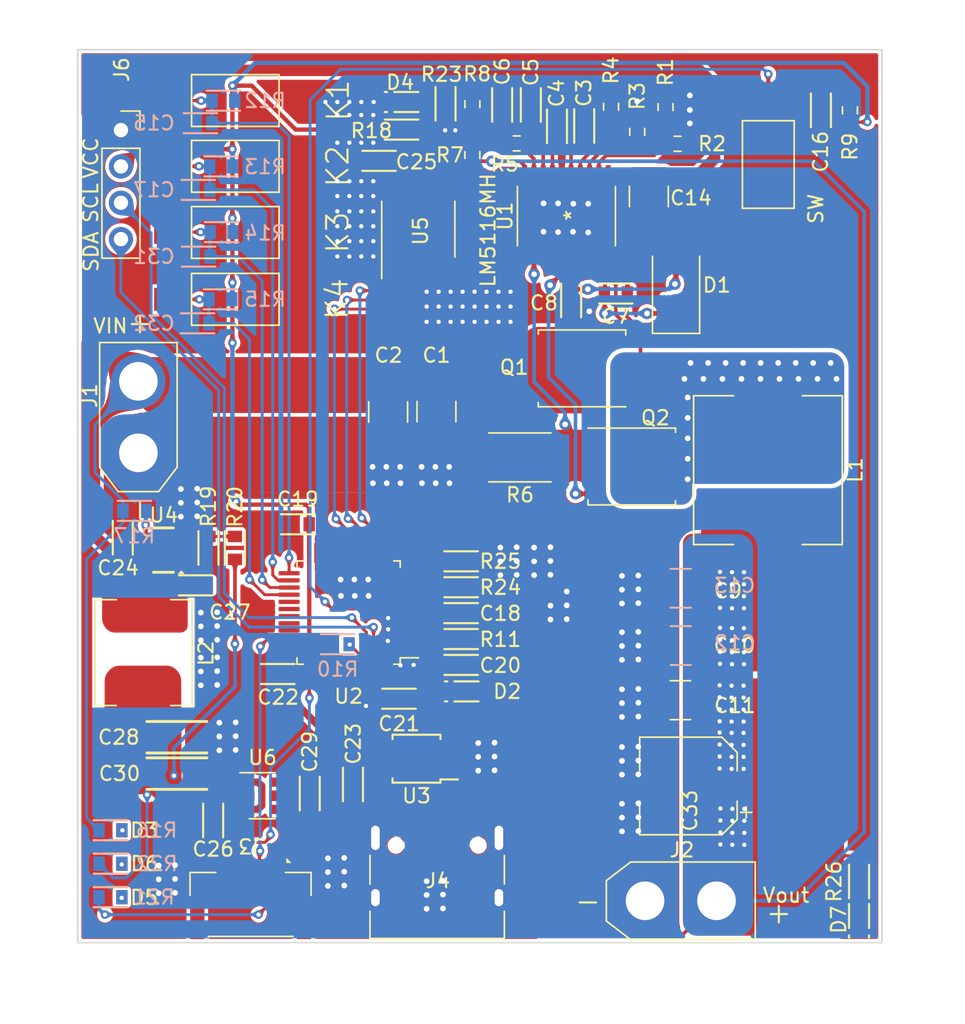
<source format=kicad_pcb>
(kicad_pcb (version 20211014) (generator pcbnew)
  (layers (0 "F.Cu" signal) (31 "B.Cu" signal) (34 "B.Paste" user) (35 "F.Paste" user) (36 "B.SilkS" user "B.Silkscreen") (37 "F.SilkS" user "F.Silkscreen") (38 "B.Mask" user) (39 "F.Mask" user) (44 "Edge.Cuts" user))
  (net 0 "")
  (net 1 "Net-(C3-Pad1)")
  (net 2 "Net-(C4-Pad1)")
  (net 3 "Net-(C8-Pad2)")
  (net 4 "Net-(Q2-Pad1)")
  (net 5 "Net-(R1-Pad2)")
  (net 6 "Net-(R3-Pad1)")
  (net 7 "/FB")
  (net 8 "/COMP")
  (net 9 "/VOUT")
  (net 10 "GND")
  (net 11 "Net-(R4-Pad2)")
  (net 12 "Net-(C6-Pad1)")
  (net 13 "/VIN")
  (net 14 "/SW")
  (net 15 "/HB")
  (net 16 "/HO")
  (net 17 "/LO")
  (net 18 "RCC_OSC_OUT")
  (net 19 "NRST")
  (net 20 "RCC_OSC_IN")
  (net 21 "VCC")
  (net 22 "+5V")
  (net 23 "Net-(C27-Pad1)")
  (net 24 "Net-(C27-Pad2)")
  (net 25 "PA8")
  (net 26 "Net-(D2-Pad2)")
  (net 27 "Net-(D3-Pad2)")
  (net 28 "Net-(D4-Pad2)")
  (net 29 "Net-(D5-Pad2)")
  (net 30 "Net-(D6-Pad2)")
  (net 31 "DIO")
  (net 32 "CLK")
  (net 33 "unconnected-(J4-PadA4)")
  (net 35 "/DP")
  (net 36 "/DN")
  (net 40 "i2C1_SCL")
  (net 41 "i2C1_SDA")
  (net 42 "/A")
  (net 43 "Net-(D7-Pad2)")
  (net 44 "/B")
  (net 45 "Net-(R10-Pad1)")
  (net 46 "PB12{slash}K1")
  (net 47 "PB13{slash}K2")
  (net 48 "PB14{slash}K3")
  (net 49 "PB15{slash}K4")
  (net 50 "Net-(R17-Pad1)")
  (net 51 "Net-(R19-Pad1)")
  (net 55 "ADC1")
  (net 56 "ADC2")
  (net 57 "ADC3")
  (net 58 "ADC4")
  (net 59 "~{CS}")
  (net 60 "SCK")
  (net 61 "MISO")
  (net 62 "MOSI")
  (net 77 "TX")
  (net 78 "RX")
  (footprint "GENERAL_2-PIN_PLASTIC_SMD:LED0603(1608M)" (layer "F.Cu") (at 132.334 137.3599)
    (fp_text reference "D6")
    (fp_text value "Diode_LED")
  )
  (footprint "Resistor_SMD:R_2512_6332Metric" (layer "F.Cu") (at 160.9852 108.966 180)
    (fp_text reference "R6")
    (fp_text value "15m")
  )
  (footprint "Package_QFP:LQFP-48_7x7mm_P0.5mm" (layer "F.Cu") (at 148.9964 119.8106 180)
    (fp_text reference "U2")
    (fp_text value "STM32F103C6Tx")
  )
  (footprint "Resistor_SMD:R_0603_1608Metric" (layer "F.Cu") (at 160.7566 87.0204 180)
    (fp_text reference "R5")
    (fp_text value "165k")
  )
  (footprint "GENERAL_RCL_SMD:C0603(1608M)" (layer "F.Cu") (at 144.0434 124.1044 180)
    (fp_text reference "C22")
    (fp_text value "100n")
  )
  (footprint "GENERAL_RCL_SMD:C0603(1608M)" (layer "F.Cu") (at 182.0418 84.709 90)
    (fp_text reference "C16")
    (fp_text value "100n")
  )
  (footprint "GENERAL_SMALL-SEMI_SMD:SOT-23-6" (layer "F.Cu") (at 136.0424 115.443)
    (fp_text reference "U4")
    (fp_text value "TD1469")
  )
  (footprint "Inductor_SMD:L_Wuerth_HCI-1040" (layer "F.Cu") (at 178.3334 109.855 -90)
    (fp_text reference "L1")
    (fp_text value "4.7uH")
  )
  (footprint "GENERAL_RCL_SMD:R0603(1608M)" (layer "F.Cu") (at 155.7782 84.2518 -90)
    (fp_text reference "R23")
    (fp_text value "3.24K")
  )
  (footprint "GENERAL_2-PIN_PLASTIC_SMD:LED0603(1608M)" (layer "F.Cu") (at 184.7088 141.351 90)
    (fp_text reference "D7")
    (fp_text value "LED")
  )
  (footprint "GENERAL_RCL_SMD:C1206(3216M)" (layer "F.Cu") (at 136.9822 131.064)
    (fp_text reference "C30")
    (fp_text value "2.2u")
  )
  (footprint "Capacitor_SMD:C_1210_3225Metric" (layer "F.Cu") (at 172.212 125.9332)
    (fp_text reference "C10")
    (fp_text value "0.1uf")
  )
  (footprint "GENERAL_RCL_SMD:C0603(1608M)" (layer "F.Cu") (at 145.4404 113.6396 180)
    (fp_text reference "C19")
    (fp_text value "100n")
  )
  (footprint "Connector_PinSocket_2.54mm:PinSocket_1x04_P2.54mm_Vertical" (layer "F.Cu") (at 133.0702 86.0906)
    (fp_text reference "J6")
    (fp_text value "Conn_01x04_Male")
  )
  (footprint "Button_Switch_SMD:SW_SPST_FSMSM" (layer "F.Cu") (at 141.0716 88.6206)
    (fp_text reference "K2")
    (fp_text value "SW_Push")
  )
  (footprint "lm5116:LM5116MH" (layer "F.Cu") (at 164.2364 92.1004 -90)
    (fp_text reference "U1")
    (fp_text value "LM5116MH")
  )
  (footprint "GENERAL_RCL_SMD:C0603(1608M)" (layer "F.Cu") (at 149.3012 131.826 -90)
    (fp_text reference "C23")
    (fp_text value "100n")
  )
  (footprint "GENERAL_RCL_SMD:R0603(1608M)" (layer "F.Cu") (at 156.8704 118.03748 180)
    (fp_text reference "R24")
    (fp_text value "3.24K")
  )
  (footprint "Resistor_SMD:R_0603_1608Metric" (layer "F.Cu") (at 184.0738 84.709 90)
    (fp_text reference "R9")
    (fp_text value "10k")
  )
  (footprint "Diode_SMD:D_SMA" (layer "F.Cu") (at 171.9072 96.901 90)
    (fp_text reference "D1")
    (fp_text value "B340")
  )
  (footprint "GENERAL_RCL_SMD:C0603(1608M)" (layer "F.Cu") (at 156.8704 119.84812)
    (fp_text reference "C18")
    (fp_text value "100n")
  )
  (footprint "Capacitor_SMD:C_1210_3225Metric" (layer "F.Cu") (at 170.0022 90.7288 -90)
    (fp_text reference "C14")
    (fp_text value "100nf")
  )
  (footprint "Button_Switch_SMD:SW_SPST_FSMSM" (layer "F.Cu") (at 141.0716 93.2434)
    (fp_text reference "K3")
    (fp_text value "SW_Push")
  )
  (footprint "Button_Switch_SMD:SW_SPST_FSMSM" (layer "F.Cu") (at 178.3588 88.4936 90)
    (fp_text reference "SW")
    (fp_text value "SW_Push")
  )
  (footprint "GENERAL_RCL_SMD:C0603(1608M)" (layer "F.Cu") (at 156.8704 123.4694)
    (fp_text reference "C20")
    (fp_text value "100n")
  )
  (footprint "Button_Switch_SMD:SW_SPST_FSMSM" (layer "F.Cu") (at 141.0716 84.0232)
    (fp_text reference "K1")
    (fp_text value "SW_Push")
  )
  (footprint "GENERAL_RCL_SMD:R0603(1608M)" (layer "F.Cu") (at 152.7048 86.0552)
    (fp_text reference "R18")
    (fp_text value "R")
  )
  (footprint "GENERAL_2-PIN_PLASTIC_SMD:LED0603(1608M)" (layer "F.Cu") (at 132.334 139.7)
    (fp_text reference "D5")
    (fp_text value "LED")
  )
  (footprint "Package_SO:MSOP-10_3x3mm_P0.5mm" (layer "F.Cu") (at 153.7462 130.0226 180)
    (fp_text reference "U3")
    (fp_text value "CH340E")
  )
  (footprint "GENERAL_RCL_SMD:C0603(1608M)" (layer "F.Cu") (at 159.7406 84.328 90)
    (fp_text reference "C6")
    (fp_text value "120pf")
  )
  (footprint "Capacitor_SMD:C_1210_3225Metric" (layer "F.Cu") (at 172.2374 122.11685)
    (fp_text reference "C9")
    (fp_text value "47uf")
  )
  (footprint "GENERAL_RCL_SMD:C1206(3216M)" (layer "F.Cu") (at 136.9822 128.5228)
    (fp_text reference "C28")
    (fp_text value "2.2u")
  )
  (footprint "Capacitor_SMD:C_1210_3225Metric" (layer "F.Cu") (at 172.2374 118.11)
    (fp_text reference "C11")
    (fp_text value "47uf")
  )
  (footprint "Capacitor_SMD:CP_Elec_6.3x7.7" (layer "F.Cu") (at 172.7708 131.9276 180)
    (fp_text reference "C33")
    (fp_text value "C_Polarized")
  )
  (footprint "GENERAL_RCL_SMD:C0603(1608M)" (layer "F.Cu") (at 152.527 125.8304)
    (fp_text reference "C21")
    (fp_text value "100n")
  )
  (footprint "GENERAL_2-PIN_PLASTIC_SMD:LED0603(1608M)" (layer "F.Cu") (at 152.7048 84.1248)
    (fp_text reference "D4")
    (fp_text value "LED")
  )
  (footprint "Connector_AMASS:AMASS_XT30U-M_1x02_P5.0mm_Vertical" (layer "F.Cu") (at 134.2898 108.6466 90)
    (fp_text reference "J1")
    (fp_text value "Conn_01x02_Female")
  )
  (footprint "Package_TO_SOT_SMD:SOT-23-5_HandSoldering" (layer "F.Cu") (at 142.9512 132.6122)
    (fp_text reference "U6")
    (fp_text value "HX9193")
  )
  (footprint "GENERAL_2-PIN_PLASTIC_SMD:LED0603(1608M)" (layer "F.Cu") (at 132.334 135.0198)
    (fp_text reference "D3")
    (fp_text value "Diode_LED")
  )
  (footprint "GENERAL_RCL_SMD:R0603(1608M)" (layer "F.Cu") (at 141.0462 115.2906 90)
    (fp_text reference "R20")
    (fp_text value "43k")
  )
  (footprint "Resistor_SMD:R_0603_1608Metric" (layer "F.Cu") (at 157.6578 87.8332 90)
    (fp_text reference "R7")
    (fp_text value "10k")
  )
  (footprint "Resistor_SMD:R_0603_1608Metric" (layer "F.Cu") (at 171.1706 84.4804 -90)
    (fp_text reference "R1")
    (fp_text value "15.4k")
  )
  (footprint "GENERAL_RCL_SMD:R0603(1608M)" (layer "F.Cu") (at 139.192 115.2906 -90)
    (fp_text reference "R19")
    (fp_text value "8.3k")
  )
  (footprint "GENERAL_RCL_SMD:C0603(1608M)" (layer "F.Cu") (at 161.7472 84.328 90)
    (fp_text reference "C5")
    (fp_text value "3.3pf")
  )
  (footprint "GENERAL_RCL_SMD:C0603(1608M)" (layer "F.Cu") (at 151.13 88.2396 180)
    (fp_text reference "C25")
    (fp_text value "C")
  )
  (footprint "Package_TO_SOT_SMD:TDSON-8-1" (layer "F.Cu") (at 168.8084 109.601)
    (fp_text reference "Q2")
    (fp_text value "CSD18540Q5B")
  )
  (footprint "Inductor_SMD:L_Abracon_ASPI-0630LR" (layer "F.Cu") (at 134.6454 122.6058 -90)
    (fp_text reference "L2")
    (fp_text value "22uh")
  )
  (footprint "Capacitor_SMD:C_1210_3225Metric" (layer "F.Cu") (at 155.1432 105.7656 -90)
    (fp_text reference "C1")
    (fp_text value "4.7uf")
  )
  (footprint "GENERAL_2-PIN_PLASTIC_SMD:LED0603(1608M)" (layer "F.Cu") (at 156.9104 125.32004)
    (fp_text reference "D2")
    (fp_text value "LED")
  )
  (footprint "GENERAL_RCL_SMD:C0603(1608M)" (layer "F.Cu") (at 163.576 85.8266 90)
    (fp_text reference "C4")
    (fp_text value "33nf")
  )
  (footprint "GENERAL_RCL_SMD:C0603(1608M)" (layer "F.Cu") (at 146.2786 132.4598 -90)
    (fp_text reference "C29")
    (fp_text value "100n")
  )
  (footprint "Connector_AMASS:AMASS_XT30U-F_1x02_P5.0mm_Vertical" (layer "F.Cu") (at 169.7374 139.954)
    (fp_text reference "J2")
    (fp_text value "Conn_01x02_Female")
  )
  (footprint "Capacitor_SMD:C_1210_3225Metric" (layer "F.Cu") (at 151.765 105.791 -90)
    (fp_text reference "C2")
    (fp_text value "100nf")
  )
  (footprint "Package_TO_SOT_SMD:TDSON-8-1" (layer "F.Cu") (at 165.3286 102.743 180)
    (fp_text reference "Q1")
    (fp_text value "CSD18540Q5B")
  )
  (footprint "GENERAL_RCL_SMD:C0603(1608M)" (layer "F.Cu") (at 165.481 85.8012 90)
    (fp_text reference "C3")
    (fp_text value "180pf")
  )
  (footprint "Resistor_SMD:R_0603_1608Metric" (layer "F.Cu") (at 172.0088 87.0458)
    (fp_text reference "R2")
    (fp_text value "2.26k")
  )
  (footprint "Connector_USB:USB_C_Receptacle_HRO_TYPE-C-31-M-12" (layer "F.Cu") (at 155.194 138.6852)
    (fp_text reference "J4")
    (fp_text value "USB_C_Receptacle_USB2.0")
  )
  (footprint "Resistor_SMD:R_0603_1608Metric" (layer "F.Cu") (at 167.3606 84.455 -90)
    (fp_text reference "R4")
    (fp_text value "1M")
  )
  (footprint "GENERAL_RCL_SMD:C0603(1608M)" (layer "F.Cu") (at 167.6908 97.5106 180)
    (fp_text reference "C7")
    (fp_text value "100nf")
  )
  (footprint "GENERAL_RCL_SMD:C0603(1608M)" (layer "F.Cu") (at 138.303 117.9068)
    (fp_text reference "C27")
    (fp_text value "2.2u")
  )
  (footprint "Button_Switch_SMD:SW_SPST_FSMSM" (layer "F.Cu") (at 141.0716 97.917)
    (fp_text reference "K4")
    (fp_text value "SW_Push")
  )
  (footprint "GENERAL_RCL_SMD:R0603(1608M)" (layer "F.Cu") (at 184.7088 138.6078 -90)
    (fp_text reference "R26")
    (fp_text value "1K")
  )
  (footprint "CONNECTOR_GH_SMD:GH1.25_V_4" (layer "F.Cu") (at 142.1384 139.6621 180)
    (fp_text reference "J3")
    (fp_text value "Conn_01x04")
  )
  (footprint "Resistor_SMD:R_0603_1608Metric" (layer "F.Cu") (at 169.1894 86.2076 90)
    (fp_text reference "R3")
    (fp_text value "5.23k")
  )
  (footprint "Resistor_SMD:R_0603_1608Metric" (layer "F.Cu") (at 157.6578 84.2772 90)
    (fp_text reference "R8")
    (fp_text value "3.24K")
  )
  (footprint "GENERAL_RCL_SMD:C0603(1608M)" (layer "F.Cu") (at 133.1976 114.5794 90)
    (fp_text reference "C24")
    (fp_text value "2.2u")
  )
  (footprint "GENERAL_RCL_SMD:R0603(1608M)" (layer "F.Cu") (at 156.8704 116.22684)
    (fp_text reference "R25")
    (fp_text value "3.24K")
  )
  (footprint "GENERAL_RCL_SMD:C0603(1608M)" (layer "F.Cu") (at 164.5666 97.9932 90)
    (fp_text reference "C8")
    (fp_text value "1uf")
  )
  (footprint "GENERAL_RCL_SMD:C0603(1608M)" (layer "F.Cu") (at 139.5222 134.3406 -90)
    (fp_text reference "C26")
    (fp_text value "100n")
  )
  (footprint "Package_SO:SOIC-8_3.9x4.9mm_P1.27mm" (layer "F.Cu") (at 153.8732 93.0148 90)
    (fp_text reference "U5")
    (fp_text value "MCP41100")
  )
  (footprint "GENERAL_RCL_SMD:R0603(1608M)" (layer "F.Cu") (at 156.8704 121.65876)
    (fp_text reference "R11")
    (fp_text value "1K")
  )
  (footprint "GENERAL_RCL_SMD:R0603(1608M)" (layer "B.Cu") (at 132.334 139.7)
    (fp_text reference "R21")
    (fp_text value "1K")
  )
  (footprint "GENERAL_RCL_SMD:R0603(1608M)" (layer "B.Cu") (at 140.0302 97.916266 180)
    (fp_text reference "R15")
    (fp_text value "1K")
  )
  (footprint "GENERAL_RCL_SMD:C0603(1608M)" (layer "B.Cu") (at 138.5062 94.93289)
    (fp_text reference "C31")
    (fp_text value "100n")
  )
  (footprint "Capacitor_SMD:C_1210_3225Metric" (layer "B.Cu") (at 172.212 118.11)
    (fp_text reference "C13")
    (fp_text value "47uf")
  )
  (footprint "GENERAL_RCL_SMD:R0603(1608M)" (layer "B.Cu") (at 148.2344 122.0216 180)
    (fp_text reference "R10")
    (fp_text value "1K")
  )
  (footprint "GENERAL_RCL_SMD:C0603(1608M)" (layer "B.Cu") (at 138.6332 85.6088)
    (fp_text reference "C15")
    (fp_text value "100n")
  )
  (footprint "GENERAL_RCL_SMD:R0603(1608M)" (layer "B.Cu") (at 140.2334 84.034 180)
    (fp_text reference "R12")
    (fp_text value "1K")
  )
  (footprint "GENERAL_RCL_SMD:R0603(1608M)" (layer "B.Cu") (at 132.334 135.0264 180)
    (fp_text reference "R16")
    (fp_text value "10k")
  )
  (footprint "GENERAL_RCL_SMD:C0603(1608M)" (layer "B.Cu") (at 138.4808 90.270845)
    (fp_text reference "C17")
    (fp_text value "100n")
  )
  (footprint "GENERAL_RCL_SMD:R0603(1608M)" (layer "B.Cu") (at 140.1064 93.222134 180)
    (fp_text reference "R14")
    (fp_text value "1K")
  )
  (footprint "GENERAL_RCL_SMD:C0603(1608M)" (layer "B.Cu") (at 138.43 99.5934)
    (fp_text reference "C32")
    (fp_text value "100n")
  )
  (footprint "GENERAL_RCL_SMD:R0603(1608M)" (layer "B.Cu") (at 134.0104 112.6998 180)
    (fp_text reference "R17")
    (fp_text value "1M")
  )
  (footprint "Capacitor_SMD:C_1210_3225Metric" (layer "B.Cu") (at 172.2374 122.1232)
    (fp_text reference "C12")
    (fp_text value "47uf")
  )
  (footprint "GENERAL_RCL_SMD:R0603(1608M)" (layer "B.Cu") (at 132.334 137.3632 180)
    (fp_text reference "R22")
    (fp_text value "10k")
  )
  (footprint "GENERAL_RCL_SMD:R0603(1608M)" (layer "B.Cu") (at 140.081 88.628067 180)
    (fp_text reference "R13")
    (fp_text value "1K")
  )
  (gr_rect (start 130.048 80.4672) (end 186.309 142.875) (layer "Edge.Cuts") (width 0.1) (fill none))
  (gr_text "SDA" (at 130.9878 94.5896 90) (layer "F.SilkS") (effects (font (size 1 1))))
  (gr_text "VCC\n" (at 130.9624 88.0364 90) (layer "F.SilkS") (effects (font (size 1 1))))
  (gr_text "SCL" (at 130.9624 91.186 90) (layer "F.SilkS") (effects (font (size 1 1))))
  (gr_text "Vout\n" (at 179.6034 139.573) (layer "F.SilkS") (effects (font (size 1 1))))
  (gr_text "VIN\n\n" (at 132.334 100.584) (layer "F.SilkS") (effects (font (size 1 1))))
  (segment (start 164.561401 89.2556) (end 164.561401 87.495799) (width 0.25) (layer "F.Cu") (net 1))
  (segment (start 164.561401 87.495799) (end 165.481 86.5762) (width 0.25) (layer "F.Cu") (net 1))
  (segment (start 163.4744 86.9064) (end 163.261401 87.119399) (width 0.254) (layer "F.Cu") (net 2))
  (segment (start 163.261401 87.119399) (end 163.261401 89.2556) (width 0.254) (layer "F.Cu") (net 2))
  (segment (start 165.7226 97.2182) (end 165.735 97.2058) (width 0.25) (layer "F.Cu") (net 3))
  (segment (start 164.561398 97.035198) (end 164.6682 97.142) (width 0.25) (layer "F.Cu") (net 3))
  (segment (start 171.831 96.8502) (end 171.9072 96.774) (width 0.25) (layer "F.Cu") (net 3))
  (segment (start 164.561398 94.9452) (end 164.561398 97.035198) (width 0.25) (layer "F.Cu") (net 3))
  (segment (start 164.5666 97.2182) (end 165.7226 97.2182) (width 0.25) (layer "F.Cu") (net 3))
  (segment (start 164.561398 97.071002) (end 164.5412 97.0912) (width 0.254) (layer "F.Cu") (net 3))
  (segment (start 171.9072 96.774) (end 171.9072 94.901) (width 0.25) (layer "F.Cu") (net 3))
  (via (at 165.735 97.2058) (size 0.8) (drill 0.4) (layers "F.Cu" "B.Cu") (net 3))
  (via (at 171.831 96.8502) (size 0.8) (drill 0.4) (layers "F.Cu" "B.Cu") (net 3))
  (segment (start 171.4754 97.2058) (end 165.735 97.2058) (width 0.25) (layer "B.Cu") (net 3))
  (segment (start 171.831 96.8502) (end 171.4754 97.2058) (width 0.25) (layer "B.Cu") (net 3))
  (segment (start 165.2016 107.696) (end 165.9084 107.696) (width 0.25) (layer "F.Cu") (net 4))
  (segment (start 161.961398 96.149998) (end 161.9758 96.1644) (width 0.254) (layer "F.Cu") (net 4))
  (segment (start 161.961398 94.9452) (end 161.961398 96.149998) (width 0.254) (layer "F.Cu") (net 4))
  (segment (start 164.1449 106.6546) (end 164.1602 106.6546) (width 0.25) (layer "F.Cu") (net 4))
  (segment (start 164.1602 106.6546) (end 165.2016 107.696) (width 0.25) (layer "F.Cu") (net 4))
  (via (at 164.1449 106.6546) (size 0.8) (drill 0.4) (layers "F.Cu" "B.Cu") (net 4))
  (via (at 161.9758 96.1644) (size 0.8) (drill 0.4) (layers "F.Cu" "B.Cu") (net 4))
  (segment (start 161.9758 103.6828) (end 161.9758 96.1644) (width 0.254) (layer "B.Cu") (net 4))
  (segment (start 164.1449 106.6546) (end 164.1449 105.8519) (width 0.254) (layer "B.Cu") (net 4))
  (segment (start 164.1449 105.8519) (end 161.9758 103.6828) (width 0.254) (layer "B.Cu") (net 4))
  (segment (start 166.511399 88.367579) (end 167.020378 87.8586) (width 0.25) (layer "F.Cu") (net 5))
  (segment (start 170.371 87.8586) (end 171.1838 87.0458) (width 0.25) (layer "F.Cu") (net 5))
  (segment (start 166.511399 89.2556) (end 166.511399 88.367579) (width 0.25) (layer "F.Cu") (net 5))
  (segment (start 171.1706 85.3054) (end 171.1706 87.0326) (width 0.25) (layer "F.Cu") (net 5))
  (segment (start 167.020378 87.8586) (end 170.371 87.8586) (width 0.25) (layer "F.Cu") (net 5))
  (segment (start 171.1706 87.0326) (end 171.1838 87.0458) (width 0.25) (layer "F.Cu") (net 5))
  (segment (start 165.861401 88.367199) (end 167.196 87.0326) (width 0.25) (layer "F.Cu") (net 6))
  (segment (start 167.196 87.0326) (end 169.1894 87.0326) (width 0.25) (layer "F.Cu") (net 6))
  (segment (start 165.861401 89.2556) (end 165.861401 88.367199) (width 0.25) (layer "F.Cu") (net 6))
  (segment (start 157.6578 85.1022) (end 157.6578 87.0082) (width 0.25) (layer "F.Cu") (net 7))
  (segment (start 157.6578 84.582) (end 157.6578 85.1022) (width 0.25) (layer "F.Cu") (net 7))
  (segment (start 162.62292 89.244082) (end 162.611402 89.2556) (width 0.25) (layer "F.Cu") (net 7))
  (segment (start 159.7406 83.528) (end 159.7406 84.1502) (width 0.25) (layer "F.Cu") (net 7))
  (segment (start 159.7406 84.1502) (end 159.4878 84.403) (width 0.25) (layer "F.Cu") (net 7))
  (segment (start 161.7472 83.553) (end 162.611402 84.417202) (width 0.25) (layer "F.Cu") (net 7))
  (segment (start 157.8368 84.403) (end 157.6578 84.582) (width 0.25) (layer "F.Cu") (net 7))
  (segment (start 154.5082 90.5398) (end 154.5082 88.2396) (width 0.25) (layer "F.Cu") (net 7))
  (segment (start 162.611402 84.417202) (end 162.611402 89.2556) (width 0.25) (layer "F.Cu") (net 7))
  (segment (start 155.7396 87.0082) (end 157.6578 87.0082) (width 0.25) (layer "F.Cu") (net 7))
  (segment (start 154.5082 88.2396) (end 155.7396 87.0082) (width 0.25) (layer "F.Cu") (net 7))
  (segment (start 159.7406 83.553) (end 161.7472 83.553) (width 0.25) (layer "F.Cu") (net 7))
  (segment (start 159.4878 84.403) (end 157.8368 84.403) (width 0.25) (layer "F.Cu") (net 7))
  (segment (start 161.5816 85.2686) (end 161.7472 85.103) (width 0.25) (layer "F.Cu") (net 8))
  (segment (start 161.5816 87.7184) (end 161.961401 88.098201) (width 0.25) (layer "F.Cu") (net 8))
  (segment (start 161.5816 87.0204) (end 161.5816 85.2686) (width 0.25) (layer "F.Cu") (net 8))
  (segment (start 161.961401 88.098201) (end 161.961401 89.2556) (width 0.25) (layer "F.Cu") (net 8))
  (segment (start 161.5816 87.0204) (end 161.5816 87.7184) (width 0.25) (layer "F.Cu") (net 8))
  (segment (start 158.051 88.265) (end 160.9852 88.265) (width 0.254) (layer "F.Cu") (net 9))
  (segment (start 183.7944 136.8044) (end 183.3626 136.8044) (width 0.2) (layer "F.Cu") (net 9))
  (segment (start 174.7374 139.954) (end 172.3752 142.3162) (width 0.25) (layer "F.Cu") (net 9))
  (segment (start 158.67748 118.03748) (end 157.6704 118.03748) (width 0.25) (layer "F.Cu") (net 9))
  (segment (start 161.2138 140.8684) (end 161.2138 120.5738) (width 0.25) (layer "F.Cu") (net 9))
  (segment (start 162.6616 142.3162) (end 161.2138 140.8684) (width 0.25) (layer "F.Cu") (net 9))
  (segment (start 183.7944 136.8044) (end 183.7436 136.8044) (width 0.2) (layer "F.Cu") (net 9))
  (segment (start 184.7088 137.8078) (end 184.7088 137.2108) (width 0.2) (layer "F.Cu") (net 9))
  (segment (start 157.6578 88.6582) (end 158.051 88.265) (width 0.254) (layer "F.Cu") (net 9))
  (segment (start 183.7436 136.8044) (end 183.5658 136.9822) (width 0.2) (layer "F.Cu") (net 9))
  (segment (start 183.7436 136.8044) (end 183.5658 136.6266) (width 0.2) (layer "F.Cu") (net 9))
  (segment (start 184.3024 136.8044) (end 183.7944 136.8044) (width 0.2) (layer "F.Cu") (net 9))
  (segment (start 161.311402 88.591202) (end 161.311402 89.2556) (width 0.254) (layer "F.Cu") (net 9))
  (segment (start 161.2138 120.5738) (end 158.67748 118.03748) (width 0.25) (layer "F.Cu") (net 9))
  (segment (start 184.7088 137.2108) (end 184.3024 136.8044) (width 0.2) (layer "F.Cu") (net 9))
  (segment (start 172.3752 142.3162) (end 162.6616 142.3162) (width 0.25) (layer "F.Cu") (net 9))
  (segment (start 160.9852 88.265) (end 161.311402 88.591202) (width 0.254) (layer "F.Cu") (net 9))
  (via (at 175.006 133.5024) (size 0.6) (drill 0.3) (layers "F.Cu" "B.Cu") (net 9))
  (via (at 176.6316 130.7338) (size 0.6) (drill 0.3) (layers "F.Cu" "B.Cu") (net 9))
  (via (at 175.8188 122.5804) (size 0.6) (drill 0.3) (layers "F.Cu" "B.Cu") (net 9))
  (via (at 176.6316 129.8956) (size 0.6) (drill 0.3) (layers "F.Cu" "B.Cu") (net 9))
  (via (at 175.8442 136.0424) (size 0.6) (drill 0.3) (layers "F.Cu" "B.Cu") (net 9))
  (via (at 175.8188 121.7422) (size 0.6) (drill 0.3) (layers "F.Cu" "B.Cu") (net 9))
  (via (at 159.004 88.265) (size 0.8) (drill 0.4) (layers "F.Cu" "B.Cu") (net 9))
  (via (at 175.8188 116.9924) (size 0.6) (drill 0.3) (layers "F.Cu" "B.Cu") (net 9))
  (via (at 175.7934 129.8956) (size 0.6) (drill 0.3) (layers "F.Cu" "B.Cu") (net 9))
  (via (at 175.7934 129.0574) (size 0.6) (drill 0.3) (layers "F.Cu" "B.Cu") (net 9))
  (via (at 174.9552 130.7084) (size 0.6) (drill 0.3) (layers "F.Cu" "B.Cu") (net 9))
  (via (at 176.657 121.7422) (size 0.6) (drill 0.3) (layers "F.Cu" "B.Cu") (net 9))
  (via (at 176.657 116.9924) (size 0.6) (drill 0.3) (layers "F.Cu" "B.Cu") (net 9))
  (via (at 174.9552 127.4064) (size 0.6) (drill 0.3) (layers "F.Cu" "B.Cu") (net 9))
  (via (at 175.8442 135.2042) (size 0.6) (drill 0.3) (layers "F.Cu" "B.Cu") (net 9))
  (via (at 176.6316 126.5936) (size 0.6) (drill 0.3) (layers "F.Cu" "B.Cu") (net 9))
  (via (at 175.006 136.017) (size 0.6) (drill 0.3) (layers "F.Cu" "B.Cu") (net 9))
  (via (at 175.8442 134.366) (size 0.6) (drill 0.3) (layers "F.Cu" "B.Cu") (net 9))
  (via (at 174.9552 129.8702) (size 0.6) (drill 0.3) (layers "F.Cu" "B.Cu") (net 9))
  (via (at 174.9552 129.032) (size 0.6) (drill 0.3) (layers "F.Cu" "B.Cu") (net 9))
  (via (at 176.657 117.8306) (size 0.6) (drill 0.3) (layers "F.Cu" "B.Cu") (net 9))
  (via (at 174.9806 120.8786) (size 0.6) (drill 0.3) (layers "F.Cu" "B.Cu") (net 9))
  (via (at 176.657 119.507) (size 0.6) (drill 0.3) (layers "F.Cu" "B.Cu") (net 9))
  (via (at 176.657 118.6688) (size 0.6) (drill 0.3) (layers "F.Cu" "B.Cu") (net 9))
  (via (at 175.7934 128.2192) (size 0.6) (drill 0.3) (layers "F.Cu" "B.Cu") (net 9))
  (via (at 176.6824 134.366) (size 0.6) (drill 0.3) (layers "F.Cu" "B.Cu") (net 9))
  (via (at 176.6316 129.0574) (size 0.6) (drill 0.3) (layers "F.Cu" "B.Cu") (net 9))
  (via (at 175.7934 130.7338) (size 0.6) (drill 0.3) (layers "F.Cu" "B.Cu") (net 9))
  (via (at 176.6316 128.2192) (size 0.6) (drill 0.3) (layers "F.Cu" "B.Cu") (net 9))
  (via (at 176.6316 124.9172) (size 0.6) (drill 0.3) (layers "F.Cu" "B.Cu") (net 9))
  (via (at 175.7934 126.5936) (size 0.6) (drill 0.3) (layers "F.Cu" "B.Cu") (net 9))
  (via (at 175.8188 120.904) (size 0.6) (drill 0.3) (layers "F.Cu" "B.Cu") (net 9))
  (via (at 176.6824 133.5278) (size 0.6) (drill 0.3) (layers "F.Cu" "B.Cu") (net 9))
  (via (at 175.7934 127.4318) (size 0.6) (drill 0.3) (layers "F.Cu" "B.Cu") (net 9))
  (via (at 176.6824 136.0424) (size 0.6) (drill 0.3) (layers "F.Cu" "B.Cu") (net 9))
  (via (at 176.6316 125.7554) (size 0.6) (drill 0.3) (layers "F.Cu" "B.Cu") (net 9))
  (via (at 175.7934 125.7554) (size 0.6) (drill 0.3) (layers "F.Cu" "B.Cu") (net 9))
  (via (at 174.9806 118.6434) (size 0.6) (drill 0.3) (layers "F.Cu" "B.Cu") (net 9))
  (via (at 176.657 123.4186) (size 0.6) (drill 0.3) (layers "F.Cu" "B.Cu") (net 9))
  (via (at 176.6824 135.2042) (size 0.6) (drill 0.3) (layers "F.Cu" "B.Cu") (net 9))
  (via (at 174.9552 128.1938) (size 0.6) (drill 0.3) (layers "F.Cu" "B.Cu") (net 9))
  (via (at 175.006 134.3406) (size 0.6) (drill 0.3) (layers "F.Cu" "B.Cu") (net 9))
  (via (at 174.9552 124.8918) (size 0.6) (drill 0.3) (layers "F.Cu" "B.Cu") (net 9))
  (via (at 174.9552 126.5682) (size 0.6) (drill 0.3) (layers "F.Cu" "B.Cu") (net 9))
  (via (at 174.9806 123.3932) (size 0.6) (drill 0.3) (layers "F.Cu" "B.Cu") (net 9))
  (via (at 175.8188 123.4186) (size 0.6) (drill 0.3) (layers "F.Cu" "B.Cu") (net 9))
  (via (at 176.657 120.904) (size 0.6) (drill 0.3) (layers "F.Cu" "B.Cu") (net 9))
  (via (at 176.6316 127.4318) (size 0.6) (drill 0.3) (layers "F.Cu" "B.Cu") (net 9))
  (via (at 174.9806 121.7168) (size 0.6) (drill 0.3) (layers "F.Cu" "B.Cu") (net 9))
  (via (at 174.9806 117.8052) (size 0.6) (drill 0.3) (layers "F.Cu" "B.Cu") (net 9))
  (via (at 175.8442 133.5278) (size 0.6) (drill 0.3) (layers "F.Cu" "B.Cu") (net 9))
  (via (at 175.7934 124.9172) (size 0.6) (drill 0.3) (layers "F.Cu" "B.Cu") (net 9))
  (via (at 175.006 135.1788) (size 0.6) (drill 0.3) (layers "F.Cu" "B.Cu") (net 9))
  (via (at 176.657 122.5804) (size 0.6) (drill 0.3) (layers "F.Cu" "B.Cu") (net 9))
  (via (at 174.9806 116.967) (size 0.6) (drill 0.3) (layers "F.Cu" "B.Cu") (net 9))
  (via (at 175.8188 119.507) (size 0.6) (drill 0.3) (layers "F.Cu" "B.Cu") (net 9))
  (via (at 174.9806 119.4816) (size 0.6) (drill 0.3) (layers "F.Cu" "B.Cu") (net 9))
  (via (at 175.8188 117.8306) (size 0.6) (drill 0.3) (layers "F.Cu" "B.Cu") (net 9))
  (via (at 175.8188 118.6688) (size 0.6) (drill 0.3) (layers "F.Cu" "B.Cu") (net 9))
  (via (at 174.9806 122.555) (size 0.6) (drill 0.3) (layers "F.Cu" "B.Cu") (net 9))
  (via (at 174.9552 125.73) (size 0.6) (drill 0.3) (layers "F.Cu" "B.Cu") (net 9))
  (segment (start 185.0644 135.1534) (end 180.2638 139.954) (width 0.25) (layer "B.Cu") (net 9))
  (segment (start 185.0644 91.7702) (end 185.0644 135.1534) (width 0.25) (layer "B.Cu") (net 9))
  (segment (start 180.2638 139.954) (end 174.7374 139.954) (width 0.25) (layer "B.Cu") (net 9))
  (segment (start 181.5592 88.265) (end 185.0644 91.7702) (width 0.25) (layer "B.Cu") (net 9))
  (segment (start 159.004 88.265) (end 158.9532 88.265) (width 0.25) (layer "B.Cu") (net 9))
  (segment (start 159.004 88.265) (end 181.5592 88.265) (width 0.25) (layer "B.Cu") (net 9))
  (segment (start 151.2464 122.845) (end 151.3586 122.7328) (width 0.2) (layer "F.Cu") (net 10))
  (segment (start 151.2464 123.9731) (end 151.2464 125.010167) (width 0.2) (layer "F.Cu") (net 10))
  (segment (start 157.7033 108.6466) (end 158.0227 108.966) (width 1.016) (layer "F.Cu") (net 10))
  (segment (start 147.8788 116.9416) (end 148.4376 117.5004) (width 0.2) (layer "F.Cu") (net 10))
  (segment (start 161.3114 94.9452) (end 161.3114 93.98) (width 0.254) (layer "F.Cu") (net 10))
  (segment (start 131.534 139.7) (end 131.534 135.0198) (width 1.016) (layer "F.Cu") (net 10))
  (segment (start 151.2464 123.9731) (end 151.2464 122.845) (width 0.2) (layer "F.Cu") (net 10))
  (segment (start 163.911402 92.410402) (end 164.6936 93.1926) (width 0.254) (layer "F.Cu") (net 10))
  (segment (start 153.1589 119.0606) (end 150.8106 119.0606) (width 0.2) (layer "F.Cu") (net 10))
  (segment (start 172.8724 87.0072) (end 172.8338 87.0458) (width 0.254) (layer "F.Cu") (net 10))
  (segment (start 157.1244 130.0226) (end 155.9462 130.0226) (width 0.2) (layer "F.Cu") (net 10))
  (segment (start 165.481 85.0262) (end 166.0776 84.4296) (width 0.25) (layer "F.Cu") (net 10))
  (segment (start 163.911402 89.2556) (end 163.911402 92.410402) (width 0.254) (layer "F.Cu") (net 10))
  (segment (start 161.3114 93.98) (end 162.0988 93.1926) (width 0.254) (layer "F.Cu") (net 10))
  (segment (start 165.8236 98.7682) (end 164.5666 98.7682) (width 0.254) (layer "F.Cu") (net 10))
  (segment (start 146.7464 116.7998) (end 146.8882 116.9416) (width 0.2) (layer "F.Cu") (net 10))
  (segment (start 146.7464 115.6481) (end 146.7464 114.5434) (width 0.2) (layer "F.Cu") (net 10))
  (segment (start 162.611399 93.217401) (end 162.6362 93.1926) (width 0.254) (layer "F.Cu") (net 10))
  (segment (start 154.7876 130.0226) (end 154.7114 129.9464) (width 0.2) (layer "F.Cu") (net 10))
  (segment (start 166.0776 84.4296) (end 168.2364 84.4296) (width 0.25) (layer "F.Cu") (net 10))
  (segment (start 164.6936 93.274602) (end 165.211399 93.792401) (width 0.254) (layer "F.Cu") (net 10))
  (segment (start 168.2364 84.4296) (end 169.1894 85.3826) (width 0.25) (layer "F.Cu") (net 10))
  (segment (start 143.2434 124.1044) (end 143.2434 122.7708) (width 0.2) (layer "F.Cu") (net 10))
  (segment (start 160.274 113.8428) (end 158.0227 111.5915) (width 0.254) (layer "F.Cu") (net 10))
  (segment (start 163.261398 93.608802) (end 163.6522 93.218) (width 0.254) (layer "F.Cu") (net 10))
  (segment (start 166.1414 113.8428) (end 160.274 113.8428) (width 0.254) (layer "F.Cu") (net 10))
  (segment (start 162.611399 94.9452) (end 162.611399 93.217401) (width 0.254) (layer "F.Cu") (net 10))
  (segment (start 146.7464 115.6481) (end 146.7464 116.7998) (width 0.2) (layer "F.Cu") (net 10))
  (segment (start 170.0022 92.2038) (end 169.8988 92.1004) (width 0.254) (layer "F.Cu") (net 10))
  (segment (start 155.9462 130.0226) (end 154.7876 130.0226) (width 0.2) (layer "F.Cu") (net 10))
  (segment (start 150.8106 119.0606) (end 150.3934 118.6434) (width 0.2) (layer "F.Cu") (net 10))
  (segment (start 168.592 84.074) (end 169.1894 84.074) (width 0.25) (layer "F.Cu") (net 10))
  (segment (start 165.4556 85.0516) (end 165.481 85.0262) (width 0.25) (layer "F.Cu") (net 10))
  (segment (start 169.8136 117.515) (end 166.1414 113.8428) (width 0.254) (layer "F.Cu") (net 10))
  (segment (start 146.8882 116.9416) (end 147.8788 116.9416) (width 0.2) (layer "F.Cu") (net 10))
  (segment (start 134.2898 108.6466) (end 157.7033 108.6466) (width 1.016) (layer "F.Cu") (net 10))
  (segment (start 169.8988 92.1004) (end 164.2364 92.1004) (width 0.254) (layer "F.Cu") (net 10))
  (segment (start 163.576 85.0516) (end 165.4556 85.0516) (width 0.25) (layer "F.Cu") (net 10))
  (segment (start 163.261398 94.9452) (end 163.261398 93.608802) (width 0.254) (layer "F.Cu") (net 10))
  (segment (start 165.7604 93.2434) (end 165.211399 93.792401) (width 0.254) (layer "F.Cu") (net 10))
  (segment (start 151.3586 122.7328) (end 151.3586 122.174) (width 0.2) (layer "F.Cu") (net 10))
  (segment (start 151.3586 122.174) (end 151.7396 121.793) (width 0.2) (layer "F.Cu") (net 10))
  (segment (start 158.0227 111.5915) (end 158.0227 108.966) (width 0.254) (layer "F.Cu") (net 10))
  (segment (start 165.8366 98.7552) (end 165.8236 98.7682) (width 0.254) (layer "F.Cu") (net 10))
  (segment (start 143.9536 122.0606) (end 144.8339 122.0606) (width 0.2) (layer "F.Cu") (net 10))
  (segment (start 172.8724 83.6676) (end 172.8724 87.0072) (width 0.254) (layer "F.Cu") (net 10))
  (segment (start 146.7464 114.5434) (end 146.939 114.3508) (width 0.2) (layer "F.Cu") (net 10))
  (segment (start 157.6017 108.545) (end 158.0227 108.966) (width 0.254) (layer "F.Cu") (net 10))
  (segment (start 151.2464 125.010167) (end 150.2156 126.040967) (width 0.2) (layer "F.Cu") (net 10))
  (segment (start 169.8136 138.049) (end 169.8136 117.515) (width 0.254) (layer "F.Cu") (net 10))
  (segment (start 165.211399 93.792401) (end 165.211399 94.9452) (width 0.254) (layer "F.Cu") (net 10))
  (segment (start 143.2434 122.7708) (end 143.9536 122.0606) (width 0.2) (layer "F.Cu") (net 10))
  (segment (start 168.2364 84.4296) (end 168.592 84.074) (width 0.25) (layer "F.Cu") (net 10))
  (segment (start 162.0988 93.1926) (end 162.6362 93.1926) (width 0.254) (layer "F.Cu") (net 10))
  (segment (start 164.6936 93.1926) (end 164.6936 93.274602) (width 0.254) (layer "F.Cu") (net 10))
  (segment (start 150.2156 126.040967) (end 150.2156 126.3396) (width 0.2) (layer "F.Cu") (net 10))
  (via (at 152.6286 123.4948) (size 0.6) (drill 0.3) (layers "F.Cu" "B.Cu") (net 10))
  (via (at 161.9758 115.2652) (size 0.8) (drill 0.4) (layers "F.Cu" "B.Cu") (net 10))
  (via (at 149.4282 118.6434) (size 0.8) (drill 0.4) (layers "F.Cu" "B.Cu") (net 10))
  (via (at 163.1188 116.205) (size 0.8) (drill 0.4) (layers "F.Cu" "B.Cu") (net 10))
  (via (at 150.6982 110.7694) (size 0.8) (drill 0.4) (layers "F.Cu" "B.Cu") (net 10))
  (via (at 169.2656 131.1148) (size 0.8) (drill 0.4) (layers "F.Cu" "B.Cu") (net 10))
  (via (at 161.9758 116.2304) (size 0.8) (drill 0.4) (layers "F.Cu" "B.Cu") (net 10))
  (via (at 169.2656 121.158) (size 0.8) (drill 0.4) (layers "F.Cu" "B.Cu") (net 10))
  (via (at 148.209 94.9198) (size 0.6) (drill 0.3) (layers "F.Cu" "B.Cu") (net 10))
  (via (at 150.6728 109.6264) (size 0.8) (drill 0.4) (layers "F.Cu" "B.Cu") (net 10))
  (via (at 148.209 92.8116) (size 0.6) (drill 0.3) (layers "F.Cu" "B.Cu") (net 10))
  (via (at 164.719 91.2368) (size 0.8) (drill 0.4) (layers "F.Cu" "B.Cu") (net 10))
  (via (at 158.6484 97.3836) (size 0.6) (drill 0.3) (layers "F.Cu" "B.Cu") (net 10))
  (via (at 169.2656 125.1458) (size 0.8) (drill 0.4) (layers "F.Cu" "B.Cu") (net 10))
  (via (at 149.8854 92.8116) (size 0.6) (drill 0.3) (layers "F.Cu" "B.Cu") (net 10))
  (via (at 139.954 127.508) (size 0.8) (drill 0.4) (layers "F.Cu" "B.Cu") (net 10))
  (via (at 148.209 90.7034) (size 0.6) (drill 0.3) (layers "F.Cu" "B.Cu") (net 10))
  (via (at 164.2618 119.3038) (size 0.8) (drill 0.4) (layers "F.Cu" "B.Cu") (net 10))
  (via (at 149.0472 86.9696) (size 0.6) (drill 0.3) (layers "F.Cu" "B.Cu") (net 10))
  (via (at 136.8552 138.43) (size 0.8) (drill 0.4) (layers "F.Cu" "B.Cu") (net 10))
  (via (at 138.4046 111.1504) (size 0.8) (drill 0.4) (layers "F.Cu" "B.Cu") (net 10))
  (via (at 148.209 84.1248) (size 0.6) (drill 0.3) (layers "F.Cu" "B.Cu") (net 10))
  (via (at 149.8854 89.662) (size 0.6) (drill 0.3) (layers "F.Cu" "B.Cu") (net 10))
  (via (at 149.0472 94.9198) (size 0.6) (drill 0.3) (layers "F.Cu" "B.Cu") (net 10))
  (via (at 155.0924 110.7694) (size 0.8) (drill 0.4) (layers "F.Cu" "B.Cu") (net 10))
  (via (at 158.0642 128.9304) (size 0.8) (drill 0.4) (layers "F.Cu" "B.Cu") (net 10))
  (via (at 160.3248 99.4918) (size 0.6) (drill 0.3) (layers "F.Cu" "B.Cu") (net 10))
  (via (at 150.7236 91.7702) (size 0.6) (drill 0.3) (layers "F.Cu" "B.Cu") (net 10))
  (via (at 155.2956 98.425) (size 0.6) (drill 0.3) (layers "F.Cu" "B.Cu") (net 10))
  (via (at 169.2656 119.1514) (size 0.8) (drill 0.4) (layers "F.Cu" "B.Cu") (net 10))
  (via (at 150.7236 89.662) (size 0.6) (drill 0.3) (layers "F.Cu" "B.Cu") (net 10))
  (via (at 164.2618 120.269) (size 0.8) (drill 0.4) (layers "F.Cu" "B.Cu") (net 10))
  (via (at 150.749 84.1248) (size 0.6) (drill 0.3) (layers "F.Cu" "B.Cu") (net 10))
  (via (at 157.8102 99.4918) (size 0.6) (drill 0.3) (layers "F.Cu" "B.Cu") (net 10))
  (via (at 165.7604 93.2434) (size 0.8) (drill 0.4) (layers "F.Cu" "B.Cu") (net 10))
  (via (at 169.2656 126.111) (size 0.8) (drill 0.4) (layers "F.Cu" "B.Cu") (net 10))
  (via (at 155.6004 140.4874) (size 0.8) (drill 0.4) (layers "F.Cu" "B.Cu") (net 10))
  (via (at 147.3708 84.1248) (size 0.6) (drill 0.3) (layers "F.Cu" "B.Cu") (net 10))
  (via (at 149.0472 84.1248) (size 0.6) (drill 0.3) (layers "F.Cu" "B.Cu") (net 10))
  (via (at 151.765 120.1928) (size 0.6) (drill 0.3) (layers "F.Cu" "B.Cu") (net 10))
  (via (at 154.4574 138.5824) (size 0.8) (drill 0.4) (layers "F.Cu" "B.Cu") (net 10))
  (via (at 148.6916 137.922) (size 0.8) (drill 0.4) (layers "F.Cu" "B.Cu") (net 10))
  (via (at 138.6586 121.7422) (size 0.8) (drill 0.4) (layers "F.Cu" "B.Cu") (net 10))
  (via (at 164.2618 118.3386) (size 0.8) (drill 0.4) (layers "F.Cu" "B.Cu") (net 10))
  (via (at 141.097 128.4478) (size 0.8) (drill 0.4) (layers "F.Cu" "B.Cu") (net 10))
  (via (at 159.2072 129.8702) (size 0.8) (drill 0.4) (layers "F.Cu" "B.Cu") (net 10))
  (via (at 148.6916 136.9568) (size 0.8) (drill 0.4) (layers "F.Cu" "B.Cu") (net 10))
  (via (at 169.2656 130.1496) (size 0.8) (drill 0.4) (layers "F.Cu" "B.Cu") (net 10))
  (via (at 162.6362 93.1926) (size 0.8) (drill 0.4) (layers "F.Cu" "B.Cu") (net 10))
  (via (at 149.8854 91.7702) (size 0.6) (drill 0.3) (layers "F.Cu" "B.Cu") (net 10))
  (via (at 149.0472 91.7702) (size 0.6) (drill 0.3) (layers "F.Cu" "B.Cu") (net 10))
  (via (at 156.0576 110.7694) (size 0.8) (drill 0.4) (layers "F.Cu" "B.Cu") (net 10))
  (via (at 168.1226 122.1486) (size 0.8) (drill 0.4) (layers "F.Cu" "B.Cu") (net 10))
  (via (at 159.4866 99.4918) (size 0.6) (drill 0.3) (layers "F.Cu" "B.Cu") (net 10))
  (via (at 152.6032 109.6264) (size 0.8) (drill 0.4) (layers "F.Cu" "B.Cu") (net 10))
  (via (at 139.8016 122.936) (size 0.8) (drill 0.4) (layers "F.Cu" "B.Cu") (net 10))
  (via (at 156.464 86.106) (size 0.6) (drill 0.3) (layers "F.Cu" "B.Cu") (net 10))
  (via (at 163.6522 91.2114) (size 0.8) (drill 0.4) (layers "F.Cu" "B.Cu") (net 10))
  (via (at 155.6004 139.5222) (size 0.8) (drill 0.4) (layers "F.Cu" "B.Cu") (net 10))
  (via (at 160.7566 117.1702) (size 0.8) (drill 0.4) (layers "F.Cu" "B.Cu") (net 10))
  (via (at 154.1018 109.6264) (size 0.8) (drill 0.4) (layers "F.Cu" "B.Cu") (net 10))
  (via (at 168.1226 125.1712) (size 0.8) (drill 0.4) (layers "F.Cu" "B.Cu") (net 10))
  (via (at 169.2656 122.1232) (size 0.8) (drill 0.4) (layers "F.Cu" "B.Cu") (net 10))
  (via (at 147.5486 136.9822) (size 0.8) (drill 0.4) (layers "F.Cu" "B.Cu") (net 10))
  (via (at 149.0472 85.0392) (size 0.6) (drill 0.3) (layers "F.Cu" "B.Cu") (net 10))
  (via (at 148.209 89.662) (size 0.6) (drill 0.3) (layers "F.Cu" "B.Cu") (net 10))
  (via (at 138.6586 124.8918) (size 0.8) (drill 0.4) (layers "F.Cu" "B.Cu") (net 10))
  (via (at 159.2072 130.8354) (size 0.8) (drill 0.4) (layers "F.Cu" "B.Cu") (net 10))
  (via (at 148.4376 117.5004) (size 0.8) (drill 0.4) (layers "F.Cu" "B.Cu") (net 10))
  (via (at 163.1188 119.3292) (size 0.8) (drill 0.4) (layers "F.Cu" "B.Cu") (net 10))
  (via (at 149.0472 89.662) (size 0.6) (drill 0.3) (layers "F.Cu" "B.Cu") (net 10))
  (via (at 156.1338 97.3836) (size 0.6) (drill 0.3) (layers "F.Cu" "B.Cu") (net 10))
  (via (at 148.6916 138.8872) (size 0.8) (drill 0.4) (layers "F.Cu" "B.Cu") (net 10))
  (via (at 159.2072 128.905) (size 0.8) (drill 0.4) (layers "F.Cu" "B.Cu") (net 10))
  (via (at 155.2956 99.4918) (size 0.6) (drill 0.3) (layers "F.Cu" "B.Cu") (net 10))
  (via (at 160.7566 115.2398) (size 0.8) (drill 0.4) (layers "F.Cu" "B.Cu") (net 10))
  (via (at 154.1272 110.7694) (size 0.8) (drill 0.4) (layers "F.Cu" "B.Cu") (net 10))
  (via (at 139.8016 119.7864) (size 0.8) (drill 0.4) (layers "F.Cu" "B.Cu") (net 10))
  (via (at 172.8724 83.6676) (size 0.8) (drill 0.4) (layers "F.Cu" "B.Cu") (net 10))
  (via (at 136.8552 139.3952) (size 0.8) (drill 0.4) (layers "F.Cu" "B.Cu") (net 10))
  (via (at 151.7396 121.793) (size 0.6) (drill 0.3) (layers "F.Cu" "B.Cu") (net 10))
  (via (at 159.6136 117.1956) (size 0.8) (drill 0.4) (layers "F.Cu" "B.Cu") (net 10))
  (via (at 141.097 129.413) (size 0.8) (drill 0.4) (layers "F.Cu" "B.Cu") (net 10))
  (via (at 152.6286 110.7694) (size 0.8) (drill 0.4) (layers "F.Cu" "B.Cu") (net 10))
  (via (at 137.2616 113.1062) (size 0.8) (drill 0.4) (layers "F.Cu" "B.Cu") (net 10))
  (via (at 139.954 128.4732) (size 0.8) (drill 0.4) (layers "F.Cu" "B.Cu") (net 10))
  (via (at 138.6586 122.9614) (size 0.8) (drill 0.4) (layers "F.Cu" "B.Cu") (net 10))
  (via (at 135.7122 138.4554) (size 0.8) (drill 0.4) (layers "F.Cu" "B.Cu") (net 10))
  (via (at 158.0642 130.8608) (size 0.8) (drill 0.4) (layers "F.Cu" "B.Cu") (net 10))
  (via (at 165.8366 98.7552) (size 0.8) (drill 0.4) (layers "F.Cu" "B.Cu") (net 10))
  (via (at 159.4866 98.425) (size 0.6) (drill 0.3) (layers "F.Cu" "B.Cu") (net 10))
  (via (at 139.8016 124.8664) (size 0.8) (drill 0.4) (layers "F.Cu" "B.Cu") (net 10))
  (via (at 158.6484 98.425) (size 0.6) (drill 0.3) (layers "F.Cu" "B.Cu") (net 10))
  (via (at 156.972 98.425) (size 0.6) (drill 0.3) (layers "F.Cu" "B.Cu") (net 10))
  (via (at 135.7122 137.4902) (size 0.8) (drill 0.4) (layers "F.Cu" "B.Cu") (net 10))
  (via (at 159.4866 97.3836) (size 0.6) (drill 0.3) (layers "F.Cu" "B.Cu") (net 10))
  (via (at 168.1226 130.175) (size 0.8) (drill 0.4) (layers "F.Cu" "B.Cu") (net 10))
  (via (at 155.7528 86.106) (size 0.6) (drill 0.3) (layers "F.Cu" "B.Cu") (net 10))
  (via (at 150.7236 92.8116) (size 0.6) (drill 0.3) (layers "F.Cu" "B.Cu") (net 10))
  (via (at 149.8854 85.0392) (size 0.6) (drill 0.3) (layers "F.Cu" "B.Cu") (net 10))
  (via (at 160.7566 116.205) (size 0.8) (drill 0.4) (layers "F.Cu" "B.Cu") (net 10))
  (via (at 149.8854 90.7034) (size 0.6) (drill 0.3) (layers "F.Cu" "B.Cu") (net 10))
  (via (at 155.067 109.6264) (size 0.8) (drill 0.4) (layers "F.Cu" "B.Cu") (net 10))
  (via (at 148.209 93.853) (size 0.6) (drill 0.3) (layers "F.Cu" "B.Cu") (net 10))
  (via (at 150.7236 93.853) (size 0.6) (drill 0.3) (layers "F.Cu" "B.Cu") (net 10))
  (via (at 147.5486 137.9474) (size 0.8) (drill 0.4) (layers "F.Cu" "B.Cu") (net 10))
  (via (at 138.6586 119.8118) (size 0.8) (drill 0.4) (layers "F.Cu" "B.Cu") (net 10))
  (via (at 139.954 129.4384) (size 0.8) (drill 0.4) (layers "F.Cu" "B.Cu") (net 10))
  (via (at 149.8854 93.853) (size 0.6) (drill 0.3) (layers "F.Cu" "B.Cu") (net 10))
  (via (at 169.2656 135.0772) (size 0.8) (drill 0.4) (layers "F.Cu" "B.Cu") (net 10))
  (via (at 150.7236 94.9198) (size 0.6) (drill 0.3) (layers "F.Cu" "B.Cu") (net 10))
  (via (at 138.4046 112.1156) (size 0.8) (drill 0.4) (layers "F.Cu" "B.Cu") (net 10))
  (via (at 149.0472 90.7034) (size 0.6) (drill 0.3) (layers "F.Cu" "B.Cu") (net 10))
  (via (at 150.3934 118.6434) (size 0.8) (drill 0.4) (layers "F.Cu" "B.Cu") (net 10))
  (via (at 169.2656 118.1862) (size 0.8) (drill 0.4) (layers "F.Cu" "B.Cu") (net 10))
  (via (at 148.209 91.7702) (size 0.6) (drill 0.3) (layers "F.Cu" "B.Cu") (net 10))
  (via (at 169.2656 123.0884) (size 0.8) (drill 0.4) (layers "F.Cu" "B.Cu") (net 10))
  (via (at 150.2156 126.3396) (size 0.6) (drill 0.3) (layers "F.Cu" "B.Cu") (net 10))
  (via (at 168.1226 117.2464) (size 0.8) (drill 0.4) (layers "F.Cu" "B.Cu") (net 10))
  (via (at 139.8016 120.7516) (size 0.8) (drill 0.4) (layers "F.Cu" "B.Cu") (net 10))
  (via (at 164.6936 93.1926) (size 0.8) (drill 0.4) (layers "F.Cu" "B.Cu") (net 10))
  (via (at 149.8854 94.9198) (size 0.6) (drill 0.3) (layers "F.Cu" "B.Cu") (net 10))
  (via (at 156.1338 99.4918) (size 0.6) (drill 0.3) (layers "F.Cu" "B.Cu") (net 10))
  (via (at 169.2656 127.0762) (size 0.8) (drill 0.4) (layers "F.Cu" "B.Cu") (net 10))
  (via (at 163.1188 115.2398) (size 0.8) (drill 0.4) (layers "F.Cu" "B.Cu") (net 10))
  (via (at 158.6484 99.4918) (size 0.6) (drill 0.3) (layers "F.Cu" "B.Cu") (net 10))
  (via (at 138.6586 120.777) (size 0.8) (drill 0.4) (layers "F.Cu" "B.Cu") (net 10))
  (via (at 162.6362 91.2114) (size 0.8) (drill 0.4) (layers "F.Cu" "B.Cu") (net 10))
  (via (at 149.4028 117.5004) (size 0.8) (drill 0.4) (layers "F.Cu" "B.Cu") (net 10))
  (via (at 150.368 117.5004) (size 0.8) (drill 0.4) (layers "F.Cu" "B.Cu") (net 10))
  (via (at 158.0642 129.8956) (size 0.8) (drill 0.4) (layers "F.Cu" "B.Cu") (net 10))
  (via (at 169.2656 134.112) (size 0.8) (drill 0.4) (layers "F.Cu" "B.Cu") (net 10))
  (via (at 155.6004 138.557) (size 0.8) (drill 0.4) (layers "F.Cu" "B.Cu") (net 10))
  (via (at 156.1338 98.425) (size 0.6) (drill 0.3) (layers "F.Cu" "B.Cu") (net 10))
  (via (at 161.9758 117.1956) (size 0.8) (drill 0.4) (layers "F.Cu" "B.Cu") (net 10))
  (via (at 153.543 123.4694) (size 0.6) (drill 0.3) (layers "F.Cu" "B.Cu") (net 10))
  (via (at 159.6136 116.2304) (size 0.8) (drill 0.4) (layers "F.Cu" "B.Cu") (net 10))
  (via (at 168.1226 118.2116) (size 0.8) (drill 0.4) (layers "F.Cu" "B.Cu") (net 10))
  (via (at 137.2616 112.141) (size 0.8) (drill 0.4) (layers "F.Cu" "B.Cu") (net 10))
  (via (at 136.8552 137.4648) (size 0.8) (drill 0.4) (layers "F.Cu" "B.Cu") (net 10))
  (via (at 148.209 86.9696) (size 0.6) (drill 0.3) (layers "F.Cu" "B.Cu") (net 10))
  (via (at 168.1226 129.2098) (size 0.8) (drill 0.4) (layers "F.Cu" "B.Cu") (net 10))
  (via (at 154.4574 139.5476) (size 0.8) (drill 0.4) (layers "F.Cu" "B.Cu") (net 10))
  (via (at 163.1188 120.2944) (size 0.8) (drill 0.4) (layers "F.Cu" "B.Cu") (net 10))
  (via (at 141.097 127.4826) (size 0.8) (drill 0.4) (layers "F.Cu" "B.Cu") (net 10))
  (via (at 149.8854 86.9696) (size 0.6) (drill 0.3) (layers "F.Cu" "B.Cu") (net 10))
  (via (at 135.7122 139.4206) (size 0.8) (drill 0.4) (layers "F.Cu" "B.Cu") (net 10))
  (via (at 150.7236 85.0392) (size 0.6) (drill 0.3) (layers "F.Cu" "B.Cu") (net 10))
  (via (at 168.1226 131.1402) (size 0.8) (drill 0.4) (layers "F.Cu" "B.Cu") (net 10))
  (via (at 160.3248 97.3836) (size 0.6) (drill 0.3) (layers "F.Cu" "B.Cu") (net 10))
  (via (at 148.463 118.6434) (size 0.8) (drill 0.4) (layers "F.Cu" "B.Cu") (net 10))
  (via (at 168.1226 119.1768) (size 0.8) (drill 0.4) (layers "F.Cu" "B.Cu") (net 10))
  (via (at 150.7236 86.9696) (size 0.6) (drill 0.3) (layers "F.Cu" "B.Cu") (net 10))
  (via (at 159.6136 115.2652) (size 0.8) (drill 0.4) (layers "F.Cu" "B.Cu") (net 10))
  (via (at 163.6522 93.218) (size 0.8) (drill 0.4) (layers "F.Cu" "B.Cu") (net 10))
  (via (at 138.4046 113.0808) (size 0.8) (drill 0.4) (layers "F.Cu" "B.Cu") (net 10))
  (via (at 150.7236 90.7034) (size 0.6) (drill 0.3) (layers "F.Cu" "B.Cu") (net 10))
  (via (at 169.2656 133.1468) (size 0.8) (drill 0.4) (layers "F.Cu" "B.Cu") (net 10))
  (via (at 151.6634 110.7694) (size 0.8) (drill 0.4) (layers "F.Cu" "B.Cu") (net 10))
  (via (at 169.2656 117.221) (size 0.8) (drill 0.4) (layers "F.Cu" "B.Cu") (net 10))
  (via (at 137.2616 111.1758) (size 0.8) (drill 0.4) (layers "F.Cu" "B.Cu") (net 10))
  (via (at 168.1226 121.1834) (size 0.8) (drill 0.4) (layers "F.Cu" "B.Cu") (net 10))
  (via (at 168.1226 126.1364) (size 0.8) (drill 0.4) (layers "F.Cu" "B.Cu") (net 10))
  (via (at 163.1188 117.1702) (size 0.8) (drill 0.4) (layers "F.Cu" "B.Cu") (net 10))
  (via (at 168.1226 123.1138) (size 0.8) (drill 0.4) (layers "F.Cu" "B.Cu") (net 10))
  (via (at 147.5486 138.9126) (size 0.8) (drill 0.4) (layers "F.Cu" "B.Cu") (net 10))
  (via (at 168.1226 135.1026) (size 0.8) (drill 0.4) (layers "F.Cu" "B.Cu") (net 10))
  (via (at 154.4574 97.3836) (size 0.6) (drill 0.3) (layers "F.Cu" "B.Cu") (net 10))
  (via (at 139.8016 123.9012) (size 0.8) (drill 0.4) (layers "F.Cu" "B.Cu") (net 10))
  (via (at 149.0472 93.853) (size 0.6) (drill 0.3) (layers "F.Cu" "B.Cu") (net 10))
  (via (at 157.8102 97.3836) (size 0.6) (drill 0.3) (layers "F.Cu" "B.Cu") (net 10))
  (via (at 168.1226 134.1374) (size 0.8) (drill 0.4) (layers "F.Cu" "B.Cu") (net 10))
  (via (at 154.4574 98.425) (size 0.6) (drill 0.3) (layers "F.Cu" "B.Cu") (net 10))
  (via (at 169.2656 129.1844) (size 0.8) (drill 0.4) (layers "F.Cu" "B.Cu") (net 10))
  (via (at 169.1894 84.074) (size 0.8) (drill 0.4) (layers "F.Cu" "B.Cu") (net 10))
  (via (at 165.7604 91.2368) (size 0.8) (drill 0.4) (layers "F.Cu" "B.Cu") (net 10))
  (via (at 168.1226 133.1722) (size 0.8) (drill 0.4) (layers "F.Cu" "B.Cu") (net 10))
  (via (at 138.6586 123.9266) (size 0.8) (drill 0.4) (layers "F.Cu" "B.Cu") (net 10))
  (via (at 172.8724 85.6234) (size 0.8) (drill 0.4) (layers "F.Cu" "B.Cu") (net 10))
  (via (at 149.8854 84.1248) (size 0.6) (drill 0.3) (layers "F.Cu" "B.Cu") (net 10))
  (via (at 156.972 99.4918) (size 0.6) (drill 0.3) (layers "F.Cu" "B.Cu") (net 10))
  (via (at 156.972 97.3836) (size 0.6) (drill 0.3) (layers "F.Cu" "B.Cu") (net 10))
  (via (at 148.209 85.0392) (size 0.6) (drill 0.3) (layers "F.Cu" "B.Cu") (net 10))
  (via (at 151.638 109.6264) (size 0.8) (drill 0.4) (layers "F.Cu" "B.Cu") (net 10))
  (via (at 155.2956 97.3836) (size 0.6) (drill 0.3) (layers "F.Cu" "B.Cu") (net 10))
  (via (at 139.8016 121.7168) (size 0.8) (drill 0.4) (layers "F.Cu" "B.Cu") (net 10))
  (via (at 154.4574 140.5128) (size 0.8) (drill 0.4) (layers "F.Cu" "B.Cu") (net 10))
  (via (at 168.1226 127.1016) (size 0.8) (drill 0.4) (layers "F.Cu" "B.Cu") (net 10))
  (via (at 149.0472 92.8116) (size 0.6) (drill 0.3) (layers "F.Cu" "B.Cu") (net 10))
  (via (at 151.765 120.9802) (size 0.6) (drill 0.3) (layers "F.Cu" "B.Cu") (net 10))
  (via (at 157.8102 98.425) (size 0.6) (drill 0.3) (layers "F.Cu" "B.Cu") (net 10))
  (via (at 172.8724 84.6836) (size 0.8) (drill 0.4) (layers "F.Cu" "B.Cu") (net 10))
  (via (at 160.3248 98.425) (size 0.6) (drill 0.3) (layers "F.Cu" "B.Cu") (net 10))
  (via (at 154.4574 99.4918) (size 0.6) (drill 0.3) (layers "F.Cu" "B.Cu") (net 10))
  (via (at 156.0322 109.6264) (size 0.8) (drill 0.4) (layers "F.Cu" "B.Cu") (net 10))
  (segment (start 165.211399 89.2556) (end 165.211399 88.331401) (width 0.25) (layer "F.Cu") (net 11))
  (segment (start 165.211399 88.331401) (end 167.3606 86.1822) (width 0.25) (layer "F.Cu") (net 11))
  (segment (start 167.3606 86.1822) (end 167.3606 85.28) (width 0.25) (layer "F.Cu") (net 11))
  (segment (start 159.9316 85.294) (end 159.7406 85.103) (width 0.25) (layer "F.Cu") (net 12))
  (segment (start 159.9316 87.0204) (end 159.9316 85.294) (width 0.25) (layer "F.Cu") (net 12))
  (segment (start 172.3136 81.915) (end 173.5582 81.915) (width 0.8) (layer "F.Cu") (net 13))
  (segment (start 171.1706 82.7532) (end 172.0088 81.915) (width 0.508) (layer "F.Cu") (net 13))
  (segment (start 131.2164 114.427) (end 132.1688 115.3794) (width 0.8) (layer "F.Cu") (net 13))
  (segment (start 167.3606 81.9658) (end 167.3352 81.9404) (width 0.508) (layer "F.Cu") (net 13))
  (segment (start 155.1178 105.078) (end 161.9436 105.078) (width 1.016) (layer "F.Cu") (net 13))
  (segment (start 161.9436 105.078) (end 164.2786 102.743) (width 1.016) (layer "F.Cu") (net 13))
  (segment (start 130.930939 100.287739) (end 130.930939 85.604061) (width 0.8) (layer "F.Cu") (net 13))
  (segment (start 171.1706 81.9912) (end 171.1452 81.9658) (width 0.508) (layer "F.Cu") (net 13))
  (segment (start 166.624 81.915) (end 167.9702 81.915) (width 0.8) (layer "F.Cu") (net 13))
  (segment (start 167.3606 83.63) (end 167.3606 83.0834) (width 0.508) (layer "F.Cu") (net 13))
  (segment (start 130.930939 85.604061) (end 134.62 81.915) (width 0.8) (layer "F.Cu") (net 13))
  (segment (start 167.3606 82.8294) (end 167.3606 81.9658) (width 0.508) (layer "F.Cu") (net 13))
  (segment (start 151.638 105.1034) (end 150.1812 103.6466) (width 1.016) (layer "F.Cu") (net 13))
  (segment (start 171.1706 82.7532) (end 170.3832 81.9658) (width 0.508) (layer "F.Cu") (net 13))
  (segment (start 134.62 81.915) (end 166.624 81.915) (width 0.8) (layer "F.Cu") (net 13))
  (segment (start 134.2898 103.6466) (end 130.930939 100.287739) (width 0.8) (layer "F.Cu") (net 13))
  (segment (start 170.3832 81.915) (end 172.3136 81.915) (width 0.8) (layer "F.Cu") (net 13))
  (segment (start 155.0924 105.1034) (end 155.1178 105.078) (width 1.016) (layer "F.Cu") (net 13))
  (segment (start 167.3606 82.5246) (end 167.9702 81.915) (width 0.508) (layer "F.Cu") (net 13))
  (segment (start 170.0004 89.2556) (end 170.0022 89.2538) (width 0.25) (layer "F.Cu") (net 13))
  (segment (start 167.3606 83.0834) (end 167.3606 82.5246) (width 0.508) (layer "F.Cu") (net 13))
  (segment (start 167.9702 81.915) (end 170.3832 81.915) (width 0.8) (layer "F.Cu") (net 13))
  (segment (start 133.223 115.4048) (end 133.1976 115.3794) (width 0.508) (layer "F.Cu") (net 13))
  (segment (start 150.1812 103.6466) (end 134.2898 103.6466) (width 1.016) (layer "F.Cu") (net 13))
  (segment (start 167.3606 82.6516) (end 166.624 81.915) (width 0.508) (layer "F.Cu") (net 13))
  (segment (start 151.638 105.1034) (end 155.0924 105.1034) (width 1.016) (layer "F.Cu") (net 13))
  (segment (start 167.3606 83.0834) (end 167.3606 82.8294) (width 0.508) (layer "F.Cu") (net 13))
  (segment (start 132.1688 115.3794) (end 133.1976 115.3794) (width 0.8) (layer "F.Cu") (net 13))
  (segment (start 134.7924 115.443) (end 133.2612 115.443) (width 0.508) (layer "F.Cu") (net 13))
  (segment (start 174.5996 82.9564) (end 174.5996 88.0872) (width 0.8) (layer "F.Cu") (net 13))
  (segment (start 167.3606 82.8294) (end 167.3606 82.6516) (width 0.508) (layer "F.Cu") (net 13))
  (segment (start 131.2164 106.72) (end 131.2164 114.427) (width 0.8) (layer "F.Cu") (net 13))
  (segment (start 167.1614 89.2556) (end 170.0004 89.2556) (width 0.25) (layer "F.Cu") (net 13))
  (segment (start 134.2898 103.6466) (end 131.2164 106.72) (width 0.8) (layer "F.Cu") (net 13))
  (segment (start 172.0088 81.915) (end 172.3136 81.915) (width 0.508) (layer "F.Cu") (net 13))
  (segment (start 173.5582 81.915) (end 174.5996 82.9564) (width 0.8) (layer "F.Cu") (net 13))
  (segment (start 171.1706 82.7532) (end 171.1706 81.9912) (width 0.508) (layer "F.Cu") (net 13))
  (segment (start 171.1706 83.6554) (end 171.1706 82.7532) (width 0.508) (layer "F.Cu") (net 13))
  (segment (start 133.2612 115.443) (end 133.1976 115.3794) (width 0.508) (layer "F.Cu") (net 13))
  (segment (start 174.5996 88.0872) (end 173.433 89.2538) (width 0.8) (layer "F.Cu") (net 13))
  (segment (start 173.433 89.2538) (end 170.0022 89.2538) (width 0.8) (layer "F.Cu") (net 13))
  (segment (start 170.3832 81.9658) (end 170.3832 81.915) (width 0.508) (layer "F.Cu") (net 13))
  (segment (start 130.6576 116.078) (end 130.6576 134.15) (width 0.2) (layer "B.Cu") (net 13))
  (segment (start 131.2672 106.6692) (end 134.2898 103.6466) (width 0.2) (layer "B.Cu") (net 13))
  (segment (start 133.2104 113.5252) (end 130.6576 116.078) (width 0.2) (layer "B.Cu") (net 13))
  (segment (start 130.6576 134.15) (end 131.534 135.0264) (width 0.2) (layer "B.Cu") (net 13))
  (segment (start 133.2104 112.6998) (end 133.2104 111.976) (width 0.2) (layer "B.Cu") (net 13))
  (segment (start 133.2104 111.976) (end 131.2672 110.0328) (width 0.2) (layer "B.Cu") (net 13))
  (segment (start 131.2672 110.0328) (end 131.2672 106.6692) (width 0.2) (layer "B.Cu") (net 13))
  (segment (start 133.2104 112.6998) (end 133.2104 113.5252) (width 0.2) (layer "B.Cu") (net 13))
  (segment (start 169.0116 102.108) (end 168.2286 102.108) (width 0.25) (layer "F.Cu") (net 14))
  (segment (start 167.8686 96.4438) (end 168.1734 96.4438) (width 0.25) (layer "F.Cu") (net 14))
  (segment (start 168.1734 96.4438) (end 168.4658 96.7362) (width 0.25) (layer "F.Cu") (net 14))
  (segment (start 167.161398 95.736598) (end 167.8686 96.4438) (width 0.25) (layer "F.Cu") (net 14))
  (segment (start 169.418 100.076) (end 169.418 101.7016) (width 0.25) (layer "F.Cu") (net 14))
  (segment (start 168.4658 97.5106) (end 168.4658 99.1238) (width 0.25) (layer "F.Cu") (net 14))
  (segment (start 169.418 101.7016) (end 169.0116 102.108) (width 0.25) (layer "F.Cu") (net 14))
  (segment (start 167.161398 94.9452) (end 167.161398 95.736598) (width 0.25) (layer "F.Cu") (net 14))
  (segment (start 168.4658 99.1238) (end 169.418 100.076) (width 0.25) (layer "F.Cu") (net 14))
  (segment (start 168.4658 96.7362) (end 168.4658 97.5106) (width 0.25) (layer "F.Cu") (net 14))
  (via (at 179.143025 103.4796) (size 0.8) (drill 0.4) (layers "F.Cu" "B.Cu") (net 14))
  (via (at 172.72 110.49) (size 0.8) (drill 0.4) (layers "F.Cu" "B.Cu") (net 14))
  (via (at 172.4914 103.4796) (size 0.8) (drill 0.4) (layers "F.Cu" "B.Cu") (net 14))
  (via (at 176.482375 103.4796) (size 0.8) (drill 0.4) (layers "F.Cu" "B.Cu") (net 14))
  (via (at 182.7276 102.362) (size 0.8) (drill 0.4) (layers "F.Cu" "B.Cu") (net 14))
  (via (at 176.59985 102.362) (size 0.8) (drill 0.4) (layers "F.Cu" "B.Cu") (net 14))
  (via (at 181.803675 103.4796) (size 0.8) (drill 0.4) (layers "F.Cu" "B.Cu") (net 14))
  (via (at 177.8127 103.4796) (size 0.8) (drill 0.4) (layers "F.Cu" "B.Cu") (net 14))
  (via (at 179.05095 102.362) (size 0.8) (drill 0.4) (layers "F.Cu" "B.Cu") (net 14))
  (via (at 181.50205 102.362) (size 0.8) (drill 0.4) (layers "F.Cu" "B.Cu") (net 14))
  (via (at 173.821725 103.4796) (size 0.8) (drill 0.4) (layers "F.Cu" "B.Cu") (net 14))
  (via (at 183.134 103.4796) (size 0.8) (drill 0.4) (layers "F.Cu" "B.Cu") (net 14))
  (via (at 172.72 109.06125) (size 0.8) (drill 0.4) (layers "F.Cu" "B.Cu") (net 14))
  (via (at 175.15205 103.4796) (size 0.8) (drill 0.4) (layers "F.Cu" "B.Cu") (net 14))
  (via (at 180.2765 102.362) (size 0.8) (drill 0.4) (layers "F.Cu" "B.Cu") (net 14))
  (via (at 175.3743 102.362) (size 0.8) (drill 0.4) (layers "F.Cu" "B.Cu") (net 14))
  (via (at 172.72 107.6325) (size 0.8) (drill 0.4) (layers "F.Cu" "B.Cu") (net 14))
  (via (at 180.47335 103.4796) (size 0.8) (drill 0.4) (layers "F.Cu" "B.Cu") (net 14))
  (via (at 172.72 104.775) (size 0.8) (drill 0.4) (layers "F.Cu" "B.Cu") (net 14))
  (via (at 172.9232 102.362) (size 0.8) (drill 0.4) (layers "F.Cu" "B.Cu") (net 14))
  (via (at 177.8254 102.362) (size 0.8) (drill 0.4) (layers "F.Cu" "B.Cu") (net 14))
  (via (at 174.14875 102.362) (size 0.8) (drill 0.4) (layers "F.Cu" "B.Cu") (net 14))
  (via (at 172.72 106.20375) (size 0.8) (drill 0.4) (layers "F.Cu" "B.Cu") (net 14))
  (segment (start 166.9412 97.0404) (end 166.9412 97.155) (width 0.25) (layer "F.Cu") (net 15))
  (segment (start 165.861398 95.731998) (end 165.861398 94.9452) (width 0.25) (layer "F.Cu") (net 15))
  (segment (start 166.9158 97.5106) (end 166.9158 96.7864) (width 0.25) (layer "F.Cu") (net 15))
  (segment (start 169.8752 98.9076) (end 169.8818 98.901) (width 0.25) (layer "F.Cu") (net 15))
  (segment (start 166.9288 98.9076) (end 166.9158 98.8946) (width 0.25) (layer "F.Cu") (net 15))
  (segment (start 169.8818 98.901) (end 171.9072 98.901) (width 0.25) (layer "F.Cu") (net 15))
  (segment (start 166.9158 98.8946) (end 166.9158 97.5106) (width 0.25) (layer "F.Cu") (net 15))
  (segment (start 166.9158 96.7864) (end 165.861398 95.731998) (width 0.25) (layer "F.Cu") (net 15))
  (via (at 169.8752 98.9076) (size 0.8) (drill 0.4) (layers "F.Cu" "B.Cu") (net 15))
  (via (at 166.9288 98.9076) (size 0.8) (drill 0.4) (layers "F.Cu" "B.Cu") (net 15))
  (segment (start 169.8752 98.9076) (end 166.9288 98.9076) (width 0.25) (layer "B.Cu") (net 15))
  (segment (start 167.69128 98.985676) (end 168.2242 99.518596) (width 0.25) (layer "F.Cu") (net 16))
  (segment (start 166.511399 95.746281) (end 167.69128 96.926162) (width 0.25) (layer "F.Cu") (net 16))
  (segment (start 168.2242 99.518596) (end 168.2242 100.8336) (width 0.25) (layer "F.Cu") (net 16))
  (segment (start 168.2242 100.8336) (end 168.2286 100.838) (width 0.25) (layer "F.Cu") (net 16))
  (segment (start 167.69128 96.926162) (end 167.69128 98.985676) (width 0.25) (layer "F.Cu") (net 16))
  (segment (start 166.511399 94.9452) (end 166.511399 95.746281) (width 0.25) (layer "F.Cu") (net 16))
  (segment (start 165.9084 111.506) (end 164.8714 111.506) (width 0.25) (layer "F.Cu") (net 17))
  (segment (start 163.911399 96.108401) (end 163.911399 94.9452) (width 0.254) (layer "F.Cu") (net 17))
  (segment (start 163.0934 96.9264) (end 163.911399 96.108401) (width 0.254) (layer "F.Cu") (net 17))
  (via (at 163.0934 96.9264) (size 0.8) (drill 0.4) (layers "F.Cu" "B.Cu") (net 17))
  (via (at 164.8714 111.506) (size 0.8) (drill 0.4) (layers "F.Cu" "B.Cu") (net 17))
  (segment (start 164.8714 105.2576) (end 164.8714 111.506) (width 0.254) (layer "B.Cu") (net 17))
  (segment (start 162.9918 97.028) (end 162.9918 103.378) (width 0.254) (layer "B.Cu") (net 17))
  (segment (start 163.0934 96.9264) (end 162.9918 97.028) (width 0.254) (layer "B.Cu") (net 17))
  (segment (start 162.9918 103.378) (end 164.8714 105.2576) (width 0.254) (layer "B.Cu") (net 17))
  (segment (start 178.3588 83.9036) (end 184.0542 83.9036) (width 0.2) (layer "F.Cu") (net 19))
  (segment (start 147.8562 119.5606) (end 147.3454 119.0498) (width 0.2) (layer "F.Cu") (net 19))
  (segment (start 178.3588 83.9036) (end 178.3588 82.169) (width 0.2) (layer "F.Cu") (net 19))
  (segment (start 153.1589 119.5606) (end 147.8562 119.5606) (width 0.2) (layer "F.Cu") (net 19))
  (segment (start 184.0542 83.9036) (end 184.0738 83.884) (width 0.2) (layer "F.Cu") (net 19))
  (via (at 178.3588 82.169) (size 0.6) (drill 0.3) (layers "F.Cu" "B.Cu") (net 19))
  (via (at 147.3454 119.0498) (size 0.6) (drill 0.3) (layers "F.Cu" "B.Cu") (net 19))
  (segment (start 148.4376 81.8388) (end 178.0286 81.8388) (width 0.2) (layer "B.Cu") (net 19))
  (segment (start 146.304 118.0084) (end 146.304 83.9724) (width 0.2) (layer "B.Cu") (net 19))
  (segment (start 178.0286 81.8388) (end 178.3588 82.169) (width 0.2) (layer "B.Cu") (net 19))
  (segment (start 146.304 83.9724) (end 148.4376 81.8388) (width 0.2) (layer "B.Cu") (net 19))
  (segment (start 147.3454 119.0498) (end 146.304 118.0084) (width 0.2) (layer "B.Cu") (net 19))
  (segment (start 140.8684 96.7486) (end 140.8684 100.965) (width 0.3) (layer "F.Cu") (net 21))
  (segment (start 144.8434 125.679074) (end 149.3012 130.136874) (width 0.508) (layer "F.Cu") (net 21))
  (segment (start 149.3012 130.136874) (end 149.3012 131.026) (width 0.508) (layer "F.Cu") (net 21))
  (segment (start 146.2762 131.6622) (end 146.2786 131.6598) (width 0.2) (layer "F.Cu") (net 21))
  (segment (start 144.3012 131.6622) (end 146.2762 131.6622) (width 0.508) (layer "F.Cu") (net 21))
  (segment (start 153.315817 124.47004) (end 155.92056 124.47004) (width 0.3) (layer "F.Cu") (net 21))
  (segment (start 149.3046 131.0226) (end 149.3012 131.026) (width 0.3) (layer "F.Cu") (net 21))
  (segment (start 140.8684 82.9818) (end 140.8684 87.4268) (width 0.3) (layer "F.Cu") (net 21))
  (segment (start 134.274 87.4268) (end 133.0702 88.6306) (width 0.3) (layer "F.Cu") (net 21))
  (segment (start 152.8572 130.6322) (end 152.4668 131.0226) (width 0.3) (layer "F.Cu") (net 21))
  (segment (start 156.0704 119.84812) (end 154.78288 118.5606) (width 0.3) (layer "F.Cu") (net 21))
  (segment (start 147.0786 132.758967) (end 147.0786 133.9724) (width 0.2) (layer "F.Cu") (net 21))
  (segment (start 154.2344 122.5606) (end 153.1589 122.5606) (width 0.3) (layer "F.Cu") (net 21))
  (segment (start 146.2464 121.986641) (end 146.2464 115.6481) (width 0.3) (layer "F.Cu") (net 21))
  (segment (start 151.9682 90.5398) (end 151.9682 86.1186) (width 0.3) (layer "F.Cu") (net 21))
  (segment (start 156.0704 124.3202) (end 156.0704 123.4694) (width 0.3) (layer "F.Cu") (net 21))
  (segment (start 151.9048 86.0552) (end 145.288 86.0552) (width 0.3) (layer "F.Cu") (net 21))
  (segment (start 152.5462 129.5226) (end 152.9842 129.0846) (width 0.3) (layer "F.Cu") (net 21))
  (segment (start 140.8684 87.4268) (end 140.8684 92.2528) (width 0.3) (layer "F.Cu") (net 21))
  (segment (start 152.5462 129.5226) (end 152.8572 129.8336) (width 0.3) (layer "F.Cu") (net 21))
  (segment (start 144.0134 137.8841) (end 144.0134 139.603) (width 0.2) (layer "F.Cu") (net 21))
  (segment (start 146.2902 131.6482) (end 147.5232 131.6482) (width 0.508) (layer "F.Cu") (net 21))
  (segment (start 154.78288 118.5606) (end 153.1589 118.5606) (width 0.3) (layer "F.Cu") (net 21))
  (segment (start 146.431 132.4864) (end 146.806033 132.4864) (width 0.2) (layer "F.Cu") (net 21))
  (segment (start 146.0246 112.268) (end 146.2404 112.4838) (width 0.3) (layer "F.Cu") (net 21))
  (segment (start 148.1454 131.026) (end 149.3012 131.026) (width 0.508) (layer "F.Cu") (net 21))
  (segment (start 141.351 112.268) (end 146.0246 112.268) (width 0.3) (layer "F.Cu") (net 21))
  (segment (start 147.0786 133.9724) (end 144.0134 137.0376) (width 0.2) (layer "F.Cu") (net 21))
  (segment (start 151.7464 126.7274) (end 151.7464 123.9731) (width 0.3) (layer "F.Cu") (net 21))
  (segment (start 146.806033 132.4864) (end 147.0786 132.758967) (width 0.2) (layer "F.Cu") (net 21))
  (segment (start 144.8434 124.1044) (end 144.8434 125.679074) (width 0.508) (layer "F.Cu") (net 21))
  (segment (start 141.1224 112.0394) (end 141.351 112.268) (width 0.3) (layer "F.Cu") (net 21))
  (segment (start 146.2902 132.3456) (end 146.431 132.4864) (width 0.2) (layer "F.Cu") (net 21))
  (segment (start 144.8434 122.6646) (end 144.8339 122.6646) (width 0.508) (layer "F.Cu") (net 21))
  (segment (start 146.2404 113.6396) (end 146.2404 115.6421) (width 0.3) (layer "F.Cu") (net 21))
  (segment (start 151.9682 86.1186) (end 151.9048 86.0552) (width 0.3) (layer "F.Cu") (net 21))
  (segment (start 152.9842 127.9652) (end 151.7464 126.7274) (width 0.3) (layer "F.Cu") (net 21))
  (segment (start 155.92056 124.47004) (end 156.0704 124.3202) (width 0.3) (layer "F.Cu") (net 21))
  (segment (start 152.4668 131.0226) (end 151.5462 131.0226) (width 0.3) (layer "F.Cu") (net 21))
  (segment (start 144.0134 139.603) (end 142.6972 140.9192) (width 0.2) (layer "F.Cu") (net 21))
  (segment (start 144.0134 137.0376) (end 144.0134 137.8841) (width 0.2) (layer "F.Cu") (net 21))
  (segment (start 146.2786 131.6598) (end 146.2902 131.6482) (width 0.2) (layer "F.Cu") (net 21))
  (segment (start 144.8339 122.5606) (end 145.672441 122.5606) (width 0.3) (layer "F.Cu") (net 21))
  (segment (start 152.9842 129.0846) (end 152.9842 127.9652) (width 0.3) (layer "F.Cu") (net 21))
  (segment (start 185.2808 85.534) (end 185.293 85.5218) (width 0.2) (layer "F.Cu") (net 21))
  (segment (start 151.955457 125.8304) (end 153.315817 124.47004) (width 0.3) (layer "F.Cu") (net 21))
  (segment (start 146.2902 131.6482) (end 146.2902 132.3456) (width 0.2) (layer "F.Cu") (net 21))
  (segment (start 144.8434 124.1044) (end 144.8434 122.6646) (width 0.508) (layer "F.Cu") (net 21))
  (segment (start 151.727 125.8304) (end 151.955457 125.8304) (width 0.3) (layer "F.Cu") (net 21))
  (segment (start 155.1432 123.4694) (end 154.2344 122.5606) (width 0.3) (layer "F.Cu") (net 21))
  (segment (start 184.0738 85.534) (end 185.2808 85.534) (width 0.2) (layer "F.Cu") (net 21))
  (segment (start 146.2404 115.6421) (end 146.2464 115.6481) (width 0.3) (layer "F.Cu") (net 21))
  (segment (start 140.8684 92.2528) (end 140.8684 96.7486) (width 0.3) (layer "F.Cu") (net 21))
  (segment (start 145.288 86.0552) (end 142.2146 82.9818) (width 0.3) (layer "F.Cu") (net 21))
  (segment (start 151.5462 131.0226) (end 149.3046 131.0226) (width 0.3) (layer "F.Cu") (net 21))
  (segment (start 156.0704 119.84812) (end 156.0704 123.4694) (width 0.3) (layer "F.Cu") (net 21))
  (segment (start 151.5462 129.5226) (end 152.5462 129.5226) (width 0.3) (layer "F.Cu") (net 21))
  (segment (start 140.8684 87.4268) (end 134.274 87.4268) (width 0.3) (layer "F.Cu") (net 21))
  (segment (start 156.0704 123.4694) (end 155.1432 123.4694) (width 0.3) (layer "F.Cu") (net 21))
  (segment (start 152.8572 129.8336) (end 152.8572 130.6322) (width 0.3) (layer "F.Cu") (net 21))
  (segment (start 145.672441 122.5606) (end 146.2464 121.986641) (width 0.3) (layer "F.Cu") (net 21))
  (segment (start 142.2146 82.9818) (end 140.8684 82.9818) (width 0.3) (layer "F.Cu") (net 21))
  (segment (start 146.2404 112.4838) (end 146.2404 113.6396) (width 0.3) (layer "F.Cu") (net 21))
  (segment (start 147.5232 131.6482) (end 148.1454 131.026) (width 0.508) (layer "F.Cu") (net 21))
  (via (at 142.6972 140.9192) (size 0.6) (drill 0.3) (layers "F.Cu" "B.Cu") (net 21))
  (via (at 131.953 140.9192) (size 0.6) (drill 0.3) (layers "F.Cu" "B.Cu") (net 21))
  (via (at 185.293 85.5218) (size 0.6) (drill 0.3) (layers "F.Cu" "B.Cu") (net 21))
  (via (at 140.8684 87.4268) (size 0.6) (drill 0.3) (layers "F.Cu" "B.Cu") (net 21))
  (via (at 140.8684 82.9818) (size 0.6) (drill 0.3) (layers "F.Cu" "B.Cu") (net 21))
  (via (at 140.8684 100.965) (size 0.6) (drill 0.3) (layers "F.Cu" "B.Cu") (net 21))
  (via (at 141.1224 112.0394) (size 0.6) (drill 0.3) (layers "F.Cu" "B.Cu") (net 21))
  (via (at 140.8684 92.2528) (size 0.6) (drill 0.3) (layers "F.Cu" "B.Cu") (net 21))
  (via (at 140.8684 96.7486) (size 0.6) (drill 0.3) (layers "F.Cu" "B.Cu") (net 21))
  (segment (start 141.0334 83.1468) (end 141.0334 84.034) (width 0.3) (layer "B.Cu") (net 21))
  (segment (start 140.8684 82.9818) (end 142.4614 81.3888) (width 0.3) (layer "B.Cu") (net 21))
  (segment (start 140.8684 111.7854) (end 141.1224 112.0394) (width 0.3) (layer "B.Cu") (net 21))
  (segment (start 140.8684 97.878066) (end 140.8302 97.916266) (width 0.3) (layer "B.Cu") (net 21))
  (segment (start 140.8684 100.965) (end 140.8684 111.7854) (width 0.3) (layer "B.Cu") (net 21))
  (segment (start 131.534 139.7) (end 131.534 140.5002) (width 0.2) (layer "B.Cu") (net 21))
  (segment (start 140.8684 87.4268) (end 140.8684 88.615467) (width 0.3) (layer "B.Cu") (net 21))
  (segment (start 140.8684 96.7486) (end 140.8684 97.878066) (width 0.3) (layer "B.Cu") (net 21))
  (segment (start 140.8684 92.2528) (end 140.8684 93.184134) (width 0.3) (layer "B.Cu") (net 21))
  (segment (start 131.534 140.5002) (end 131.953 140.9192) (width 0.2) (layer "B.Cu") (net 21))
  (segment (start 185.293 83.0326) (end 185.293 85.5218) (width 0.3) (layer "B.Cu") (net 21))
  (segment (start 140.8684 88.615467) (end 140.881 88.628067) (width 0.3) (layer "B.Cu") (net 21))
  (segment (start 142.4614 81.3888) (end 183.6492 81.3888) (width 0.3) (layer "B.Cu") (net 21))
  (segment (start 140.8684 93.184134) (end 140.9064 93.222134) (width 0.3) (layer "B.Cu") (net 21))
  (segment (start 140.8684 82.9818) (end 141.0334 83.1468) (width 0.3) (layer "B.Cu") (net 21))
  (segment (start 131.953 140.9192) (end 142.6972 140.9192) (width 0.2) (layer "B.Cu") (net 21))
  (segment (start 183.6492 81.3888) (end 185.293 83.0326) (width 0.3) (layer "B.Cu") (net 21))
  (segment (start 142.6642 133.5622) (end 142.9258 133.3006) (width 0.508) (layer "F.Cu") (net 22))
  (segment (start 142.9258 133.3006) (end 142.9258 131.9238) (width 0.508) (layer "F.Cu") (net 22))
  (segment (start 136.5758 133.5532) (end 139.5096 133.5532) (width 0.508) (layer "F.Cu") (net 22))
  (segment (start 142.6642 131.6622) (end 141.6012 131.6622) (width 0.508) (layer "F.Cu") (net 22))
  (segment (start 139.5438 133.5622) (end 139.5222 133.5406) (width 0.508) (layer "F.Cu") (net 22))
  (segment (start 141.0462 121.9962) (end 141.0462 116.0906) (width 0.254) (layer "F.Cu") (net 22))
  (segment (start 142.9258 131.9238) (end 142.6642 131.6622) (width 0.508) (layer "F.Cu") (net 22))
  (segment (start 135.3822 131.064) (end 135.3822 132.3596) (width 0.508) (layer "F.Cu") (net 22))
  (segment (start 141.6012 133.5622) (end 142.6642 133.5622) (width 0.508) (layer "F.Cu") (net 22))
  (segment (start 141.6012 133.5622) (end 139.5438 133.5622) (width 0.508) (layer "F.Cu") (net 22))
  (segment (start 139.5096 133.5532) (end 139.5222 133.5406) (width 0.508) (layer "F.Cu") (net 22))
  (segment (start 135.3822 132.3596) (end 136.5758 133.5532) (width 0.508) (layer "F.Cu") (net 22))
  (via (at 134.8994 132.5372) (size 0.6) (drill 0.3) (layers "F.Cu" "B.Cu") (net 22))
  (via (at 136.779 131.2164) (size 0.6) (drill 0.3) (layers "F.Cu" "B.Cu") (net 22))
  (via (at 141.0462 121.9962) (size 0.6) (drill 0.3) (layers "F.Cu" "B.Cu") (net 22))
  (segment (start 134.8994 136.898633) (end 134.8994 132.5372) (width 0.2) (layer "B.Cu") (net 22))
  (segment (start 131.534 137.3632) (end 132.5246 138.3538) (width 0.2) (layer "B.Cu") (net 22))
  (segment (start 132.5246 138.3538) (end 133.444233 138.3538) (width 0.2) (layer "B.Cu") (net 22))
  (segment (start 141.0462 124.9934) (end 136.779 129.2606) (width 0.254) (layer "B.Cu") (net 22))
  (segment (start 133.444233 138.3538) (end 134.8994 136.898633) (width 0.2) (layer "B.Cu") (net 22))
  (segment (start 141.0462 121.9962) (end 141.0462 124.9934) (width 0.254) (layer "B.Cu") (net 22))
  (segment (start 136.779 129.2606) (end 136.779 131.2164) (width 0.254) (layer "B.Cu") (net 22))
  (segment (start 137.8814 116.393) (end 139.103 117.6146) (width 0.25) (layer "F.Cu") (net 24))
  (segment (start 137.2924 116.393) (end 137.8814 116.393) (width 0.25) (layer "F.Cu") (net 24))
  (segment (start 139.103 117.6146) (end 139.103 117.9068) (width 0.25) (layer "F.Cu") (net 24))
  (segment (start 158.7246 124.30584) (end 157.7104 125.32004) (width 0.254) (layer "F.Cu") (net 26))
  (segment (start 158.7246 122.71296) (end 158.7246 124.30584) (width 0.254) (layer "F.Cu") (net 26))
  (segment (start 157.6704 121.65876) (end 158.7246 122.71296) (width 0.254) (layer "F.Cu") (net 26))
  (via (at 133.1722 135.0264) (size 0.6) (drill 0.3) (layers "F.Cu" "B.Cu") (net 27))
  (segment (start 153.5048 84.1248) (end 153.5048 86.0552) (width 0.2) (layer "F.Cu") (net 28))
  (via (at 133.1214 139.7508) (size 0.6) (drill 0.3) (layers "F.Cu" "B.Cu") (net 29))
  (via (at 133.1214 137.414) (size 0.6) (drill 0.3) (layers "F.Cu" "B.Cu") (net 30))
  (segment (start 142.8242 122.174) (end 143.4376 121.5606) (width 0.2) (layer "F.Cu") (net 31))
  (segment (start 142.7634 136.5096) (end 142.7988 136.4742) (width 0.2) (layer "F.Cu") (net 31))
  (segment (start 142.7634 137.8841) (end 142.7634 136.5096) (width 0.2) (layer "F.Cu") (net 31))
  (segment (start 143.4376 121.5606) (end 144.8339 121.5606) (width 0.2) (layer "F.Cu") (net 31))
  (via (at 142.7988 136.4742) (size 0.6) (drill 0.3) (layers "F.Cu" "B.Cu") (net 31))
  (via (at 142.8242 122.174) (size 0.6) (drill 0.3) (layers "F.Cu" "B.Cu") (net 31))
  (segment (start 142.8242 122.174) (end 142.7988 122.1994) (width 0.2) (layer "B.Cu") (net 31))
  (segment (start 142.7988 122.1994) (end 142.7988 136.4742) (width 0.2) (layer "B.Cu") (net 31))
  (segment (start 146.2464 125.774) (end 146.2532 125.7808) (width 0.2) (layer "F.Cu") (net 32))
  (segment (start 141.5134 136.4896) (end 141.5134 137.8841) (width 0.2) (layer "F.Cu") (net 32))
  (segment (start 142.1288 135.8742) (end 141.5134 136.4896) (width 0.2) (layer "F.Cu") (net 32))
  (segment (start 146.2464 123.9731) (end 146.2464 125.774) (width 0.2) (layer "F.Cu") (net 32))
  (segment (start 143.5354 135.3312) (end 143.5354 135.4836) (width 0.2) (layer "F.Cu") (net 32))
  (segment (start 143.1448 135.8742) (end 142.1288 135.8742) (width 0.2) (layer "F.Cu") (net 32))
  (segment (start 143.5354 135.4836) (end 143.1448 135.8742) (width 0.2) (layer "F.Cu") (net 32))
  (via (at 146.2532 125.7808) (size 0.6) (drill 0.3) (layers "F.Cu" "B.Cu") (net 32))
  (via (at 143.5354 135.3312) (size 0.6) (drill 0.3) (layers "F.Cu" "B.Cu") (net 32))
  (segment (start 146.2532 127.9398) (end 146.2532 125.7808) (width 0.2) (layer "B.Cu") (net 32))
  (segment (start 143.5354 130.6576) (end 146.2532 127.9398) (width 0.2) (layer "B.Cu") (net 32))
  (segment (start 143.5354 135.3312) (end 143.5354 130.6576) (width 0.2) (layer "B.Cu") (net 32))
  (segment (start 152.744 135.5652) (end 153.8752 136.6964) (width 0.2) (layer "F.Cu") (net 33))
  (segment (start 156.3434 136.6964) (end 157.644 135.3958) (width 0.2) (layer "F.Cu") (net 33))
  (segment (start 153.8752 136.6964) (end 156.3434 136.6964) (width 0.2) (layer "F.Cu") (net 33))
  (segment (start 152.744 134.6402) (end 152.744 135.5652) (width 0.2) (layer "F.Cu") (net 33))
  (segment (start 157.644 135.3958) (end 157.644 134.6402) (width 0.2) (layer "F.Cu") (net 33))
  (segment (start 154.944 131.2458) (end 154.944 134.6402) (width 0.2) (layer "F.Cu") (net 35))
  (segment (start 155.1672 131.0226) (end 154.944 131.2458) (width 0.2) (layer "F.Cu") (net 35))
  (segment (start 155.9462 131.0226) (end 155.1672 131.0226) (width 0.2) (layer "F.Cu") (net 35))
  (segment (start 155.9462 134.638) (end 155.944 134.6402) (width 0.2) (layer "F.Cu") (net 35))
  (segment (start 155.9462 131.0226) (end 155.9462 134.638) (width 0.2) (layer "F.Cu") (net 35))
  (segment (start 154.6352 136.2964) (end 155.2194 136.2964) (width 0.2) (layer "F.Cu") (net 36))
  (segment (start 154.444 136.1052) (end 154.6352 136.2964) (width 0.2) (layer "F.Cu") (net 36))
  (segment (start 155.9462 130.5226) (end 154.9962 130.5226) (width 0.2) (layer "F.Cu") (net 36))
  (segment (start 154.444 131.0748) (end 154.444 134.6402) (width 0.2) (layer "F.Cu") (net 36))
  (segment (start 155.2194 136.2964) (end 155.444 136.0718) (width 0.2) (layer "F.Cu") (net 36))
  (segment (start 154.444 134.6402) (end 154.444 136.1052) (width 0.2) (layer "F.Cu") (net 36))
  (segment (start 154.9962 130.5226) (end 154.444 131.0748) (width 0.2) (layer "F.Cu") (net 36))
  (segment (start 155.444 136.0718) (end 155.444 134.6402) (width 0.2) (layer "F.Cu") (net 36))
  (segment (start 149.225 120.1601) (end 149.225 120.1674) (width 0.2) (layer "F.Cu") (net 40))
  (segment (start 150.2464 121.1888) (end 150.2464 123.9731) (width 0.2) (layer "F.Cu") (net 40))
  (segment (start 149.225 120.1674) (end 150.2464 121.1888) (width 0.2) (layer "F.Cu") (net 40))
  (via (at 149.225 120.1601) (size 0.6) (drill 0.3) (layers "F.Cu" "B.Cu") (net 40))
  (segment (start 140.3096 118.4402) (end 140.3096 104.1146) (width 0.2) (layer "B.Cu") (net 40))
  (segment (start 140.3096 104.1146) (end 135.1788 98.9838) (width 0.2) (layer "B.Cu") (net 40))
  (segment (start 149.225 120.1601) (end 142.0295 120.1601) (width 0.2) (layer "B.Cu") (net 40))
  (segment (start 135.1788 98.9838) (end 135.1788 93.2792) (width 0.2) (layer "B.Cu") (net 40))
  (segment (start 135.1788 93.2792) (end 133.0702 91.1706) (width 0.2) (layer "B.Cu") (net 40))
  (segment (start 142.0295 120.1601) (end 140.3096 118.4402) (width 0.2) (layer "B.Cu") (net 40))
  (segment (start 150.7464 120.8304) (end 150.7464 123.9731) (width 0.2) (layer "F.Cu") (net 41))
  (segment (start 150.749 120.8278) (end 150.7464 120.8304) (width 0.2) (layer "F.Cu") (net 41))
  (via (at 150.749 120.8278) (size 0.6) (drill 0.3) (layers "F.Cu" "B.Cu") (net 41))
  (segment (start 142.0368 120.8278) (end 139.9096 118.7006) (width 0.2) (layer "B.Cu") (net 41))
  (segment (start 150.749 120.8278) (end 142.0368 120.8278) (width 0.2) (layer "B.Cu") (net 41))
  (segment (start 139.9096 104.280286) (end 133.0702 97.440886) (width 0.2) (layer "B.Cu") (net 41))
  (segment (start 133.0702 97.440886) (end 133.0702 93.7106) (width 0.2) (layer "B.Cu") (net 41))
  (segment (start 139.9096 118.7006) (end 139.9096 104.280286) (width 0.2) (layer "B.Cu") (net 41))
  (segment (start 184.7088 139.4078) (end 184.7088 140.551) (width 0.2) (layer "F.Cu") (net 43))
  (segment (start 155.7782 83.4518) (end 157.6574 83.4518) (width 0.2) (layer "F.Cu") (net 44))
  (segment (start 157.6574 83.4518) (end 157.6578 83.4522) (width 0.2) (layer "F.Cu") (net 44))
  (segment (start 154.978 83.4518) (end 154.7114 83.7184) (width 0.2) (layer "F.Cu") (net 44))
  (segment (start 155.7782 83.4518) (end 154.978 83.4518) (width 0.2) (layer "F.Cu") (net 44))
  (segment (start 153.2382 88.9) (end 153.2382 90.5398) (width 0.2) (layer "F.Cu") (net 44))
  (segment (start 154.7114 83.7184) (end 154.7114 87.4268) (width 0.2) (layer "F.Cu") (net 44))
  (segment (start 154.7114 87.4268) (end 153.2382 88.9) (width 0.2) (layer "F.Cu") (net 44))
  (segment (start 149.0726 122.047) (end 149.7464 122.7208) (width 0.2) (layer "F.Cu") (net 45))
  (segment (start 149.7464 122.7208) (end 149.7464 123.9731) (width 0.2) (layer "F.Cu") (net 45))
  (via (at 149.0726 122.047) (size 0.6) (drill 0.3) (layers "F.Cu" "B.Cu") (net 45))
  (segment (start 138.6732 84.0232) (end 138.684 84.034) (width 0.2) (layer "F.Cu") (net 46))
  (segment (start 144.8339 115.9795) (end 144.8308 115.9764) (width 0.2) (layer "F.Cu") (net 46))
  (segment (start 144.8339 117.0606) (end 144.8339 115.9795) (width 0.2) (layer "F.Cu") (net 46))
  (segment (start 137.0404 84.0232) (end 138.6732 84.0232) (width 0.2) (layer "F.Cu") (net 46))
  (via (at 144.8308 115.9764) (size 0.6) (drill 0.3) (layers "F.Cu" "B.Cu") (net 46))
  (via (at 138.684 84.034) (size 0.6) (drill 0.3) (layers "F.Cu" "B.Cu") (net 46))
  (segment (start 139.4334 84.034) (end 138.684 84.034) (width 0.2) (layer "B.Cu") (net 46))
  (segment (start 143.9526 85.6088) (end 139.4332 85.6088) (width 0.2) (layer "B.Cu") (net 46))
  (segment (start 144.8308 115.9764) (end 144.8308 86.487) (width 0.2) (layer "B.Cu") (net 46))
  (segment (start 139.4332 85.6088) (end 139.4332 84.0342) (width 0.2) (layer "B.Cu") (net 46))
  (segment (start 144.8308 86.487) (end 143.9526 85.6088) (width 0.2) (layer "B.Cu") (net 46))
  (segment (start 139.4332 84.0342) (end 139.4334 84.034) (width 0.2) (layer "B.Cu") (net 46))
  (segment (start 144.06607 117.5606) (end 143.6878 117.18233) (width 0.2) (layer "F.Cu") (net 47))
  (segment (start 137.015 88.6206) (end 138.530845 88.6206) (width 0.2) (layer "F.Cu") (net 47))
  (segment (start 138.530845 88.6206) (end 138.5316 88.619845) (width 0.2) (layer "F.Cu") (net 47))
  (segment (start 143.6878 117.18233) (end 143.6878 116.2812) (width 0.2) (layer "F.Cu") (net 47))
  (segment (start 144.8339 117.5606) (end 144.06607 117.5606) (width 0.2) (layer "F.Cu") (net 47))
  (via (at 143.6878 116.2812) (size 0.6) (drill 0.3) (layers "F.Cu" "B.Cu") (net 47))
  (via (at 138.5316 88.619845) (size 0.6) (drill 0.3) (layers "F.Cu" "B.Cu") (net 47))
  (segment (start 142.340845 90.270845) (end 139.2808 90.270845) (width 0.2) (layer "B.Cu") (net 47))
  (segment (start 139.281 88.628067) (end 139.281 90.270645) (width 0.2) (layer "B.Cu") (net 47))
  (segment (start 143.6878 91.6178) (end 142.340845 90.270845) (width 0.2) (layer "B.Cu") (net 47))
  (segment (start 138.5316 88.619845) (end 138.539822 88.628067) (width 0.2) (layer "B.Cu") (net 47))
  (segment (start 143.6878 116.2812) (end 143.6878 91.6178) (width 0.2) (layer "B.Cu") (net 47))
  (segment (start 138.539822 88.628067) (end 139.281 88.628067) (width 0.2) (layer "B.Cu") (net 47))
  (segment (start 139.281 90.270645) (end 139.2808 90.270845) (width 0.2) (layer "B.Cu") (net 47))
  (segment (start 144.8339 118.0606) (end 143.486 118.0606) (width 0.2) (layer "F.Cu") (net 48))
  (segment (start 136.9896 93.218) (end 138.64551 93.218) (width 0.2) (layer "F.Cu") (net 48))
  (segment (start 143.486 118.0606) (end 142.9512 117.5258) (width 0.2) (layer "F.Cu") (net 48))
  (via (at 142.9512 117.5258) (size 0.6) (drill 0.3) (layers "F.Cu" "B.Cu") (net 48))
  (via (at 138.64551 93.218) (size 0.6) (drill 0.3) (layers "F.Cu" "B.Cu") (net 48))
  (segment (start 142.9512 96.6216) (end 141.26249 94.93289) (width 0.2) (layer "B.Cu") (net 48))
  (segment (start 142.9512 117.5258) (end 142.9512 96.6216) (width 0.2) (layer "B.Cu") (net 48))
  (segment (start 141.26249 94.93289) (end 139.3062 94.93289) (width 0.2) (layer "B.Cu") (net 48))
  (segment (start 139.3064 93.222134) (end 138.667556 93.222134) (width 0.2) (layer "B.Cu") (net 48))
  (segment (start 139.3064 93.222134) (end 139.3064 94.93269) (width 0.2) (layer "B.Cu") (net 48))
  (segment (start 138.667556 93.222134) (end 138.6586 93.23109) (width 0.2) (layer "B.Cu") (net 48))
  (segment (start 139.3064 94.93269) (end 139.3062 94.93289) (width 0.2) (layer "B.Cu") (net 48))
  (segment (start 136.9134 97.915466) (end 138.504666 97.915466) (width 0.2) (layer "F.Cu") (net 49))
  (segment (start 144.8339 118.5606) (end 143.1224 118.5606) (width 0.2) (layer "F.Cu") (net 49))
  (segment (start 143.1224 118.5606) (end 142.0622 117.5004) (width 0.2) (layer "F.Cu") (net 49))
  (segment (start 138.504666 97.915466) (end 138.5316 97.9424) (width 0.2) (layer "F.Cu") (net 49))
  (via (at 138.557734 97.916266) (size 0.6) (drill 0.3) (layers "F.Cu" "B.Cu") (net 49))
  (via (at 142.0622 117.5004) (size 0.6) (drill 0.3) (layers "F.Cu" "B.Cu") (net 49))
  (segment (start 142.0622 100.711) (end 140.9446 99.5934) (width 0.2) (layer "B.Cu") (net 49))
  (segment (start 142.0622 117.5004) (end 142.0622 100.711) (width 0.2) (layer "B.Cu") (net 49))
  (segment (start 140.9446 99.5934) (end 139.23 99.5934) (width 0.2) (layer "B.Cu") (net 49))
  (segment (start 138.557734 97.916266) (end 139.2302 97.916266) (width 0.2) (layer "B.Cu") (net 49))
  (segment (start 139.23 99.5934) (end 139.23 97.916466) (width 0.2) (layer "B.Cu") (net 49))
  (segment (start 138.5316 97.9424) (end 138.557734 97.916266) (width 0.2) (layer "B.Cu") (net 49))
  (segment (start 139.23 97.916466) (end 139.2302 97.916266) (width 0.2) (layer "B.Cu") (net 49))
  (segment (start 134.7924 113.6958) (end 134.7978 113.6904) (width 0.508) (layer "F.Cu") (net 50))
  (segment (start 134.7924 114.493) (end 134.7924 113.6958) (width 0.254) (layer "F.Cu") (net 50))
  (via (at 134.7978 113.6904) (size 0.6) (drill 0.3) (layers "F.Cu" "B.Cu") (net 50))
  (segment (start 134.7978 113.6904) (end 134.8104 113.6778) (width 0.508) (layer "B.Cu") (net 50))
  (segment (start 134.8104 113.6778) (end 134.8104 112.6998) (width 0.254) (layer "B.Cu") (net 50))
  (segment (start 141.0438 114.493) (end 141.0462 114.4906) (width 0.2) (layer "F.Cu") (net 51))
  (segment (start 137.2924 114.493) (end 141.0438 114.493) (width 0.2) (layer "F.Cu") (net 51))
  (segment (start 156.04728 118.0606) (end 156.0704 118.03748) (width 0.2) (layer "F.Cu") (net 55))
  (segment (start 153.1589 118.0606) (end 156.04728 118.0606) (width 0.2) (layer "F.Cu") (net 55))
  (segment (start 156.0704 118.03748) (end 156.0704 116.22684) (width 0.2) (layer "F.Cu") (net 55))
  (segment (start 151.384 97.3074) (end 151.9682 96.7232) (width 0.2) (layer "F.Cu") (net 59))
  (segment (start 149.916276 113.202324) (end 151.2464 114.532448) (width 0.2) (layer "F.Cu") (net 59))
  (segment (start 151.9682 96.7232) (end 151.9682 95.4898) (width 0.2) (layer "F.Cu") (net 59))
  (segment (start 149.7838 97.3074) (end 151.384 97.3074) (width 0.2) (layer "F.Cu") (net 59))
  (segment (start 151.2464 114.532448) (end 151.2464 115.6481) (width 0.2) (layer "F.Cu") (net 59))
  (via (at 149.916276 113.202324) (size 0.6) (drill 0.3) (layers "F.Cu" "B.Cu") (net 59))
  (via (at 149.7838 97.3074) (size 0.6) (drill 0.3) (layers "F.Cu" "B.Cu") (net 59))
  (segment (start 149.7838 113.069848) (end 149.916276 113.202324) (width 0.2) (layer "B.Cu") (net 59))
  (segment (start 149.7838 97.3074) (end 149.7838 113.069848) (width 0.2) (layer "B.Cu") (net 59))
  (segment (start 148.8948 97.9678) (end 151.775329 97.9678) (width 0.2) (layer "F.Cu") (net 60))
  (segment (start 148.959076 113.245124) (end 149.111254 113.245124) (width 0.2) (layer "F.Cu") (net 60))
  (segment (start 153.2382 96.504929) (end 153.2382 95.4898) (width 0.2) (layer "F.Cu") (net 60))
  (segment (start 149.111254 113.245124) (end 150.7464 114.88027) (width 0.2) (layer "F.Cu") (net 60))
  (segment (start 151.775329 97.9678) (end 153.2382 96.504929) (width 0.2) (layer "F.Cu") (net 60))
  (segment (start 150.7464 114.88027) (end 150.7464 115.6481) (width 0.2) (layer "F.Cu") (net 60))
  (via (at 148.959076 113.245124) (size 0.6) (drill 0.3) (layers "F.Cu" "B.Cu") (net 60))
  (via (at 148.8948 97.9678) (size 0.6) (drill 0.3) (layers "F.Cu" "B.Cu") (net 60))
  (segment (start 148.8694 97.9932) (end 148.8948 97.9678) (width 0.2) (layer "B.Cu") (net 60))
  (segment (start 148.8694 113.155448) (end 148.8694 97.9932) (width 0.2) (layer "B.Cu") (net 60))
  (segment (start 148.959076 113.245124) (end 148.8694 113.155448) (width 0.2) (layer "B.Cu") (net 60))
  (segment (start 148.12473 113.2586) (end 149.7464 114.88027) (width 0.2) (layer "F.Cu") (net 62))
  (segment (start 151.736596 98.6028) (end 154.5082 95.831196) (width 0.2) (layer "F.Cu") (net 62))
  (segment (start 148.1074 113.2586) (end 148.12473 113.2586) (width 0.2) (layer "F.Cu") (net 62))
  (segment (start 148.0312 98.6028) (end 151.736596 98.6028) (width 0.2) (layer "F.Cu") (net 62))
  (segment (start 148.0058 98.5774) (end 148.0312 98.6028) (width 0.2) (layer "F.Cu") (net 62))
  (segment (start 154.5082 95.831196) (end 154.5082 95.4898) (width 0.2) (layer "F.Cu") (net 62))
  (segment (start 149.7464 114.88027) (end 149.7464 115.6481) (width 0.2) (layer "F.Cu") (net 62))
  (via (at 148.0058 98.5774) (size 0.6) (drill 0.3) (layers "F.Cu" "B.Cu") (net 62))
  (via (at 148.1074 113.2586) (size 0.6) (drill 0.3) (layers "F.Cu" "B.Cu") (net 62))
  (segment (start 148.0058 113.157) (end 148.1074 113.2586) (width 0.2) (layer "B.Cu") (net 62))
  (segment (start 148.0058 98.5774) (end 148.0058 113.157) (width 0.2) (layer "B.Cu") (net 62))
  (segment (start 148.7464 123.9731) (end 148.7464 128.7986) (width 0.2) (layer "F.Cu") (net 77))
  (segment (start 148.7464 128.7986) (end 150.4704 130.5226) (width 0.2) (layer "F.Cu") (net 77))
  (segment (start 150.4704 130.5226) (end 151.5462 130.5226) (width 0.2) (layer "F.Cu") (net 77))
  (segment (start 149.2464 123.9731) (end 149.2464 128.6724) (width 0.2) (layer "F.Cu") (net 78))
  (segment (start 150.5966 130.0226) (end 151.5462 130.0226) (width 0.2) (layer "F.Cu") (net 78))
  (segment (start 149.2464 128.6724) (end 150.5966 130.0226) (width 0.2) (layer "F.Cu") (net 78))
  (zone (net 36) (net_name "/DN") (layer "F.Cu") (priority 16962) (connect_pads yes (clearance 0)) (min_thickness 0.0254) (fill yes (thermal_gap 0.508) (thermal_bridge_width 0.508))
    (polygon (pts (xy 154.344 134.3502) (xy 154.343956 134.382176) (xy 154.343689 134.410332) (xy 154.342994 134.435309) (xy 154.341668 134.457744) (xy 154.339505 134.478279) (xy 154.336302 134.497552) (xy 154.331854 134.516202) (xy 154.325957 134.534871) (xy 154.318407 134.554195) (xy 154.309 134.574817) (xy 154.444 134.7152) (xy 154.579 134.574817) (xy 154.569592 134.554195) (xy 154.562042 134.534871) (xy 154.556145 134.516202) (xy 154.551697 134.497552) (xy 154.548494 134.478279) (xy 154.546331 134.457744) (xy 154.545005 134.435309) (xy 154.54431 134.410332) (xy 154.544043 134.382176) (xy 154.544 134.3502)))
  )
  (zone (net 15) (net_name "/HB") (layer "F.Cu") (priority 16962) (connect_pads yes (clearance 0)) (min_thickness 0.0254) (fill yes (thermal_gap 0.508) (thermal_bridge_width 0.508))
    (polygon (pts (xy 170.1172 99.026) (xy 170.328738 99.037084) (xy 170.501981 99.068455) (xy 170.645308 99.117289) (xy 170.767101 99.180765) (xy 170.875737 99.256059) (xy 170.979599 99.340348) (xy 171.087066 99.430809) (xy 171.206519 99.52462) (xy 171.346336 99.618958) (xy 171.5149 99.711) (xy 172.3572 98.901) (xy 171.5149 98.091) (xy 171.346336 98.183041) (xy 171.206519 98.277379) (xy 171.087066 98.37119) (xy 170.979599 98.461651) (xy 170.875737 98.54594) (xy 170.767101 98.621234) (xy 170.645308 98.68471) (xy 170.501981 98.733544) (xy 170.328738 98.764915) (xy 170.1172 98.776)))
  )
  (zone (net 51) (net_name "Net-(R19-Pad1)") (layer "F.Cu") (priority 16962) (connect_pads yes (clearance 0)) (min_thickness 0.0254) (fill yes (thermal_gap 0.508) (thermal_bridge_width 0.508))
    (polygon (pts (xy 140.2538 114.593) (xy 140.34572 114.596858) (xy 140.422099 114.607868) (xy 140.486274 114.625183) (xy 140.541581 114.647953) (xy 140.591356 114.67533) (xy 140.638937 114.706468) (xy 140.68766 114.740518) (xy 140.740862 114.776631) (xy 140.80188 114.813961) (xy 140.87405 114.851659) (xy 141.246196 114.489377) (xy 140.869646 114.131674) (xy 140.798222 114.170084) (xy 140.737819 114.207987) (xy 140.685125 114.244549) (xy 140.636827 114.278938) (xy 140.589611 114.31032) (xy 140.540163 114.337864) (xy 140.485171 114.360737) (xy 140.421322 114.378105) (xy 140.345303 114.389137) (xy 140.2538 114.393)))
  )
  (zone (net 62) (net_name "MOSI") (layer "F.Cu") (priority 16962) (connect_pads yes (clearance 0)) (min_thickness 0.0254) (fill yes (thermal_gap 0.508) (thermal_bridge_width 0.508))
    (polygon (pts (xy 149.6464 115.3581) (xy 149.646356 115.390076) (xy 149.646089 115.418232) (xy 149.645394 115.443209) (xy 149.644068 115.465644) (xy 149.641905 115.486179) (xy 149.638702 115.505452) (xy 149.634254 115.524102) (xy 149.628357 115.542771) (xy 149.620807 115.562095) (xy 149.6114 115.582717) (xy 149.7464 115.7231) (xy 149.8814 115.582717) (xy 149.871992 115.562095) (xy 149.864442 115.542771) (xy 149.858545 115.524102) (xy 149.854097 115.505452) (xy 149.850894 115.486179) (xy 149.848731 115.465644) (xy 149.847405 115.443209) (xy 149.84671 115.418232) (xy 149.846443 115.390076) (xy 149.8464 115.3581)))
  )
  (zone (net 77) (net_name "TX") (layer "F.Cu") (priority 16962) (connect_pads yes (clearance 0)) (min_thickness 0.0254) (fill yes (thermal_gap 0.508) (thermal_bridge_width 0.508))
    (polygon (pts (xy 148.8464 124.2631) (xy 148.846443 124.231123) (xy 148.84671 124.202967) (xy 148.847405 124.17799) (xy 148.848731 124.155555) (xy 148.850894 124.13502) (xy 148.854097 124.115747) (xy 148.858545 124.097097) (xy 148.864442 124.078428) (xy 148.871992 124.059104) (xy 148.8814 124.038483) (xy 148.7464 123.8981) (xy 148.6114 124.038483) (xy 148.620807 124.059104) (xy 148.628357 124.078428) (xy 148.634254 124.097097) (xy 148.638702 124.115747) (xy 148.641905 124.13502) (xy 148.644068 124.155555) (xy 148.645394 124.17799) (xy 148.646089 124.202967) (xy 148.646356 124.231123) (xy 148.6464 124.2631)))
  )
  (zone (net 21) (net_name "VCC") (layer "F.Cu") (priority 16962) (connect_pads yes (clearance 0)) (min_thickness 0.0254) (fill yes (thermal_gap 0.508) (thermal_bridge_width 0.508))
    (polygon (pts (xy 156.2204 124.2594) (xy 156.223064 124.169767) (xy 156.230807 124.094086) (xy 156.243253 124.029462) (xy 156.260023 123.973003) (xy 156.280743 123.921818) (xy 156.305035 123.873013) (xy 156.332523 123.823697) (xy 156.362831 123.770977) (xy 156.395582 123.71196) (xy 156.4304 123.643755) (xy 156.0704 123.2694) (xy 155.7104 123.643755) (xy 155.745217 123.71196) (xy 155.777968 123.770977) (xy 155.808276 123.823697) (xy 155.835764 123.873013) (xy 155.860056 123.921818) (xy 155.880776 123.973003) (xy 155.897546 124.029462) (xy 155.909992 124.094086) (xy 155.917735 124.169767) (xy 155.9204 124.2594)))
  )
  (zone (net 21) (net_name "VCC") (layer "F.Cu") (priority 16962) (connect_pads yes (clearance 0)) (min_thickness 0.0254) (fill yes (thermal_gap 0.508) (thermal_bridge_width 0.508))
    (polygon (pts (xy 134.159143 87.329525) (xy 134.012081 87.462877) (xy 133.877231 87.558827) (xy 133.750869 87.62444) (xy 133.629273 87.666779) (xy 133.508717 87.69291) (xy 133.385481 87.709895) (xy 133.255839 87.7248) (xy 133.116069 87.744689) (xy 132.962447 87.776626) (xy 132.791251 87.827676) (xy 132.76968 88.93112) (xy 133.873124 88.909549) (xy 133.924173 88.738352) (xy 133.95611 88.58473) (xy 133.975999 88.44496) (xy 133.990904 88.315318) (xy 134.007889 88.192082) (xy 134.03402 88.071526) (xy 134.076359 87.94993) (xy 134.141972 87.823568) (xy 134.237922 87.688718) (xy 134.371275 87.541657)))
  )
  (zone (net 44) (net_name "/B") (layer "F.Cu") (priority 16962) (connect_pads yes (clearance 0)) (min_thickness 0.0254) (fill yes (thermal_gap 0.508) (thermal_bridge_width 0.508))
    (polygon (pts (xy 154.9882 83.5518) (xy 155.079598 83.555671) (xy 155.155518 83.566721) (xy 155.219278 83.584102) (xy 155.274195 83.606965) (xy 155.323589 83.634463) (xy 155.370778 83.665748) (xy 155.419079 83.699972) (xy 155.471812 83.736287) (xy 155.532294 83.773845) (xy 155.603845 83.8118) (xy 155.9782 83.4518) (xy 155.603845 83.0918) (xy 155.532294 83.129754) (xy 155.471812 83.167312) (xy 155.419079 83.203627) (xy 155.370778 83.237851) (xy 155.323589 83.269136) (xy 155.274195 83.296634) (xy 155.219278 83.319497) (xy 155.155518 83.336878) (xy 155.079598 83.347928) (xy 154.9882 83.3518)))
  )
  (zone (net 33) (net_name "unconnected-(J4-PadA4)") (layer "F.Cu") (priority 16962) (connect_pads yes (clearance 0)) (min_thickness 0.0254) (fill yes (thermal_gap 0.508) (thermal_bridge_width 0.508))
    (polygon (pts (xy 157.744 135.2302) (xy 157.74631 135.162901) (xy 157.752971 135.1064) (xy 157.763574 135.058429) (xy 157.777713 135.01672) (xy 157.794981 134.979006) (xy 157.81497 134.943017) (xy 157.837274 134.906486) (xy 157.861485 134.867146) (xy 157.887196 134.822729) (xy 157.914 134.770966) (xy 157.644 134.4902) (xy 157.374 134.770966) (xy 157.400803 134.822729) (xy 157.426514 134.867146) (xy 157.450725 134.906486) (xy 157.473029 134.943017) (xy 157.493018 134.979006) (xy 157.510286 135.01672) (xy 157.524425 135.058429) (xy 157.535028 135.1064) (xy 157.541689 135.162901) (xy 157.544 135.2302)))
  )
  (zone (net 8) (net_name "/COMP") (layer "F.Cu") (priority 16962) (connect_pads yes (clearance 0)) (min_thickness 0.0254) (fill yes (thermal_gap 0.508) (thermal_bridge_width 0.508))
    (polygon (pts (xy 161.742113 87.702137) (xy 161.698117 87.646751) (xy 161.679094 87.595478) (xy 161.681007 87.547162) (xy 161.69982 87.500648) (xy 161.731497 87.454782) (xy 161.772003 87.408409) (xy 161.817302 87.360374) (xy 161.863358 87.309524) (xy 161.906136 87.254702) (xy 161.9416 87.194755) (xy 161.5816 86.8204) (xy 161.298758 87.303242) (xy 161.346741 87.35988) (xy 161.37855 87.41518) (xy 161.398473 87.469721) (xy 161.410798 87.524082) (xy 161.419813 87.578843) (xy 161.429806 87.634582) (xy 161.445067 87.691879) (xy 161.469884 87.751314) (xy 161.508544 87.813465) (xy 161.565337 87.878913)))
  )
  (zone (net 21) (net_name "VCC") (layer "F.Cu") (priority 16962) (connect_pads yes (clearance 0)) (min_thickness 0.0254) (fill yes (thermal_gap 0.508) (thermal_bridge_width 0.508))
    (polygon (pts (xy 140.7184 96.1586) (xy 140.717274 96.224515) (xy 140.713864 96.281089) (xy 140.708121 96.33016) (xy 140.699994 96.373563) (xy 140.689434 96.413136) (xy 140.676391 96.450715) (xy 140.660816 96.488138) (xy 140.642659 96.52724) (xy 140.62187 96.56986) (xy 140.5984 96.617834) (xy 140.8684 96.8986) (xy 141.1384 96.617834) (xy 141.114929 96.56986) (xy 141.09414 96.52724) (xy 141.075983 96.488138) (xy 141.060408 96.450715) (xy 141.047365 96.413136) (xy 141.036805 96.373563) (xy 141.028678 96.33016) (xy 141.022935 96.281089) (xy 141.019525 96.224515) (xy 141.0184 96.1586)))
  )
  (zone (net 55) (net_name "ADC1") (layer "F.Cu") (priority 16962) (connect_pads yes (clearance 0)) (min_thickness 0.0254) (fill yes (thermal_gap 0.508) (thermal_bridge_width 0.508))
    (polygon (pts (xy 155.9704 117.24748) (xy 155.966528 117.338878) (xy 155.955478 117.414798) (xy 155.938097 117.478558) (xy 155.915234 117.533475) (xy 155.887736 117.582869) (xy 155.856451 117.630058) (xy 155.822227 117.678359) (xy 155.785912 117.731092) (xy 155.748354 117.791574) (xy 155.7104 117.863125) (xy 156.0704 118.23748) (xy 156.4304 117.863125) (xy 156.392445 117.791574) (xy 156.354887 117.731092) (xy 156.318572 117.678359) (xy 156.284348 117.630058) (xy 156.253063 117.582869) (xy 156.225565 117.533475) (xy 156.202702 117.478558) (xy 156.185321 117.414798) (xy 156.174271 117.338878) (xy 156.1704 117.24748)))
  )
  (zone (net 33) (net_name "unconnected-(J4-PadA4)") (layer "F.Cu") (priority 16962) (connect_pads yes (clearance 0)) (min_thickness 0.0254) (fill yes (thermal_gap 0.508) (thermal_bridge_width 0.508))
    (polygon (pts (xy 157.744 135.2302) (xy 157.74631 135.162901) (xy 157.752971 135.1064) (xy 157.763574 135.058429) (xy 157.777713 135.01672) (xy 157.794981 134.979006) (xy 157.81497 134.943017) (xy 157.837274 134.906486) (xy 157.861485 134.867146) (xy 157.887196 134.822729) (xy 157.914 134.770966) (xy 157.644 134.4902) (xy 157.374 134.770966) (xy 157.400803 134.822729) (xy 157.426514 134.867146) (xy 157.450725 134.906486) (xy 157.473029 134.943017) (xy 157.493018 134.979006) (xy 157.510286 135.01672) (xy 157.524425 135.058429) (xy 157.535028 135.1064) (xy 157.541689 135.162901) (xy 157.544 135.2302)))
  )
  (zone (net 19) (net_name "NRST") (layer "F.Cu") (priority 16962) (connect_pads yes (clearance 0)) (min_thickness 0.0254) (fill yes (thermal_gap 0.508) (thermal_bridge_width 0.508))
    (polygon (pts (xy 178.4588 82.759) (xy 178.46111 82.691701) (xy 178.467771 82.6352) (xy 178.478374 82.587229) (xy 178.492513 82.54552) (xy 178.509781 82.507806) (xy 178.52977 82.471817) (xy 178.552074 82.435286) (xy 178.576285 82.395946) (xy 178.601996 82.351529) (xy 178.6288 82.299766) (xy 178.3588 82.019) (xy 178.0888 82.299766) (xy 178.115603 82.351529) (xy 178.141314 82.395946) (xy 178.165525 82.435286) (xy 178.187829 82.471817) (xy 178.207818 82.507806) (xy 178.225086 82.54552) (xy 178.239225 82.587229) (xy 178.249828 82.6352) (xy 178.256489 82.691701) (xy 178.2588 82.759)))
  )
  (zone (net 48) (net_name "PB14{slash}K3") (layer "F.Cu") (priority 16962) (connect_pads yes (clearance 0)) (min_thickness 0.0254) (fill yes (thermal_gap 0.508) (thermal_bridge_width 0.508))
    (polygon (pts (xy 138.0896 93.118) (xy 137.896927 93.10796) (xy 137.739101 93.079614) (xy 137.608428 93.03562) (xy 137.49721 92.978636) (xy 137.397753 92.911319) (xy 137.30236 92.836329) (xy 137.203336 92.756324) (xy 137.092984 92.673962) (xy 136.96361 92.5919) (xy 136.807517 92.512799) (xy 136.081798 93.255968) (xy 136.852762 93.952087) (xy 137.00113 93.864937) (xy 137.124062 93.77648) (xy 137.229037 93.689185) (xy 137.32354 93.605519) (xy 137.41505 93.527952) (xy 137.511051 93.458952) (xy 137.619025 93.400988) (xy 137.746453 93.356529) (xy 137.900817 93.328043) (xy 138.0896 93.318)))
  )
  (zone (net 7) (net_name "/FB") (layer "F.Cu") (priority 16962) (connect_pads yes (clearance 0)) (min_thickness 0.0254) (fill yes (thermal_gap 0.508) (thermal_bridge_width 0.508))
    (polygon (pts (xy 160.5306 83.428) (xy 160.442351 83.424705) (xy 160.368461 83.415183) (xy 160.305957 83.399976) (xy 160.251868 83.379627) (xy 160.203222 83.354676) (xy 160.157047 83.325667) (xy 160.110372 83.293142) (xy 160.060225 83.257643) (xy 160.003634 83.219712) (xy 159.937628 83.179892) (xy 159.54101 83.515206) (xy 159.891569 83.898416) (xy 159.96533 83.865755) (xy 160.028287 83.833633) (xy 160.083671 83.802732) (xy 160.134712 83.773737) (xy 160.184638 83.747329) (xy 160.23668 83.724191) (xy 160.294067 83.705007) (xy 160.360029 83.690458) (xy 160.437797 83.681228) (xy 160.5306 83.678)))
  )
  (zone (net 59) (net_name "~{CS}") (layer "F.Cu") (priority 16962) (connect_pads yes (clearance 0)) (min_thickness 0.0254) (fill yes (thermal_gap 0.508) (thermal_bridge_width 0.508))
    (polygon (pts (xy 150.404178 113.548805) (xy 150.358224 113.499584) (xy 150.322982 113.454922) (xy 150.29656 113.413504) (xy 150.277065 113.374014) (xy 150.262607 113.335136) (xy 150.251294 113.295553) (xy 150.241234 113.253952) (xy 150.230536 113.209015) (xy 150.217309 113.159427) (xy 150.199661 113.103872) (xy 149.81021 113.096258) (xy 149.817824 113.485709) (xy 149.873379 113.503357) (xy 149.922967 113.516584) (xy 149.967904 113.527282) (xy 150.009505 113.537342) (xy 150.049088 113.548655) (xy 150.087966 113.563113) (xy 150.127456 113.582608) (xy 150.168874 113.60903) (xy 150.213536 113.644272) (xy 150.262757 113.690226)))
  )
  (zone (net 5) (net_name "Net-(R1-Pad2)") (layer "F.Cu") (priority 16962) (connect_pads yes (clearance 0)) (min_thickness 0.0254) (fill yes (thermal_gap 0.508) (thermal_bridge_width 0.508))
    (polygon (pts (xy 171.2956 86.0954) (xy 171.298866 86.004938) (xy 171.308258 85.929177) (xy 171.323164 85.86501) (xy 171.342974 85.809335) (xy 171.367076 85.759047) (xy 171.394861 85.71104) (xy 171.425716 85.662212) (xy 171.459032 85.609458) (xy 171.494196 85.549674) (xy 171.5306 85.479755) (xy 171.1706 85.1054) (xy 170.8106 85.479755) (xy 170.847003 85.549674) (xy 170.882167 85.609458) (xy 170.915483 85.662212) (xy 170.946338 85.71104) (xy 170.974123 85.759047) (xy 170.998225 85.809335) (xy 171.018035 85.86501) (xy 171.032941 85.929177) (xy 171.042333 86.004938) (xy 171.0456 86.0954)))
  )
  (zone (net 31) (net_name "DIO") (layer "F.Cu") (priority 16962) (connect_pads yes (clearance 0)) (min_thickness 0.0254) (fill yes (thermal_gap 0.508) (thermal_bridge_width 0.508))
    (polygon (pts (xy 142.8634 137.0796) (xy 142.865706 137.013175) (xy 142.872439 136.957311) (xy 142.883317 136.909879) (xy 142.89806 136.868751) (xy 142.916386 136.831798) (xy 142.938015 136.796893) (xy 142.962667 136.761907) (xy 142.99006 136.724713) (xy 143.019913 136.683181) (xy 143.051947 136.635185) (xy 142.816071 136.325198) (xy 142.515539 136.573008) (xy 142.537629 136.631528) (xy 142.559282 136.681682) (xy 142.580053 136.725952) (xy 142.599498 136.76682) (xy 142.61717 136.806768) (xy 142.632627 136.84828) (xy 142.645423 136.893836) (xy 142.655114 136.94592) (xy 142.661254 137.007014) (xy 142.6634 137.0796)))
  )
  (zone (net 21) (net_name "VCC") (layer "F.Cu") (priority 16962) (connect_pads yes (clearance 0)) (min_thickness 0.0254) (fill yes (thermal_gap 0.508) (thermal_bridge_width 0.508))
    (polygon (pts (xy 141.62771 112.118) (xy 141.588008 112.115938) (xy 141.553699 112.109884) (xy 141.524218 112.10003) (xy 141.499003 112.086571) (xy 141.477491 112.0697) (xy 141.45912 112.04961) (xy 141.443327 112.026497) (xy 141.429548 112.000553) (xy 141.417222 111.971972) (xy 141.405785 111.940948) (xy 141.016334 111.933334) (xy 141.1224 112.3394) (xy 141.179351 112.3416) (xy 141.228954 112.347574) (xy 141.273429 112.356377) (xy 141.314997 112.367067) (xy 141.355878 112.3787) (xy 141.398293 112.390332) (xy 141.444463 112.401022) (xy 141.496608 112.409825) (xy 141.55695 112.415799) (xy 141.62771 112.418)))
  )
  (zone (net 7) (net_name "/FB") (layer "F.Cu") (priority 16962) (connect_pads yes (clearance 0)) (min_thickness 0.0254) (fill yes (thermal_gap 0.508) (thermal_bridge_width 0.508))
    (polygon (pts (xy 157.863455 84.278) (xy 157.805857 84.289877) (xy 157.77089 84.322116) (xy 157.753154 84.369627) (xy 157.747247 84.427318) (xy 157.74777 84.4901) (xy 157.749321 84.552881) (xy 157.7465 84.610572) (xy 157.733907 84.658083) (xy 157.70614 84.690322) (xy 157.6578 84.7022) (xy 157.6578 85.3022) (xy 158.0178 84.927845) (xy 157.988295 84.876598) (xy 157.950522 84.822971) (xy 157.908756 84.768794) (xy 157.867268 84.715898) (xy 157.83033 84.666116) (xy 157.802217 84.621278) (xy 157.7872 84.583216) (xy 157.789552 84.553761) (xy 157.813546 84.534745) (xy 157.863455 84.528)))
  )
  (zone (net 4) (net_name "Net-(Q2-Pad1)") (layer "F.Cu") (priority 16962) (connect_pads yes (clearance 0)) (min_thickness 0.0254) (fill yes (thermal_gap 0.508) (thermal_bridge_width 0.508))
    (polygon (pts (xy 161.834398 95.359998) (xy 161.831276 95.45357) (xy 161.822302 95.532102) (xy 161.808058 95.598795) (xy 161.789128 95.656849) (xy 161.766096 95.709463) (xy 161.739544 95.759839) (xy 161.710058 95.811178) (xy 161.67822 95.866678) (xy 161.644613 95.929541) (xy 161.609823 96.002968) (xy 161.982918 96.364273) (xy 162.329366 95.977342) (xy 162.290481 95.908259) (xy 162.25352 95.848958) (xy 162.218994 95.796382) (xy 162.187412 95.747477) (xy 162.159287 95.699187) (xy 162.13513 95.648455) (xy 162.115451 95.592225) (xy 162.100762 95.527443) (xy 162.091574 95.451053) (xy 162.088398 95.359998)))
  )
  (zone (net 15) (net_name "/HB") (layer "F.Cu") (priority 16962) (connect_pads yes (clearance 0)) (min_thickness 0.0254) (fill yes (thermal_gap 0.508) (thermal_bridge_width 0.508))
    (polygon (pts (xy 166.773813 96.821189) (xy 166.817163 96.876245) (xy 166.834612 96.926826) (xy 166.830334 96.974125) (xy 166.808504 97.019335) (xy 166.773296 97.063649) (xy 166.728884 97.108263) (xy 166.679444 97.154368) (xy 166.629148 97.203159) (xy 166.582173 97.255829) (xy 166.542692 97.313572) (xy 166.878006 97.71019) (xy 167.173642 97.227758) (xy 167.127506 97.171534) (xy 167.099185 97.115831) (xy 167.083983 97.060276) (xy 167.077206 97.004499) (xy 167.074159 96.948129) (xy 167.070149 96.890796) (xy 167.060481 96.832129) (xy 167.040462 96.771756) (xy 167.005395 96.709308) (xy 166.950589 96.644413)))
  )
  (zone (net 41) (net_name "i2C1_SDA") (layer "F.Cu") (priority 16962) (connect_pads yes (clearance 0)) (min_thickness 0.0254) (fill yes (thermal_gap 0.508) (thermal_bridge_width 0.508))
    (polygon (pts (xy 150.8464 121.4204) (xy 150.848702 121.352996) (xy 150.855347 121.296393) (xy 150.865944 121.248328) (xy 150.8801 121.20654) (xy 150.897423 121.168767) (xy 150.917521 121.132746) (xy 150.940003 121.096217) (xy 150.964475 121.056917) (xy 150.990547 121.012585) (xy 151.017827 120.96096) (xy 150.750332 120.677806) (xy 150.477849 120.956162) (xy 150.504392 121.008594) (xy 150.529866 121.053587) (xy 150.553863 121.09343) (xy 150.575977 121.130411) (xy 150.595803 121.166821) (xy 150.612935 121.204946) (xy 150.626967 121.247078) (xy 150.637492 121.295505) (xy 150.644105 121.352516) (xy 150.6464 121.4204)))
  )
  (zone (net 35) (net_name "/DP") (layer "F.Cu") (priority 16962) (connect_pads yes (clearance 0)) (min_thickness 0.0254) (fill yes (thermal_gap 0.508) (thermal_bridge_width 0.508))
    (polygon (pts (xy 156.0462 131.3126) (xy 156.046243 131.280623) (xy 156.04651 131.252467) (xy 156.047205 131.22749) (xy 156.048531 131.205055) (xy 156.050694 131.18452) (xy 156.053897 131.165247) (xy 156.058345 131.146597) (xy 156.064242 131.127928) (xy 156.071792 131.108604) (xy 156.0812 131.087983) (xy 155.9462 130.9476) (xy 155.8112 131.087983) (xy 155.820607 131.108604) (xy 155.828157 131.127928) (xy 155.834054 131.146597) (xy 155.838502 131.165247) (xy 155.841705 131.18452) (xy 155.843868 131.205055) (xy 155.845194 131.22749) (xy 155.845889 131.252467) (xy 155.846156 131.280623) (xy 155.8462 131.3126)))
  )
  (zone (net 35) (net_name "/DP") (layer "F.Cu") (priority 16962) (connect_pads yes (clearance 0)) (min_thickness 0.0254) (fill yes (thermal_gap 0.508) (thermal_bridge_width 0.508))
    (polygon (pts (xy 155.6562 131.1226) (xy 155.688176 131.122643) (xy 155.716332 131.12291) (xy 155.741309 131.123605) (xy 155.763744 131.124931) (xy 155.784279 131.127094) (xy 155.803552 131.130297) (xy 155.822202 131.134745) (xy 155.840871 131.140642) (xy 155.860195 131.148192) (xy 155.880817 131.1576) (xy 156.0212 131.0226) (xy 155.880817 130.8876) (xy 155.860195 130.897007) (xy 155.840871 130.904557) (xy 155.822202 130.910454) (xy 155.803552 130.914902) (xy 155.784279 130.918105) (xy 155.763744 130.920268) (xy 155.741309 130.921594) (xy 155.716332 130.922289) (xy 155.688176 130.922556) (xy 155.6562 130.9226)))
  )
  (zone (net 49) (net_name "PB15{slash}K4") (layer "F.Cu") (priority 16962) (connect_pads yes (clearance 0)) (min_thickness 0.0254) (fill yes (thermal_gap 0.508) (thermal_bridge_width 0.508))
    (polygon (pts (xy 142.550102 117.846881) (xy 142.504148 117.79766) (xy 142.468906 117.752998) (xy 142.442484 117.71158) (xy 142.422989 117.67209) (xy 142.408531 117.633212) (xy 142.397218 117.593629) (xy 142.387158 117.552028) (xy 142.37646 117.507091) (xy 142.363233 117.457503) (xy 142.345585 117.401948) (xy 141.956134 117.394334) (xy 141.963748 117.783785) (xy 142.019303 117.801433) (xy 142.068891 117.81466) (xy 142.113828 117.825358) (xy 142.155429 117.835418) (xy 142.195012 117.846731) (xy 142.23389 117.861189) (xy 142.27338 117.880684) (xy 142.314798 117.907106) (xy 142.35946 117.942348) (xy 142.408681 117.988302)))
  )
  (zone (net 9) (net_name "/VOUT") (layer "F.Cu") (priority 16962) (connect_pads yes (clearance 0)) (min_thickness 0.0254) (fill yes (thermal_gap 0.508) (thermal_bridge_width 0.508))
    (polygon (pts (xy 158.4604 117.91248) (xy 158.369938 117.909213) (xy 158.294177 117.899821) (xy 158.23001 117.884915) (xy 158.174335 117.865105) (xy 158.124047 117.841003) (xy 158.07604 117.813218) (xy 158.027212 117.782363) (xy 157.974458 117.749047) (xy 157.914674 117.713883) (xy 157.844755 117.67748) (xy 157.4704 118.03748) (xy 157.844755 118.39748) (xy 157.914674 118.361076) (xy 157.974458 118.325912) (xy 158.027212 118.292596) (xy 158.07604 118.261741) (xy 158.124047 118.233956) (xy 158.174335 118.209854) (xy 158.23001 118.190044) (xy 158.294177 118.175138) (xy 158.369938 118.165746) (xy 158.4604 118.16248)))
  )
  (zone (net 21) (net_name "VCC") (layer "F.Cu") (priority 16962) (connect_pads yes (clearance 0)) (min_thickness 0.0254) (fill yes (thermal_gap 0.508) (thermal_bridge_width 0.508))
    (polygon (pts (xy 146.433459 132.347438) (xy 146.388109 132.290248) (xy 146.369032 132.237651) (xy 146.371909 132.18832) (xy 146.392418 132.140928) (xy 146.426238 132.094149) (xy 146.469048 132.046658) (xy 146.516527 131.997128) (xy 146.564355 131.944233) (xy 146.60821 131.886646) (xy 146.643773 131.823043) (xy 146.272472 131.459894) (xy 145.995758 131.942642) (xy 146.04439 131.998272) (xy 146.078595 132.051472) (xy 146.102199 132.10307) (xy 146.11903 132.153892) (xy 146.132912 132.204765) (xy 146.147674 132.256517) (xy 146.167141 132.309975) (xy 146.195139 132.365967) (xy 146.235496 132.425319) (xy 146.292038 132.488859)))
  )
  (zone (net 4) (net_name "Net-(Q2-Pad1)") (layer "F.Cu") (priority 1) (connect_pads yes (clearance 0.508)) (min_thickness 0.254) (fill yes (thermal_gap 0.508) (thermal_bridge_width 0.508) (smoothing fillet) (radius 1))
    (polygon (pts (xy 166.6494 110.744) (xy 161.3662 110.744) (xy 161.3662 107.0356) (xy 166.6494 107.0356)))
  )
  (zone (net 13) (net_name "/VIN") (layer "F.Cu") (priority 16962) (connect_pads yes (clearance 0)) (min_thickness 0.0254) (fill yes (thermal_gap 0.508) (thermal_bridge_width 0.508))
    (polygon (pts (xy 134.0012 115.189) (xy 133.917965 115.188443) (xy 133.844697 115.186407) (xy 133.7798 115.182342) (xy 133.721679 115.175699) (xy 133.668737 115.165928) (xy 133.619378 115.15248) (xy 133.572008 115.134805) (xy 133.52503 115.112355) (xy 133.476848 115.084579) (xy 133.425868 115.050929) (xy 133.000038 115.348268) (xy 133.313792 115.762152) (xy 133.382001 115.742634) (xy 133.44424 115.727416) (xy 133.502794 115.715969) (xy 133.559943 115.707764) (xy 133.617972 115.702271) (xy 133.679163 115.698963) (xy 133.745798 115.697311) (xy 133.820161 115.696785) (xy 133.904534 115.696858) (xy 134.0012 115.697)))
  )
  (zone (net 21) (net_name "VCC") (layer "F.Cu") (priority 16962) (connect_pads yes (clearance 0)) (min_thickness 0.0254) (fill yes (thermal_gap 0.508) (thermal_bridge_width 0.508))
    (polygon (pts (xy 151.8182 89.9498) (xy 151.817074 90.015715) (xy 151.813664 90.072289) (xy 151.807921 90.12136) (xy 151.799794 90.164763) (xy 151.789234 90.204336) (xy 151.776191 90.241915) (xy 151.760616 90.279338) (xy 151.742459 90.31844) (xy 151.72167 90.36106) (xy 151.6982 90.409034) (xy 151.9682 90.6898) (xy 152.2382 90.409034) (xy 152.214729 90.36106) (xy 152.19394 90.31844) (xy 152.175783 90.279338) (xy 152.160208 90.241915) (xy 152.147165 90.204336) (xy 152.136605 90.164763) (xy 152.128478 90.12136) (xy 152.122735 90.072289) (xy 152.119325 90.015715) (xy 152.1182 89.9498)))
  )
  (zone (net 21) (net_name "VCC") (layer "F.Cu") (priority 16962) (connect_pads yes (clearance 0)) (min_thickness 0.0254) (fill yes (thermal_gap 0.508) (thermal_bridge_width 0.508))
    (polygon (pts (xy 140.7184 91.6628) (xy 140.717274 91.728715) (xy 140.713864 91.785289) (xy 140.708121 91.83436) (xy 140.699994 91.877763) (xy 140.689434 91.917336) (xy 140.676391 91.954915) (xy 140.660816 91.992338) (xy 140.642659 92.03144) (xy 140.62187 92.07406) (xy 140.5984 92.122034) (xy 140.8684 92.4028) (xy 141.1384 92.122034) (xy 141.114929 92.07406) (xy 141.09414 92.03144) (xy 141.075983 91.992338) (xy 141.060408 91.954915) (xy 141.047365 91.917336) (xy 141.036805 91.877763) (xy 141.028678 91.83436) (xy 141.022935 91.785289) (xy 141.019525 91.728715) (xy 141.0184 91.6628)))
  )
  (zone (net 32) (net_name "CLK") (layer "F.Cu") (priority 16962) (connect_pads yes (clearance 0)) (min_thickness 0.0254) (fill yes (thermal_gap 0.508) (thermal_bridge_width 0.508))
    (polygon (pts (xy 146.1464 125.184) (xy 146.144133 125.252822) (xy 146.137602 125.310651) (xy 146.127211 125.359809) (xy 146.113363 125.40262) (xy 146.096462 125.441406) (xy 146.07691 125.47849) (xy 146.055112 125.516193) (xy 146.031471 125.55684) (xy 146.006391 125.602752) (xy 145.980276 125.656252) (xy 146.256635 125.93076) (xy 146.520133 125.643883) (xy 146.492097 125.592468) (xy 146.465448 125.548265) (xy 146.440555 125.509021) (xy 146.417785 125.472485) (xy 146.397508 125.436403) (xy 146.380091 125.398525) (xy 146.365904 125.356597) (xy 146.355314 125.308369) (xy 146.348689 125.251587) (xy 146.3464 125.184)))
  )
  (zone (net 17) (net_name "/LO") (layer "F.Cu") (priority 16962) (connect_pads yes (clearance 0)) (min_thickness 0.0254) (fill yes (thermal_gap 0.508) (thermal_bridge_width 0.508))
    (polygon (pts (xy 165.4184 111.631) (xy 165.473102 111.631945) (xy 165.520047 111.634806) (xy 165.56076 111.639618) (xy 165.596768 111.646418) (xy 165.629595 111.655243) (xy 165.660768 111.666128) (xy 165.691811 111.67911) (xy 165.724252 111.694225) (xy 165.759616 111.711509) (xy 165.799428 111.731) (xy 166.0334 111.506) (xy 165.799428 111.281) (xy 165.759616 111.30049) (xy 165.724252 111.317774) (xy 165.691811 111.332889) (xy 165.660768 111.345871) (xy 165.629595 111.356756) (xy 165.596768 111.365581) (xy 165.56076 111.372381) (xy 165.520047 111.377193) (xy 165.473102 111.380054) (xy 165.4184 111.381)))
  )
  (zone (net 21) (net_name "VCC") (layer "F.Cu") (priority 16962) (connect_pads yes (clearance 0)) (min_thickness 0.0254) (fill yes (thermal_gap 0.508) (thermal_bridge_width 0.508))
    (polygon (pts (xy 144.9462 131.4082) (xy 144.874098 131.408732) (xy 144.808755 131.409923) (xy 144.74945 131.411159) (xy 144.695463 131.411829) (xy 144.646073 131.411321) (xy 144.600559 131.409024) (xy 144.558202 131.404325) (xy 144.518281 131.396612) (xy 144.480075 131.385275) (xy 144.442864 131.3697) (xy 144.1387 131.6622) (xy 144.442864 131.9547) (xy 144.480075 131.939124) (xy 144.518281 131.927787) (xy 144.558202 131.920074) (xy 144.600559 131.915375) (xy 144.646073 131.913078) (xy 144.695463 131.91257) (xy 144.74945 131.91324) (xy 144.808755 131.914476) (xy 144.874098 131.915667) (xy 144.9462 131.9162)))
  )
  (zone (net 40) (net_name "i2C1_SCL") (layer "F.Cu") (priority 16962) (connect_pads yes (clearance 0)) (min_thickness 0.0254) (fill yes (thermal_gap 0.508) (thermal_bridge_width 0.508))
    (polygon (pts (xy 150.1464 123.6831) (xy 150.146356 123.715076) (xy 150.146089 123.743232) (xy 150.145394 123.768209) (xy 150.144068 123.790644) (xy 150.141905 123.811179) (xy 150.138702 123.830452) (xy 150.134254 123.849102) (xy 150.128357 123.867771) (xy 150.120807 123.887095) (xy 150.1114 123.907717) (xy 150.2464 124.0481) (xy 150.3814 123.907717) (xy 150.371992 123.887095) (xy 150.364442 123.867771) (xy 150.358545 123.849102) (xy 150.354097 123.830452) (xy 150.350894 123.811179) (xy 150.348731 123.790644) (xy 150.347405 123.768209) (xy 150.34671 123.743232) (xy 150.346443 123.715076) (xy 150.3464 123.6831)))
  )
  (zone (net 2) (net_name "Net-(C4-Pad1)") (layer "F.Cu") (priority 16962) (connect_pads yes (clearance 0)) (min_thickness 0.0254) (fill yes (thermal_gap 0.508) (thermal_bridge_width 0.508))
    (polygon (pts (xy 163.388401 87.328172) (xy 163.395195 87.251285) (xy 163.414477 87.191715) (xy 163.444589 87.146171) (xy 163.483877 87.111366) (xy 163.530686 87.08401) (xy 163.58336 87.060815) (xy 163.640243 87.038491) (xy 163.699681 87.013751) (xy 163.760018 86.983306) (xy 163.8196 86.943867) (xy 163.665678 86.447833) (xy 163.176 86.6266) (xy 163.174835 86.709635) (xy 163.171673 86.780996) (xy 163.167014 86.843986) (xy 163.161357 86.901912) (xy 163.1552 86.958078) (xy 163.149043 87.015788) (xy 163.143386 87.078347) (xy 163.138727 87.149061) (xy 163.135565 87.231234) (xy 163.134401 87.328172)))
  )
  (zone (net 60) (net_name "SCK") (layer "F.Cu") (priority 16962) (connect_pads yes (clearance 0)) (min_thickness 0.0254) (fill yes (thermal_gap 0.508) (thermal_bridge_width 0.508))
    (polygon (pts (xy 149.521375 113.513824) (xy 149.467528 113.457224) (xy 149.424688 113.406778) (xy 149.390454 113.361059) (xy 149.362423 113.318641) (xy 149.338193 113.278098) (xy 149.315362 113.238005) (xy 149.291528 113.196935) (xy 149.26429 113.153463) (xy 149.231245 113.106164) (xy 149.189992 113.053611) (xy 148.822568 113.182952) (xy 148.96617 113.54504) (xy 149.017879 113.542992) (xy 149.064533 113.540314) (xy 149.107168 113.538332) (xy 149.146817 113.538371) (xy 149.184515 113.541755) (xy 149.221297 113.549811) (xy 149.258197 113.563862) (xy 149.29625 113.585235) (xy 149.336491 113.615254) (xy 149.379954 113.655245)))
  )
  (zone (net 44) (net_name "/B") (layer "F.Cu") (priority 16962) (connect_pads yes (clearance 0)) (min_thickness 0.0254) (fill yes (thermal_gap 0.508) (thermal_bridge_width 0.508))
    (polygon (pts (xy 153.1382 89.9498) (xy 153.135889 90.017098) (xy 153.129228 90.073599) (xy 153.118625 90.12157) (xy 153.104486 90.163279) (xy 153.087218 90.200993) (xy 153.067229 90.236982) (xy 153.044925 90.273513) (xy 153.020714 90.312853) (xy 152.995003 90.35727) (xy 152.9682 90.409034) (xy 153.2382 90.6898) (xy 153.5082 90.409034) (xy 153.481396 90.35727) (xy 153.455685 90.312853) (xy 153.431474 90.273513) (xy 153.40917 90.236982) (xy 153.389181 90.200993) (xy 153.371913 90.163279) (xy 153.357774 90.12157) (xy 153.347171 90.073599) (xy 153.34051 90.017098) (xy 153.3382 89.9498)))
  )
  (zone (net 16) (net_name "/HO") (layer "F.Cu") (priority 16962) (connect_pads yes (clearance 0)) (min_thickness 0.0254) (fill yes (thermal_gap 0.508) (thermal_bridge_width 0.508))
    (polygon (pts (xy 166.636399 95.293) (xy 166.636315 95.254512) (xy 166.636258 95.220367) (xy 166.636516 95.189891) (xy 166.637379 95.16241) (xy 166.639134 95.137251) (xy 166.642071 95.11374) (xy 166.646479 95.091203) (xy 166.652647 95.068967) (xy 166.660864 95.046357) (xy 166.671419 95.022701) (xy 166.511399 94.8563) (xy 166.351379 95.022701) (xy 166.361933 95.046357) (xy 166.37015 95.068967) (xy 166.376318 95.091203) (xy 166.380726 95.11374) (xy 166.383663 95.137251) (xy 166.385418 95.16241) (xy 166.386281 95.189891) (xy 166.386539 95.220367) (xy 166.386482 95.254512) (xy 166.386399 95.293)))
  )
  (zone (net 47) (net_name "PB13{slash}K2") (layer "F.Cu") (priority 16962) (connect_pads yes (clearance 0)) (min_thickness 0.0254) (fill yes (thermal_gap 0.508) (thermal_bridge_width 0.508))
    (polygon (pts (xy 144.5439 117.6606) (xy 144.575876 117.660643) (xy 144.604032 117.66091) (xy 144.629009 117.661605) (xy 144.651444 117.662931) (xy 144.671979 117.665094) (xy 144.691252 117.668297) (xy 144.709902 117.672745) (xy 144.728571 117.678642) (xy 144.747895 117.686192) (xy 144.768517 117.6956) (xy 144.9089 117.5606) (xy 144.768517 117.4256) (xy 144.747895 117.435007) (xy 144.728571 117.442557) (xy 144.709902 117.448454) (xy 144.691252 117.452902) (xy 144.671979 117.456105) (xy 144.651444 117.458268) (xy 144.629009 117.459594) (xy 144.604032 117.460289) (xy 144.575876 117.460556) (xy 144.5439 117.4606)))
  )
  (zone (net 46) (net_name "PB12{slash}K1") (layer "F.Cu") (priority 16962) (connect_pads yes (clearance 0)) (min_thickness 0.0254) (fill yes (thermal_gap 0.508) (thermal_bridge_width 0.508))
    (polygon (pts (xy 138.0904 83.9232) (xy 137.8996 83.913159) (xy 137.743448 83.884744) (xy 137.614349 83.840516) (xy 137.504711 83.783034) (xy 137.406939 83.714859) (xy 137.313441 83.638551) (xy 137.216622 83.556671) (xy 137.10889 83.471779) (xy 136.98265 83.386435) (xy 136.830311 83.3032) (xy 136.0816 84.0232) (xy 136.830311 84.7432) (xy 136.98265 84.659964) (xy 137.10889 84.57462) (xy 137.216622 84.489728) (xy 137.313441 84.407848) (xy 137.406939 84.33154) (xy 137.504711 84.263365) (xy 137.614349 84.205883) (xy 137.743448 84.161655) (xy 137.8996 84.13324) (xy 138.0904 84.1232)))
  )
  (zone (net 59) (net_name "~{CS}") (layer "F.Cu") (priority 16962) (connect_pads yes (clearance 0)) (min_thickness 0.0254) (fill yes (thermal_gap 0.508) (thermal_bridge_width 0.508))
    (polygon (pts (xy 151.1464 115.3581) (xy 151.146356 115.390076) (xy 151.146089 115.418232) (xy 151.145394 115.443209) (xy 151.144068 115.465644) (xy 151.141905 115.486179) (xy 151.138702 115.505452) (xy 151.134254 115.524102) (xy 151.128357 115.542771) (xy 151.120807 115.562095) (xy 151.1114 115.582717) (xy 151.2464 115.7231) (xy 151.3814 115.582717) (xy 151.371992 115.562095) (xy 151.364442 115.542771) (xy 151.358545 115.524102) (xy 151.354097 115.505452) (xy 151.350894 115.486179) (xy 151.348731 115.465644) (xy 151.347405 115.443209) (xy 151.34671 115.418232) (xy 151.346443 115.390076) (xy 151.3464 115.3581)))
  )
  (zone (net 41) (net_name "i2C1_SDA") (layer "F.Cu") (priority 16962) (connect_pads yes (clearance 0)) (min_thickness 0.0254) (fill yes (thermal_gap 0.508) (thermal_bridge_width 0.508))
    (polygon (pts (xy 150.6464 123.6831) (xy 150.646356 123.715076) (xy 150.646089 123.743232) (xy 150.645394 123.768209) (xy 150.644068 123.790644) (xy 150.641905 123.811179) (xy 150.638702 123.830452) (xy 150.634254 123.849102) (xy 150.628357 123.867771) (xy 150.620807 123.887095) (xy 150.6114 123.907717) (xy 150.7464 124.0481) (xy 150.8814 123.907717) (xy 150.871992 123.887095) (xy 150.864442 123.867771) (xy 150.858545 123.849102) (xy 150.854097 123.830452) (xy 150.850894 123.811179) (xy 150.848731 123.790644) (xy 150.847405 123.768209) (xy 150.84671 123.743232) (xy 150.846443 123.715076) (xy 150.8464 123.6831)))
  )
  (zone (net 19) (net_name "NRST") (layer "F.Cu") (priority 16962) (connect_pads yes (clearance 0)) (min_thickness 0.0254) (fill yes (thermal_gap 0.508) (thermal_bridge_width 0.508))
    (polygon (pts (xy 152.8689 119.6606) (xy 152.900876 119.660643) (xy 152.929032 119.66091) (xy 152.954009 119.661605) (xy 152.976444 119.662931) (xy 152.996979 119.665094) (xy 153.016252 119.668297) (xy 153.034902 119.672745) (xy 153.053571 119.678642) (xy 153.072895 119.686192) (xy 153.093517 119.6956) (xy 153.2339 119.5606) (xy 153.093517 119.4256) (xy 153.072895 119.435007) (xy 153.053571 119.442557) (xy 153.034902 119.448454) (xy 153.016252 119.452902) (xy 152.996979 119.456105) (xy 152.976444 119.458268) (xy 152.954009 119.459594) (xy 152.929032 119.460289) (xy 152.900876 119.460556) (xy 152.8689 119.4606)))
  )
  (zone (net 19) (net_name "NRST") (layer "F.Cu") (priority 16962) (connect_pads yes (clearance 0)) (min_thickness 0.0254) (fill yes (thermal_gap 0.508) (thermal_bridge_width 0.508))
    (polygon (pts (xy 178.2588 82.3136) (xy 178.248671 82.502007) (xy 178.220032 82.656006) (xy 178.175501 82.783144) (xy 178.117698 82.890966) (xy 178.04924 82.987019) (xy 177.972747 83.078851) (xy 177.890837 83.174007) (xy 177.80613 83.280034) (xy 177.721245 83.404479) (xy 177.6388 83.554889) (xy 178.3588 84.3036) (xy 179.0788 83.554889) (xy 178.996354 83.404479) (xy 178.911469 83.280034) (xy 178.826762 83.174007) (xy 178.744852 83.078851) (xy 178.668359 82.987019) (xy 178.599901 82.890966) (xy 178.542098 82.783144) (xy 178.497567 82.656006) (xy 178.468928 82.502007) (xy 178.4588 82.3136)))
  )
  (zone (net 5) (net_name "Net-(R1-Pad2)") (layer "F.Cu") (priority 16962) (connect_pads yes (clearance 0)) (min_thickness 0.0254) (fill yes (thermal_gap 0.508) (thermal_bridge_width 0.508))
    (polygon (pts (xy 166.386399 88.9078) (xy 166.386482 88.946287) (xy 166.386539 88.980432) (xy 166.386281 89.010908) (xy 166.385418 89.038389) (xy 166.383663 89.063548) (xy 166.380726 89.087059) (xy 166.376318 89.109596) (xy 166.37015 89.131832) (xy 166.361933 89.154442) (xy 166.351379 89.178099) (xy 166.511399 89.3445) (xy 166.671419 89.178099) (xy 166.660864 89.154442) (xy 166.652647 89.131832) (xy 166.646479 89.109596) (xy 166.642071 89.087059) (xy 166.639134 89.063548) (xy 166.637379 89.038389) (xy 166.636516 89.010908) (xy 166.636258 88.980432) (xy 166.636315 88.946287) (xy 166.636399 88.9078)))
  )
  (zone (net 22) (net_name "+5V") (layer "F.Cu") (priority 16962) (connect_pads yes (clearance 0)) (min_thickness 0.0254) (fill yes (thermal_gap 0.508) (thermal_bridge_width 0.508))
    (polygon (pts (xy 142.2462 131.4082) (xy 142.174098 131.408732) (xy 142.108755 131.409923) (xy 142.04945 131.411159) (xy 141.995463 131.411829) (xy 141.946073 131.411321) (xy 141.900559 131.409024) (xy 141.858202 131.404325) (xy 141.818281 131.396612) (xy 141.780075 131.385275) (xy 141.742864 131.3697) (xy 141.4387 131.6622) (xy 141.742864 131.9547) (xy 141.780075 131.939124) (xy 141.818281 131.927787) (xy 141.858202 131.920074) (xy 141.900559 131.915375) (xy 141.946073 131.913078) (xy 141.995463 131.91257) (xy 142.04945 131.91324) (xy 142.108755 131.914476) (xy 142.174098 131.915667) (xy 142.2462 131.9162)))
  )
  (zone (net 22) (net_name "+5V") (layer "F.Cu") (priority 16962) (connect_pads yes (clearance 0)) (min_thickness 0.0254) (fill yes (thermal_gap 0.508) (thermal_bridge_width 0.508))
    (polygon (pts (xy 140.9192 121.4062) (xy 140.917535 121.472667) (xy 140.912646 121.529133) (xy 140.904688 121.577637) (xy 140.893818 121.620216) (xy 140.880193 121.65891) (xy 140.863968 121.695756) (xy 140.8453 121.732793) (xy 140.824345 121.772059) (xy 140.801259 121.815593) (xy 140.7762 121.865434) (xy 141.0462 122.1462) (xy 141.3162 121.865434) (xy 141.29114 121.815593) (xy 141.268054 121.772059) (xy 141.247099 121.732793) (xy 141.228431 121.695756) (xy 141.212206 121.65891) (xy 141.198581 121.620216) (xy 141.187711 121.577637) (xy 141.179753 121.529133) (xy 141.174864 121.472667) (xy 141.1732 121.4062)))
  )
  (zone (net 2) (net_name "Net-(C4-Pad1)") (layer "F.Cu") (priority 16962) (connect_pads yes (clearance 0)) (min_thickness 0.0254) (fill yes (thermal_gap 0.508) (thermal_bridge_width 0.508))
    (polygon (pts (xy 163.134401 88.9078) (xy 163.134517 88.946303) (xy 163.13467 88.980547) (xy 163.134559 89.011174) (xy 163.133887 89.038824) (xy 163.132357 89.064138) (xy 163.129668 89.087757) (xy 163.125525 89.110321) (xy 163.119628 89.132473) (xy 163.111679 89.154851) (xy 163.101381 89.178099) (xy 163.261401 89.3445) (xy 163.421421 89.178099) (xy 163.411122 89.154851) (xy 163.403173 89.132473) (xy 163.397276 89.110321) (xy 163.393133 89.087757) (xy 163.390444 89.064138) (xy 163.388914 89.038824) (xy 163.388242 89.011174) (xy 163.388131 88.980547) (xy 163.388284 88.946303) (xy 163.388401 88.9078)))
  )
  (zone (net 23) (net_name "Net-(C27-Pad1)") (layer "F.Cu") (priority 1) (connect_pads yes (clearance 0.254)) (min_thickness 0.254) (fill yes (thermal_gap 0.508) (thermal_bridge_width 0.508) (smoothing fillet) (radius 1))
    (polygon (pts (xy 136.7028 117.0686) (xy 137.3886 117.0686) (xy 137.7442 117.2718) (xy 137.7442 120.9294) (xy 137.4394 121.2088) (xy 132.2324 121.2088) (xy 131.7498 120.5484) (xy 131.7498 116.5606) (xy 132.1562 116.0526) (xy 136.0678 116.0526)))
  )
  (zone (net 24) (net_name "Net-(C27-Pad2)") (layer "F.Cu") (priority 16962) (connect_pads yes (clearance 0)) (min_thickness 0.0254) (fill yes (thermal_gap 0.508) (thermal_bridge_width 0.508))
    (polygon (pts (xy 138.632775 117.321152) (xy 138.680062 117.373417) (xy 138.714538 117.422511) (xy 138.73772 117.469474) (xy 138.751125 117.515349) (xy 138.756271 117.561178) (xy 138.754675 117.608002) (xy 138.747855 117.656863) (xy 138.737329 117.708803) (xy 138.724614 117.764864) (xy 138.711228 117.826089) (xy 139.152064 118.100688) (xy 139.385842 117.623958) (xy 139.321819 117.562643) (xy 139.264372 117.512546) (xy 139.211568 117.470573) (xy 139.161473 117.43363) (xy 139.112155 117.398625) (xy 139.06168 117.362463) (xy 139.008116 117.32205) (xy 138.949528 117.274294) (xy 138.883984 117.2161) (xy 138.809552 117.144375)))
  )
  (zone (net 21) (net_name "VCC") (layer "F.Cu") (priority 16962) (connect_pads yes (clearance 0)) (min_thickness 0.0254) (fill yes (thermal_gap 0.508) (thermal_bridge_width 0.508))
    (polygon (pts (xy 140.2784 87.5768) (xy 140.344315 87.577925) (xy 140.400889 87.581335) (xy 140.44996 87.587078) (xy 140.493363 87.595205) (xy 140.532936 87.605765) (xy 140.570515 87.618808) (xy 140.607938 87.634383) (xy 140.64704 87.65254) (xy 140.68966 87.673329) (xy 140.737634 87.6968) (xy 141.0184 87.4268) (xy 140.737634 87.1568) (xy 140.68966 87.18027) (xy 140.64704 87.201059) (xy 140.607938 87.219216) (xy 140.570515 87.234791) (xy 140.532936 87.247834) (xy 140.493363 87.258394) (xy 140.44996 87.266521) (xy 140.400889 87.272264) (xy 140.344315 87.275674) (xy 140.2784 87.2768)))
  )
  (zone (net 21) (net_name "VCC") (layer "F.Cu") (priority 16962) (connect_pads yes (clearance 0)) (min_thickness 0.0254) (fill yes (thermal_gap 0.508) (thermal_bridge_width 0.508))
    (polygon (pts (xy 144.1134 138.4741) (xy 144.11571 138.406801) (xy 144.122371 138.3503) (xy 144.132974 138.302329) (xy 144.147113 138.26062) (xy 144.164381 138.222906) (xy 144.18437 138.186917) (xy 144.206674 138.150386) (xy 144.230885 138.111046) (xy 144.256596 138.066629) (xy 144.2834 138.014866) (xy 144.0134 137.7341) (xy 143.7434 138.014866) (xy 143.770203 138.066629) (xy 143.795914 138.111046) (xy 143.820125 138.150386) (xy 143.842429 138.186917) (xy 143.862418 138.222906) (xy 143.879686 138.26062) (xy 143.893825 138.302329) (xy 143.904428 138.3503) (xy 143.911089 138.406801) (xy 143.9134 138.4741)))
  )
  (zone (net 13) (net_name "/VIN") (layer "F.Cu") (priority 16962) (connect_pads yes (clearance 0)) (min_thickness 0.0254) (fill yes (thermal_gap 0.508) (thermal_bridge_width 0.508))
    (polygon (pts (xy 167.5092 89.1306) (xy 167.470712 89.130683) (xy 167.436567 89.13074) (xy 167.406091 89.130482) (xy 167.37861 89.129619) (xy 167.353451 89.127864) (xy 167.32994 89.124927) (xy 167.307403 89.120519) (xy 167.285167 89.114351) (xy 167.262557 89.106134) (xy 167.238901 89.09558) (xy 167.0725 89.2556) (xy 167.238901 89.41562) (xy 167.262557 89.405065) (xy 167.285167 89.396848) (xy 167.307403 89.39068) (xy 167.32994 89.386272) (xy 167.353451 89.383335) (xy 167.37861 89.38158) (xy 167.406091 89.380717) (xy 167.436567 89.380459) (xy 167.470712 89.380516) (xy 167.5092 89.3806)))
  )
  (zone (net 0) (net_name "") (layer "F.Cu") (connect_pads yes (clearance 0)) (min_thickness 0.254)
    (keepout (tracks not_allowed) (vias not_allowed) (pads not_allowed) (copperpour not_allowed) (footprints not_allowed))
    (fill (thermal_gap 0.508) (thermal_bridge_width 0.508))
    (polygon (pts (xy 183.6928 124.4092) (xy 176.403 124.4092) (xy 176.403 123.9266) (xy 183.6928 123.9012)))
  )
  (zone (net 4) (net_name "Net-(Q2-Pad1)") (layer "F.Cu") (priority 16962) (connect_pads yes (clearance 0)) (min_thickness 0.0254) (fill yes (thermal_gap 0.508) (thermal_bridge_width 0.508))
    (polygon (pts (xy 164.807202 107.124825) (xy 164.743804 107.056908) (xy 164.695248 106.995364) (xy 164.65885 106.938365) (xy 164.631926 106.884086) (xy 164.611793 106.830698) (xy 164.595767 106.776375) (xy 164.581165 106.719289) (xy 164.565304 106.657613) (xy 164.545498 106.58952) (xy 164.519067 106.513183) (xy 163.999715 106.517046) (xy 164.023873 107.035851) (xy 164.100068 107.057773) (xy 164.168036 107.073887) (xy 164.229568 107.086757) (xy 164.286453 107.09895) (xy 164.340482 107.113032) (xy 164.393444 107.131569) (xy 164.447129 107.157129) (xy 164.503327 107.192277) (xy 164.563829 107.239579) (xy 164.630425 107.301602)))
  )
  (zone (net 13) (net_name "/VIN") (layer "F.Cu") (priority 16962) (connect_pads yes (clearance 0)) (min_thickness 0.0254) (fill yes (thermal_gap 0.508) (thermal_bridge_width 0.508))
    (polygon (pts (xy 168.8554 89.3806) (xy 168.989144 89.386567) (xy 169.099861 89.403556) (xy 169.192521 89.4302) (xy 169.272098 89.465129) (xy 169.343561 89.506977) (xy 169.411883 89.554373) (xy 169.482036 89.60595) (xy 169.558991 89.66034) (xy 169.64772 89.716175) (xy 169.753194 89.772086) (xy 170.289698 89.252895) (xy 169.749936 88.737092) (xy 169.645015 88.793546) (xy 169.556745 88.849817) (xy 169.480169 88.904548) (xy 169.410334 88.956382) (xy 169.342284 89.003963) (xy 169.271064 89.045935) (xy 169.191721 89.080941) (xy 169.099299 89.107625) (xy 168.988843 89.12463) (xy 168.8554 89.1306)))
  )
  (zone (net 21) (net_name "VCC") (layer "F.Cu") (priority 16962) (connect_pads yes (clearance 0)) (min_thickness 0.0254) (fill yes (thermal_gap 0.508) (thermal_bridge_width 0.508))
    (polygon (pts (xy 151.1148 86.2052) (xy 151.204432 86.207864) (xy 151.280113 86.215607) (xy 151.344737 86.228053) (xy 151.401196 86.244823) (xy 151.452381 86.265543) (xy 151.501186 86.289835) (xy 151.550502 86.317323) (xy 151.603222 86.347631) (xy 151.662239 86.380382) (xy 151.730445 86.4152) (xy 152.1048 86.0552) (xy 151.730445 85.6952) (xy 151.662239 85.730017) (xy 151.603222 85.762768) (xy 151.550502 85.793076) (xy 151.501186 85.820564) (xy 151.452381 85.844856) (xy 151.401196 85.865576) (xy 151.344737 85.882346) (xy 151.280113 85.894792) (xy 151.204432 85.902535) (xy 151.1148 85.9052)))
  )
  (zone (net 35) (net_name "/DP") (layer "F.Cu") (priority 16962) (connect_pads yes (clearance 0)) (min_thickness 0.0254) (fill yes (thermal_gap 0.508) (thermal_bridge_width 0.508))
    (polygon (pts (xy 155.8462 134.348) (xy 155.846154 134.380028) (xy 155.845878 134.408246) (xy 155.845159 134.433286) (xy 155.843787 134.455781) (xy 155.841551 134.476364) (xy 155.83824 134.495667) (xy 155.833643 134.514323) (xy 155.827549 134.532965) (xy 155.819748 134.552225) (xy 155.810028 134.572736) (xy 155.94284 134.715191) (xy 156.079995 134.576913) (xy 156.070745 134.555784) (xy 156.063359 134.536017) (xy 156.057626 134.516953) (xy 156.053337 134.497936) (xy 156.050283 134.478308) (xy 156.048254 134.457411) (xy 156.047041 134.43459) (xy 156.046434 134.409185) (xy 156.046223 134.380541) (xy 156.0462 134.348)))
  )
  (zone (net 9) (net_name "/VOUT") (layer "F.Cu") (priority 16962) (connect_pads yes (clearance 0)) (min_thickness 0.0254) (fill yes (thermal_gap 0.508) (thermal_bridge_width 0.508))
    (polygon (pts (xy 184.494547 137.137969) (xy 184.537471 137.190775) (xy 184.558872 137.240279) (xy 184.562029 137.287449) (xy 184.550221 137.333249) (xy 184.52673 137.378648) (xy 184.494834 137.424611) (xy 184.457813 137.472106) (xy 184.418947 137.522098) (xy 184.381516 137.575556) (xy 184.3488 137.633445) (xy 184.7088 138.0078) (xy 184.991642 137.524958) (xy 184.940336 137.468815) (xy 184.901324 137.416676) (xy 184.871308 137.367312) (xy 184.846988 137.3195) (xy 184.825065 137.272012) (xy 184.802242 137.223624) (xy 184.775219 137.173109) (xy 184.740699 137.119242) (xy 184.695381 137.060796) (xy 184.635969 136.996547)))
  )
  (zone (net 7) (net_name "/FB") (layer "F.Cu") (priority 16962) (connect_pads yes (clearance 0)) (min_thickness 0.0254) (fill yes (thermal_gap 0.508) (thermal_bridge_width 0.508))
    (polygon (pts (xy 154.3832 89.9498) (xy 154.381488 90.016322) (xy 154.376468 90.072786) (xy 154.368316 90.121246) (xy 154.357205 90.163758) (xy 154.343311 90.202378) (xy 154.326808 90.23916) (xy 154.307871 90.276162) (xy 154.286674 90.315438) (xy 154.263392 90.359043) (xy 154.2382 90.409034) (xy 154.5082 90.6898) (xy 154.7782 90.409034) (xy 154.753007 90.359043) (xy 154.729725 90.315438) (xy 154.708528 90.276162) (xy 154.689591 90.23916) (xy 154.673088 90.202378) (xy 154.659194 90.163758) (xy 154.648083 90.121246) (xy 154.639931 90.072786) (xy 154.634911 90.016322) (xy 154.6332 89.9498)))
  )
  (zone (net 6) (net_name "Net-(R3-Pad1)") (layer "F.Cu") (priority 16962) (connect_pads yes (clearance 0)) (min_thickness 0.0254) (fill yes (thermal_gap 0.508) (thermal_bridge_width 0.508))
    (polygon (pts (xy 165.736401 88.9078) (xy 165.736484 88.946287) (xy 165.736541 88.980432) (xy 165.736283 89.010908) (xy 165.73542 89.038389) (xy 165.733665 89.063548) (xy 165.730728 89.087059) (xy 165.72632 89.109596) (xy 165.720152 89.131832) (xy 165.711935 89.154442) (xy 165.701381 89.178099) (xy 165.861401 89.3445) (xy 166.021421 89.178099) (xy 166.010866 89.154442) (xy 166.002649 89.131832) (xy 165.996481 89.109596) (xy 165.992073 89.087059) (xy 165.989136 89.063548) (xy 165.987381 89.038389) (xy 165.986518 89.010908) (xy 165.98626 88.980432) (xy 165.986317 88.946287) (xy 165.986401 88.9078)))
  )
  (zone (net 12) (net_name "Net-(C6-Pad1)") (layer "F.Cu") (priority 16962) (connect_pads yes (clearance 0)) (min_thickness 0.0254) (fill yes (thermal_gap 0.508) (thermal_bridge_width 0.508))
    (polygon (pts (xy 160.0566 85.884) (xy 160.058952 85.779187) (xy 160.065336 85.690531) (xy 160.074743 85.614406) (xy 160.086168 85.547188) (xy 160.0986 85.485254) (xy 160.111032 85.42498) (xy 160.122456 85.362742) (xy 160.131864 85.294914) (xy 160.138248 85.217875) (xy 160.1406 85.128) (xy 159.646046 84.951763) (xy 159.505804 85.451837) (xy 159.558485 85.488919) (xy 159.607028 85.522218) (xy 159.651099 85.553664) (xy 159.690368 85.585186) (xy 159.724503 85.618714) (xy 159.753175 85.656179) (xy 159.776052 85.69951) (xy 159.792802 85.750637) (xy 159.803095 85.81149) (xy 159.8066 85.884)))
  )
  (zone (net 7) (net_name "/FB") (layer "F.Cu") (priority 16962) (connect_pads yes (clearance 0)) (min_thickness 0.0254) (fill yes (thermal_gap 0.508) (thermal_bridge_width 0.508))
    (polygon (pts (xy 160.9572 83.678) (xy 161.050002 83.681228) (xy 161.12777 83.690458) (xy 161.193732 83.705007) (xy 161.251119 83.724191) (xy 161.303161 83.747329) (xy 161.353087 83.773737) (xy 161.404128 83.802732) (xy 161.459512 83.833633) (xy 161.522469 83.865755) (xy 161.596231 83.898416) (xy 161.94679 83.515206) (xy 161.550172 83.179892) (xy 161.484165 83.219712) (xy 161.427574 83.257643) (xy 161.377427 83.293142) (xy 161.330752 83.325667) (xy 161.284577 83.354676) (xy 161.235931 83.379627) (xy 161.181842 83.399976) (xy 161.119338 83.415183) (xy 161.045448 83.424705) (xy 160.9572 83.428)))
  )
  (zone (net 49) (net_name "PB15{slash}K4") (layer "F.Cu") (priority 16962) (connect_pads yes (clearance 0)) (min_thickness 0.0254) (fill yes (thermal_gap 0.508) (thermal_bridge_width 0.508))
    (polygon (pts (xy 138.0834 97.815466) (xy 137.893373 97.805392) (xy 137.737917 97.776898) (xy 137.609449 97.73257) (xy 137.500388 97.674997) (xy 137.40315 97.606767) (xy 137.310153 97.530467) (xy 137.213816 97.448686) (xy 137.106555 97.364012) (xy 136.980788 97.279032) (xy 136.828933 97.196335) (xy 136.081601 97.917765) (xy 136.831688 98.636331) (xy 136.983073 98.553146) (xy 137.108448 98.46778) (xy 137.215382 98.382809) (xy 137.311445 98.300808) (xy 137.404205 98.224355) (xy 137.501232 98.156025) (xy 137.610096 98.098395) (xy 137.738365 98.05404) (xy 137.89361 98.025539) (xy 138.0834 98.015466)))
  )
  (zone (net 9) (net_name "/VOUT") (layer "F.Cu") (priority 16962) (connect_pads yes (clearance 0)) (min_thickness 0.0254) (fill yes (thermal_gap 0.508) (thermal_bridge_width 0.508))
    (polygon (pts (xy 158.294931 88.138) (xy 158.205784 88.141365) (xy 158.130744 88.1505) (xy 158.066638 88.163963) (xy 158.010298 88.18031) (xy 157.958553 88.1981) (xy 157.908232 88.215889) (xy 157.856167 88.232236) (xy 157.799187 88.245699) (xy 157.734121 88.254834) (xy 157.6578 88.2582) (xy 157.516379 88.799621) (xy 158.035646 88.78947) (xy 158.052649 88.731855) (xy 158.065353 88.674674) (xy 158.076114 88.619253) (xy 158.087288 88.566919) (xy 158.10123 88.518997) (xy 158.120297 88.476815) (xy 158.146845 88.441697) (xy 158.183229 88.414972) (xy 158.231805 88.397964) (xy 158.294931 88.392)))
  )
  (zone (net 13) (net_name "/VIN") (layer "F.Cu") (priority 16962) (connect_pads yes (clearance 0)) (min_thickness 0.0254) (fill yes (thermal_gap 0.508) (thermal_bridge_width 0.508))
    (polygon (pts (xy 131.892709 106.609376) (xy 132.219456 106.310964) (xy 132.518295 106.092772) (xy 132.797636 105.939851) (xy 133.065886 105.837253) (xy 133.331453 105.770031) (xy 133.602746 105.723236) (xy 133.888172 105.68192) (xy 134.196139 105.631136) (xy 134.535057 105.555935) (xy 134.913333 105.441371) (xy 134.961551 102.974849) (xy 132.495029 103.023067) (xy 132.380464 103.401342) (xy 132.305263 103.74026) (xy 132.254479 104.048227) (xy 132.213163 104.333653) (xy 132.166368 104.604946) (xy 132.099146 104.870513) (xy 131.996548 105.138763) (xy 131.843627 105.418104) (xy 131.625435 105.716943) (xy 131.327024 106.043691)))
  )
  (zone (net 9) (net_name "/VOUT") (layer "F.Cu") (priority 16962) (connect_pads yes (clearance 0)) (min_thickness 0.0254) (fill yes (thermal_gap 0.508) (thermal_bridge_width 0.508))
    (polygon (pts (xy 161.184402 88.9078) (xy 161.184518 88.946303) (xy 161.184671 88.980547) (xy 161.18456 89.011174) (xy 161.183888 89.038824) (xy 161.182358 89.064138) (xy 161.179669 89.087757) (xy 161.175526 89.110321) (xy 161.169629 89.132473) (xy 161.16168 89.154851) (xy 161.151382 89.178099) (xy 161.311402 89.3445) (xy 161.471422 89.178099) (xy 161.461123 89.154851) (xy 161.453174 89.132473) (xy 161.447277 89.110321) (xy 161.443134 89.087757) (xy 161.440445 89.064138) (xy 161.438915 89.038824) (xy 161.438243 89.011174) (xy 161.438132 88.980547) (xy 161.438285 88.946303) (xy 161.438402 88.9078)))
  )
  (zone (net 59) (net_name "~{CS}") (layer "F.Cu") (priority 16962) (connect_pads yes (clearance 0)) (min_thickness 0.0254) (fill yes (thermal_gap 0.508) (thermal_bridge_width 0.508))
    (polygon (pts (xy 152.0682 96.0798) (xy 152.07051 96.012501) (xy 152.077171 95.956) (xy 152.087774 95.908029) (xy 152.101913 95.86632) (xy 152.119181 95.828606) (xy 152.13917 95.792617) (xy 152.161474 95.756086) (xy 152.185685 95.716746) (xy 152.211396 95.672329) (xy 152.2382 95.620566) (xy 151.9682 95.3398) (xy 151.6982 95.620566) (xy 151.725003 95.672329) (xy 151.750714 95.716746) (xy 151.774925 95.756086) (xy 151.797229 95.792617) (xy 151.817218 95.828606) (xy 151.834486 95.86632) (xy 151.848625 95.908029) (xy 151.859228 95.956) (xy 151.865889 96.012501) (xy 151.8682 96.0798)))
  )
  (zone (net 46) (net_name "PB12{slash}K1") (layer "F.Cu") (priority 16962) (connect_pads yes (clearance 0)) (min_thickness 0.0254) (fill yes (thermal_gap 0.508) (thermal_bridge_width 0.508))
    (polygon (pts (xy 144.9339 116.5695) (xy 144.936191 116.501504) (xy 144.942794 116.444395) (xy 144.953304 116.395881) (xy 144.967314 116.353668) (xy 144.984419 116.315463) (xy 145.004213 116.278974) (xy 145.026291 116.241906) (xy 145.050246 116.201967) (xy 145.075673 116.156864) (xy 145.102167 116.104304) (xy 144.829214 115.826409) (xy 144.562199 116.110015) (xy 144.589568 116.161614) (xy 144.615709 116.20593) (xy 144.640232 116.245222) (xy 144.662748 116.281752) (xy 144.682867 116.317779) (xy 144.700201 116.355564) (xy 144.714361 116.397369) (xy 144.724956 116.445452) (xy 144.731599 116.502076) (xy 144.7339 116.5695)))
  )
  (zone (net 60) (net_name "SCK") (layer "F.Cu") (priority 16962) (connect_pads yes (clearance 0)) (min_thickness 0.0254) (fill yes (thermal_gap 0.508) (thermal_bridge_width 0.508))
    (polygon (pts (xy 150.6464 115.3581) (xy 150.646356 115.390076) (xy 150.646089 115.418232) (xy 150.645394 115.443209) (xy 150.644068 115.465644) (xy 150.641905 115.486179) (xy 150.638702 115.505452) (xy 150.634254 115.524102) (xy 150.628357 115.542771) (xy 150.620807 115.562095) (xy 150.6114 115.582717) (xy 150.7464 115.7231) (xy 150.8814 115.582717) (xy 150.871992 115.562095) (xy 150.864442 115.542771) (xy 150.858545 115.524102) (xy 150.854097 115.505452) (xy 150.850894 115.486179) (xy 150.848731 115.465644) (xy 150.847405 115.443209) (xy 150.84671 115.418232) (xy 150.846443 115.390076) (xy 150.8464 115.3581)))
  )
  (zone (net 14) (net_name "/SW") (layer "F.Cu") (priority 1) (connect_pads yes (clearance 0.508)) (min_thickness 0.254) (fill yes (thermal_gap 0.508) (thermal_bridge_width 0.508) (smoothing fillet) (radius 1))
    (polygon (pts (xy 183.642 110.8202) (xy 173.0248 110.8202) (xy 173.0248 112.268) (xy 167.3098 112.268) (xy 167.3098 101.6254) (xy 183.6674 101.6254)))
  )
  (zone (net 21) (net_name "VCC") (layer "F.Cu") (priority 16962) (connect_pads yes (clearance 0)) (min_thickness 0.0254) (fill yes (thermal_gap 0.508) (thermal_bridge_width 0.508))
    (polygon (pts (xy 143.9134 137.2941) (xy 143.911089 137.361398) (xy 143.904428 137.417899) (xy 143.893825 137.46587) (xy 143.879686 137.507579) (xy 143.862418 137.545293) (xy 143.842429 137.581282) (xy 143.820125 137.617813) (xy 143.795914 137.657153) (xy 143.770203 137.70157) (xy 143.7434 137.753334) (xy 144.0134 138.0341) (xy 144.2834 137.753334) (xy 144.256596 137.70157) (xy 144.230885 137.657153) (xy 144.206674 137.617813) (xy 144.18437 137.581282) (xy 144.164381 137.545293) (xy 144.147113 137.507579) (xy 144.132974 137.46587) (xy 144.122371 137.417899) (xy 144.11571 137.361398) (xy 144.1134 137.2941)))
  )
  (zone (net 21) (net_name "VCC") (layer "F.Cu") (priority 16962) (connect_pads yes (clearance 0)) (min_thickness 0.0254) (fill yes (thermal_gap 0.508) (thermal_bridge_width 0.508))
    (polygon (pts (xy 184.6908 85.634) (xy 184.760816 85.636227) (xy 184.819687 85.642643) (xy 184.869779 85.652848) (xy 184.913456 85.666443) (xy 184.953083 85.683029) (xy 184.991025 85.702208) (xy 185.029645 85.723578) (xy 185.07131 85.746742) (xy 185.118384 85.771301) (xy 185.173231 85.796855) (xy 185.442877 85.51575) (xy 185.151449 85.257295) (xy 185.100286 85.286284) (xy 185.056231 85.313664) (xy 185.017042 85.339094) (xy 184.98048 85.362236) (xy 184.944304 85.382749) (xy 184.906273 85.400293) (xy 184.864148 85.41453) (xy 184.815687 85.42512) (xy 184.758651 85.431723) (xy 184.6908 85.434)))
  )
  (zone (net 62) (net_name "MOSI") (layer "F.Cu") (priority 16962) (connect_pads yes (clearance 0)) (min_thickness 0.0254) (fill yes (thermal_gap 0.508) (thermal_bridge_width 0.508))
    (polygon (pts (xy 154.396051 96.084767) (xy 154.444164 96.035014) (xy 154.483417 95.991311) (xy 154.515825 95.952345) (xy 154.543404 95.916802) (xy 154.568169 95.883371) (xy 154.592136 95.850738) (xy 154.61732 95.817591) (xy 154.645737 95.782616) (xy 154.679402 95.7445) (xy 154.720332 95.701932) (xy 154.5082 95.3398) (xy 154.2382 95.620566) (xy 154.256294 95.656558) (xy 154.273869 95.690636) (xy 154.289749 95.723207) (xy 154.302757 95.75468) (xy 154.311717 95.785463) (xy 154.315452 95.815966) (xy 154.312788 95.846597) (xy 154.302546 95.877765) (xy 154.283552 95.909878) (xy 154.254629 95.943345)))
  )
  (zone (net 21) (net_name "VCC") (layer "F.Cu") (priority 16962) (connect_pads yes (clearance 0)) (min_thickness 0.0254) (fill yes (thermal_gap 0.508) (thermal_bridge_width 0.508))
    (polygon (pts (xy 147.0802 131.3942) (xy 146.989699 131.394011) (xy 146.910479 131.393089) (xy 146.840537 131.390897) (xy 146.777871 131.386898) (xy 146.720477 131.380555) (xy 146.666352 131.371333) (xy 146.613494 131.358694) (xy 146.559899 131.342103) (xy 146.503565 131.321023) (xy 146.442489 131.294917) (xy 146.078684 131.665574) (xy 146.463277 132.014615) (xy 146.521152 131.985928) (xy 146.574876 131.962565) (xy 146.626321 131.943984) (xy 146.677365 131.929642) (xy 146.729882 131.918995) (xy 146.785747 131.911501) (xy 146.846836 131.906617) (xy 146.915025 131.903801) (xy 146.992187 131.902509) (xy 147.0802 131.9022)))
  )
  (zone (net 15) (net_name "/HB") (layer "F.Cu") (priority 16962) (connect_pads yes (clearance 0)) (min_thickness 0.0254) (fill yes (thermal_gap 0.508) (thermal_bridge_width 0.508))
    (polygon (pts (xy 167.0408 98.3006) (xy 167.044028 98.207797) (xy 167.053258 98.130029) (xy 167.067807 98.064067) (xy 167.086991 98.00668) (xy 167.110129 97.954638) (xy 167.136537 97.904712) (xy 167.165532 97.853671) (xy 167.196433 97.798287) (xy 167.228555 97.73533) (xy 167.261216 97.661569) (xy 166.878006 97.31101) (xy 166.542692 97.707628) (xy 166.582512 97.773634) (xy 166.620443 97.830225) (xy 166.655942 97.880372) (xy 166.688467 97.927047) (xy 166.717476 97.973222) (xy 166.742427 98.021868) (xy 166.762776 98.075957) (xy 166.777983 98.138461) (xy 166.787505 98.212351) (xy 166.7908 98.3006)))
  )
  (zone (net 21) (net_name "VCC") (layer "F.Cu") (priority 16962) (connect_pads yes (clearance 0)) (min_thickness 0.0254) (fill yes (thermal_gap 0.508) (thermal_bridge_width 0.508))
    (polygon (pts (xy 145.4862 131.9162) (xy 145.574427 131.916477) (xy 145.65169 131.91765) (xy 145.719917 131.920232) (xy 145.781035 131.924737) (xy 145.836973 131.931677) (xy 145.88966 131.941565) (xy 145.941022 131.954914) (xy 145.992989 131.972237) (xy 146.047489 131.994048) (xy 146.10645 132.020859) (xy 146.478596 131.658577) (xy 146.102046 131.300874) (xy 146.043759 131.328218) (xy 145.989811 131.350498) (xy 145.938298 131.368228) (xy 145.887319 131.381923) (xy 145.834974 131.392098) (xy 145.77936 131.399268) (xy 145.718577 131.403948) (xy 145.650724 131.406653) (xy 145.573898 131.407899) (xy 145.4862 131.4082)))
  )
  (zone (net 31) (net_name "DIO") (layer "F.Cu") (priority 16962) (connect_pads yes (clearance 0)) (min_thickness 0.0254) (fill yes (thermal_gap 0.508) (thermal_bridge_width 0.508))
    (polygon (pts (xy 143.170681 121.686098) (xy 143.12146 121.732051) (xy 143.076798 121.767293) (xy 143.03538 121.793715) (xy 142.99589 121.81321) (xy 142.957012 121.827668) (xy 142.917429 121.838981) (xy 142.875828 121.849041) (xy 142.830891 121.859739) (xy 142.781303 121.872966) (xy 142.725748 121.890615) (xy 142.718134 122.280066) (xy 143.107585 122.272452) (xy 143.125233 122.216896) (xy 143.13846 122.167308) (xy 143.149158 122.122371) (xy 143.159218 122.08077) (xy 143.170531 122.041187) (xy 143.184989 122.002309) (xy 143.204484 121.962819) (xy 143.230906 121.921401) (xy 143.266148 121.876739) (xy 143.312102 121.827519)))
  )
  (zone (net 32) (net_name "CLK") (layer "F.Cu") (priority 16962) (connect_pads yes (clearance 0)) (min_thickness 0.0254) (fill yes (thermal_gap 0.508) (thermal_bridge_width 0.508))
    (polygon (pts (xy 141.4134 137.2941) (xy 141.411089 137.361398) (xy 141.404428 137.417899) (xy 141.393825 137.46587) (xy 141.379686 137.507579) (xy 141.362418 137.545293) (xy 141.342429 137.581282) (xy 141.320125 137.617813) (xy 141.295914 137.657153) (xy 141.270203 137.70157) (xy 141.2434 137.753334) (xy 141.5134 138.0341) (xy 141.7834 137.753334) (xy 141.756596 137.70157) (xy 141.730885 137.657153) (xy 141.706674 137.617813) (xy 141.68437 137.581282) (xy 141.664381 137.545293) (xy 141.647113 137.507579) (xy 141.632974 137.46587) (xy 141.622371 137.417899) (xy 141.61571 137.361398) (xy 141.6134 137.2941)))
  )
  (zone (net 12) (net_name "Net-(C6-Pad1)") (layer "F.Cu") (priority 16962) (connect_pads yes (clearance 0)) (min_thickness 0.0254) (fill yes (thermal_gap 0.508) (thermal_bridge_width 0.508))
    (polygon (pts (xy 159.8066 86.2304) (xy 159.803333 86.320861) (xy 159.793941 86.396622) (xy 159.779035 86.460789) (xy 159.759225 86.516464) (xy 159.735123 86.566752) (xy 159.707338 86.614759) (xy 159.676483 86.663587) (xy 159.643167 86.716341) (xy 159.608003 86.776125) (xy 159.5716 86.846045) (xy 159.9316 87.2204) (xy 160.2916 86.846045) (xy 160.255196 86.776125) (xy 160.220032 86.716341) (xy 160.186716 86.663587) (xy 160.155861 86.614759) (xy 160.128076 86.566752) (xy 160.103974 86.516464) (xy 160.084164 86.460789) (xy 160.069258 86.396622) (xy 160.059866 86.320861) (xy 160.0566 86.2304)))
  )
  (zone (net 35) (net_name "/DP") (layer "F.Cu") (priority 16962) (connect_pads yes (clearance 0)) (min_thickness 0.0254) (fill yes (thermal_gap 0.508) (thermal_bridge_width 0.508))
    (polygon (pts (xy 154.844 134.3502) (xy 154.843956 134.382176) (xy 154.843689 134.410332) (xy 154.842994 134.435309) (xy 154.841668 134.457744) (xy 154.839505 134.478279) (xy 154.836302 134.497552) (xy 154.831854 134.516202) (xy 154.825957 134.534871) (xy 154.818407 134.554195) (xy 154.809 134.574817) (xy 154.944 134.7152) (xy 155.079 134.574817) (xy 155.069592 134.554195) (xy 155.062042 134.534871) (xy 155.056145 134.516202) (xy 155.051697 134.497552) (xy 155.048494 134.478279) (xy 155.046331 134.457744) (xy 155.045005 134.435309) (xy 155.04431 134.410332) (xy 155.044043 134.382176) (xy 155.044 134.3502)))
  )
  (zone (net 3) (net_name "Net-(C8-Pad2)") (layer "F.Cu") (priority 16962) (connect_pads yes (clearance 0)) (min_thickness 0.0254) (fill yes (thermal_gap 0.508) (thermal_bridge_width 0.508))
    (polygon (pts (xy 164.9326 97.3432) (xy 165.025799 97.346384) (xy 165.103955 97.355535) (xy 165.170268 97.370048) (xy 165.22794 97.389318) (xy 165.280174 97.412742) (xy 165.33017 97.439714) (xy 165.38113 97.46963) (xy 165.436257 97.501885) (xy 165.498751 97.535877) (xy 165.571815 97.570999) (xy 165.934905 97.19964) (xy 165.549639 96.851342) (xy 165.480332 96.890001) (xy 165.42092 96.926884) (xy 165.368326 96.961452) (xy 165.319473 96.993164) (xy 165.271284 97.021479) (xy 165.220682 97.045858) (xy 165.164589 97.065759) (xy 165.099929 97.080644) (xy 165.023625 97.089971) (xy 164.9326 97.0932)))
  )
  (zone (net 60) (net_name "SCK") (layer "F.Cu") (priority 16962) (connect_pads yes (clearance 0)) (min_thickness 0.0254) (fill yes (thermal_gap 0.508) (thermal_bridge_width 0.508))
    (polygon (pts (xy 153.3382 96.0798) (xy 153.34051 96.012501) (xy 153.347171 95.956) (xy 153.357774 95.908029) (xy 153.371913 95.86632) (xy 153.389181 95.828606) (xy 153.40917 95.792617) (xy 153.431474 95.756086) (xy 153.455685 95.716746) (xy 153.481396 95.672329) (xy 153.5082 95.620566) (xy 153.2382 95.3398) (xy 152.9682 95.620566) (xy 152.995003 95.672329) (xy 153.020714 95.716746) (xy 153.044925 95.756086) (xy 153.067229 95.792617) (xy 153.087218 95.828606) (xy 153.104486 95.86632) (xy 153.118625 95.908029) (xy 153.129228 95.956) (xy 153.135889 96.012501) (xy 153.1382 96.0798)))
  )
  (zone (net 7) (net_name "/FB") (layer "F.Cu") (priority 16962) (connect_pads yes (clearance 0)) (min_thickness 0.0254) (fill yes (thermal_gap 0.508) (thermal_bridge_width 0.508))
    (polygon (pts (xy 157.5328 86.2182) (xy 157.529533 86.308661) (xy 157.520141 86.384422) (xy 157.505235 86.448589) (xy 157.485425 86.504264) (xy 157.461323 86.554552) (xy 157.433538 86.602559) (xy 157.402683 86.651387) (xy 157.369367 86.704141) (xy 157.334203 86.763925) (xy 157.2978 86.833845) (xy 157.6578 87.2082) (xy 158.0178 86.833845) (xy 157.981396 86.763925) (xy 157.946232 86.704141) (xy 157.912916 86.651387) (xy 157.882061 86.602559) (xy 157.854276 86.554552) (xy 157.830174 86.504264) (xy 157.810364 86.448589) (xy 157.795458 86.384422) (xy 157.786066 86.308661) (xy 157.7828 86.2182)))
  )
  (zone (net 32) (net_name "CLK") (layer "F.Cu") (priority 16962) (connect_pads yes (clearance 0)) (min_thickness 0.0254) (fill yes (thermal_gap 0.508) (thermal_bridge_width 0.508))
    (polygon (pts (xy 143.2667 135.893721) (xy 143.323319 135.83985) (xy 143.37378 135.796987) (xy 143.419509 135.762727) (xy 143.461933 135.73467) (xy 143.502479 135.710414) (xy 143.542575 135.687555) (xy 143.583646 135.663692) (xy 143.62712 135.636423) (xy 143.674423 135.603346) (xy 143.726983 135.562059) (xy 143.597532 135.194674) (xy 143.235487 135.338383) (xy 143.237549 135.390107) (xy 143.240237 135.436776) (xy 143.242226 135.479424) (xy 143.242191 135.519086) (xy 143.238807 135.556797) (xy 143.230749 135.593592) (xy 143.216692 135.630505) (xy 143.195312 135.66857) (xy 143.165282 135.708824) (xy 143.125279 135.7523)))
  )
  (zone (net 21) (net_name "VCC") (layer "F.Cu") (priority 16962) (connect_pads yes (clearance 0)) (min_thickness 0.0254) (fill yes (thermal_gap 0.508) (thermal_bridge_width 0.508))
    (polygon (pts (xy 184.8638 85.434) (xy 184.772401 85.430128) (xy 184.696481 85.419078) (xy 184.632721 85.401697) (xy 184.577804 85.378834) (xy 184.52841 85.351336) (xy 184.481221 85.320051) (xy 184.43292 85.285827) (xy 184.380187 85.249512) (xy 184.319705 85.211954) (xy 184.248155 85.174) (xy 183.8738 85.534) (xy 184.248155 85.894) (xy 184.319705 85.856045) (xy 184.380187 85.818487) (xy 184.43292 85.782172) (xy 184.481221 85.747948) (xy 184.52841 85.716663) (xy 184.577804 85.689165) (xy 184.632721 85.666302) (xy 184.696481 85.648921) (xy 184.772401 85.637871) (xy 184.8638 85.634)))
  )
  (zone (net 22) (net_name "+5V") (layer "F.Cu") (priority 1) (connect_pads yes (clearance 0.254)) (min_thickness 0.254) (fill yes (thermal_gap 0.508) (thermal_bridge_width 0.508) (smoothing fillet) (radius 1))
    (polygon (pts (xy 137.287 124.2314) (xy 137.3124 131.9022) (xy 136.8044 132.5118) (xy 132.4864 132.5118) (xy 131.9276 131.6736) (xy 131.9276 124.2314) (xy 132.5118 123.5202) (xy 136.7282 123.5202)))
  )
  (zone (net 3) (net_name "Net-(C8-Pad2)") (layer "F.Cu") (priority 16962) (connect_pads yes (clearance 0)) (min_thickness 0.0254) (fill yes (thermal_gap 0.508) (thermal_bridge_width 0.508))
    (polygon (pts (xy 164.686398 95.293) (xy 164.686314 95.254512) (xy 164.686257 95.220367) (xy 164.686515 95.189891) (xy 164.687378 95.16241) (xy 164.689133 95.137251) (xy 164.69207 95.11374) (xy 164.696478 95.091203) (xy 164.702646 95.068967) (xy 164.710863 95.046357) (xy 164.721418 95.022701) (xy 164.561398 94.8563) (xy 164.401378 95.022701) (xy 164.411932 95.046357) (xy 164.420149 95.068967) (xy 164.426317 95.091203) (xy 164.430725 95.11374) (xy 164.433662 95.137251) (xy 164.435417 95.16241) (xy 164.43628 95.189891) (xy 164.436538 95.220367) (xy 164.436481 95.254512) (xy 164.436398 95.293)))
  )
  (zone (net 17) (net_name "/LO") (layer "F.Cu") (priority 16962) (connect_pads yes (clearance 0)) (min_thickness 0.0254) (fill yes (thermal_gap 0.508) (thermal_bridge_width 0.508))
    (polygon (pts (xy 165.6614 111.381) (xy 165.570938 111.377733) (xy 165.495177 111.368341) (xy 165.43101 111.353435) (xy 165.375335 111.333625) (xy 165.325047 111.309523) (xy 165.27704 111.281738) (xy 165.228212 111.250883) (xy 165.175458 111.217567) (xy 165.115674 111.182403) (xy 165.045755 111.146) (xy 164.6714 111.506) (xy 165.045755 111.866) (xy 165.115674 111.829596) (xy 165.175458 111.794432) (xy 165.228212 111.761116) (xy 165.27704 111.730261) (xy 165.325047 111.702476) (xy 165.375335 111.678374) (xy 165.43101 111.658564) (xy 165.495177 111.643658) (xy 165.570938 111.634266) (xy 165.6614 111.631)))
  )
  (zone (net 0) (net_name "") (layer "F.Cu") (connect_pads yes (clearance 0)) (min_thickness 0.254)
    (keepout (tracks not_allowed) (vias not_allowed) (pads not_allowed) (copperpour not_allowed) (footprints allowed))
    (fill (thermal_gap 0.508) (thermal_bridge_width 0.508))
    (polygon (pts (xy 131.5974 120.4722) (xy 132.1816 121.3358) (xy 137.4902 121.3358) (xy 137.8966 120.9802) (xy 137.8966 118.745) (xy 138.2268 118.745) (xy 138.2268 126.4666) (xy 137.5156 126.4666) (xy 137.5156 124.3076) (xy 136.7536 123.3678) (xy 132.5372 123.3678) (xy 131.7498 124.2314) (xy 131.7498 126.4666) (xy 131.064 126.4666) (xy 131.064 118.745) (xy 131.5974 118.745)))
  )
  (zone (net 3) (net_name "Net-(C8-Pad2)") (layer "F.Cu") (priority 16962) (connect_pads yes (clearance 0)) (min_thickness 0.0254) (fill yes (thermal_gap 0.508) (thermal_bridge_width 0.508))
    (polygon (pts (xy 171.7822 96.054) (xy 171.778865 96.139166) (xy 171.769136 96.210547) (xy 171.753423 96.270855) (xy 171.732137 96.322805) (xy 171.70569 96.369112) (xy 171.674491 96.412489) (xy 171.638953 96.455651) (xy 171.599486 96.501313) (xy 171.556501 96.552188) (xy 171.510409 96.610991) (xy 171.793227 97.0466) (xy 172.21745 96.746974) (xy 172.193043 96.665301) (xy 172.167812 96.595631) (xy 172.142555 96.534495) (xy 172.118073 96.478422) (xy 172.095165 96.423943) (xy 172.074629 96.367587) (xy 172.057265 96.305885) (xy 172.043873 96.235366) (xy 172.035251 96.152561) (xy 172.0322 96.054)))
  )
  (zone (net 49) (net_name "PB15{slash}K4") (layer "F.Cu") (priority 16962) (connect_pads yes (clearance 0)) (min_thickness 0.0254) (fill yes (thermal_gap 0.508) (thermal_bridge_width 0.508))
    (polygon (pts (xy 144.5439 118.6606) (xy 144.575876 118.660643) (xy 144.604032 118.66091) (xy 144.629009 118.661605) (xy 144.651444 118.662931) (xy 144.671979 118.665094) (xy 144.691252 118.668297) (xy 144.709902 118.672745) (xy 144.728571 118.678642) (xy 144.747895 118.686192) (xy 144.768517 118.6956) (xy 144.9089 118.5606) (xy 144.768517 118.4256) (xy 144.747895 118.435007) (xy 144.728571 118.442557) (xy 144.709902 118.448454) (xy 144.691252 118.452902) (xy 144.671979 118.456105) (xy 144.651444 118.458268) (xy 144.629009 118.459594) (xy 144.604032 118.460289) (xy 144.575876 118.460556) (xy 144.5439 118.4606)))
  )
  (zone (net 17) (net_name "/LO") (layer "F.Cu") (priority 16962) (connect_pads yes (clearance 0)) (min_thickness 0.0254) (fill yes (thermal_gap 0.508) (thermal_bridge_width 0.508))
    (polygon (pts (xy 164.038399 95.293) (xy 164.038282 95.254496) (xy 164.038129 95.220252) (xy 164.03824 95.189625) (xy 164.038912 95.161975) (xy 164.040442 95.136661) (xy 164.043131 95.113042) (xy 164.047274 95.090478) (xy 164.053171 95.068326) (xy 164.06112 95.045948) (xy 164.071419 95.022701) (xy 163.911399 94.8563) (xy 163.751379 95.022701) (xy 163.761677 95.045948) (xy 163.769626 95.068326) (xy 163.775523 95.090478) (xy 163.779666 95.113042) (xy 163.782355 95.136661) (xy 163.783885 95.161975) (xy 163.784557 95.189625) (xy 163.784668 95.220252) (xy 163.784515 95.254496) (xy 163.784399 95.293)))
  )
  (zone (net 21) (net_name "VCC") (layer "F.Cu") (priority 16962) (connect_pads yes (clearance 0)) (min_thickness 0.0254) (fill yes (thermal_gap 0.508) (thermal_bridge_width 0.508))
    (polygon (pts (xy 144.5894 123.3144) (xy 144.5891 123.402028) (xy 144.587865 123.478776) (xy 144.585186 123.546551) (xy 144.580556 123.607262) (xy 144.573468 123.662817) (xy 144.563414 123.715124) (xy 144.549888 123.766092) (xy 144.532381 123.817629) (xy 144.510388 123.871644) (xy 144.4834 123.930045) (xy 144.8434 124.3044) (xy 145.2034 123.930045) (xy 145.176411 123.871644) (xy 145.154418 123.817629) (xy 145.136911 123.766092) (xy 145.123385 123.715124) (xy 145.113331 123.662817) (xy 145.106243 123.607262) (xy 145.101613 123.546551) (xy 145.098934 123.478776) (xy 145.097699 123.402028) (xy 145.0974 123.3144)))
  )
  (zone (net 36) (net_name "/DN") (layer "F.Cu") (priority 16962) (connect_pads yes (clearance 0)) (min_thickness 0.0254) (fill yes (thermal_gap 0.508) (thermal_bridge_width 0.508))
    (polygon (pts (xy 154.544 134.9302) (xy 154.544043 134.898223) (xy 154.54431 134.870067) (xy 154.545005 134.84509) (xy 154.546331 134.822655) (xy 154.548494 134.80212) (xy 154.551697 134.782847) (xy 154.556145 134.764197) (xy 154.562042 134.745528) (xy 154.569592 134.726204) (xy 154.579 134.705583) (xy 154.444 134.5652) (xy 154.309 134.705583) (xy 154.318407 134.726204) (xy 154.325957 134.745528) (xy 154.331854 134.764197) (xy 154.336302 134.782847) (xy 154.339505 134.80212) (xy 154.341668 134.822655) (xy 154.342994 134.84509) (xy 154.343689 134.870067) (xy 154.343956 134.898223) (xy 154.344 134.9302)))
  )
  (zone (net 21) (net_name "VCC") (layer "F.Cu") (priority 16962) (connect_pads yes (clearance 0)) (min_thickness 0.0254) (fill yes (thermal_gap 0.508) (thermal_bridge_width 0.508))
    (polygon (pts (xy 150.0946 130.8726) (xy 150.004193 130.869958) (xy 149.92784 130.862282) (xy 149.862619 130.849945) (xy 149.805609 130.833322) (xy 149.75389 130.812786) (xy 149.704542 130.788712) (xy 149.654643 130.761473) (xy 149.601273 130.731443) (xy 149.541511 130.698996) (xy 149.472438 130.664507) (xy 149.101208 131.027728) (xy 149.47866 131.384479) (xy 149.54669 131.349053) (xy 149.605599 131.315837) (xy 149.658271 131.285188) (xy 149.70759 131.257465) (xy 149.75644 131.233025) (xy 149.807705 131.212226) (xy 149.864269 131.195426) (xy 149.929017 131.182983) (xy 150.004832 131.175255) (xy 150.0946 131.1726)))
  )
  (zone (net 10) (net_name "GND") (layer "F.Cu") (connect_pads yes (clearance 0.254)) (min_thickness 0.254) (fill yes (thermal_gap 0.508) (thermal_bridge_width 0.508) (smoothing fillet) (radius 1))
    (polygon (pts (xy 192.1256 78.2574) (xy 192.024 148.5646) (xy 125.4506 146.7104) (xy 125.222 78.1558)))
  )
  (zone (net 4) (net_name "Net-(Q2-Pad1)") (layer "F.Cu") (priority 16962) (connect_pads yes (clearance 0)) (min_thickness 0.0254) (fill yes (thermal_gap 0.508) (thermal_bridge_width 0.508))
    (polygon (pts (xy 162.088398 95.293) (xy 162.088281 95.254496) (xy 162.088128 95.220252) (xy 162.088239 95.189625) (xy 162.088911 95.161975) (xy 162.090441 95.136661) (xy 162.09313 95.113042) (xy 162.097273 95.090478) (xy 162.10317 95.068326) (xy 162.111119 95.045948) (xy 162.121418 95.022701) (xy 161.961398 94.8563) (xy 161.801378 95.022701) (xy 161.811676 95.045948) (xy 161.819625 95.068326) (xy 161.825522 95.090478) (xy 161.829665 95.113042) (xy 161.832354 95.136661) (xy 161.833884 95.161975) (xy 161.834556 95.189625) (xy 161.834667 95.220252) (xy 161.834514 95.254496) (xy 161.834398 95.293)))
  )
  (zone (net 46) (net_name "PB12{slash}K1") (layer "F.Cu") (priority 16962) (connect_pads yes (clearance 0)) (min_thickness 0.0254) (fill yes (thermal_gap 0.508) (thermal_bridge_width 0.508))
    (polygon (pts (xy 144.7339 116.7706) (xy 144.733856 116.802576) (xy 144.733589 116.830732) (xy 144.732894 116.855709) (xy 144.731568 116.878144) (xy 144.729405 116.898679) (xy 144.726202 116.917952) (xy 144.721754 116.936602) (xy 144.715857 116.955271) (xy 144.708307 116.974595) (xy 144.6989 116.995217) (xy 144.8339 117.1356) (xy 144.9689 116.995217) (xy 144.959492 116.974595) (xy 144.951942 116.955271) (xy 144.946045 116.936602) (xy 144.941597 116.917952) (xy 144.938394 116.898679) (xy 144.936231 116.878144) (xy 144.934905 116.855709) (xy 144.93421 116.830732) (xy 144.933943 116.802576) (xy 144.9339 116.7706)))
  )
  (zone (net 50) (net_name "Net-(R17-Pad1)") (layer "F.Cu") (priority 16962) (connect_pads yes (clearance 0)) (min_thickness 0.0254) (fill yes (thermal_gap 0.508) (thermal_bridge_width 0.508))
    (polygon (pts (xy 134.6654 113.948) (xy 134.664143 114.00922) (xy 134.660395 114.061512) (xy 134.654191 114.106663) (xy 134.645566 114.146465) (xy 134.634553 114.182706) (xy 134.621189 114.217175) (xy 134.605506 114.251663) (xy 134.587541 114.287958) (xy 134.567327 114.327851) (xy 134.5449 114.373131) (xy 134.7924 114.6305) (xy 135.0399 114.373131) (xy 135.017472 114.327851) (xy 134.997258 114.287958) (xy 134.979293 114.251663) (xy 134.96361 114.217175) (xy 134.950246 114.182706) (xy 134.939233 114.146465) (xy 134.930608 114.106663) (xy 134.924404 114.061512) (xy 134.920656 114.00922) (xy 134.9194 113.948)))
  )
  (zone (net 51) (net_name "Net-(R19-Pad1)") (layer "F.Cu") (priority 16962) (connect_pads yes (clearance 0)) (min_thickness 0.0254) (fill yes (thermal_gap 0.508) (thermal_bridge_width 0.508))
    (polygon (pts (xy 137.8374 114.393) (xy 137.77543 114.391101) (xy 137.723172 114.385595) (xy 137.678606 114.376763) (xy 137.63971 114.364886) (xy 137.604464 114.350248) (xy 137.570848 114.333129) (xy 137.53684 114.313813) (xy 137.500422 114.292581) (xy 137.459571 114.269716) (xy 137.412269 114.2455) (xy 137.1549 114.493) (xy 137.412269 114.7405) (xy 137.459571 114.716283) (xy 137.500422 114.693418) (xy 137.53684 114.672186) (xy 137.570848 114.65287) (xy 137.604464 114.635751) (xy 137.63971 114.621113) (xy 137.678606 114.609236) (xy 137.723172 114.600404) (xy 137.77543 114.594898) (xy 137.8374 114.593)))
  )
  (zone (net 21) (net_name "VCC") (layer "F.Cu") (priority 16962) (connect_pads yes (clearance 0)) (min_thickness 0.0254) (fill yes (thermal_gap 0.508) (thermal_bridge_width 0.508))
    (polygon (pts (xy 141.0184 97.3386) (xy 141.019525 97.272684) (xy 141.022935 97.21611) (xy 141.028678 97.167039) (xy 141.036805 97.123636) (xy 141.047365 97.084063) (xy 141.060408 97.046484) (xy 141.075983 97.009061) (xy 141.09414 96.969959) (xy 141.114929 96.927339) (xy 141.1384 96.879366) (xy 140.8684 96.5986) (xy 140.5984 96.879366) (xy 140.62187 96.927339) (xy 140.642659 96.969959) (xy 140.660816 97.009061) (xy 140.676391 97.046484) (xy 140.689434 97.084063) (xy 140.699994 97.123636) (xy 140.708121 97.167039) (xy 140.713864 97.21611) (xy 140.717274 97.272684) (xy 140.7184 97.3386)))
  )
  (zone (net 8) (net_name "/COMP") (layer "F.Cu") (priority 16962) (connect_pads yes (clearance 0)) (min_thickness 0.0254) (fill yes (thermal_gap 0.508) (thermal_bridge_width 0.508))
    (polygon (pts (xy 161.4566 86.2304) (xy 161.453333 86.320861) (xy 161.443941 86.396622) (xy 161.429035 86.460789) (xy 161.409225 86.516464) (xy 161.385123 86.566752) (xy 161.357338 86.614759) (xy 161.326483 86.663587) (xy 161.293167 86.716341) (xy 161.258003 86.776125) (xy 161.2216 86.846045) (xy 161.5816 87.2204) (xy 161.9416 86.846045) (xy 161.905196 86.776125) (xy 161.870032 86.716341) (xy 161.836716 86.663587) (xy 161.805861 86.614759) (xy 161.778076 86.566752) (xy 161.753974 86.516464) (xy 161.734164 86.460789) (xy 161.719258 86.396622) (xy 161.709866 86.320861) (xy 161.7066 86.2304)))
  )
  (zone (net 48) (net_name "PB14{slash}K3") (layer "F.Cu") (priority 16962) (connect_pads yes (clearance 0)) (min_thickness 0.0254) (fill yes (thermal_gap 0.508) (thermal_bridge_width 0.508))
    (polygon (pts (xy 138.05551 93.318) (xy 138.122808 93.32031) (xy 138.179309 93.326971) (xy 138.22728 93.337574) (xy 138.268989 93.351713) (xy 138.306703 93.368981) (xy 138.342692 93.38897) (xy 138.379223 93.411274) (xy 138.418563 93.435485) (xy 138.46298 93.461196) (xy 138.514744 93.488) (xy 138.79551 93.218) (xy 138.514744 92.948) (xy 138.46298 92.974803) (xy 138.418563 93.000514) (xy 138.379223 93.024725) (xy 138.342692 93.047029) (xy 138.306703 93.067018) (xy 138.268989 93.084286) (xy 138.22728 93.098425) (xy 138.179309 93.109028) (xy 138.122808 93.115689) (xy 138.05551 93.118)))
  )
  (zone (net 17) (net_name "/LO") (layer "F.Cu") (priority 16962) (connect_pads yes (clearance 0)) (min_thickness 0.0254) (fill yes (thermal_gap 0.508) (thermal_bridge_width 0.508))
    (polygon (pts (xy 163.562211 96.277984) (xy 163.496019 96.339624) (xy 163.435907 96.386641) (xy 163.38011 96.421637) (xy 163.326863 96.447214) (xy 163.274402 96.465972) (xy 163.220962 96.480515) (xy 163.164779 96.493442) (xy 163.104089 96.507357) (xy 163.037128 96.52486) (xy 162.96213 96.548554) (xy 162.951979 97.067821) (xy 163.471246 97.05767) (xy 163.494939 96.982671) (xy 163.512442 96.91571) (xy 163.526357 96.85502) (xy 163.539284 96.798837) (xy 163.553827 96.745397) (xy 163.572585 96.692936) (xy 163.598162 96.639689) (xy 163.633158 96.583892) (xy 163.680175 96.52378) (xy 163.741816 96.457589)))
  )
  (zone (net 7) (net_name "/FB") (layer "F.Cu") (priority 16962) (connect_pads yes (clearance 0)) (min_thickness 0.0254) (fill yes (thermal_gap 0.508) (thermal_bridge_width 0.508))
    (polygon (pts (xy 156.8678 87.1332) (xy 156.958261 87.136466) (xy 157.034022 87.145858) (xy 157.098189 87.160764) (xy 157.153864 87.180574) (xy 157.204152 87.204676) (xy 157.252159 87.232461) (xy 157.300987 87.263316) (xy 157.353741 87.296632) (xy 157.413525 87.331796) (xy 157.483445 87.3682) (xy 157.8578 87.0082) (xy 157.483445 86.6482) (xy 157.413525 86.684603) (xy 157.353741 86.719767) (xy 157.300987 86.753083) (xy 157.252159 86.783938) (xy 157.204152 86.811723) (xy 157.153864 86.835825) (xy 157.098189 86.855635) (xy 157.034022 86.870541) (xy 156.958261 86.879933) (xy 156.8678 86.8832)))
  )
  (zone (net 24) (net_name "Net-(C27-Pad2)") (layer "F.Cu") (priority 16962) (connect_pads yes (clearance 0)) (min_thickness 0.0254) (fill yes (thermal_gap 0.508) (thermal_bridge_width 0.508))
    (polygon (pts (xy 137.8374 116.268) (xy 137.776131 116.266696) (xy 137.723849 116.262819) (xy 137.678746 116.256423) (xy 137.639016 116.247559) (xy 137.602851 116.236279) (xy 137.568445 116.222638) (xy 137.533991 116.206687) (xy 137.497681 116.188478) (xy 137.457709 116.168065) (xy 137.412269 116.1455) (xy 137.1549 116.393) (xy 137.412269 116.6405) (xy 137.457709 116.617934) (xy 137.497681 116.597521) (xy 137.533991 116.579312) (xy 137.568445 116.563361) (xy 137.602851 116.54972) (xy 137.639016 116.53844) (xy 137.678746 116.529576) (xy 137.723849 116.52318) (xy 137.776131 116.519303) (xy 137.8374 116.518)))
  )
  (zone (net 21) (net_name "VCC") (layer "F.Cu") (priority 16962) (connect_pads yes (clearance 0)) (min_thickness 0.0254) (fill yes (thermal_gap 0.508) (thermal_bridge_width 0.508))
    (polygon (pts (xy 141.4584 82.8318) (xy 141.392484 82.830674) (xy 141.33591 82.827264) (xy 141.286839 82.821521) (xy 141.243436 82.813394) (xy 141.203863 82.802834) (xy 141.166284 82.789791) (xy 141.128861 82.774216) (xy 141.089759 82.756059) (xy 141.047139 82.73527) (xy 140.999166 82.7118) (xy 140.7184 82.9818) (xy 140.999166 83.2518) (xy 141.047139 83.228329) (xy 141.089759 83.20754) (xy 141.128861 83.189383) (xy 141.166284 83.173808) (xy 141.203863 83.160765) (xy 141.243436 83.150205) (xy 141.286839 83.142078) (xy 141.33591 83.136335) (xy 141.392484 83.132925) (xy 141.4584 83.1318)))
  )
  (zone (net 22) (net_name "+5V") (layer "F.Cu") (priority 16962) (connect_pads yes (clearance 0)) (min_thickness 0.0254) (fill yes (thermal_gap 0.508) (thermal_bridge_width 0.508))
    (polygon (pts (xy 142.2462 133.3082) (xy 142.174098 133.308732) (xy 142.108755 133.309923) (xy 142.04945 133.311159) (xy 141.995463 133.311829) (xy 141.946073 133.311321) (xy 141.900559 133.309024) (xy 141.858202 133.304325) (xy 141.818281 133.296612) (xy 141.780075 133.285275) (xy 141.742864 133.2697) (xy 141.4387 133.5622) (xy 141.742864 133.8547) (xy 141.780075 133.839124) (xy 141.818281 133.827787) (xy 141.858202 133.820074) (xy 141.900559 133.815375) (xy 141.946073 133.813078) (xy 141.995463 133.81257) (xy 142.04945 133.81324) (xy 142.108755 133.814476) (xy 142.174098 133.815667) (xy 142.2462 133.8162)))
  )
  (zone (net 21) (net_name "VCC") (layer "F.Cu") (priority 16962) (connect_pads yes (clearance 0)) (min_thickness 0.0254) (fill yes (thermal_gap 0.508) (thermal_bridge_width 0.508))
    (polygon (pts (xy 140.7184 86.8368) (xy 140.717274 86.902715) (xy 140.713864 86.959289) (xy 140.708121 87.00836) (xy 140.699994 87.051763) (xy 140.689434 87.091336) (xy 140.676391 87.128915) (xy 140.660816 87.166338) (xy 140.642659 87.20544) (xy 140.62187 87.24806) (xy 140.5984 87.296034) (xy 140.8684 87.5768) (xy 141.1384 87.296034) (xy 141.114929 87.24806) (xy 141.09414 87.20544) (xy 141.075983 87.166338) (xy 141.060408 87.128915) (xy 141.047365 87.091336) (xy 141.036805 87.051763) (xy 141.028678 87.00836) (xy 141.022935 86.959289) (xy 141.019525 86.902715) (xy 141.0184 86.8368)))
  )
  (zone (net 21) (net_name "VCC") (layer "F.Cu") (priority 16962) (connect_pads yes (clearance 0)) (min_thickness 0.0254) (fill yes (thermal_gap 0.508) (thermal_bridge_width 0.508))
    (polygon (pts (xy 155.2804 123.6194) (xy 155.370032 123.622064) (xy 155.445713 123.629807) (xy 155.510337 123.642253) (xy 155.566796 123.659023) (xy 155.617981 123.679743) (xy 155.666786 123.704035) (xy 155.716102 123.731523) (xy 155.768822 123.761831) (xy 155.827839 123.794582) (xy 155.896045 123.8294) (xy 156.2704 123.4694) (xy 155.896045 123.1094) (xy 155.827839 123.144217) (xy 155.768822 123.176968) (xy 155.716102 123.207276) (xy 155.666786 123.234764) (xy 155.617981 123.259056) (xy 155.566796 123.279776) (xy 155.510337 123.296546) (xy 155.445713 123.308992) (xy 155.370032 123.316735) (xy 155.2804 123.3194)))
  )
  (zone (net 26) (net_name "Net-(D2-Pad2)") (layer "F.Cu") (priority 16962) (connect_pads yes (clearance 0)) (min_thickness 0.0254) (fill yes (thermal_gap 0.508) (thermal_bridge_width 0.508))
    (polygon (pts (xy 158.179211 124.671624) (xy 158.113019 124.733264) (xy 158.052907 124.780281) (xy 157.99711 124.815277) (xy 157.943863 124.840854) (xy 157.891402 124.859612) (xy 157.837962 124.874155) (xy 157.781779 124.887082) (xy 157.721089 124.900997) (xy 157.654128 124.9185) (xy 157.57913 124.942194) (xy 157.568979 125.461461) (xy 158.088246 125.45131) (xy 158.111939 125.376311) (xy 158.129442 125.30935) (xy 158.143357 125.24866) (xy 158.156284 125.192477) (xy 158.170827 125.139037) (xy 158.189585 125.086576) (xy 158.215162 125.033329) (xy 158.250158 124.977532) (xy 158.297175 124.91742) (xy 158.358816 124.851229)))
  )
  (zone (net 15) (net_name "/HB") (layer "F.Cu") (priority 16962) (connect_pads yes (clearance 0)) (min_thickness 0.0254) (fill yes (thermal_gap 0.508) (thermal_bridge_width 0.508))
    (polygon (pts (xy 165.986398 95.293) (xy 165.986314 95.254512) (xy 165.986257 95.220367) (xy 165.986515 95.189891) (xy 165.987378 95.16241) (xy 165.989133 95.137251) (xy 165.99207 95.11374) (xy 165.996478 95.091203) (xy 166.002646 95.068967) (xy 166.010863 95.046357) (xy 166.021418 95.022701) (xy 165.861398 94.8563) (xy 165.701378 95.022701) (xy 165.711932 95.046357) (xy 165.720149 95.068967) (xy 165.726317 95.091203) (xy 165.730725 95.11374) (xy 165.733662 95.137251) (xy 165.735417 95.16241) (xy 165.73628 95.189891) (xy 165.736538 95.220367) (xy 165.736481 95.254512) (xy 165.736398 95.293)))
  )
  (zone (net 26) (net_name "Net-(D2-Pad2)") (layer "F.Cu") (priority 16962) (connect_pads yes (clearance 0)) (min_thickness 0.0254) (fill yes (thermal_gap 0.508) (thermal_bridge_width 0.508))
    (polygon (pts (xy 158.318816 122.127571) (xy 158.257175 122.061379) (xy 158.210158 122.001267) (xy 158.175162 121.94547) (xy 158.149585 121.892223) (xy 158.130827 121.839762) (xy 158.116284 121.786322) (xy 158.103357 121.730139) (xy 158.089442 121.669449) (xy 158.071939 121.602488) (xy 158.048246 121.52749) (xy 157.528979 121.517339) (xy 157.53913 122.036606) (xy 157.614128 122.060299) (xy 157.681089 122.077802) (xy 157.741779 122.091717) (xy 157.797962 122.104644) (xy 157.851402 122.119187) (xy 157.903863 122.137945) (xy 157.95711 122.163522) (xy 158.012907 122.198518) (xy 158.073019 122.245535) (xy 158.139211 122.307176)))
  )
  (zone (net 21) (net_name "VCC") (layer "F.Cu") (priority 16962) (connect_pads yes (clearance 0)) (min_thickness 0.0254) (fill yes (thermal_gap 0.508) (thermal_bridge_width 0.508))
    (polygon (pts (xy 145.0974 124.8944) (xy 145.097699 124.806771) (xy 145.098934 124.730023) (xy 145.101613 124.662248) (xy 145.106243 124.601537) (xy 145.113331 124.545982) (xy 145.123385 124.493675) (xy 145.136911 124.442707) (xy 145.154418 124.39117) (xy 145.176411 124.337155) (xy 145.2034 124.278755) (xy 144.8434 123.9044) (xy 144.4834 124.278755) (xy 144.510388 124.337155) (xy 144.532381 124.39117) (xy 144.549888 124.442707) (xy 144.563414 124.493675) (xy 144.573468 124.545982) (xy 144.580556 124.601537) (xy 144.585186 124.662248) (xy 144.587865 124.730023) (xy 144.5891 124.806771) (xy 144.5894 124.8944)))
  )
  (zone (net 47) (net_name "PB13{slash}K2") (layer "F.Cu") (priority 16962) (connect_pads yes (clearance 0)) (min_thickness 0.0254) (fill yes (thermal_gap 0.508) (thermal_bridge_width 0.508))
    (polygon (pts (xy 137.940845 88.7206) (xy 138.008313 88.722906) (xy 138.064962 88.729552) (xy 138.113066 88.740133) (xy 138.154898 88.754242) (xy 138.192732 88.771471) (xy 138.228843 88.791413) (xy 138.265505 88.813662) (xy 138.304991 88.837811) (xy 138.349576 88.863454) (xy 138.401535 88.890183) (xy 138.681599 88.619456) (xy 138.400133 88.350186) (xy 138.34841 88.377128) (xy 138.304018 88.402944) (xy 138.26469 88.427231) (xy 138.22816 88.449586) (xy 138.192163 88.469607) (xy 138.154431 88.48689) (xy 138.1127 88.501034) (xy 138.064702 88.511635) (xy 138.008173 88.518291) (xy 137.940845 88.5206)))
  )
  (zone (net 13) (net_name "/VIN") (layer "F.Cu") (priority 16962) (connect_pads yes (clearance 0)) (min_thickness 0.0254) (fill yes (thermal_gap 0.508) (thermal_bridge_width 0.508))
    (polygon (pts (xy 167.1066 83.0934) (xy 167.106165 83.13253) (xy 167.104882 83.169631) (xy 167.102781 83.204404) (xy 167.099893 83.23655) (xy 167.096248 83.265771) (xy 167.091877 83.291767) (xy 167.086812 83.314239) (xy 167.081082 83.33289) (xy 167.074718 83.34742) (xy 167.067751 83.357531) (xy 167.3606 83.83) (xy 167.653449 83.357531) (xy 167.646481 83.34742) (xy 167.640117 83.33289) (xy 167.634387 83.314239) (xy 167.629322 83.291767) (xy 167.624951 83.265771) (xy 167.621306 83.23655) (xy 167.618418 83.204404) (xy 167.616317 83.169631) (xy 167.615034 83.13253) (xy 167.6146 83.0934)))
  )
  (zone (net 11) (net_name "Net-(R4-Pad2)") (layer "F.Cu") (priority 16962) (connect_pads yes (clearance 0)) (min_thickness 0.0254) (fill yes (thermal_gap 0.508) (thermal_bridge_width 0.508))
    (polygon (pts (xy 165.086399 88.9078) (xy 165.086482 88.946287) (xy 165.086539 88.980432) (xy 165.086281 89.010908) (xy 165.085418 89.038389) (xy 165.083663 89.063548) (xy 165.080726 89.087059) (xy 165.076318 89.109596) (xy 165.07015 89.131832) (xy 165.061933 89.154442) (xy 165.051379 89.178099) (xy 165.211399 89.3445) (xy 165.371419 89.178099) (xy 165.360864 89.154442) (xy 165.352647 89.131832) (xy 165.346479 89.109596) (xy 165.342071 89.087059) (xy 165.339134 89.063548) (xy 165.337379 89.038389) (xy 165.336516 89.010908) (xy 165.336258 88.980432) (xy 165.336315 88.946287) (xy 165.336399 88.9078)))
  )
  (zone (net 55) (net_name "ADC1") (layer "F.Cu") (priority 16962) (connect_pads yes (clearance 0)) (min_thickness 0.0254) (fill yes (thermal_gap 0.508) (thermal_bridge_width 0.508))
    (polygon (pts (xy 153.4489 117.9606) (xy 153.416923 117.960556) (xy 153.388767 117.960289) (xy 153.36379 117.959594) (xy 153.341355 117.958268) (xy 153.32082 117.956105) (xy 153.301547 117.952902) (xy 153.282897 117.948454) (xy 153.264228 117.942557) (xy 153.244904 117.935007) (xy 153.224283 117.9256) (xy 153.0839 118.0606) (xy 153.224283 118.1956) (xy 153.244904 118.186192) (xy 153.264228 118.178642) (xy 153.282897 118.172745) (xy 153.301547 118.168297) (xy 153.32082 118.165094) (xy 153.341355 118.162931) (xy 153.36379 118.161605) (xy 153.388767 118.16091) (xy 153.416923 118.160643) (xy 153.4489 118.1606)))
  )
  (zone (net 8) (net_name "/COMP") (layer "F.Cu") (priority 16962) (connect_pads yes (clearance 0)) (min_thickness 0.0254) (fill yes (thermal_gap 0.508) (thermal_bridge_width 0.508))
    (polygon (pts (xy 161.836401 88.9078) (xy 161.836484 88.946287) (xy 161.836541 88.980432) (xy 161.836283 89.010908) (xy 161.83542 89.038389) (xy 161.833665 89.063548) (xy 161.830728 89.087059) (xy 161.82632 89.109596) (xy 161.820152 89.131832) (xy 161.811935 89.154442) (xy 161.801381 89.178099) (xy 161.961401 89.3445) (xy 162.121421 89.178099) (xy 162.110866 89.154442) (xy 162.102649 89.131832) (xy 162.096481 89.109596) (xy 162.092073 89.087059) (xy 162.089136 89.063548) (xy 162.087381 89.038389) (xy 162.086518 89.010908) (xy 162.08626 88.980432) (xy 162.086317 88.946287) (xy 162.086401 88.9078)))
  )
  (zone (net 16) (net_name "/HO") (layer "F.Cu") (priority 16962) (connect_pads yes (clearance 0)) (min_thickness 0.0254) (fill yes (thermal_gap 0.508) (thermal_bridge_width 0.508))
    (polygon (pts (xy 168.0992 100.3436) (xy 168.098288 100.399354) (xy 168.095527 100.447204) (xy 168.090872 100.488713) (xy 168.08428 100.525445) (xy 168.07571 100.558964) (xy 168.065117 100.590833) (xy 168.052461 100.622617) (xy 168.037696 100.65588) (xy 168.020782 100.692185) (xy 168.001675 100.733096) (xy 168.23085 100.962979) (xy 168.451602 100.724996) (xy 168.431384 100.685408) (xy 168.413534 100.650179) (xy 168.397995 100.617794) (xy 168.384711 100.58674) (xy 168.373625 100.555503) (xy 168.364681 100.52257) (xy 168.357824 100.486427) (xy 168.352995 100.44556) (xy 168.350139 100.398455) (xy 168.3492 100.3436)))
  )
  (zone (net 15) (net_name "/HB") (layer "F.Cu") (priority 16962) (connect_pads yes (clearance 0)) (min_thickness 0.0254) (fill yes (thermal_gap 0.508) (thermal_bridge_width 0.508))
    (polygon (pts (xy 166.8162 97.0404) (xy 166.815195 97.054605) (xy 166.812441 97.067977) (xy 166.808326 97.080375) (xy 166.803241 97.091656) (xy 166.797574 97.10168) (xy 166.791714 97.110306) (xy 166.786051 97.117391) (xy 166.780975 97.122794) (xy 166.776874 97.126375) (xy 166.774138 97.127991) (xy 166.866138 97.709073) (xy 167.097555 97.168179) (xy 167.094788 97.165237) (xy 167.091309 97.159403) (xy 167.087354 97.150942) (xy 167.08316 97.140119) (xy 167.078962 97.127199) (xy 167.074998 97.112445) (xy 167.071503 97.096124) (xy 167.068714 97.078499) (xy 167.066868 97.059836) (xy 167.0662 97.0404)))
  )
  (zone (net 21) (net_name "VCC") (layer "F.Cu") (priority 16962) (connect_pads yes (clearance 0)) (min_thickness 0.0254) (fill yes (thermal_gap 0.508) (thermal_bridge_width 0.508))
    (polygon (pts (xy 148.5112 131.28) (xy 148.598828 131.280299) (xy 148.675576 131.281534) (xy 148.743351 131.284213) (xy 148.804062 131.288843) (xy 148.859617 131.295931) (xy 148.911924 131.305985) (xy 148.962892 131.319511) (xy 149.014429 131.337018) (xy 149.068444 131.359011) (xy 149.126845 131.386) (xy 149.5012 131.026) (xy 149.126845 130.666) (xy 149.068444 130.692988) (xy 149.014429 130.714981) (xy 148.962892 130.732488) (xy 148.911924 130.746014) (xy 148.859617 130.756068) (xy 148.804062 130.763156) (xy 148.743351 130.767786) (xy 148.675576 130.770465) (xy 148.598828 130.7717) (xy 148.5112 130.772)))
  )
  (zone (net 78) (net_name "RX") (layer "F.Cu") (priority 16962) (connect_pads yes (clearance 0)) (min_thickness 0.0254) (fill yes (thermal_gap 0.508) (thermal_bridge_width 0.508))
    (polygon (pts (xy 151.2562 130.1226) (xy 151.288176 130.122643) (xy 151.316332 130.12291) (xy 151.341309 130.123605) (xy 151.363744 130.124931) (xy 151.384279 130.127094) (xy 151.403552 130.130297) (xy 151.422202 130.134745) (xy 151.440871 130.140642) (xy 151.460195 130.148192) (xy 151.480817 130.1576) (xy 151.6212 130.0226) (xy 151.480817 129.8876) (xy 151.460195 129.897007) (xy 151.440871 129.904557) (xy 151.422202 129.910454) (xy 151.403552 129.914902) (xy 151.384279 129.918105) (xy 151.363744 129.920268) (xy 151.341309 129.921594) (xy 151.316332 129.922289) (xy 151.288176 129.922556) (xy 151.2562 129.9226)))
  )
  (zone (net 43) (net_name "Net-(D7-Pad2)") (layer "F.Cu") (priority 16962) (connect_pads yes (clearance 0)) (min_thickness 0.0254) (fill yes (thermal_gap 0.508) (thermal_bridge_width 0.508))
    (polygon (pts (xy 184.6088 139.761) (xy 184.604928 139.852398) (xy 184.593878 139.928318) (xy 184.576497 139.992078) (xy 184.553634 140.046995) (xy 184.526136 140.096389) (xy 184.494851 140.143578) (xy 184.460627 140.191879) (xy 184.424312 140.244612) (xy 184.386754 140.305094) (xy 184.3488 140.376645) (xy 184.7088 140.751) (xy 185.0688 140.376645) (xy 185.030845 140.305094) (xy 184.993287 140.244612) (xy 184.956972 140.191879) (xy 184.922748 140.143578) (xy 184.891463 140.096389) (xy 184.863965 140.046995) (xy 184.841102 139.992078) (xy 184.823721 139.928318) (xy 184.812671 139.852398) (xy 184.8088 139.761)))
  )
  (zone (net 13) (net_name "/VIN") (layer "F.Cu") (priority 16962) (connect_pads yes (clearance 0)) (min_thickness 0.0254) (fill yes (thermal_gap 0.508) (thermal_bridge_width 0.508))
    (polygon (pts (xy 131.327024 101.249509) (xy 131.625435 101.576256) (xy 131.843627 101.875095) (xy 131.996548 102.154436) (xy 132.099146 102.422686) (xy 132.166368 102.688253) (xy 132.213163 102.959546) (xy 132.254479 103.244972) (xy 132.305263 103.552939) (xy 132.380464 103.891857) (xy 132.495029 104.270133) (xy 134.961551 104.318351) (xy 134.913333 101.851829) (xy 134.535057 101.737264) (xy 134.196139 101.662063) (xy 133.888172 101.611279) (xy 133.602746 101.569963) (xy 133.331453 101.523168) (xy 133.065886 101.455946) (xy 132.797636 101.353348) (xy 132.518295 101.200427) (xy 132.219456 100.982235) (xy 131.892709 100.683824)))
  )
  (zone (net 3) (net_name "Net-(C8-Pad2)") (layer "F.Cu") (priority 16962) (connect_pads yes (clearance 0)) (min_thickness 0.0254) (fill yes (thermal_gap 0.508) (thermal_bridge_width 0.508))
    (polygon (pts (xy 165.3566 97.0932) (xy 165.268351 97.089905) (xy 165.194461 97.080383) (xy 165.131957 97.065176) (xy 165.077868 97.044827) (xy 165.029222 97.019876) (xy 164.983047 96.990867) (xy 164.936372 96.958342) (xy 164.886225 96.922843) (xy 164.829634 96.884912) (xy 164.763628 96.845092) (xy 164.36701 97.180406) (xy 164.717569 97.563616) (xy 164.79133 97.530955) (xy 164.854287 97.498833) (xy 164.909671 97.467932) (xy 164.960712 97.438937) (xy 165.010638 97.412529) (xy 165.06268 97.389391) (xy 165.120067 97.370207) (xy 165.186029 97.355658) (xy 165.263797 97.346428) (xy 165.3566 97.3432)))
  )
  (zone (net 19) (net_name "NRST") (layer "F.Cu") (priority 16962) (connect_pads yes (clearance 0)) (min_thickness 0.0254) (fill yes (thermal_gap 0.508) (thermal_bridge_width 0.508))
    (polygon (pts (xy 147.833302 119.396281) (xy 147.787348 119.34706) (xy 147.752106 119.302398) (xy 147.725684 119.26098) (xy 147.706189 119.22149) (xy 147.691731 119.182612) (xy 147.680418 119.143029) (xy 147.670358 119.101428) (xy 147.65966 119.056491) (xy 147.646433 119.006903) (xy 147.628785 118.951348) (xy 147.239334 118.943734) (xy 147.246948 119.333185) (xy 147.302503 119.350833) (xy 147.352091 119.36406) (xy 147.397028 119.374758) (xy 147.438629 119.384818) (xy 147.478212 119.396131) (xy 147.51709 119.410589) (xy 147.55658 119.430084) (xy 147.597998 119.456506) (xy 147.64266 119.491748) (xy 147.691881 119.537702)))
  )
  (zone (net 49) (net_name "PB15{slash}K4") (layer "F.Cu") (priority 16962) (connect_pads yes (clearance 0)) (min_thickness 0.0254) (fill yes (thermal_gap 0.508) (thermal_bridge_width 0.508))
    (polygon (pts (xy 137.954666 98.015466) (xy 138.023624 98.017716) (xy 138.081599 98.024226) (xy 138.130894 98.034631) (xy 138.173809 98.048566) (xy 138.212648 98.065667) (xy 138.249711 98.08557) (xy 138.287301 98.107911) (xy 138.327721 98.132326) (xy 138.373271 98.158449) (xy 138.426255 98.185919) (xy 138.707733 97.916661) (xy 138.427681 97.645922) (xy 138.374456 97.673165) (xy 138.328707 97.699104) (xy 138.288126 97.72337) (xy 138.250401 97.745595) (xy 138.213222 97.76541) (xy 138.174279 97.782449) (xy 138.131262 97.796341) (xy 138.081861 97.80672) (xy 138.023766 97.813218) (xy 137.954666 97.815466)))
  )
  (zone (net 48) (net_name "PB14{slash}K3") (layer "F.Cu") (priority 16962) (connect_pads yes (clearance 0)) (min_thickness 0.0254) (fill yes (thermal_gap 0.508) (thermal_bridge_width 0.508))
    (polygon (pts (xy 144.5439 118.1606) (xy 144.575876 118.160643) (xy 144.604032 118.16091) (xy 144.629009 118.161605) (xy 144.651444 118.162931) (xy 144.671979 118.165094) (xy 144.691252 118.168297) (xy 144.709902 118.172745) (xy 144.728571 118.178642) (xy 144.747895 118.186192) (xy 144.768517 118.1956) (xy 144.9089 118.0606) (xy 144.768517 117.9256) (xy 144.747895 117.935007) (xy 144.728571 117.942557) (xy 144.709902 117.948454) (xy 144.691252 117.952902) (xy 144.671979 117.956105) (xy 144.651444 117.958268) (xy 144.629009 117.959594) (xy 144.604032 117.960289) (xy 144.575876 117.960556) (xy 144.5439 117.9606)))
  )
  (zone (net 7) (net_name "/FB") (layer "F.Cu") (priority 16962) (connect_pads yes (clearance 0)) (min_thickness 0.0254) (fill yes (thermal_gap 0.508) (thermal_bridge_width 0.508))
    (polygon (pts (xy 162.486402 88.9078) (xy 162.486485 88.946287) (xy 162.486542 88.980432) (xy 162.486284 89.010908) (xy 162.485421 89.038389) (xy 162.483666 89.063548) (xy 162.480729 89.087059) (xy 162.476321 89.109596) (xy 162.470153 89.131832) (xy 162.461936 89.154442) (xy 162.451382 89.178099) (xy 162.611402 89.3445) (xy 162.771422 89.178099) (xy 162.760867 89.154442) (xy 162.75265 89.131832) (xy 162.746482 89.109596) (xy 162.742074 89.087059) (xy 162.739137 89.063548) (xy 162.737382 89.038389) (xy 162.736519 89.010908) (xy 162.736261 88.980432) (xy 162.736318 88.946287) (xy 162.736402 88.9078)))
  )
  (zone (net 21) (net_name "VCC") (layer "F.Cu") (priority 16962) (connect_pads yes (clearance 0)) (min_thickness 0.0254) (fill yes (thermal_gap 0.508) (thermal_bridge_width 0.508))
    (polygon (pts (xy 140.7184 100.375) (xy 140.717274 100.440915) (xy 140.713864 100.497489) (xy 140.708121 100.54656) (xy 140.699994 100.589963) (xy 140.689434 100.629536) (xy 140.676391 100.667115) (xy 140.660816 100.704538) (xy 140.642659 100.74364) (xy 140.62187 100.78626) (xy 140.5984 100.834234) (xy 140.8684 101.115) (xy 141.1384 100.834234) (xy 141.114929 100.78626) (xy 141.09414 100.74364) (xy 141.075983 100.704538) (xy 141.060408 100.667115) (xy 141.047365 100.629536) (xy 141.036805 100.589963) (xy 141.028678 100.54656) (xy 141.022935 100.497489) (xy 141.019525 100.440915) (xy 141.0184 100.375)))
  )
  (zone (net 62) (net_name "MOSI") (layer "F.Cu") (priority 16962) (connect_pads yes (clearance 0)) (min_thickness 0.0254) (fill yes (thermal_gap 0.508) (thermal_bridge_width 0.508))
    (polygon (pts (xy 148.612632 113.605081) (xy 148.564689 113.553989) (xy 148.527589 113.507817) (xy 148.499377 113.465176) (xy 148.478098 113.424674) (xy 148.461798 113.384922) (xy 148.448522 113.344529) (xy 148.436315 113.302106) (xy 148.423223 113.256261) (xy 148.40729 113.205605) (xy 148.386564 113.148749) (xy 147.997125 113.156918) (xy 148.020508 113.54574) (xy 148.077188 113.56141) (xy 148.127705 113.573195) (xy 148.1734 113.582919) (xy 148.21562 113.592406) (xy 148.255707 113.603481) (xy 148.295007 113.617966) (xy 148.334863 113.637687) (xy 148.376619 113.664467) (xy 148.421621 113.700131) (xy 148.471211 113.746502)))
  )
  (zone (net 40) (net_name "i2C1_SCL") (layer "F.Cu") (priority 16962) (connect_pads yes (clearance 0)) (min_thickness 0.0254) (fill yes (thermal_gap 0.508) (thermal_bridge_width 0.508))
    (polygon (pts (xy 149.712902 120.513881) (xy 149.666785 120.464519) (xy 149.631375 120.41973) (xy 149.604808 120.378184) (xy 149.585224 120.338553) (xy 149.570759 120.29951) (xy 149.559552 120.259726) (xy 149.549741 120.217873) (xy 149.539464 120.172622) (xy 149.526858 120.122647) (xy 149.510063 120.066618) (xy 149.120805 120.052196) (xy 149.121608 120.44172) (xy 149.17773 120.460671) (xy 149.227786 120.475039) (xy 149.273122 120.486744) (xy 149.315086 120.497704) (xy 149.355024 120.509838) (xy 149.394284 120.525066) (xy 149.434212 120.545307) (xy 149.476157 120.572481) (xy 149.521464 120.608506) (xy 149.571481 120.655302)))
  )
  (zone (net 5) (net_name "Net-(R1-Pad2)") (layer "F.Cu") (priority 16962) (connect_pads yes (clearance 0)) (min_thickness 0.0254) (fill yes (thermal_gap 0.508) (thermal_bridge_width 0.508))
    (polygon (pts (xy 170.713575 87.692802) (xy 170.77985 87.631146) (xy 170.840062 87.584215) (xy 170.895975 87.549383) (xy 170.94935 87.524022) (xy 171.001953 87.505506) (xy 171.055545 87.491207) (xy 171.111889 87.478499) (xy 171.172749 87.464753) (xy 171.239888 87.447345) (xy 171.31507 87.423646) (xy 171.325221 86.904379) (xy 170.805954 86.91453) (xy 170.782254 86.989711) (xy 170.764846 87.05685) (xy 170.7511 87.11771) (xy 170.738392 87.174054) (xy 170.724093 87.227646) (xy 170.705577 87.280249) (xy 170.680216 87.333624) (xy 170.645384 87.389537) (xy 170.598453 87.449749) (xy 170.536798 87.516025)))
  )
  (zone (net 7) (net_name "/FB") (layer "F.Cu") (priority 16962) (connect_pads yes (clearance 0)) (min_thickness 0.0254) (fill yes (thermal_gap 0.508) (thermal_bridge_width 0.508))
    (polygon (pts (xy 157.7828 85.8922) (xy 157.786066 85.801738) (xy 157.795458 85.725977) (xy 157.810364 85.66181) (xy 157.830174 85.606135) (xy 157.854276 85.555847) (xy 157.882061 85.50784) (xy 157.912916 85.459012) (xy 157.946232 85.406258) (xy 157.981396 85.346474) (xy 158.0178 85.276555) (xy 157.6578 84.9022) (xy 157.2978 85.276555) (xy 157.334203 85.346474) (xy 157.369367 85.406258) (xy 157.402683 85.459012) (xy 157.433538 85.50784) (xy 157.461323 85.555847) (xy 157.485425 85.606135) (xy 157.505235 85.66181) (xy 157.520141 85.725977) (xy 157.529533 85.801738) (xy 157.5328 85.8922)))
  )
  (zone (net 13) (net_name "/VIN") (layer "F.Cu") (priority 1) (connect_pads yes (clearance 0.254)) (min_thickness 0.254) (fill yes (thermal_gap 0.508) (thermal_bridge_width 0.508) (smoothing fillet) (radius 1))
    (polygon (pts (xy 166.7256 100.6348) (xy 166.7256 105.4354) (xy 166.3192 105.892601) (xy 134.5184 105.8672) (xy 134.5184 101.9556) (xy 160.401 101.9556) (xy 161.0868 101.1936) (xy 161.0868 100.6094) (xy 161.7726 99.8474) (xy 166.1668 99.8474)))
  )
  (zone (net 21) (net_name "VCC") (layer "F.Cu") (priority 16962) (connect_pads yes (clearance 0)) (min_thickness 0.0254) (fill yes (thermal_gap 0.508) (thermal_bridge_width 0.508))
    (polygon (pts (xy 156.2204 120.63812) (xy 156.223064 120.548487) (xy 156.230807 120.472806) (xy 156.243253 120.408182) (xy 156.260023 120.351723) (xy 156.280743 120.300538) (xy 156.305035 120.251733) (xy 156.332523 120.202417) (xy 156.362831 120.149697) (xy 156.395582 120.09068) (xy 156.4304 120.022475) (xy 156.0704 119.64812) (xy 155.7104 120.022475) (xy 155.745217 120.09068) (xy 155.777968 120.149697) (xy 155.808276 120.202417) (xy 155.835764 120.251733) (xy 155.860056 120.300538) (xy 155.880776 120.351723) (xy 155.897546 120.408182) (xy 155.909992 120.472806) (xy 155.917735 120.548487) (xy 155.9204 120.63812)))
  )
  (zone (net 14) (net_name "/SW") (layer "F.Cu") (priority 16962) (connect_pads yes (clearance 0)) (min_thickness 0.0254) (fill yes (thermal_gap 0.508) (thermal_bridge_width 0.508))
    (polygon (pts (xy 167.286398 95.293) (xy 167.286314 95.254512) (xy 167.286257 95.220367) (xy 167.286515 95.189891) (xy 167.287378 95.16241) (xy 167.289133 95.137251) (xy 167.29207 95.11374) (xy 167.296478 95.091203) (xy 167.302646 95.068967) (xy 167.310863 95.046357) (xy 167.321418 95.022701) (xy 167.161398 94.8563) (xy 167.001378 95.022701) (xy 167.011932 95.046357) (xy 167.020149 95.068967) (xy 167.026317 95.091203) (xy 167.030725 95.11374) (xy 167.033662 95.137251) (xy 167.035417 95.16241) (xy 167.03628 95.189891) (xy 167.036538 95.220367) (xy 167.036481 95.254512) (xy 167.036398 95.293)))
  )
  (zone (net 5) (net_name "Net-(R1-Pad2)") (layer "F.Cu") (priority 16962) (connect_pads yes (clearance 0)) (min_thickness 0.0254) (fill yes (thermal_gap 0.508) (thermal_bridge_width 0.508))
    (polygon (pts (xy 171.0456 86.2426) (xy 171.042421 86.335974) (xy 171.033287 86.414283) (xy 171.018801 86.480733) (xy 170.999568 86.538533) (xy 170.976192 86.590891) (xy 170.949275 86.641014) (xy 170.919423 86.692111) (xy 170.887238 86.747388) (xy 170.853325 86.810054) (xy 170.818288 86.883317) (xy 171.190344 87.245692) (xy 171.537902 86.859758) (xy 171.499099 86.790487) (xy 171.462106 86.731097) (xy 171.427458 86.678511) (xy 171.395691 86.629654) (xy 171.367341 86.581451) (xy 171.342943 86.530825) (xy 171.323034 86.474703) (xy 171.30815 86.410008) (xy 171.298826 86.333666) (xy 171.2956 86.2426)))
  )
  (zone (net 32) (net_name "CLK") (layer "F.Cu") (priority 16962) (connect_pads yes (clearance 0)) (min_thickness 0.0254) (fill yes (thermal_gap 0.508) (thermal_bridge_width 0.508))
    (polygon (pts (xy 146.3464 124.2631) (xy 146.346443 124.231123) (xy 146.34671 124.202967) (xy 146.347405 124.17799) (xy 146.348731 124.155555) (xy 146.350894 124.13502) (xy 146.354097 124.115747) (xy 146.358545 124.097097) (xy 146.364442 124.078428) (xy 146.371992 124.059104) (xy 146.3814 124.038483) (xy 146.2464 123.8981) (xy 146.1114 124.038483) (xy 146.120807 124.059104) (xy 146.128357 124.078428) (xy 146.134254 124.097097) (xy 146.138702 124.115747) (xy 146.141905 124.13502) (xy 146.144068 124.155555) (xy 146.145394 124.17799) (xy 146.146089 124.202967) (xy 146.146356 124.231123) (xy 146.1464 124.2631)))
  )
  (zone (net 22) (net_name "+5V") (layer "F.Cu") (priority 16962) (connect_pads yes (clearance 0)) (min_thickness 0.0254) (fill yes (thermal_gap 0.508) (thermal_bridge_width 0.508))
    (polygon (pts (xy 141.1732 116.8806) (xy 141.176418 116.790209) (xy 141.185677 116.714457) (xy 141.200386 116.650256) (xy 141.219952 116.594519) (xy 141.243783 116.544159) (xy 141.271288 116.496088) (xy 141.301874 116.44722) (xy 141.334949 116.394466) (xy 141.369922 116.33474) (xy 141.4062 116.264955) (xy 141.0462 115.8906) (xy 140.6862 116.264955) (xy 140.722477 116.33474) (xy 140.75745 116.394466) (xy 140.790525 116.44722) (xy 140.821111 116.496088) (xy 140.848616 116.544159) (xy 140.872447 116.594519) (xy 140.892013 116.650256) (xy 140.906722 116.714457) (xy 140.915981 116.790209) (xy 140.9192 116.8806)))
  )
  (zone (net 55) (net_name "ADC1") (layer "F.Cu") (priority 16962) (connect_pads yes (clearance 0)) (min_thickness 0.0254) (fill yes (thermal_gap 0.508) (thermal_bridge_width 0.508))
    (polygon (pts (xy 156.1704 117.01684) (xy 156.174271 116.925441) (xy 156.185321 116.849521) (xy 156.202702 116.785761) (xy 156.225565 116.730844) (xy 156.253063 116.68145) (xy 156.284348 116.634261) (xy 156.318572 116.58596) (xy 156.354887 116.533227) (xy 156.392445 116.472745) (xy 156.4304 116.401195) (xy 156.0704 116.02684) (xy 155.7104 116.401195) (xy 155.748354 116.472745) (xy 155.785912 116.533227) (xy 155.822227 116.58596) (xy 155.856451 116.634261) (xy 155.887736 116.68145) (xy 155.915234 116.730844) (xy 155.938097 116.785761) (xy 155.955478 116.849521) (xy 155.966528 116.925441) (xy 155.9704 117.01684)))
  )
  (zone (net 21) (net_name "VCC") (layer "F.Cu") (priority 16962) (connect_pads yes (clearance 0)) (min_thickness 0.0254) (fill yes (thermal_gap 0.508) (thermal_bridge_width 0.508))
    (polygon (pts (xy 141.0184 88.0168) (xy 141.019525 87.950884) (xy 141.022935 87.89431) (xy 141.028678 87.845239) (xy 141.036805 87.801836) (xy 141.047365 87.762263) (xy 141.060408 87.724684) (xy 141.075983 87.687261) (xy 141.09414 87.648159) (xy 141.114929 87.605539) (xy 141.1384 87.557566) (xy 140.8684 87.2768) (xy 140.5984 87.557566) (xy 140.62187 87.605539) (xy 140.642659 87.648159) (xy 140.660816 87.687261) (xy 140.676391 87.724684) (xy 140.689434 87.762263) (xy 140.699994 87.801836) (xy 140.708121 87.845239) (xy 140.713864 87.89431) (xy 140.717274 87.950884) (xy 140.7184 88.0168)))
  )
  (zone (net 33) (net_name "unconnected-(J4-PadA4)") (layer "F.Cu") (priority 16962) (connect_pads yes (clearance 0)) (min_thickness 0.0254) (fill yes (thermal_gap 0.508) (thermal_bridge_width 0.508))
    (polygon (pts (xy 152.844 135.2302) (xy 152.84631 135.162901) (xy 152.852971 135.1064) (xy 152.863574 135.058429) (xy 152.877713 135.01672) (xy 152.894981 134.979006) (xy 152.91497 134.943017) (xy 152.937274 134.906486) (xy 152.961485 134.867146) (xy 152.987196 134.822729) (xy 153.014 134.770966) (xy 152.744 134.4902) (xy 152.474 134.770966) (xy 152.500803 134.822729) (xy 152.526514 134.867146) (xy 152.550725 134.906486) (xy 152.573029 134.943017) (xy 152.593018 134.979006) (xy 152.610286 135.01672) (xy 152.624425 135.058429) (xy 152.635028 135.1064) (xy 152.641689 135.162901) (xy 152.644 135.2302)))
  )
  (zone (net 77) (net_name "TX") (layer "F.Cu") (priority 16962) (connect_pads yes (clearance 0)) (min_thickness 0.0254) (fill yes (thermal_gap 0.508) (thermal_bridge_width 0.508))
    (polygon (pts (xy 151.2562 130.6226) (xy 151.288176 130.622643) (xy 151.316332 130.62291) (xy 151.341309 130.623605) (xy 151.363744 130.624931) (xy 151.384279 130.627094) (xy 151.403552 130.630297) (xy 151.422202 130.634745) (xy 151.440871 130.640642) (xy 151.460195 130.648192) (xy 151.480817 130.6576) (xy 151.6212 130.5226) (xy 151.480817 130.3876) (xy 151.460195 130.397007) (xy 151.440871 130.404557) (xy 151.422202 130.410454) (xy 151.403552 130.414902) (xy 151.384279 130.418105) (xy 151.363744 130.420268) (xy 151.341309 130.421594) (xy 151.316332 130.422289) (xy 151.288176 130.422556) (xy 151.2562 130.4226)))
  )
  (zone (net 7) (net_name "/FB") (layer "F.Cu") (priority 16962) (connect_pads yes (clearance 0)) (min_thickness 0.0254) (fill yes (thermal_gap 0.508) (thermal_bridge_width 0.508))
    (polygon (pts (xy 162.394202 84.023225) (xy 162.331916 83.95639) (xy 162.284356 83.895668) (xy 162.248992 83.839253) (xy 162.223293 83.785338) (xy 162.20473 83.732118) (xy 162.190772 83.677786) (xy 162.178887 83.620536) (xy 162.166547 83.558563) (xy 162.151221 83.49006) (xy 162.130378 83.413222) (xy 161.612038 83.380585) (xy 161.599685 83.899805) (xy 161.676709 83.927952) (xy 161.745363 83.949272) (xy 161.807515 83.96648) (xy 161.865033 83.982292) (xy 161.919785 83.999427) (xy 161.973638 84.020599) (xy 162.02846 84.048526) (xy 162.08612 84.085925) (xy 162.148486 84.135511) (xy 162.217425 84.200002)))
  )
  (zone (net 15) (net_name "/HB") (layer "F.Cu") (priority 16962) (connect_pads yes (clearance 0)) (min_thickness 0.0254) (fill yes (thermal_gap 0.508) (thermal_bridge_width 0.508))
    (polygon (pts (xy 166.7908 98.1046) (xy 166.787619 98.19793) (xy 166.778481 98.276201) (xy 166.763989 98.342617) (xy 166.744746 98.400385) (xy 166.721358 98.452712) (xy 166.694427 98.502803) (xy 166.664559 98.553866) (xy 166.632357 98.609105) (xy 166.598424 98.671729) (xy 166.563366 98.744942) (xy 166.935248 99.107496) (xy 167.282991 98.721728) (xy 167.244224 98.652448) (xy 167.207258 98.593053) (xy 167.17263 98.540465) (xy 167.140877 98.491609) (xy 167.112535 98.443409) (xy 167.088143 98.392789) (xy 167.068236 98.336675) (xy 167.053351 98.271989) (xy 167.044027 98.195655) (xy 167.0408 98.1046)))
  )
  (zone (net 21) (net_name "VCC") (layer "F.Cu") (priority 16962) (connect_pads yes (clearance 0)) (min_thickness 0.0254) (fill yes (thermal_gap 0.508) (thermal_bridge_width 0.508))
    (polygon (pts (xy 143.043681 140.431298) (xy 142.99446 140.477251) (xy 142.949798 140.512493) (xy 142.90838 140.538915) (xy 142.86889 140.55841) (xy 142.830012 140.572868) (xy 142.790429 140.584181) (xy 142.748828 140.594241) (xy 142.703891 140.604939) (xy 142.654303 140.618166) (xy 142.598748 140.635815) (xy 142.591134 141.025266) (xy 142.980585 141.017652) (xy 142.998233 140.962096) (xy 143.01146 140.912508) (xy 143.022158 140.867571) (xy 143.032218 140.82597) (xy 143.043531 140.786387) (xy 143.057989 140.747509) (xy 143.077484 140.708019) (xy 143.103906 140.666601) (xy 143.139148 140.621939) (xy 143.185102 140.572719)))
  )
  (zone (net 44) (net_name "/B") (layer "F.Cu") (priority 16962) (connect_pads yes (clearance 0)) (min_thickness 0.0254) (fill yes (thermal_gap 0.508) (thermal_bridge_width 0.508))
    (polygon (pts (xy 156.8674 83.5518) (xy 156.958815 83.55567) (xy 157.034752 83.566717) (xy 157.098526 83.584095) (xy 157.153456 83.60696) (xy 157.202858 83.634465) (xy 157.250051 83.665766) (xy 157.298352 83.700018) (xy 157.351078 83.736374) (xy 157.411546 83.77399) (xy 157.483076 83.812021) (xy 157.857799 83.452404) (xy 157.483813 83.092022) (xy 157.412159 83.129933) (xy 157.351587 83.167454) (xy 157.298776 83.203735) (xy 157.250404 83.237931) (xy 157.20315 83.269191) (xy 157.153693 83.296669) (xy 157.098711 83.319517) (xy 157.034882 83.336886) (xy 156.958885 83.34793) (xy 156.8674 83.3518)))
  )
  (zone (net 36) (net_name "/DN") (layer "F.Cu") (priority 16962) (connect_pads yes (clearance 0)) (min_thickness 0.0254) (fill yes (thermal_gap 0.508) (thermal_bridge_width 0.508))
    (polygon (pts (xy 155.6562 130.6226) (xy 155.688176 130.622643) (xy 155.716332 130.62291) (xy 155.741309 130.623605) (xy 155.763744 130.624931) (xy 155.784279 130.627094) (xy 155.803552 130.630297) (xy 155.822202 130.634745) (xy 155.840871 130.640642) (xy 155.860195 130.648192) (xy 155.880817 130.6576) (xy 156.0212 130.5226) (xy 155.880817 130.3876) (xy 155.860195 130.397007) (xy 155.840871 130.404557) (xy 155.822202 130.410454) (xy 155.803552 130.414902) (xy 155.784279 130.418105) (xy 155.763744 130.420268) (xy 155.741309 130.421594) (xy 155.716332 130.422289) (xy 155.688176 130.422556) (xy 155.6562 130.4226)))
  )
  (zone (net 19) (net_name "NRST") (layer "F.Cu") (priority 16962) (connect_pads yes (clearance 0)) (min_thickness 0.0254) (fill yes (thermal_gap 0.508) (thermal_bridge_width 0.508))
    (polygon (pts (xy 179.9488 83.8036) (xy 179.760392 83.793471) (xy 179.606393 83.764832) (xy 179.479255 83.720301) (xy 179.371433 83.662498) (xy 179.27538 83.59404) (xy 179.183548 83.517547) (xy 179.088392 83.435637) (xy 178.982365 83.35093) (xy 178.85792 83.266045) (xy 178.707511 83.1836) (xy 177.9588 83.9036) (xy 178.707511 84.6236) (xy 178.85792 84.541154) (xy 178.982365 84.456269) (xy 179.088392 84.371562) (xy 179.183548 84.289652) (xy 179.27538 84.213159) (xy 179.371433 84.144701) (xy 179.479255 84.086898) (xy 179.606393 84.042367) (xy 179.760392 84.013728) (xy 179.9488 84.0036)))
  )
  (zone (net 28) (net_name "Net-(D4-Pad2)") (layer "F.Cu") (priority 16962) (connect_pads yes (clearance 0)) (min_thickness 0.0254) (fill yes (thermal_gap 0.508) (thermal_bridge_width 0.508))
    (polygon (pts (xy 153.4048 85.2652) (xy 153.400928 85.356598) (xy 153.389878 85.432518) (xy 153.372497 85.496278) (xy 153.349634 85.551195) (xy 153.322136 85.600589) (xy 153.290851 85.647778) (xy 153.256627 85.696079) (xy 153.220312 85.748812) (xy 153.182754 85.809294) (xy 153.1448 85.880845) (xy 153.5048 86.2552) (xy 153.8648 85.880845) (xy 153.826845 85.809294) (xy 153.789287 85.748812) (xy 153.752972 85.696079) (xy 153.718748 85.647778) (xy 153.687463 85.600589) (xy 153.659965 85.551195) (xy 153.637102 85.496278) (xy 153.619721 85.432518) (xy 153.608671 85.356598) (xy 153.6048 85.2652)))
  )
  (zone (net 36) (net_name "/DN") (layer "F.Cu") (priority 16962) (connect_pads yes (clearance 0)) (min_thickness 0.0254) (fill yes (thermal_gap 0.508) (thermal_bridge_width 0.508))
    (polygon (pts (xy 155.544 134.9302) (xy 155.544043 134.898223) (xy 155.54431 134.870067) (xy 155.545005 134.84509) (xy 155.546331 134.822655) (xy 155.548494 134.80212) (xy 155.551697 134.782847) (xy 155.556145 134.764197) (xy 155.562042 134.745528) (xy 155.569592 134.726204) (xy 155.579 134.705583) (xy 155.444 134.5652) (xy 155.309 134.705583) (xy 155.318407 134.726204) (xy 155.325957 134.745528) (xy 155.331854 134.764197) (xy 155.336302 134.782847) (xy 155.339505 134.80212) (xy 155.341668 134.822655) (xy 155.342994 134.84509) (xy 155.343689 134.870067) (xy 155.343956 134.898223) (xy 155.344 134.9302)))
  )
  (zone (net 1) (net_name "Net-(C3-Pad1)") (layer "F.Cu") (priority 16962) (connect_pads yes (clearance 0)) (min_thickness 0.0254) (fill yes (thermal_gap 0.508) (thermal_bridge_width 0.508))
    (polygon (pts (xy 164.436401 88.9078) (xy 164.436484 88.946287) (xy 164.436541 88.980432) (xy 164.436283 89.010908) (xy 164.43542 89.038389) (xy 164.433665 89.063548) (xy 164.430728 89.087059) (xy 164.42632 89.109596) (xy 164.420152 89.131832) (xy 164.411935 89.154442) (xy 164.401381 89.178099) (xy 164.561401 89.3445) (xy 164.721421 89.178099) (xy 164.710866 89.154442) (xy 164.702649 89.131832) (xy 164.696481 89.109596) (xy 164.692073 89.087059) (xy 164.689136 89.063548) (xy 164.687381 89.038389) (xy 164.686518 89.010908) (xy 164.68626 88.980432) (xy 164.686317 88.946287) (xy 164.686401 88.9078)))
  )
  (zone (net 78) (net_name "RX") (layer "F.Cu") (priority 16962) (connect_pads yes (clearance 0)) (min_thickness 0.0254) (fill yes (thermal_gap 0.508) (thermal_bridge_width 0.508))
    (polygon (pts (xy 149.3464 124.2631) (xy 149.346443 124.231123) (xy 149.34671 124.202967) (xy 149.347405 124.17799) (xy 149.348731 124.155555) (xy 149.350894 124.13502) (xy 149.354097 124.115747) (xy 149.358545 124.097097) (xy 149.364442 124.078428) (xy 149.371992 124.059104) (xy 149.3814 124.038483) (xy 149.2464 123.8981) (xy 149.1114 124.038483) (xy 149.120807 124.059104) (xy 149.128357 124.078428) (xy 149.134254 124.097097) (xy 149.138702 124.115747) (xy 149.141905 124.13502) (xy 149.144068 124.155555) (xy 149.145394 124.17799) (xy 149.146089 124.202967) (xy 149.146356 124.231123) (xy 149.1464 124.2631)))
  )
  (zone (net 44) (net_name "/B") (layer "F.Cu") (priority 16962) (connect_pads yes (clearance 0)) (min_thickness 0.0254) (fill yes (thermal_gap 0.508) (thermal_bridge_width 0.508))
    (polygon (pts (xy 156.5682 83.3518) (xy 156.476801 83.347928) (xy 156.400881 83.336878) (xy 156.337121 83.319497) (xy 156.282204 83.296634) (xy 156.23281 83.269136) (xy 156.185621 83.237851) (xy 156.13732 83.203627) (xy 156.084587 83.167312) (xy 156.024105 83.129754) (xy 155.952555 83.0918) (xy 155.5782 83.4518) (xy 155.952555 83.8118) (xy 156.024105 83.773845) (xy 156.084587 83.736287) (xy 156.13732 83.699972) (xy 156.185621 83.665748) (xy 156.23281 83.634463) (xy 156.282204 83.606965) (xy 156.337121 83.584102) (xy 156.400881 83.566721) (xy 156.476801 83.555671) (xy 156.5682 83.5518)))
  )
  (zone (net 10) (net_name "GND") (layer "F.Cu") (connect_pads yes (clearance 0)) (min_thickness 0.254) (fill yes (thermal_gap 0.508) (thermal_bridge_width 0.508))
    (polygon (pts (xy 171.6024 93.0148) (xy 166.1668 92.9894) (xy 166.1668 91.2876) (xy 171.6024 91.2876)))
  )
  (zone (net 13) (net_name "/VIN") (layer "F.Cu") (priority 16962) (connect_pads yes (clearance 0)) (min_thickness 0.0254) (fill yes (thermal_gap 0.508) (thermal_bridge_width 0.508))
    (polygon (pts (xy 171.1472 88.8538) (xy 171.019917 88.854074) (xy 170.907157 88.854252) (xy 170.806627 88.853368) (xy 170.716034 88.850456) (xy 170.633089 88.84455) (xy 170.555497 88.834684) (xy 170.480968 88.819892) (xy 170.407209 88.799208) (xy 170.331929 88.771666) (xy 170.252836 88.7363) (xy 169.7147 89.2538) (xy 170.252836 89.7713) (xy 170.331929 89.735933) (xy 170.407209 89.708391) (xy 170.480968 89.687707) (xy 170.555497 89.672915) (xy 170.633089 89.663049) (xy 170.716034 89.657143) (xy 170.806627 89.654231) (xy 170.907157 89.653347) (xy 171.019917 89.653525) (xy 171.1472 89.6538)))
  )
  (zone (net 48) (net_name "PB14{slash}K3") (layer "F.Cu") (priority 16962) (connect_pads yes (clearance 0)) (min_thickness 0.0254) (fill yes (thermal_gap 0.508) (thermal_bridge_width 0.508))
    (polygon (pts (xy 143.439102 117.872281) (xy 143.393148 117.82306) (xy 143.357906 117.778398) (xy 143.331484 117.73698) (xy 143.311989 117.69749) (xy 143.297531 117.658612) (xy 143.286218 117.619029) (xy 143.276158 117.577428) (xy 143.26546 117.532491) (xy 143.252233 117.482903) (xy 143.234585 117.427348) (xy 142.845134 117.419734) (xy 142.852748 117.809185) (xy 142.908303 117.826833) (xy 142.957891 117.84006) (xy 143.002828 117.850758) (xy 143.044429 117.860818) (xy 143.084012 117.872131) (xy 143.12289 117.886589) (xy 143.16238 117.906084) (xy 143.203798 117.932506) (xy 143.24846 117.967748) (xy 143.297681 118.013702)))
  )
  (zone (net 10) (net_name "GND") (layer "F.Cu") (priority 2) (connect_pads yes (clearance 0.254)) (min_thickness 0.254) (fill yes (thermal_gap 0.508) (thermal_bridge_width 0.508) (smoothing fillet) (radius 1))
    (polygon (pts (xy 159.9184 107.0356) (xy 159.92511 110.995109) (xy 162.5854 113.2332) (xy 171.120076 113.233132) (xy 172.0088 114.2746) (xy 172.085 141.605) (xy 162.7378 141.6558) (xy 162.814 119.888) (xy 158.1404 115.0112) (xy 154.8384 115.0366) (xy 150.900745 111.428602) (xy 133.120745 111.454002) (xy 132.1816 110.7948) (xy 132.1816 107.061) (xy 133.1468 106.1212) (xy 158.623 106.1212)))
  )
  (zone (net 22) (net_name "+5V") (layer "F.Cu") (priority 16962) (connect_pads yes (clearance 0)) (min_thickness 0.0254) (fill yes (thermal_gap 0.508) (thermal_bridge_width 0.508))
    (polygon (pts (xy 138.7196 133.8072) (xy 138.810345 133.807378) (xy 138.889776 133.808271) (xy 138.959903 133.810419) (xy 139.022736 133.814361) (xy 139.080287 133.820636) (xy 139.134567 133.829783) (xy 139.187586 133.842342) (xy 139.241356 133.858851) (xy 139.297887 133.879849) (xy 139.359191 133.905877) (xy 139.722102 133.534344) (xy 139.336669 133.186231) (xy 139.278834 133.215061) (xy 139.225133 133.23854) (xy 139.173693 133.257213) (xy 139.122639 133.271626) (xy 139.070102 133.282325) (xy 139.014206 133.289855) (xy 138.953081 133.294762) (xy 138.884853 133.297591) (xy 138.80765 133.298888) (xy 138.7196 133.2992)))
  )
  (zone (net 21) (net_name "VCC") (layer "F.Cu") (priority 16962) (connect_pads yes (clearance 0)) (min_thickness 0.0254) (fill yes (thermal_gap 0.508) (thermal_bridge_width 0.508))
    (polygon (pts (xy 152.280725 125.293) (xy 152.225671 125.343864) (xy 152.174542 125.382574) (xy 152.126093 125.410604) (xy 152.079077 125.429428) (xy 152.032247 125.440519) (xy 151.984358 125.44535) (xy 151.934162 125.445394) (xy 151.880414 125.442127) (xy 151.821867 125.43702) (xy 151.757276 125.431548) (xy 151.540918 125.903703) (xy 152.021169 126.101443) (xy 152.079699 126.034937) (xy 152.127509 125.975052) (xy 152.167672 125.919879) (xy 152.203262 125.867506) (xy 152.237351 125.816025) (xy 152.273014 125.763525) (xy 152.313322 125.708095) (xy 152.36135 125.647826) (xy 152.42017 125.580809) (xy 152.492857 125.505132)))
  )
  (zone (net 55) (net_name "ADC1") (layer "F.Cu") (priority 16962) (connect_pads yes (clearance 0)) (min_thickness 0.0254) (fill yes (thermal_gap 0.508) (thermal_bridge_width 0.508))
    (polygon (pts (xy 155.26728 118.1606) (xy 155.362378 118.164377) (xy 155.44155 118.175124) (xy 155.508257 118.191964) (xy 155.56596 118.214023) (xy 155.61812 118.240422) (xy 155.6682 118.270287) (xy 155.71966 118.30274) (xy 155.775964 118.336906) (xy 155.840571 118.371909) (xy 155.916944 118.406872) (xy 156.270071 118.026029) (xy 155.875718 117.688054) (xy 155.806355 117.729853) (xy 155.74753 117.770392) (xy 155.696001 117.808932) (xy 155.648526 117.844733) (xy 155.601863 117.877055) (xy 155.552772 117.905159) (xy 155.498009 117.928305) (xy 155.434334 117.945753) (xy 155.358505 117.956765) (xy 155.26728 117.9606)))
  )
  (zone (net 14) (net_name "/SW") (layer "F.Cu") (priority 16962) (connect_pads yes (clearance 0)) (min_thickness 0.0254) (fill yes (thermal_gap 0.508) (thermal_bridge_width 0.508))
    (polygon (pts (xy 168.35931 96.806486) (xy 168.407009 96.867303) (xy 168.425593 96.922929) (xy 168.420012 96.974852) (xy 168.395221 97.02456) (xy 168.35617 97.073541) (xy 168.307814 97.123284) (xy 168.255105 97.175276) (xy 168.202995 97.231006) (xy 168.156437 97.291961) (xy 168.120384 97.359631) (xy 168.503594 97.71019) (xy 168.773642 97.227758) (xy 168.725889 97.169911) (xy 168.69612 97.112745) (xy 168.67959 97.05584) (xy 168.671556 96.998779) (xy 168.667273 96.941143) (xy 168.661998 96.882515) (xy 168.650985 96.822476) (xy 168.629492 96.760607) (xy 168.592773 96.696491) (xy 168.536086 96.62971)))
  )
  (zone (net 22) (net_name "+5V") (layer "F.Cu") (priority 16962) (connect_pads yes (clearance 0)) (min_thickness 0.0254) (fill yes (thermal_gap 0.508) (thermal_bridge_width 0.508))
    (polygon (pts (xy 140.3238 133.3082) (xy 140.236822 133.30784) (xy 140.160512 133.306397) (xy 140.093048 133.303326) (xy 140.032611 133.298082) (xy 139.977381 133.290121) (xy 139.925538 133.278898) (xy 139.875262 133.263867) (xy 139.824734 133.244484) (xy 139.772132 133.220205) (xy 139.715638 133.190484) (xy 139.322489 133.529859) (xy 139.676969 133.909444) (xy 139.739415 133.884527) (xy 139.796873 133.864498) (xy 139.851399 133.848823) (xy 139.90505 133.836968) (xy 139.959884 133.8284) (xy 140.017957 133.822585) (xy 140.081329 133.818992) (xy 140.152054 133.817085) (xy 140.232192 133.816332) (xy 140.3238 133.8162)))
  )
  (zone (net 9) (net_name "/VOUT") (layer "F.Cu") (priority 1) (connect_pads yes (clearance 0.254)) (min_thickness 0.254) (fill yes (thermal_gap 0.508) (thermal_bridge_width 0.508) (smoothing fillet) (radius 1))
    (polygon (pts (xy 183.642 142.3924) (xy 172.3898 142.3924) (xy 172.3898 114.3254) (xy 173.6598 114.2746) (xy 173.6852 111.3282) (xy 183.6928 111.3282)))
  )
  (zone (net 31) (net_name "DIO") (layer "F.Cu") (priority 16962) (connect_pads yes (clearance 0)) (min_thickness 0.0254) (fill yes (thermal_gap 0.508) (thermal_bridge_width 0.508))
    (polygon (pts (xy 142.6634 137.2941) (xy 142.661089 137.361398) (xy 142.654428 137.417899) (xy 142.643825 137.46587) (xy 142.629686 137.507579) (xy 142.612418 137.545293) (xy 142.592429 137.581282) (xy 142.570125 137.617813) (xy 142.545914 137.657153) (xy 142.520203 137.70157) (xy 142.4934 137.753334) (xy 142.7634 138.0341) (xy 143.0334 137.753334) (xy 143.006596 137.70157) (xy 142.980885 137.657153) (xy 142.956674 137.617813) (xy 142.93437 137.581282) (xy 142.914381 137.545293) (xy 142.897113 137.507579) (xy 142.882974 137.46587) (xy 142.872371 137.417899) (xy 142.86571 137.361398) (xy 142.8634 137.2941)))
  )
  (zone (net 1) (net_name "Net-(C3-Pad1)") (layer "F.Cu") (priority 16962) (connect_pads yes (clearance 0)) (min_thickness 0.0254) (fill yes (thermal_gap 0.508) (thermal_bridge_width 0.508))
    (polygon (pts (xy 165.010775 87.223202) (xy 165.074283 87.164439) (xy 165.132221 87.120165) (xy 165.186246 87.087855) (xy 165.238017 87.064989) (xy 165.289194 87.049044) (xy 165.341434 87.037497) (xy 165.396396 87.027826) (xy 165.455739 87.017509) (xy 165.521121 87.004023) (xy 165.594202 86.984847) (xy 165.628969 86.466645) (xy 165.109805 86.452158) (xy 165.08299 86.525667) (xy 165.063305 86.591476) (xy 165.048011 86.651299) (xy 165.034371 86.70685) (xy 165.019649 86.759843) (xy 165.001107 86.811992) (xy 164.976008 86.86501) (xy 164.941615 86.920612) (xy 164.89519 86.980513) (xy 164.833998 87.046425)))
  )
  (zone (net 6) (net_name "Net-(R3-Pad1)") (layer "F.Cu") (priority 16962) (connect_pads yes (clearance 0)) (min_thickness 0.0254) (fill yes (thermal_gap 0.508) (thermal_bridge_width 0.508))
    (polygon (pts (xy 168.3994 87.1576) (xy 168.489861 87.160866) (xy 168.565622 87.170258) (xy 168.629789 87.185164) (xy 168.685464 87.204974) (xy 168.735752 87.229076) (xy 168.783759 87.256861) (xy 168.832587 87.287716) (xy 168.885341 87.321032) (xy 168.945125 87.356196) (xy 169.015045 87.3926) (xy 169.3894 87.0326) (xy 169.015045 86.6726) (xy 168.945125 86.709003) (xy 168.885341 86.744167) (xy 168.832587 86.777483) (xy 168.783759 86.808338) (xy 168.735752 86.836123) (xy 168.685464 86.860225) (xy 168.629789 86.880035) (xy 168.565622 86.894941) (xy 168.489861 86.904333) (xy 168.3994 86.9076)))
  )
  (zone (net 22) (net_name "+5V") (layer "F.Cu") (priority 16962) (connect_pads yes (clearance 0)) (min_thickness 0.0254) (fill yes (thermal_gap 0.508) (thermal_bridge_width 0.508))
    (polygon (pts (xy 140.9562 133.8162) (xy 141.028301 133.815667) (xy 141.093644 133.814476) (xy 141.152949 133.81324) (xy 141.206936 133.81257) (xy 141.256326 133.813078) (xy 141.30184 133.815375) (xy 141.344197 133.820074) (xy 141.384118 133.827787) (xy 141.422324 133.839124) (xy 141.459536 133.8547) (xy 141.7637 133.5622) (xy 141.459536 133.2697) (xy 141.422324 133.285275) (xy 141.384118 133.296612) (xy 141.344197 133.304325) (xy 141.30184 133.309024) (xy 141.256326 133.311321) (xy 141.206936 133.311829) (xy 141.152949 133.311159) (xy 141.093644 133.309923) (xy 141.028301 133.308732) (xy 140.9562 133.3082)))
  )
  (zone (net 14) (net_name "/SW") (layer "F.Cu") (priority 16962) (connect_pads yes (clearance 0)) (min_thickness 0.0254) (fill yes (thermal_gap 0.508) (thermal_bridge_width 0.508))
    (polygon (pts (xy 168.5908 98.3006) (xy 168.594094 98.212351) (xy 168.603616 98.138461) (xy 168.618823 98.075957) (xy 168.639172 98.021868) (xy 168.664123 97.973222) (xy 168.693132 97.927047) (xy 168.725657 97.880372) (xy 168.761156 97.830225) (xy 168.799087 97.773634) (xy 168.838908 97.707628) (xy 168.503594 97.31101) (xy 168.120384 97.661569) (xy 168.153044 97.73533) (xy 168.185166 97.798287) (xy 168.216067 97.853671) (xy 168.245062 97.904712) (xy 168.27147 97.954638) (xy 168.294608 98.00668) (xy 168.313792 98.064067) (xy 168.328341 98.130029) (xy 168.337571 98.207797) (xy 168.3408 98.3006)))
  )
  (zone (net 8) (net_name "/COMP") (layer "F.Cu") (priority 16962) (connect_pads yes (clearance 0)) (min_thickness 0.0254) (fill yes (thermal_gap 0.508) (thermal_bridge_width 0.508))
    (polygon (pts (xy 161.7066 85.8986) (xy 161.710075 85.822625) (xy 161.720283 85.758883) (xy 161.736893 85.705244) (xy 161.759575 85.659584) (xy 161.788001 85.619774) (xy 161.821841 85.583689) (xy 161.860765 85.549201) (xy 161.904443 85.514184) (xy 161.952547 85.47651) (xy 162.004747 85.434054) (xy 161.828793 84.945401) (xy 161.34739 85.140318) (xy 161.352897 85.230712) (xy 161.362618 85.308043) (xy 161.375424 85.375996) (xy 161.390186 85.438256) (xy 161.405775 85.498506) (xy 161.421061 85.560433) (xy 161.434915 85.627721) (xy 161.446209 85.704055) (xy 161.453814 85.79312) (xy 161.4566 85.8986)))
  )
  (zone (net 50) (net_name "Net-(R17-Pad1)") (layer "F.Cu") (priority 16962) (connect_pads yes (clearance 0)) (min_thickness 0.0254) (fill yes (thermal_gap 0.508) (thermal_bridge_width 0.508))
    (polygon (pts (xy 134.9194 114.2858) (xy 134.921052 114.219124) (xy 134.925925 114.162448) (xy 134.933888 114.113748) (xy 134.944813 114.070998) (xy 134.958572 114.032174) (xy 134.975036 113.995251) (xy 134.994076 113.958205) (xy 135.015563 113.91901) (xy 135.039368 113.875643) (xy 135.065364 113.826079) (xy 134.800541 113.540426) (xy 134.525456 113.81621) (xy 134.550011 113.867417) (xy 134.572622 113.912123) (xy 134.593136 113.952412) (xy 134.611405 113.990366) (xy 134.627275 114.028072) (xy 134.640598 114.067611) (xy 134.651223 114.11107) (xy 134.658998 114.160531) (xy 134.663774 114.21808) (xy 134.6654 114.2858)))
  )
  (zone (net 21) (net_name "VCC") (layer "F.Cu") (priority 16962) (connect_pads yes (clearance 0)) (min_thickness 0.0254) (fill yes (thermal_gap 0.508) (thermal_bridge_width 0.508))
    (polygon (pts (xy 155.9204 122.6794) (xy 155.917735 122.769032) (xy 155.909992 122.844713) (xy 155.897546 122.909337) (xy 155.880776 122.965796) (xy 155.860056 123.016981) (xy 155.835764 123.065786) (xy 155.808276 123.115102) (xy 155.777968 123.167822) (xy 155.745217 123.226839) (xy 155.7104 123.295045) (xy 156.0704 123.6694) (xy 156.4304 123.295045) (xy 156.395582 123.226839) (xy 156.362831 123.167822) (xy 156.332523 123.115102) (xy 156.305035 123.065786) (xy 156.280743 123.016981) (xy 156.260023 122.965796) (xy 156.243253 122.909337) (xy 156.230807 122.844713) (xy 156.223064 122.769032) (xy 156.2204 122.6794)))
  )
  (zone (net 33) (net_name "unconnected-(J4-PadA4)") (layer "F.Cu") (priority 16962) (connect_pads yes (clearance 0)) (min_thickness 0.0254) (fill yes (thermal_gap 0.508) (thermal_bridge_width 0.508))
    (polygon (pts (xy 152.844 135.2302) (xy 152.84631 135.162901) (xy 152.852971 135.1064) (xy 152.863574 135.058429) (xy 152.877713 135.01672) (xy 152.894981 134.979006) (xy 152.91497 134.943017) (xy 152.937274 134.906486) (xy 152.961485 134.867146) (xy 152.987196 134.822729) (xy 153.014 134.770966) (xy 152.744 134.4902) (xy 152.474 134.770966) (xy 152.500803 134.822729) (xy 152.526514 134.867146) (xy 152.550725 134.906486) (xy 152.573029 134.943017) (xy 152.593018 134.979006) (xy 152.610286 135.01672) (xy 152.624425 135.058429) (xy 152.635028 135.1064) (xy 152.641689 135.162901) (xy 152.644 135.2302)))
  )
  (zone (net 21) (net_name "VCC") (layer "F.Cu") (priority 16962) (connect_pads yes (clearance 0)) (min_thickness 0.0254) (fill yes (thermal_gap 0.508) (thermal_bridge_width 0.508))
    (polygon (pts (xy 141.0184 83.5718) (xy 141.019525 83.505884) (xy 141.022935 83.44931) (xy 141.028678 83.400239) (xy 141.036805 83.356836) (xy 141.047365 83.317263) (xy 141.060408 83.279684) (xy 141.075983 83.242261) (xy 141.09414 83.203159) (xy 141.114929 83.160539) (xy 141.1384 83.112566) (xy 140.8684 82.8318) (xy 140.5984 83.112566) (xy 140.62187 83.160539) (xy 140.642659 83.203159) (xy 140.660816 83.242261) (xy 140.676391 83.279684) (xy 140.689434 83.317263) (xy 140.699994 83.356836) (xy 140.708121 83.400239) (xy 140.713864 83.44931) (xy 140.717274 83.505884) (xy 140.7184 83.5718)))
  )
  (zone (net 45) (net_name "Net-(R10-Pad1)") (layer "F.Cu") (priority 16962) (connect_pads yes (clearance 0)) (min_thickness 0.0254) (fill yes (thermal_gap 0.508) (thermal_bridge_width 0.508))
    (polygon (pts (xy 149.6464 123.6831) (xy 149.646356 123.715076) (xy 149.646089 123.743232) (xy 149.645394 123.768209) (xy 149.644068 123.790644) (xy 149.641905 123.811179) (xy 149.638702 123.830452) (xy 149.634254 123.849102) (xy 149.628357 123.867771) (xy 149.620807 123.887095) (xy 149.6114 123.907717) (xy 149.7464 124.0481) (xy 149.8814 123.907717) (xy 149.871992 123.887095) (xy 149.864442 123.867771) (xy 149.858545 123.849102) (xy 149.854097 123.830452) (xy 149.850894 123.811179) (xy 149.848731 123.790644) (xy 149.847405 123.768209) (xy 149.84671 123.743232) (xy 149.846443 123.715076) (xy 149.8464 123.6831)))
  )
  (zone (net 47) (net_name "PB13{slash}K2") (layer "F.Cu") (priority 16962) (connect_pads yes (clearance 0)) (min_thickness 0.0254) (fill yes (thermal_gap 0.508) (thermal_bridge_width 0.508))
    (polygon (pts (xy 138.085 88.5206) (xy 137.894888 88.510534) (xy 137.739354 88.482055) (xy 137.610819 88.437739) (xy 137.501702 88.380165) (xy 137.404423 88.311909) (xy 137.311403 88.235548) (xy 137.215062 88.153659) (xy 137.107819 88.06882) (xy 136.982095 87.983608) (xy 136.830311 87.9006) (xy 136.0816 88.6206) (xy 136.830311 89.3406) (xy 136.982095 89.257591) (xy 137.107819 89.172379) (xy 137.215062 89.08754) (xy 137.311403 89.005651) (xy 137.404423 88.92929) (xy 137.501702 88.861034) (xy 137.610819 88.80346) (xy 137.739354 88.759144) (xy 137.894888 88.730665) (xy 138.085 88.7206)))
  )
  (zone (net 47) (net_name "PB13{slash}K2") (layer "F.Cu") (priority 16962) (connect_pads yes (clearance 0)) (min_thickness 0.0254) (fill yes (thermal_gap 0.508) (thermal_bridge_width 0.508))
    (polygon (pts (xy 143.7878 116.8712) (xy 143.79011 116.803901) (xy 143.796771 116.7474) (xy 143.807374 116.699429) (xy 143.821513 116.65772) (xy 143.838781 116.620006) (xy 143.85877 116.584017) (xy 143.881074 116.547486) (xy 143.905285 116.508146) (xy 143.930996 116.463729) (xy 143.9578 116.411966) (xy 143.6878 116.1312) (xy 143.4178 116.411966) (xy 143.444603 116.463729) (xy 143.470314 116.508146) (xy 143.494525 116.547486) (xy 143.516829 116.584017) (xy 143.536818 116.620006) (xy 143.554086 116.65772) (xy 143.568225 116.699429) (xy 143.578828 116.7474) (xy 143.585489 116.803901) (xy 143.5878 116.8712)))
  )
  (zone (net 21) (net_name "VCC") (layer "F.Cu") (priority 16962) (connect_pads yes (clearance 0)) (min_thickness 0.0254) (fill yes (thermal_gap 0.508) (thermal_bridge_width 0.508))
    (polygon (pts (xy 146.3904 114.4296) (xy 146.393064 114.339967) (xy 146.400807 114.264286) (xy 146.413253 114.199662) (xy 146.430023 114.143203) (xy 146.450743 114.092018) (xy 146.475035 114.043213) (xy 146.502523 113.993897) (xy 146.532831 113.941177) (xy 146.565582 113.88216) (xy 146.6004 113.813955) (xy 146.2404 113.4396) (xy 145.8804 113.813955) (xy 145.915217 113.88216) (xy 145.947968 113.941177) (xy 145.978276 113.993897) (xy 146.005764 114.043213) (xy 146.030056 114.092018) (xy 146.050776 114.143203) (xy 146.067546 114.199662) (xy 146.079992 114.264286) (xy 146.087735 114.339967) (xy 146.0904 114.4296)))
  )
  (zone (net 3) (net_name "Net-(C8-Pad2)") (layer "F.Cu") (priority 16962) (connect_pads yes (clearance 0)) (min_thickness 0.0254) (fill yes (thermal_gap 0.508) (thermal_bridge_width 0.508))
    (polygon (pts (xy 172.0322 96.691) (xy 172.043284 96.479461) (xy 172.074655 96.306218) (xy 172.123489 96.162891) (xy 172.186965 96.041098) (xy 172.262259 95.932462) (xy 172.346548 95.8286) (xy 172.437009 95.721133) (xy 172.53082 95.60168) (xy 172.625158 95.461863) (xy 172.7172 95.2933) (xy 171.9072 94.451) (xy 171.0972 95.2933) (xy 171.189241 95.461863) (xy 171.283579 95.60168) (xy 171.37739 95.721133) (xy 171.467851 95.8286) (xy 171.55214 95.932462) (xy 171.627434 96.041098) (xy 171.69091 96.162891) (xy 171.739744 96.306218) (xy 171.771115 96.479461) (xy 171.7822 96.691)))
  )
  (zone (net 13) (net_name "/VIN") (layer "F.Cu") (priority 16962) (connect_pads yes (clearance 0)) (min_thickness 0.0254) (fill yes (thermal_gap 0.508) (thermal_bridge_width 0.508))
    (polygon (pts (xy 170.9166 82.8654) (xy 170.9163 82.953028) (xy 170.915065 83.029776) (xy 170.912386 83.097551) (xy 170.907756 83.158262) (xy 170.900668 83.213817) (xy 170.890614 83.266124) (xy 170.877088 83.317092) (xy 170.859581 83.368629) (xy 170.837588 83.422644) (xy 170.8106 83.481045) (xy 171.1706 83.8554) (xy 171.5306 83.481045) (xy 171.503611 83.422644) (xy 171.481618 83.368629) (xy 171.464111 83.317092) (xy 171.450585 83.266124) (xy 171.440531 83.213817) (xy 171.433443 83.158262) (xy 171.428813 83.097551) (xy 171.426134 83.029776) (xy 171.424899 82.953028) (xy 171.4246 82.8654)))
  )
  (zone (net 28) (net_name "Net-(D4-Pad2)") (layer "F.Cu") (priority 16962) (connect_pads yes (clearance 0)) (min_thickness 0.0254) (fill yes (thermal_gap 0.508) (thermal_bridge_width 0.508))
    (polygon (pts (xy 153.6048 84.9148) (xy 153.608671 84.823401) (xy 153.619721 84.747481) (xy 153.637102 84.683721) (xy 153.659965 84.628804) (xy 153.687463 84.57941) (xy 153.718748 84.532221) (xy 153.752972 84.48392) (xy 153.789287 84.431187) (xy 153.826845 84.370705) (xy 153.8648 84.299155) (xy 153.5048 83.9248) (xy 153.1448 84.299155) (xy 153.182754 84.370705) (xy 153.220312 84.431187) (xy 153.256627 84.48392) (xy 153.290851 84.532221) (xy 153.322136 84.57941) (xy 153.349634 84.628804) (xy 153.372497 84.683721) (xy 153.389878 84.747481) (xy 153.400928 84.823401) (xy 153.4048 84.9148)))
  )
  (zone (net 21) (net_name "VCC") (layer "F.Cu") (priority 16962) (connect_pads yes (clearance 0)) (min_thickness 0.0254) (fill yes (thermal_gap 0.508) (thermal_bridge_width 0.508))
    (polygon (pts (xy 146.0904 112.8496) (xy 146.087735 112.939232) (xy 146.079992 113.014913) (xy 146.067546 113.079537) (xy 146.050776 113.135996) (xy 146.030056 113.187181) (xy 146.005764 113.235986) (xy 145.978276 113.285302) (xy 145.947968 113.338022) (xy 145.915217 113.397039) (xy 145.8804 113.465245) (xy 146.2404 113.8396) (xy 146.6004 113.465245) (xy 146.565582 113.397039) (xy 146.532831 113.338022) (xy 146.502523 113.285302) (xy 146.475035 113.235986) (xy 146.450743 113.187181) (xy 146.430023 113.135996) (xy 146.413253 113.079537) (xy 146.400807 113.014913) (xy 146.393064 112.939232) (xy 146.3904 112.8496)))
  )
  (zone (net 21) (net_name "VCC") (layer "F.Cu") (priority 16962) (connect_pads yes (clearance 0)) (min_thickness 0.0254) (fill yes (thermal_gap 0.508) (thermal_bridge_width 0.508))
    (polygon (pts (xy 141.0184 92.8428) (xy 141.019525 92.776884) (xy 141.022935 92.72031) (xy 141.028678 92.671239) (xy 141.036805 92.627836) (xy 141.047365 92.588263) (xy 141.060408 92.550684) (xy 141.075983 92.513261) (xy 141.09414 92.474159) (xy 141.114929 92.431539) (xy 141.1384 92.383566) (xy 140.8684 92.1028) (xy 140.5984 92.383566) (xy 140.62187 92.431539) (xy 140.642659 92.474159) (xy 140.660816 92.513261) (xy 140.676391 92.550684) (xy 140.689434 92.588263) (xy 140.699994 92.627836) (xy 140.708121 92.671239) (xy 140.713864 92.72031) (xy 140.717274 92.776884) (xy 140.7184 92.8428)))
  )
  (zone (net 15) (net_name "/HB") (layer "F.Cu") (priority 16962) (connect_pads yes (clearance 0)) (min_thickness 0.0254) (fill yes (thermal_gap 0.508) (thermal_bridge_width 0.508))
    (polygon (pts (xy 170.6718 98.776) (xy 170.579874 98.772775) (xy 170.502833 98.763506) (xy 170.43752 98.748802) (xy 170.380777 98.729269) (xy 170.32945 98.705518) (xy 170.280379 98.678154) (xy 170.23041 98.647788) (xy 170.176385 98.615026) (xy 170.115147 98.580477) (xy 170.043541 98.544749) (xy 169.675228 98.910927) (xy 170.055521 99.264649) (xy 170.125103 99.227034) (xy 170.18468 99.190948) (xy 170.237339 99.156963) (xy 170.286172 99.125653) (xy 170.334266 99.097589) (xy 170.384712 99.073343) (xy 170.440599 99.053489) (xy 170.505016 99.038599) (xy 170.581053 99.029245) (xy 170.6718 99.026)))
  )
  (zone (net 45) (net_name "Net-(R10-Pad1)") (layer "F.Cu") (priority 16962) (connect_pads yes (clearance 0)) (min_thickness 0.0254) (fill yes (thermal_gap 0.508) (thermal_bridge_width 0.508))
    (polygon (pts (xy 149.560502 122.393481) (xy 149.514548 122.34426) (xy 149.479306 122.299598) (xy 149.452884 122.25818) (xy 149.433389 122.21869) (xy 149.418931 122.179812) (xy 149.407618 122.140229) (xy 149.397558 122.098628) (xy 149.38686 122.053691) (xy 149.373633 122.004103) (xy 149.355985 121.948548) (xy 148.966534 121.940934) (xy 148.974148 122.330385) (xy 149.029703 122.348033) (xy 149.079291 122.36126) (xy 149.124228 122.371958) (xy 149.165829 122.382018) (xy 149.205412 122.393331) (xy 149.24429 122.407789) (xy 149.28378 122.427284) (xy 149.325198 122.453706) (xy 149.36986 122.488948) (xy 149.419081 122.534902)))
  )
  (zone (net 11) (net_name "Net-(R4-Pad2)") (layer "F.Cu") (priority 16962) (connect_pads yes (clearance 0)) (min_thickness 0.0254) (fill yes (thermal_gap 0.508) (thermal_bridge_width 0.508))
    (polygon (pts (xy 167.4856 86.07) (xy 167.488866 85.979538) (xy 167.498258 85.903777) (xy 167.513164 85.83961) (xy 167.532974 85.783935) (xy 167.557076 85.733647) (xy 167.584861 85.68564) (xy 167.615716 85.636812) (xy 167.649032 85.584058) (xy 167.684196 85.524274) (xy 167.7206 85.454355) (xy 167.3606 85.08) (xy 167.0006 85.454355) (xy 167.037003 85.524274) (xy 167.072167 85.584058) (xy 167.105483 85.636812) (xy 167.136338 85.68564) (xy 167.164123 85.733647) (xy 167.188225 85.783935) (xy 167.208035 85.83961) (xy 167.222941 85.903777) (xy 167.232333 85.979538) (xy 167.2356 86.07)))
  )
  (zone (net 7) (net_name "/FB") (layer "F.Cu") (priority 16962) (connect_pads yes (clearance 0)) (min_thickness 0.0254) (fill yes (thermal_gap 0.508) (thermal_bridge_width 0.508))
    (polygon (pts (xy 159.703265 84.364311) (xy 159.761947 84.299096) (xy 159.804826 84.238486) (xy 159.835606 84.181578) (xy 159.85799 84.127466) (xy 159.875684 84.075245) (xy 159.892391 84.024011) (xy 159.911816 83.972858) (xy 159.937663 83.920882) (xy 159.973637 83.867178) (xy 160.023442 83.810842) (xy 159.7406 83.328) (xy 159.3806 83.702355) (xy 159.41245 83.758446) (xy 159.449201 83.81043) (xy 159.487578 83.859217) (xy 159.524303 83.905715) (xy 159.5561 83.950833) (xy 159.579692 83.995479) (xy 159.591804 84.040564) (xy 159.589158 84.086995) (xy 159.568478 84.135683) (xy 159.526489 84.187535)))
  )
  (zone (net 60) (net_name "SCK") (layer "F.Cu") (priority 16962) (connect_pads yes (clearance 0)) (min_thickness 0.0254) (fill yes (thermal_gap 0.508) (thermal_bridge_width 0.508))
    (polygon (pts (xy 149.4848 97.8678) (xy 149.417501 97.865489) (xy 149.361 97.858828) (xy 149.313029 97.848225) (xy 149.27132 97.834086) (xy 149.233606 97.816818) (xy 149.197617 97.796829) (xy 149.161086 97.774525) (xy 149.121746 97.750314) (xy 149.077329 97.724603) (xy 149.025566 97.6978) (xy 148.7448 97.9678) (xy 149.025566 98.2378) (xy 149.077329 98.210996) (xy 149.121746 98.185285) (xy 149.161086 98.161074) (xy 149.197617 98.13877) (xy 149.233606 98.118781) (xy 149.27132 98.101513) (xy 149.313029 98.087374) (xy 149.361 98.076771) (xy 149.417501 98.07011) (xy 149.4848 98.0678)))
  )
  (zone (net 19) (net_name "NRST") (layer "F.Cu") (priority 16962) (connect_pads yes (clearance 0)) (min_thickness 0.0254) (fill yes (thermal_gap 0.508) (thermal_bridge_width 0.508))
    (polygon (pts (xy 183.2742 84.0036) (xy 183.368549 84.007402) (xy 183.447059 84.018222) (xy 183.513165 84.035184) (xy 183.570304 84.057409) (xy 183.621913 84.084018) (xy 183.671428 84.114134) (xy 183.722287 84.14688) (xy 183.777925 84.181376) (xy 183.841781 84.216745) (xy 183.91729 84.252109) (xy 184.273559 83.874202) (xy 183.882017 83.532974) (xy 183.812497 83.574142) (xy 183.753582 83.614201) (xy 183.702023 83.65239) (xy 183.654572 83.687951) (xy 183.607979 83.720125) (xy 183.558997 83.748151) (xy 183.504376 83.771271) (xy 183.440869 83.788725) (xy 183.365226 83.799754) (xy 183.2742 83.8036)))
  )
  (zone (net 21) (net_name "VCC") (layer "F.Cu") (priority 16962) (connect_pads yes (clearance 0)) (min_thickness 0.0254) (fill yes (thermal_gap 0.508) (thermal_bridge_width 0.508))
    (polygon (pts (xy 149.0472 130.236) (xy 149.0469 130.323628) (xy 149.045665 130.400376) (xy 149.042986 130.468151) (xy 149.038356 130.528862) (xy 149.031268 130.584417) (xy 149.021214 130.636724) (xy 149.007688 130.687692) (xy 148.990181 130.739229) (xy 148.968188 130.793244) (xy 148.9412 130.851645) (xy 149.3012 131.226) (xy 149.6612 130.851645) (xy 149.634211 130.793244) (xy 149.612218 130.739229) (xy 149.594711 130.687692) (xy 149.581185 130.636724) (xy 149.571131 130.584417) (xy 149.564043 130.528862) (xy 149.559413 130.468151) (xy 149.556734 130.400376) (xy 149.555499 130.323628) (xy 149.5552 130.236)))
  )
  (zone (net 46) (net_name "PB12{slash}K1") (layer "F.Cu") (priority 16962) (connect_pads yes (clearance 0)) (min_thickness 0.0254) (fill yes (thermal_gap 0.508) (thermal_bridge_width 0.508))
    (polygon (pts (xy 138.0832 84.1232) (xy 138.15098 84.125479) (xy 138.207948 84.132087) (xy 138.256346 84.142676) (xy 138.298418 84.1569) (xy 138.336407 84.17441) (xy 138.372557 84.194862) (xy 138.409111 84.217906) (xy 138.448312 84.243198) (xy 138.492404 84.270389) (xy 138.54363 84.299134) (xy 138.833903 84.039382) (xy 138.563006 83.759482) (xy 138.508505 83.785182) (xy 138.461731 83.809877) (xy 138.420328 83.833167) (xy 138.381944 83.85465) (xy 138.344224 83.873927) (xy 138.304814 83.890598) (xy 138.261361 83.90426) (xy 138.21151 83.914515) (xy 138.152907 83.920962) (xy 138.0832 83.9232)))
  )
  (zone (net 59) (net_name "~{CS}") (layer "F.Cu") (priority 16962) (connect_pads yes (clearance 0)) (min_thickness 0.0254) (fill yes (thermal_gap 0.508) (thermal_bridge_width 0.508))
    (polygon (pts (xy 150.3738 97.2074) (xy 150.306501 97.205089) (xy 150.25 97.198428) (xy 150.202029 97.187825) (xy 150.16032 97.173686) (xy 150.122606 97.156418) (xy 150.086617 97.136429) (xy 150.050086 97.114125) (xy 150.010746 97.089914) (xy 149.966329 97.064203) (xy 149.914566 97.0374) (xy 149.6338 97.3074) (xy 149.914566 97.5774) (xy 149.966329 97.550596) (xy 150.010746 97.524885) (xy 150.050086 97.500674) (xy 150.086617 97.47837) (xy 150.122606 97.458381) (xy 150.16032 97.441113) (xy 150.202029 97.426974) (xy 150.25 97.416371) (xy 150.306501 97.40971) (xy 150.3738 97.4074)))
  )
  (zone (net 3) (net_name "Net-(C8-Pad2)") (layer "F.Cu") (priority 16962) (connect_pads yes (clearance 0)) (min_thickness 0.0254) (fill yes (thermal_gap 0.508) (thermal_bridge_width 0.508))
    (polygon (pts (xy 164.436398 96.385198) (xy 164.433227 96.478486) (xy 164.424092 96.556741) (xy 164.409561 96.623145) (xy 164.390201 96.68088) (xy 164.366579 96.733128) (xy 164.339264 96.783072) (xy 164.308821 96.833894) (xy 164.275819 96.888775) (xy 164.240825 96.950899) (xy 164.204407 97.023448) (xy 164.569149 97.393183) (xy 164.924347 97.014269) (xy 164.886447 96.94328) (xy 164.850237 96.882435) (xy 164.816259 96.828603) (xy 164.785055 96.778655) (xy 164.757166 96.729459) (xy 164.733133 96.677885) (xy 164.713499 96.620803) (xy 164.698804 96.555081) (xy 164.689589 96.477589) (xy 164.686398 96.385198)))
  )
  (zone (net 62) (net_name "MOSI") (layer "F.Cu") (priority 16962) (connect_pads yes (clearance 0)) (min_thickness 0.0254) (fill yes (thermal_gap 0.508) (thermal_bridge_width 0.508))
    (polygon (pts (xy 148.6112 98.5028) (xy 148.543993 98.500511) (xy 148.487477 98.493847) (xy 148.439472 98.483108) (xy 148.397796 98.468596) (xy 148.360267 98.450613) (xy 148.324705 98.429459) (xy 148.288928 98.405436) (xy 148.250754 98.378846) (xy 148.208004 98.349989) (xy 148.158495 98.319168) (xy 147.856317 98.564968) (xy 148.113738 98.857309) (xy 148.170828 98.833627) (xy 148.219789 98.810653) (xy 148.263056 98.788808) (xy 148.303067 98.768511) (xy 148.342258 98.750184) (xy 148.383066 98.734247) (xy 148.427928 98.721119) (xy 148.479279 98.711222) (xy 148.539558 98.704975) (xy 148.6112 98.7028)))
  )
  (zone (net 43) (net_name "Net-(D7-Pad2)") (layer "F.Cu") (priority 16962) (connect_pads yes (clearance 0)) (min_thickness 0.0254) (fill yes (thermal_gap 0.508) (thermal_bridge_width 0.508))
    (polygon (pts (xy 184.8088 140.1978) (xy 184.812671 140.106401) (xy 184.823721 140.030481) (xy 184.841102 139.966721) (xy 184.863965 139.911804) (xy 184.891463 139.86241) (xy 184.922748 139.815221) (xy 184.956972 139.76692) (xy 184.993287 139.714187) (xy 185.030845 139.653705) (xy 185.0688 139.582155) (xy 184.7088 139.2078) (xy 184.3488 139.582155) (xy 184.386754 139.653705) (xy 184.424312 139.714187) (xy 184.460627 139.76692) (xy 184.494851 139.815221) (xy 184.526136 139.86241) (xy 184.553634 139.911804) (xy 184.576497 139.966721) (xy 184.593878 140.030481) (xy 184.604928 140.106401) (xy 184.6088 140.1978)))
  )
  (zone (net 21) (net_name "VCC") (layer "F.Cu") (priority 16962) (connect_pads yes (clearance 0)) (min_thickness 0.0254) (fill yes (thermal_gap 0.508) (thermal_bridge_width 0.508))
    (polygon (pts (xy 155.405721 119.395573) (xy 155.467216 119.460836) (xy 155.515255 119.519826) (xy 155.552151 119.574322) (xy 155.580215 119.626103) (xy 155.601757 119.676947) (xy 155.61909 119.728634) (xy 155.634524 119.782943) (xy 155.650372 119.841652) (xy 155.668945 119.906542) (xy 155.692554 119.97939) (xy 156.211821 119.989541) (xy 156.20167 119.470274) (xy 156.128822 119.446665) (xy 156.063932 119.428092) (xy 156.005223 119.412244) (xy 155.950914 119.39681) (xy 155.899227 119.379477) (xy 155.848383 119.357935) (xy 155.796602 119.329871) (xy 155.742106 119.292975) (xy 155.683116 119.244936) (xy 155.617853 119.183441)))
  )
  (zone (net 21) (net_name "VCC") (layer "F.Cu") (priority 16962) (connect_pads yes (clearance 0)) (min_thickness 0.0254) (fill yes (thermal_gap 0.508) (thermal_bridge_width 0.508))
    (polygon (pts (xy 152.1182 86.8586) (xy 152.120606 86.761065) (xy 152.127508 86.678583) (xy 152.138431 86.60791) (xy 152.152898 86.545805) (xy 152.170435 86.489026) (xy 152.190564 86.434331) (xy 152.212812 86.378477) (xy 152.236701 86.318224) (xy 152.261757 86.250328) (xy 152.287504 86.171548) (xy 151.873749 85.857626) (xy 151.576236 86.283334) (xy 151.619337 86.343335) (xy 151.658805 86.395882) (xy 151.694426 86.443564) (xy 151.725988 86.48897) (xy 151.753277 86.53469) (xy 151.776082 86.583312) (xy 151.794189 86.637424) (xy 151.807387 86.699617) (xy 151.815461 86.772479) (xy 151.8182 86.8586)))
  )
  (zone (net 13) (net_name "/VIN") (layer "F.Cu") (priority 16962) (connect_pads yes (clearance 0)) (min_thickness 0.0254) (fill yes (thermal_gap 0.508) (thermal_bridge_width 0.508))
    (polygon (pts (xy 138.0798 103.1386) (xy 137.642039 103.121186) (xy 137.277296 103.071341) (xy 136.969986 102.992662) (xy 136.704528 102.888744) (xy 136.465337 102.763183) (xy 136.236831 102.619576) (xy 136.003426 102.461518) (xy 135.74954 102.292605) (xy 135.459589 102.116434) (xy 135.11799 101.9366) (xy 133.3398 103.6466) (xy 135.11799 105.3566) (xy 135.459589 105.176765) (xy 135.74954 105.000594) (xy 136.003426 104.831681) (xy 136.236831 104.673623) (xy 136.465337 104.530016) (xy 136.704528 104.404455) (xy 136.969986 104.300537) (xy 137.277296 104.221858) (xy 137.642039 104.172013) (xy 138.0798 104.1546)))
  )
  (zone (net 31) (net_name "DIO") (layer "F.Cu") (priority 16962) (connect_pads yes (clearance 0)) (min_thickness 0.0254) (fill yes (thermal_gap 0.508) (thermal_bridge_width 0.508))
    (polygon (pts (xy 144.5439 121.6606) (xy 144.575876 121.660643) (xy 144.604032 121.66091) (xy 144.629009 121.661605) (xy 144.651444 121.662931) (xy 144.671979 121.665094) (xy 144.691252 121.668297) (xy 144.709902 121.672745) (xy 144.728571 121.678642) (xy 144.747895 121.686192) (xy 144.768517 121.6956) (xy 144.9089 121.5606) (xy 144.768517 121.4256) (xy 144.747895 121.435007) (xy 144.728571 121.442557) (xy 144.709902 121.448454) (xy 144.691252 121.452902) (xy 144.671979 121.456105) (xy 144.651444 121.458268) (xy 144.629009 121.459594) (xy 144.604032 121.460289) (xy 144.575876 121.460556) (xy 144.5439 121.4606)))
  )
  (zone (net 4) (net_name "Net-(Q2-Pad1)") (layer "B.Cu") (priority 16962) (connect_pads yes (clearance 0)) (min_thickness 0.0254) (fill yes (thermal_gap 0.508) (thermal_bridge_width 0.508))
    (polygon (pts (xy 162.1028 96.9544) (xy 162.106018 96.864009) (xy 162.115277 96.788257) (xy 162.129986 96.724056) (xy 162.149552 96.668319) (xy 162.173383 96.617959) (xy 162.200888 96.569888) (xy 162.231474 96.52102) (xy 162.264549 96.468266) (xy 162.299522 96.40854) (xy 162.3358 96.338755) (xy 161.9758 95.9644) (xy 161.6158 96.338755) (xy 161.652077 96.40854) (xy 161.68705 96.468266) (xy 161.720125 96.52102) (xy 161.750711 96.569888) (xy 161.778216 96.617959) (xy 161.802047 96.668319) (xy 161.821613 96.724056) (xy 161.836322 96.788257) (xy 161.845581 96.864009) (xy 161.8488 96.9544)))
  )
  (zone (net 59) (net_name "~{CS}") (layer "B.Cu") (priority 16962) (connect_pads yes (clearance 0)) (min_thickness 0.0254) (fill yes (thermal_gap 0.508) (thermal_bridge_width 0.508))
    (polygon (pts (xy 149.8838 97.8974) (xy 149.88611 97.830101) (xy 149.892771 97.7736) (xy 149.903374 97.725629) (xy 149.917513 97.68392) (xy 149.934781 97.646206) (xy 149.95477 97.610217) (xy 149.977074 97.573686) (xy 150.001285 97.534346) (xy 150.026996 97.489929) (xy 150.0538 97.438166) (xy 149.7838 97.1574) (xy 149.5138 97.438166) (xy 149.540603 97.489929) (xy 149.566314 97.534346) (xy 149.590525 97.573686) (xy 149.612829 97.610217) (xy 149.632818 97.646206) (xy 149.650086 97.68392) (xy 149.664225 97.725629) (xy 149.674828 97.7736) (xy 149.681489 97.830101) (xy 149.6838 97.8974)))
  )
  (zone (net 32) (net_name "CLK") (layer "B.Cu") (priority 16962) (connect_pads yes (clearance 0)) (min_thickness 0.0254) (fill yes (thermal_gap 0.508) (thermal_bridge_width 0.508))
    (polygon (pts (xy 143.4354 134.7412) (xy 143.433089 134.808498) (xy 143.426428 134.864999) (xy 143.415825 134.91297) (xy 143.401686 134.954679) (xy 143.384418 134.992393) (xy 143.364429 135.028382) (xy 143.342125 135.064913) (xy 143.317914 135.104253) (xy 143.292203 135.14867) (xy 143.2654 135.200434) (xy 143.5354 135.4812) (xy 143.8054 135.200434) (xy 143.778596 135.14867) (xy 143.752885 135.104253) (xy 143.728674 135.064913) (xy 143.70637 135.028382) (xy 143.686381 134.992393) (xy 143.669113 134.954679) (xy 143.654974 134.91297) (xy 143.644371 134.864999) (xy 143.63771 134.808498) (xy 143.6354 134.7412)))
  )
  (zone (net 13) (net_name "/VIN") (layer "B.Cu") (priority 16962) (connect_pads yes (clearance 0)) (min_thickness 0.0254) (fill yes (thermal_gap 0.508) (thermal_bridge_width 0.508))
    (polygon (pts (xy 133.3104 113.4898) (xy 133.314271 113.398401) (xy 133.325321 113.322481) (xy 133.342702 113.258721) (xy 133.365565 113.203804) (xy 133.393063 113.15441) (xy 133.424348 113.107221) (xy 133.458572 113.05892) (xy 133.494887 113.006187) (xy 133.532445 112.945705) (xy 133.5704 112.874155) (xy 133.2104 112.4998) (xy 132.8504 112.874155) (xy 132.888354 112.945705) (xy 132.925912 113.006187) (xy 132.962227 113.05892) (xy 132.996451 113.107221) (xy 133.027736 113.15441) (xy 133.055234 113.203804) (xy 133.078097 113.258721) (xy 133.095478 113.322481) (xy 133.106528 113.398401) (xy 133.1104 113.4898)))
  )
  (zone (net 9) (net_name "/VOUT") (layer "B.Cu") (priority 1) (connect_pads yes (clearance 0.254)) (min_thickness 0.254) (fill yes (thermal_gap 0.508) (thermal_bridge_width 0.508) (smoothing fillet) (radius 1))
    (polygon (pts (xy 177.292 142.3924) (xy 172.3898 142.3924) (xy 172.3898 114.3508) (xy 177.292 114.3254)))
  )
  (zone (net 49) (net_name "PB15{slash}K4") (layer "B.Cu") (priority 16962) (connect_pads yes (clearance 0)) (min_thickness 0.0254) (fill yes (thermal_gap 0.508) (thermal_bridge_width 0.508))
    (polygon (pts (xy 139.33 98.706466) (xy 139.33387 98.615058) (xy 139.344919 98.53913) (xy 139.362298 98.475363) (xy 139.385162 98.42044) (xy 139.412664 98.371042) (xy 139.443957 98.323851) (xy 139.478194 98.27555) (xy 139.51453 98.222821) (xy 139.552117 98.162345) (xy 139.59011 98.090806) (xy 139.230302 97.716267) (xy 138.870111 98.090437) (xy 138.908043 98.162039) (xy 138.945583 98.222566) (xy 138.981881 98.275337) (xy 139.016091 98.323674) (xy 139.047364 98.370895) (xy 139.074852 98.420321) (xy 139.097707 98.475271) (xy 139.115082 98.539065) (xy 139.126129 98.615023) (xy 139.13 98.706466)))
  )
  (zone (net 46) (net_name "PB12{slash}K1") (layer "B.Cu") (priority 16962) (connect_pads yes (clearance 0)) (min_thickness 0.0254) (fill yes (thermal_gap 0.508) (thermal_bridge_width 0.508))
    (polygon (pts (xy 139.3332 84.8188) (xy 139.329328 84.910198) (xy 139.318278 84.986118) (xy 139.300897 85.049878) (xy 139.278034 85.104795) (xy 139.250536 85.154189) (xy 139.219251 85.201378) (xy 139.185027 85.249679) (xy 139.148712 85.302412) (xy 139.111154 85.362894) (xy 139.0732 85.434445) (xy 139.4332 85.8088) (xy 139.7932 85.434445) (xy 139.755245 85.362894) (xy 139.717687 85.302412) (xy 139.681372 85.249679) (xy 139.647148 85.201378) (xy 139.615863 85.154189) (xy 139.588365 85.104795) (xy 139.565502 85.049878) (xy 139.548121 84.986118) (xy 139.537071 84.910198) (xy 139.5332 84.8188)))
  )
  (zone (net 31) (net_name "DIO") (layer "B.Cu") (priority 16962) (connect_pads yes (clearance 0)) (min_thickness 0.0254) (fill yes (thermal_gap 0.508) (thermal_bridge_width 0.508))
    (polygon (pts (xy 142.8988 122.7794) (xy 142.901088 122.712193) (xy 142.907752 122.655677) (xy 142.918491 122.607672) (xy 142.933003 122.565996) (xy 142.950986 122.528467) (xy 142.97214 122.492905) (xy 142.996163 122.457128) (xy 143.022753 122.418954) (xy 143.05161 122.376204) (xy 143.082432 122.326695) (xy 142.836632 122.024517) (xy 142.544291 122.281938) (xy 142.567972 122.339028) (xy 142.590946 122.387989) (xy 142.612791 122.431256) (xy 142.633088 122.471267) (xy 142.651415 122.510458) (xy 142.667352 122.551266) (xy 142.68048 122.596128) (xy 142.690377 122.647479) (xy 142.696624 122.707758) (xy 142.6988 122.7794)))
  )
  (zone (net 13) (net_name "/VIN") (layer "B.Cu") (priority 16962) (connect_pads yes (clearance 0)) (min_thickness 0.0254) (fill yes (thermal_gap 0.508) (thermal_bridge_width 0.508))
    (polygon (pts (xy 133.085808 111.992829) (xy 133.132215 112.051639) (xy 133.150943 112.105477) (xy 133.146541 112.155744) (xy 133.123562 112.203844) (xy 133.086556 112.251178) (xy 133.040073 112.299148) (xy 132.988665 112.349158) (xy 132.936883 112.402609) (xy 132.889278 112.460904) (xy 132.8504 112.525445) (xy 133.2104 112.8998) (xy 133.493242 112.416958) (xy 133.445224 112.360553) (xy 133.413251 112.305816) (xy 133.393092 112.252108) (xy 133.380514 112.198793) (xy 133.371284 112.145231) (xy 133.36117 112.090786) (xy 133.345939 112.034818) (xy 133.321361 111.976691) (xy 133.283201 111.915767) (xy 133.227229 111.851408)))
  )
  (zone (net 21) (net_name "VCC") (layer "B.Cu") (priority 16962) (connect_pads yes (clearance 0)) (min_thickness 0.0254) (fill yes (thermal_gap 0.508) (thermal_bridge_width 0.508))
    (polygon (pts (xy 141.0184 88.0168) (xy 141.019525 87.950884) (xy 141.022935 87.89431) (xy 141.028678 87.845239) (xy 141.036805 87.801836) (xy 141.047365 87.762263) (xy 141.060408 87.724684) (xy 141.075983 87.687261) (xy 141.09414 87.648159) (xy 141.114929 87.605539) (xy 141.1384 87.557566) (xy 140.8684 87.2768) (xy 140.5984 87.557566) (xy 140.62187 87.605539) (xy 140.642659 87.648159) (xy 140.660816 87.687261) (xy 140.676391 87.724684) (xy 140.689434 87.762263) (xy 140.699994 87.801836) (xy 140.708121 87.845239) (xy 140.713864 87.89431) (xy 140.717274 87.950884) (xy 140.7184 88.0168)))
  )
  (zone (net 41) (net_name "i2C1_SDA") (layer "B.Cu") (priority 16962) (connect_pads yes (clearance 0)) (min_thickness 0.0254) (fill yes (thermal_gap 0.508) (thermal_bridge_width 0.508))
    (polygon (pts (xy 150.159 120.9278) (xy 150.226298 120.93011) (xy 150.282799 120.936771) (xy 150.33077 120.947374) (xy 150.372479 120.961513) (xy 150.410193 120.978781) (xy 150.446182 120.99877) (xy 150.482713 121.021074) (xy 150.522053 121.045285) (xy 150.56647 121.070996) (xy 150.618234 121.0978) (xy 150.899 120.8278) (xy 150.618234 120.5578) (xy 150.56647 120.584603) (xy 150.522053 120.610314) (xy 150.482713 120.634525) (xy 150.446182 120.656829) (xy 150.410193 120.676818) (xy 150.372479 120.694086) (xy 150.33077 120.708225) (xy 150.282799 120.718828) (xy 150.226298 120.725489) (xy 150.159 120.7278)))
  )
  (zone (net 46) (net_name "PB12{slash}K1") (layer "B.Cu") (priority 16962) (connect_pads yes (clearance 0)) (min_thickness 0.0254) (fill yes (thermal_gap 0.508) (thermal_bridge_width 0.508))
    (polygon (pts (xy 140.2232 85.5088) (xy 140.131801 85.504928) (xy 140.055881 85.493878) (xy 139.992121 85.476497) (xy 139.937204 85.453634) (xy 139.88781 85.426136) (xy 139.840621 85.394851) (xy 139.79232 85.360627) (xy 139.739587 85.324312) (xy 139.679105 85.286754) (xy 139.607555 85.2488) (xy 139.2332 85.6088) (xy 139.607555 85.9688) (xy 139.679105 85.930845) (xy 139.739587 85.893287) (xy 139.79232 85.856972) (xy 139.840621 85.822748) (xy 139.88781 85.791463) (xy 139.937204 85.763965) (xy 139.992121 85.741102) (xy 140.055881 85.723721) (xy 140.131801 85.712671) (xy 140.2232 85.7088)))
  )
  (zone (net 21) (net_name "VCC") (layer "B.Cu") (priority 16962) (connect_pads yes (clearance 0)) (min_thickness 0.0254) (fill yes (thermal_gap 0.508) (thermal_bridge_width 0.508))
    (polygon (pts (xy 131.634 140.49) (xy 131.637871 140.398601) (xy 131.648921 140.322681) (xy 131.666302 140.258921) (xy 131.689165 140.204004) (xy 131.716663 140.15461) (xy 131.747948 140.107421) (xy 131.782172 140.05912) (xy 131.818487 140.006387) (xy 131.856045 139.945905) (xy 131.894 139.874355) (xy 131.534 139.5) (xy 131.174 139.874355) (xy 131.211954 139.945905) (xy 131.249512 140.006387) (xy 131.285827 140.05912) (xy 131.320051 140.107421) (xy 131.351336 140.15461) (xy 131.378834 140.204004) (xy 131.401697 140.258921) (xy 131.419078 140.322681) (xy 131.430128 140.398601) (xy 131.434 140.49)))
  )
  (zone (net 21) (net_name "VCC") (layer "B.Cu") (priority 16962) (connect_pads yes (clearance 0)) (min_thickness 0.0254) (fill yes (thermal_gap 0.508) (thermal_bridge_width 0.508))
    (polygon (pts (xy 185.143 84.9318) (xy 185.141874 84.997715) (xy 185.138464 85.054289) (xy 185.132721 85.10336) (xy 185.124594 85.146763) (xy 185.114034 85.186336) (xy 185.100991 85.223915) (xy 185.085416 85.261338) (xy 185.067259 85.30044) (xy 185.04647 85.34306) (xy 185.023 85.391034) (xy 185.293 85.6718) (xy 185.563 85.391034) (xy 185.539529 85.34306) (xy 185.51874 85.30044) (xy 185.500583 85.261338) (xy 185.485008 85.223915) (xy 185.471965 85.186336) (xy 185.461405 85.146763) (xy 185.453278 85.10336) (xy 185.447535 85.054289) (xy 185.444125 84.997715) (xy 185.443 84.9318)))
  )
  (zone (net 21) (net_name "VCC") (layer "B.Cu") (priority 16962) (connect_pads yes (clearance 0)) (min_thickness 0.0254) (fill yes (thermal_gap 0.508) (thermal_bridge_width 0.508))
    (polygon (pts (xy 140.7184 111.544611) (xy 140.721312 111.614435) (xy 140.729216 111.673729) (xy 140.740863 111.724746) (xy 140.755008 111.769741) (xy 140.7704 111.810965) (xy 140.785792 111.850672) (xy 140.799936 111.891116) (xy 140.811584 111.93455) (xy 140.819488 111.983227) (xy 140.8224 112.0394) (xy 141.228466 112.145466) (xy 141.220852 111.756015) (xy 141.188307 111.74471) (xy 141.157326 111.733324) (xy 141.128348 111.721067) (xy 141.10181 111.707151) (xy 141.078151 111.690787) (xy 141.05781 111.671184) (xy 141.041226 111.647554) (xy 141.028837 111.619108) (xy 141.021082 111.585056) (xy 141.0184 111.544611)))
  )
  (zone (net 22) (net_name "+5V") (layer "B.Cu") (priority 16962) (connect_pads yes (clearance 0)) (min_thickness 0.0254) (fill yes (thermal_gap 0.508) (thermal_bridge_width 0.508))
    (polygon (pts (xy 136.652 130.6264) (xy 136.650335 130.692867) (xy 136.645446 130.749333) (xy 136.637488 130.797837) (xy 136.626618 130.840416) (xy 136.612993 130.87911) (xy 136.596768 130.915956) (xy 136.5781 130.952993) (xy 136.557145 130.992259) (xy 136.534059 131.035793) (xy 136.509 131.085634) (xy 136.779 131.3664) (xy 137.049 131.085634) (xy 137.02394 131.035793) (xy 137.000854 130.992259) (xy 136.979899 130.952993) (xy 136.961231 130.915956) (xy 136.945006 130.87911) (xy 136.931381 130.840416) (xy 136.920511 130.797837) (xy 136.912553 130.749333) (xy 136.907664 130.692867) (xy 136.906 130.6264)))
  )
  (zone (net 13) (net_name "/VIN") (layer "B.Cu") (priority 16962) (connect_pads yes (clearance 0)) (min_thickness 0.0254) (fill yes (thermal_gap 0.508) (thermal_bridge_width 0.508))
    (polygon (pts (xy 130.904676 134.538497) (xy 130.966566 134.605863) (xy 131.012436 134.66736) (xy 131.045231 134.724734) (xy 131.067897 134.779733) (xy 131.08338 134.834104) (xy 131.094625 134.889593) (xy 131.104579 134.947947) (xy 131.116188 135.010913) (xy 131.132398 135.080238) (xy 131.156154 135.15767) (xy 131.675421 135.167821) (xy 131.66527 134.648554) (xy 131.587838 134.624798) (xy 131.518513 134.608588) (xy 131.455547 134.596979) (xy 131.397193 134.587025) (xy 131.341704 134.57578) (xy 131.287333 134.560297) (xy 131.232334 134.537631) (xy 131.17496 134.504836) (xy 131.113463 134.458966) (xy 131.046097 134.397076)))
  )
  (zone (net 46) (net_name "PB12{slash}K1") (layer "B.Cu") (priority 16962) (connect_pads yes (clearance 0)) (min_thickness 0.0254) (fill yes (thermal_gap 0.508) (thermal_bridge_width 0.508))
    (polygon (pts (xy 139.274 83.934) (xy 139.206701 83.931689) (xy 139.1502 83.925028) (xy 139.102229 83.914425) (xy 139.06052 83.900286) (xy 139.022806 83.883018) (xy 138.986817 83.863029) (xy 138.950286 83.840725) (xy 138.910946 83.816514) (xy 138.866529 83.790803) (xy 138.814766 83.764) (xy 138.534 84.034) (xy 138.814766 84.304) (xy 138.866529 84.277196) (xy 138.910946 84.251485) (xy 138.950286 84.227274) (xy 138.986817 84.20497) (xy 139.022806 84.184981) (xy 139.06052 84.167713) (xy 139.102229 84.153574) (xy 139.1502 84.142971) (xy 139.206701 84.13631) (xy 139.274 84.134)))
  )
  (zone (net 19) (net_name "NRST") (layer "B.Cu") (priority 16962) (connect_pads yes (clearance 0)) (min_thickness 0.0254) (fill yes (thermal_gap 0.508) (thermal_bridge_width 0.508))
    (polygon (pts (xy 146.857498 118.703319) (xy 146.903451 118.752539) (xy 146.938693 118.797201) (xy 146.965115 118.838619) (xy 146.98461 118.878109) (xy 146.999068 118.916987) (xy 147.010381 118.95657) (xy 147.020441 118.998171) (xy 147.031139 119.043108) (xy 147.044366 119.092696) (xy 147.062015 119.148252) (xy 147.451466 119.155866) (xy 147.443852 118.766415) (xy 147.388296 118.748766) (xy 147.338708 118.735539) (xy 147.293771 118.724841) (xy 147.25217 118.714781) (xy 147.212587 118.703468) (xy 147.173709 118.68901) (xy 147.134219 118.669515) (xy 147.092801 118.643093) (xy 147.048139 118.607851) (xy 146.998919 118.561898)))
  )
  (zone (net 40) (net_name "i2C1_SCL") (layer "B.Cu") (priority 16962) (connect_pads yes (clearance 0)) (min_thickness 0.0254) (fill yes (thermal_gap 0.508) (thermal_bridge_width 0.508))
    (polygon (pts (xy 134.33592 92.294899) (xy 134.20182 92.14537) (xy 134.107822 92.007759) (xy 134.046204 91.878366) (xy 134.009248 91.753485) (xy 133.989235 91.629416) (xy 133.978444 91.502456) (xy 133.969157 91.368902) (xy 133.953654 91.225051) (xy 133.924216 91.067202) (xy 133.873124 90.891651) (xy 132.76968 90.87008) (xy 132.791251 91.973524) (xy 132.966802 92.024616) (xy 133.124651 92.054054) (xy 133.268502 92.069557) (xy 133.402056 92.078844) (xy 133.529016 92.089635) (xy 133.653085 92.109648) (xy 133.777966 92.146604) (xy 133.907359 92.208222) (xy 134.04497 92.30222) (xy 134.194499 92.43632)))
  )
  (zone (net 17) (net_name "/LO") (layer "B.Cu") (priority 16962) (connect_pads yes (clearance 0)) (min_thickness 0.0254) (fill yes (thermal_gap 0.508) (thermal_bridge_width 0.508))
    (polygon (pts (xy 163.1188 97.718) (xy 163.122131 97.635319) (xy 163.131885 97.565953) (xy 163.147704 97.507361) (xy 163.169228 97.457004) (xy 163.196098 97.412342) (xy 163.227955 97.370836) (xy 163.26444 97.329945) (xy 163.305195 97.287132) (xy 163.34986 97.239855) (xy 163.398076 97.185576) (xy 163.143626 96.73281) (xy 162.701151 97.00476) (xy 162.720598 97.089264) (xy 162.741661 97.161402) (xy 162.763477 97.224712) (xy 162.785183 97.282734) (xy 162.805916 97.339007) (xy 162.824813 97.397069) (xy 162.841013 97.46046) (xy 162.853653 97.53272) (xy 162.861869 97.617386) (xy 162.8648 97.718)))
  )
  (zone (net 40) (net_name "i2C1_SCL") (layer "B.Cu") (priority 16962) (connect_pads yes (clearance 0)) (min_thickness 0.0254) (fill yes (thermal_gap 0.508) (thermal_bridge_width 0.508))
    (polygon (pts (xy 148.635 120.2601) (xy 148.702298 120.26241) (xy 148.758799 120.269071) (xy 148.80677 120.279674) (xy 148.848479 120.293813) (xy 148.886193 120.311081) (xy 148.922182 120.33107) (xy 148.958713 120.353374) (xy 148.998053 120.377585) (xy 149.04247 120.403296) (xy 149.094234 120.4301) (xy 149.375 120.1601) (xy 149.094234 119.8901) (xy 149.04247 119.916903) (xy 148.998053 119.942614) (xy 148.958713 119.966825) (xy 148.922182 119.989129) (xy 148.886193 120.009118) (xy 148.848479 120.026386) (xy 148.80677 120.040525) (xy 148.758799 120.051128) (xy 148.702298 120.057789) (xy 148.635 120.0601)))
  )
  (zone (net 48) (net_name "PB14{slash}K3") (layer "B.Cu") (priority 16962) (connect_pads yes (clearance 0)) (min_thickness 0.0254) (fill yes (thermal_gap 0.508) (thermal_bridge_width 0.508))
    (polygon (pts (xy 138.72931 93.3018) (xy 138.751344 93.285852) (xy 138.775565 93.278169) (xy 138.800915 93.277218) (xy 138.82634 93.281466) (xy 138.850783 93.289383) (xy 138.873188 93.299436) (xy 138.892501 93.310093) (xy 138.907664 93.319821) (xy 138.917623 93.327089) (xy 138.921322 93.330366) (xy 139.5064 93.222134) (xy 138.921322 93.113902) (xy 138.914895 93.11307) (xy 138.897591 93.109016) (xy 138.871245 93.103406) (xy 138.837693 93.097903) (xy 138.798771 93.094173) (xy 138.756317 93.093881) (xy 138.712165 93.09869) (xy 138.668152 93.110267) (xy 138.626115 93.130275) (xy 138.58789 93.16038)))
  )
  (zone (net 48) (net_name "PB14{slash}K3") (layer "B.Cu") (priority 16962) (connect_pads yes (clearance 0)) (min_thickness 0.0254) (fill yes (thermal_gap 0.508) (thermal_bridge_width 0.508))
    (polygon (pts (xy 139.4064 94.012134) (xy 139.410271 93.920735) (xy 139.421321 93.844815) (xy 139.438702 93.781055) (xy 139.461565 93.726138) (xy 139.489063 93.676744) (xy 139.520348 93.629555) (xy 139.554572 93.581254) (xy 139.590887 93.528521) (xy 139.628445 93.468039) (xy 139.6664 93.396489) (xy 139.3064 93.022134) (xy 138.9464 93.396489) (xy 138.984354 93.468039) (xy 139.021912 93.528521) (xy 139.058227 93.581254) (xy 139.092451 93.629555) (xy 139.123736 93.676744) (xy 139.151234 93.726138) (xy 139.174097 93.781055) (xy 139.191478 93.844815) (xy 139.202528 93.920735) (xy 139.2064 94.012134)))
  )
  (zone (net 21) (net_name "VCC") (layer "B.Cu") (priority 16962) (connect_pads yes (clearance 0)) (min_thickness 0.0254) (fill yes (thermal_gap 0.508) (thermal_bridge_width 0.508))
    (polygon (pts (xy 141.0184 92.8428) (xy 141.019525 92.776884) (xy 141.022935 92.72031) (xy 141.028678 92.671239) (xy 141.036805 92.627836) (xy 141.047365 92.588263) (xy 141.060408 92.550684) (xy 141.075983 92.513261) (xy 141.09414 92.474159) (xy 141.114929 92.431539) (xy 141.1384 92.383566) (xy 140.8684 92.1028) (xy 140.5984 92.383566) (xy 140.62187 92.431539) (xy 140.642659 92.474159) (xy 140.660816 92.513261) (xy 140.676391 92.550684) (xy 140.689434 92.588263) (xy 140.699994 92.627836) (xy 140.708121 92.671239) (xy 140.713864 92.72031) (xy 140.717274 92.776884) (xy 140.7184 92.8428)))
  )
  (zone (net 46) (net_name "PB12{slash}K1") (layer "B.Cu") (priority 16962) (connect_pads yes (clearance 0)) (min_thickness 0.0254) (fill yes (thermal_gap 0.508) (thermal_bridge_width 0.508))
    (polygon (pts (xy 144.7308 115.3864) (xy 144.728489 115.453698) (xy 144.721828 115.510199) (xy 144.711225 115.55817) (xy 144.697086 115.599879) (xy 144.679818 115.637593) (xy 144.659829 115.673582) (xy 144.637525 115.710113) (xy 144.613314 115.749453) (xy 144.587603 115.79387) (xy 144.5608 115.845634) (xy 144.8308 116.1264) (xy 145.1008 115.845634) (xy 145.073996 115.79387) (xy 145.048285 115.749453) (xy 145.024074 115.710113) (xy 145.00177 115.673582) (xy 144.981781 115.637593) (xy 144.964513 115.599879) (xy 144.950374 115.55817) (xy 144.939771 115.510199) (xy 144.93311 115.453698) (xy 144.9308 115.3864)))
  )
  (zone (net 21) (net_name "VCC") (layer "B.Cu") (priority 16962) (connect_pads yes (clearance 0)) (min_thickness 0.0254) (fill yes (thermal_gap 0.508) (thermal_bridge_width 0.508))
    (polygon (pts (xy 132.543 140.8192) (xy 132.475701 140.816889) (xy 132.4192 140.810228) (xy 132.371229 140.799625) (xy 132.32952 140.785486) (xy 132.291806 140.768218) (xy 132.255817 140.748229) (xy 132.219286 140.725925) (xy 132.179946 140.701714) (xy 132.135529 140.676003) (xy 132.083766 140.6492) (xy 131.803 140.9192) (xy 132.083766 141.1892) (xy 132.135529 141.162396) (xy 132.179946 141.136685) (xy 132.219286 141.112474) (xy 132.255817 141.09017) (xy 132.291806 141.070181) (xy 132.32952 141.052913) (xy 132.371229 141.038774) (xy 132.4192 141.028171) (xy 132.475701 141.02151) (xy 132.543 141.0192)))
  )
  (zone (net 62) (net_name "MOSI") (layer "B.Cu") (priority 16962) (connect_pads yes (clearance 0)) (min_thickness 0.0254) (fill yes (thermal_gap 0.508) (thermal_bridge_width 0.508))
    (polygon (pts (xy 148.1058 99.1674) (xy 148.10811 99.100101) (xy 148.114771 99.0436) (xy 148.125374 98.995629) (xy 148.139513 98.95392) (xy 148.156781 98.916206) (xy 148.17677 98.880217) (xy 148.199074 98.843686) (xy 148.223285 98.804346) (xy 148.248996 98.759929) (xy 148.2758 98.708166) (xy 148.0058 98.4274) (xy 147.7358 98.708166) (xy 147.762603 98.759929) (xy 147.788314 98.804346) (xy 147.812525 98.843686) (xy 147.834829 98.880217) (xy 147.854818 98.916206) (xy 147.872086 98.95392) (xy 147.886225 98.995629) (xy 147.896828 99.0436) (xy 147.903489 99.100101) (xy 147.9058 99.1674)))
  )
  (zone (net 4) (net_name "Net-(Q2-Pad1)") (layer "B.Cu") (priority 16962) (connect_pads yes (clearance 0)) (min_thickness 0.0254) (fill yes (thermal_gap 0.508) (thermal_bridge_width 0.508))
    (polygon (pts (xy 164.0179 105.8646) (xy 164.014681 105.95499) (xy 164.005422 106.030742) (xy 163.990713 106.094943) (xy 163.971147 106.15068) (xy 163.947316 106.20104) (xy 163.919811 106.249111) (xy 163.889225 106.297979) (xy 163.85615 106.350733) (xy 163.821177 106.410459) (xy 163.7849 106.480245) (xy 164.1449 106.8546) (xy 164.5049 106.480245) (xy 164.468622 106.410459) (xy 164.433649 106.350733) (xy 164.400574 106.297979) (xy 164.369988 106.249111) (xy 164.342483 106.20104) (xy 164.318652 106.15068) (xy 164.299086 106.094943) (xy 164.284377 106.030742) (xy 164.275118 105.95499) (xy 164.2719 105.8646)))
  )
  (zone (net 22) (net_name "+5V") (layer "B.Cu") (priority 16962) (connect_pads yes (clearance 0)) (min_thickness 0.0254) (fill yes (thermal_gap 0.508) (thermal_bridge_width 0.508))
    (polygon (pts (xy 134.9994 133.1272) (xy 135.00171 133.059901) (xy 135.008371 133.0034) (xy 135.018974 132.955429) (xy 135.033113 132.91372) (xy 135.050381 132.876006) (xy 135.07037 132.840017) (xy 135.092674 132.803486) (xy 135.116885 132.764146) (xy 135.142596 132.719729) (xy 135.1694 132.667966) (xy 134.8994 132.3872) (xy 134.6294 132.667966) (xy 134.656203 132.719729) (xy 134.681914 132.764146) (xy 134.706125 132.803486) (xy 134.728429 132.840017) (xy 134.748418 132.876006) (xy 134.765686 132.91372) (xy 134.779825 132.955429) (xy 134.790428 133.0034) (xy 134.797089 133.059901) (xy 134.7994 133.1272)))
  )
  (zone (net 21) (net_name "VCC") (layer "B.Cu") (priority 16962) (connect_pads yes (clearance 0)) (min_thickness 0.0254) (fill yes (thermal_gap 0.508) (thermal_bridge_width 0.508))
    (polygon (pts (xy 140.7184 87.825467) (xy 140.715825 87.917946) (xy 140.708345 87.9961) (xy 140.696325 88.062924) (xy 140.68013 88.121413) (xy 140.660125 88.174563) (xy 140.636674 88.225369) (xy 140.610144 88.276826) (xy 140.580898 88.33193) (xy 140.549303 88.393675) (xy 140.515723 88.465058) (xy 140.887256 88.827969) (xy 141.235369 88.442536) (xy 141.198329 88.374946) (xy 141.163873 88.316298) (xy 141.132309 88.263729) (xy 141.103948 88.214376) (xy 141.0791 88.165376) (xy 141.058074 88.113866) (xy 141.041182 88.056984) (xy 141.028732 87.991865) (xy 141.021034 87.915647) (xy 141.0184 87.825467)))
  )
  (zone (net 41) (net_name "i2C1_SDA") (layer "B.Cu") (priority 16962) (connect_pads yes (clearance 0)) (min_thickness 0.0254) (fill yes (thermal_gap 0.508) (thermal_bridge_width 0.508))
    (polygon (pts (xy 133.1702 95.4006) (xy 133.18111 95.200044) (xy 133.211948 95.036272) (xy 133.259873 94.901206) (xy 133.322045 94.78677) (xy 133.395623 94.684889) (xy 133.477768 94.587484) (xy 133.565638 94.48648) (xy 133.656393 94.3738) (xy 133.747194 94.241367) (xy 133.8352 94.081106) (xy 133.0702 93.2856) (xy 132.3052 94.081106) (xy 132.393205 94.241367) (xy 132.484006 94.3738) (xy 132.574761 94.48648) (xy 132.662631 94.587484) (xy 132.744776 94.684889) (xy 132.818354 94.78677) (xy 132.880526 94.901206) (xy 132.928451 95.036272) (xy 132.959289 95.200044) (xy 132.9702 95.4006)))
  )
  (zone (net 21) (net_name "VCC") (layer "B.Cu") (priority 16962) (connect_pads yes (clearance 0)) (min_thickness 0.0254) (fill yes (thermal_gap 0.508) (thermal_bridge_width 0.508))
    (polygon (pts (xy 141.0184 101.555) (xy 141.019525 101.489084) (xy 141.022935 101.43251) (xy 141.028678 101.383439) (xy 141.036805 101.340036) (xy 141.047365 101.300463) (xy 141.060408 101.262884) (xy 141.075983 101.225461) (xy 141.09414 101.186359) (xy 141.114929 101.143739) (xy 141.1384 101.095766) (xy 140.8684 100.815) (xy 140.5984 101.095766) (xy 140.62187 101.143739) (xy 140.642659 101.186359) (xy 140.660816 101.225461) (xy 140.676391 101.262884) (xy 140.689434 101.300463) (xy 140.699994 101.340036) (xy 140.708121 101.383439) (xy 140.713864 101.43251) (xy 140.717274 101.489084) (xy 140.7184 101.555)))
  )
  (zone (net 9) (net_name "/VOUT") (layer "B.Cu") (priority 16962) (connect_pads yes (clearance 0)) (min_thickness 0.0254) (fill yes (thermal_gap 0.508) (thermal_bridge_width 0.508))
    (polygon (pts (xy 159.794 88.14) (xy 159.703538 88.136733) (xy 159.627777 88.127341) (xy 159.56361 88.112435) (xy 159.507935 88.092625) (xy 159.457647 88.068523) (xy 159.40964 88.040738) (xy 159.360812 88.009883) (xy 159.308058 87.976567) (xy 159.248274 87.941403) (xy 159.178355 87.905) (xy 158.804 88.265) (xy 159.178355 88.625) (xy 159.248274 88.588596) (xy 159.308058 88.553432) (xy 159.360812 88.520116) (xy 159.40964 88.489261) (xy 159.457647 88.461476) (xy 159.507935 88.437374) (xy 159.56361 88.417564) (xy 159.627777 88.402658) (xy 159.703538 88.393266) (xy 159.794 88.39)))
  )
  (zone (net 47) (net_name "PB13{slash}K2") (layer "B.Cu") (priority 16962) (connect_pads yes (clearance 0)) (min_thickness 0.0254) (fill yes (thermal_gap 0.508) (thermal_bridge_width 0.508))
    (polygon (pts (xy 143.5878 115.6912) (xy 143.585489 115.758498) (xy 143.578828 115.814999) (xy 143.568225 115.86297) (xy 143.554086 115.904679) (xy 143.536818 115.942393) (xy 143.516829 115.978382) (xy 143.494525 116.014913) (xy 143.470314 116.054253) (xy 143.444603 116.09867) (xy 143.4178 116.150434) (xy 143.6878 116.4312) (xy 143.9578 116.150434) (xy 143.930996 116.09867) (xy 143.905285 116.054253) (xy 143.881074 116.014913) (xy 143.85877 115.978382) (xy 143.838781 115.942393) (xy 143.821513 115.904679) (xy 143.807374 115.86297) (xy 143.796771 115.814999) (xy 143.79011 115.758498) (xy 143.7878 115.6912)))
  )
  (zone (net 22) (net_name "+5V") (layer "B.Cu") (priority 16962) (connect_pads yes (clearance 0)) (min_thickness 0.0254) (fill yes (thermal_gap 0.508) (thermal_bridge_width 0.508))
    (polygon (pts (xy 132.163324 137.851103) (xy 132.101433 137.783736) (xy 132.055563 137.722239) (xy 132.022768 137.664865) (xy 132.000102 137.609866) (xy 131.984619 137.555495) (xy 131.973374 137.500006) (xy 131.96342 137.441652) (xy 131.951811 137.378686) (xy 131.935601 137.309361) (xy 131.911846 137.23193) (xy 131.392579 137.221779) (xy 131.40273 137.741046) (xy 131.480161 137.764801) (xy 131.549486 137.781011) (xy 131.612452 137.79262) (xy 131.670806 137.802574) (xy 131.726295 137.813819) (xy 131.780666 137.829302) (xy 131.835665 137.851968) (xy 131.893039 137.884763) (xy 131.954536 137.930633) (xy 132.021903 137.992524)))
  )
  (zone (net 49) (net_name "PB15{slash}K4") (layer "B.Cu") (priority 16962) (connect_pads yes (clearance 0)) (min_thickness 0.0254) (fill yes (thermal_gap 0.508) (thermal_bridge_width 0.508))
    (polygon (pts (xy 140.02 99.4934) (xy 139.928601 99.489528) (xy 139.852681 99.478478) (xy 139.788921 99.461097) (xy 139.734004 99.438234) (xy 139.68461 99.410736) (xy 139.637421 99.379451) (xy 139.58912 99.345227) (xy 139.536387 99.308912) (xy 139.475905 99.271354) (xy 139.404355 99.2334) (xy 139.03 99.5934) (xy 139.404355 99.9534) (xy 139.475905 99.915445) (xy 139.536387 99.877887) (xy 139.58912 99.841572) (xy 139.637421 99.807348) (xy 139.68461 99.776063) (xy 139.734004 99.748565) (xy 139.788921 99.725702) (xy 139.852681 99.708321) (xy 139.928601 99.697271) (xy 140.02 99.6934)))
  )
  (zone (net 59) (net_name "~{CS}") (layer "B.Cu") (priority 16962) (connect_pads yes (clearance 0)) (min_thickness 0.0254) (fill yes (thermal_gap 0.508) (thermal_bridge_width 0.508))
    (polygon (pts (xy 149.6838 112.629848) (xy 149.681909 112.7093) (xy 149.676777 112.776543) (xy 149.669214 112.834305) (xy 149.660031 112.885314) (xy 149.650038 112.932298) (xy 149.640044 112.977985) (xy 149.630861 113.025103) (xy 149.623298 113.07638) (xy 149.618166 113.134544) (xy 149.616276 113.202324) (xy 149.981863 113.337224) (xy 150.101919 112.966663) (xy 150.063257 112.937004) (xy 150.027791 112.91037) (xy 149.995726 112.885291) (xy 149.967267 112.860297) (xy 149.942622 112.833919) (xy 149.921995 112.804688) (xy 149.905594 112.771135) (xy 149.893623 112.73179) (xy 149.88629 112.685184) (xy 149.8838 112.629848)))
  )
  (zone (net 49) (net_name "PB15{slash}K4") (layer "B.Cu") (priority 16962) (connect_pads yes (clearance 0)) (min_thickness 0.0254) (fill yes (thermal_gap 0.508) (thermal_bridge_width 0.508))
    (polygon (pts (xy 141.9622 116.9104) (xy 141.959889 116.977698) (xy 141.953228 117.034199) (xy 141.942625 117.08217) (xy 141.928486 117.123879) (xy 141.911218 117.161593) (xy 141.891229 117.197582) (xy 141.868925 117.234113) (xy 141.844714 117.273453) (xy 141.819003 117.31787) (xy 141.7922 117.369634) (xy 142.0622 117.6504) (xy 142.3322 117.369634) (xy 142.305396 117.31787) (xy 142.279685 117.273453) (xy 142.255474 117.234113) (xy 142.23317 117.197582) (xy 142.213181 117.161593) (xy 142.195913 117.123879) (xy 142.181774 117.08217) (xy 142.171171 117.034199) (xy 142.16451 116.977698) (xy 142.1622 116.9104)))
  )
  (zone (net 60) (net_name "SCK") (layer "B.Cu") (priority 16962) (connect_pads yes (clearance 0)) (min_thickness 0.0254) (fill yes (thermal_gap 0.508) (thermal_bridge_width 0.508))
    (polygon (pts (xy 148.9694 98.5732) (xy 148.971688 98.505993) (xy 148.978352 98.449477) (xy 148.989091 98.401472) (xy 149.003603 98.359796) (xy 149.021586 98.322267) (xy 149.04274 98.286705) (xy 149.066763 98.250928) (xy 149.093353 98.212754) (xy 149.12221 98.170004) (xy 149.153032 98.120495) (xy 148.907232 97.818317) (xy 148.614891 98.075738) (xy 148.638572 98.132828) (xy 148.661546 98.181789) (xy 148.683391 98.225056) (xy 148.703688 98.265067) (xy 148.722015 98.304258) (xy 148.737952 98.345066) (xy 148.75108 98.389928) (xy 148.760977 98.441279) (xy 148.767224 98.501558) (xy 148.7694 98.5732)))
  )
  (zone (net 48) (net_name "PB14{slash}K3") (layer "B.Cu") (priority 16962) (connect_pads yes (clearance 0)) (min_thickness 0.0254) (fill yes (thermal_gap 0.508) (thermal_bridge_width 0.508))
    (polygon (pts (xy 142.8512 116.9358) (xy 142.848889 117.003098) (xy 142.842228 117.059599) (xy 142.831625 117.10757) (xy 142.817486 117.149279) (xy 142.800218 117.186993) (xy 142.780229 117.222982) (xy 142.757925 117.259513) (xy 142.733714 117.298853) (xy 142.708003 117.34327) (xy 142.6812 117.395034) (xy 142.9512 117.6758) (xy 143.2212 117.395034) (xy 143.194396 117.34327) (xy 143.168685 117.298853) (xy 143.144474 117.259513) (xy 143.12217 117.222982) (xy 143.102181 117.186993) (xy 143.084913 117.149279) (xy 143.070774 117.10757) (xy 143.060171 117.059599) (xy 143.05351 117.003098) (xy 143.0512 116.9358)))
  )
  (zone (net 3) (net_name "Net-(C8-Pad2)") (layer "B.Cu") (priority 16962) (connect_pads yes (clearance 0)) (min_thickness 0.0254) (fill yes (thermal_gap 0.508) (thermal_bridge_width 0.508))
    (polygon (pts (xy 171.178295 97.3308) (xy 171.268889 97.328543) (xy 171.345471 97.322417) (xy 171.411184 97.31339) (xy 171.469173 97.302428) (xy 171.522583 97.2905) (xy 171.574558 97.278571) (xy 171.628243 97.267609) (xy 171.686781 97.258582) (xy 171.753319 97.252456) (xy 171.831 97.2502) (xy 171.972421 96.708779) (xy 171.453154 96.71893) (xy 171.436108 96.77363) (xy 171.421912 96.826992) (xy 171.408627 96.877976) (xy 171.394313 96.92554) (xy 171.377033 96.968642) (xy 171.354849 97.006243) (xy 171.325821 97.0373) (xy 171.288011 97.060772) (xy 171.239482 97.075619) (xy 171.178295 97.0808)))
  )
  (zone (net 3) (net_name "Net-(C8-Pad2)") (layer "B.Cu") (priority 16962) (connect_pads yes (clearance 0)) (min_thickness 0.0254) (fill yes (thermal_gap 0.508) (thermal_bridge_width 0.508))
    (polygon (pts (xy 166.525 97.0808) (xy 166.434538 97.077533) (xy 166.358777 97.068141) (xy 166.29461 97.053235) (xy 166.238935 97.033425) (xy 166.188647 97.009323) (xy 166.14064 96.981538) (xy 166.091812 96.950683) (xy 166.039058 96.917367) (xy 165.979274 96.882203) (xy 165.909355 96.8458) (xy 165.535 97.2058) (xy 165.909355 97.5658) (xy 165.979274 97.529396) (xy 166.039058 97.494232) (xy 166.091812 97.460916) (xy 166.14064 97.430061) (xy 166.188647 97.402276) (xy 166.238935 97.378174) (xy 166.29461 97.358364) (xy 166.358777 97.343458) (xy 166.434538 97.334066) (xy 166.525 97.3308)))
  )
  (zone (net 13) (net_name "/VIN") (layer "B.Cu") (priority 16962) (connect_pads yes (clearance 0)) (min_thickness 0.0254) (fill yes (thermal_gap 0.508) (thermal_bridge_width 0.508))
    (polygon (pts (xy 131.680577 106.397244) (xy 132.022266 106.094214) (xy 132.337743 105.887653) (xy 132.635304 105.758672) (xy 132.923242 105.688383) (xy 133.209853 105.657895) (xy 133.503433 105.64832) (xy 133.812275 105.640769) (xy 134.144676 105.616353) (xy 134.50893 105.556183) (xy 134.913333 105.441371) (xy 134.961551 102.974849) (xy 132.495029 103.023067) (xy 132.380216 103.427469) (xy 132.320046 103.791723) (xy 132.29563 104.124124) (xy 132.288079 104.432966) (xy 132.278504 104.726546) (xy 132.248016 105.013157) (xy 132.177727 105.301095) (xy 132.048746 105.598656) (xy 131.842185 105.914133) (xy 131.539156 106.255823)))
  )
  (zone (net 21) (net_name "VCC") (layer "B.Cu") (priority 16962) (connect_pads yes (clearance 0)) (min_thickness 0.0254) (fill yes (thermal_gap 0.508) (thermal_bridge_width 0.508))
    (polygon (pts (xy 140.7184 97.118066) (xy 140.715696 97.205421) (xy 140.707767 97.279258) (xy 140.69488 97.342284) (xy 140.677305 97.397209) (xy 140.655311 97.446741) (xy 140.629169 97.49359) (xy 140.599146 97.540464) (xy 140.565514 97.590073) (xy 140.52854 97.645125) (xy 140.488495 97.70833) (xy 140.811102 98.115352) (xy 141.205204 97.777085) (xy 141.175648 97.702339) (xy 141.147336 97.637855) (xy 141.120708 97.580523) (xy 141.096204 97.527231) (xy 141.074263 97.474866) (xy 141.055325 97.420319) (xy 141.03983 97.360476) (xy 141.028217 97.292228) (xy 141.020927 97.212461) (xy 141.0184 97.118066)))
  )
  (zone (net 47) (net_name "PB13{slash}K2") (layer "B.Cu") (priority 16962) (connect_pads yes (clearance 0)) (min_thickness 0.0254) (fill yes (thermal_gap 0.508) (thermal_bridge_width 0.508))
    (polygon (pts (xy 140.0708 90.170845) (xy 139.979401 90.166973) (xy 139.903481 90.155923) (xy 139.839721 90.138542) (xy 139.784804 90.115679) (xy 139.73541 90.088181) (xy 139.688221 90.056896) (xy 139.63992 90.022672) (xy 139.587187 89.986357) (xy 139.526705 89.948799) (xy 139.455155 89.910845) (xy 139.0808 90.270845) (xy 139.455155 90.630845) (xy 139.526705 90.59289) (xy 139.587187 90.555332) (xy 139.63992 90.519017) (xy 139.688221 90.484793) (xy 139.73541 90.453508) (xy 139.784804 90.42601) (xy 139.839721 90.403147) (xy 139.903481 90.385766) (xy 139.979401 90.374716) (xy 140.0708 90.370845)))
  )
  (zone (net 48) (net_name "PB14{slash}K3") (layer "B.Cu") (priority 16962) (connect_pads yes (clearance 0)) (min_thickness 0.0254) (fill yes (thermal_gap 0.508) (thermal_bridge_width 0.508))
    (polygon (pts (xy 139.2064 94.14269) (xy 139.202529 94.234097) (xy 139.19148 94.310025) (xy 139.174101 94.373792) (xy 139.151237 94.428715) (xy 139.123735 94.478113) (xy 139.092442 94.525304) (xy 139.058205 94.573605) (xy 139.021869 94.626334) (xy 138.984282 94.68681) (xy 138.94629 94.75835) (xy 139.306098 95.132889) (xy 139.666289 94.758719) (xy 139.628356 94.687116) (xy 139.590816 94.626589) (xy 139.554518 94.573818) (xy 139.520308 94.525481) (xy 139.489035 94.47826) (xy 139.461547 94.428834) (xy 139.438692 94.373884) (xy 139.421317 94.31009) (xy 139.41027 94.234132) (xy 139.4064 94.14269)))
  )
  (zone (net 49) (net_name "PB15{slash}K4") (layer "B.Cu") (priority 16962) (connect_pads yes (clearance 0)) (min_thickness 0.0254) (fill yes (thermal_gap 0.508) (thermal_bridge_width 0.508))
    (polygon (pts (xy 139.13 98.8034) (xy 139.126128 98.894798) (xy 139.115078 98.970718) (xy 139.097697 99.034478) (xy 139.074834 99.089395) (xy 139.047336 99.138789) (xy 139.016051 99.185978) (xy 138.981827 99.234279) (xy 138.945512 99.287012) (xy 138.907954 99.347494) (xy 138.87 99.419045) (xy 139.23 99.7934) (xy 139.59 99.419045) (xy 139.552045 99.347494) (xy 139.514487 99.287012) (xy 139.478172 99.234279) (xy 139.443948 99.185978) (xy 139.412663 99.138789) (xy 139.385165 99.089395) (xy 139.362302 99.034478) (xy 139.344921 98.970718) (xy 139.333871 98.894798) (xy 139.33 98.8034)))
  )
  (zone (net 48) (net_name "PB14{slash}K3") (layer "B.Cu") (priority 16962) (connect_pads yes (clearance 0)) (min_thickness 0.0254) (fill yes (thermal_gap 0.508) (thermal_bridge_width 0.508))
    (polygon (pts (xy 140.0962 94.83289) (xy 140.004801 94.829018) (xy 139.928881 94.817968) (xy 139.865121 94.800587) (xy 139.810204 94.777724) (xy 139.76081 94.750226) (xy 139.713621 94.718941) (xy 139.66532 94.684717) (xy 139.612587 94.648402) (xy 139.552105 94.610844) (xy 139.480555 94.57289) (xy 139.1062 94.93289) (xy 139.480555 95.29289) (xy 139.552105 95.254935) (xy 139.612587 95.217377) (xy 139.66532 95.181062) (xy 139.713621 95.146838) (xy 139.76081 95.115553) (xy 139.810204 95.088055) (xy 139.865121 95.065192) (xy 139.928881 95.047811) (xy 140.004801 95.036761) (xy 140.0962 95.03289)))
  )
  (zone (net 21) (net_name "VCC") (layer "B.Cu") (priority 16962) (connect_pads yes (clearance 0)) (min_thickness 0.0254) (fill yes (thermal_gap 0.508) (thermal_bridge_width 0.508))
    (polygon (pts (xy 141.0184 97.3386) (xy 141.019525 97.272684) (xy 141.022935 97.21611) (xy 141.028678 97.167039) (xy 141.036805 97.123636) (xy 141.047365 97.084063) (xy 141.060408 97.046484) (xy 141.075983 97.009061) (xy 141.09414 96.969959) (xy 141.114929 96.927339) (xy 141.1384 96.879366) (xy 140.8684 96.5986) (xy 140.5984 96.879366) (xy 140.62187 96.927339) (xy 140.642659 96.969959) (xy 140.660816 97.009061) (xy 140.676391 97.046484) (xy 140.689434 97.084063) (xy 140.699994 97.123636) (xy 140.708121 97.167039) (xy 140.713864 97.21611) (xy 140.717274 97.272684) (xy 140.7184 97.3386)))
  )
  (zone (net 10) (net_name "GND") (layer "B.Cu") (connect_pads yes (clearance 0.3)) (min_thickness 0.254) (fill yes (thermal_gap 0.508) (thermal_bridge_width 0.508) (smoothing fillet) (radius 1))
    (polygon (pts (xy 124.608421 77.09854) (xy 124.710021 147.40574) (xy 191.283421 145.55154) (xy 191.512021 76.99694)))
  )
  (zone (net 17) (net_name "/LO") (layer "B.Cu") (priority 16962) (connect_pads yes (clearance 0)) (min_thickness 0.0254) (fill yes (thermal_gap 0.508) (thermal_bridge_width 0.508))
    (polygon (pts (xy 164.7444 110.716) (xy 164.741181 110.80639) (xy 164.731922 110.882142) (xy 164.717213 110.946343) (xy 164.697647 111.00208) (xy 164.673816 111.05244) (xy 164.646311 111.100511) (xy 164.615725 111.149379) (xy 164.58265 111.202133) (xy 164.547677 111.261859) (xy 164.5114 111.331645) (xy 164.8714 111.706) (xy 165.2314 111.331645) (xy 165.195122 111.261859) (xy 165.160149 111.202133) (xy 165.127074 111.149379) (xy 165.096488 111.100511) (xy 165.068983 111.05244) (xy 165.045152 111.00208) (xy 165.025586 110.946343) (xy 165.010877 110.882142) (xy 165.001618 110.80639) (xy 164.9984 110.716)))
  )
  (zone (net 15) (net_name "/HB") (layer "B.Cu") (priority 16962) (connect_pads yes (clearance 0)) (min_thickness 0.0254) (fill yes (thermal_gap 0.508) (thermal_bridge_width 0.508))
    (polygon (pts (xy 169.0852 99.0326) (xy 169.175661 99.035866) (xy 169.251422 99.045258) (xy 169.315589 99.060164) (xy 169.371264 99.079974) (xy 169.421552 99.104076) (xy 169.469559 99.131861) (xy 169.518387 99.162716) (xy 169.571141 99.196032) (xy 169.630925 99.231196) (xy 169.700845 99.2676) (xy 170.0752 98.9076) (xy 169.700845 98.5476) (xy 169.630925 98.584003) (xy 169.571141 98.619167) (xy 169.518387 98.652483) (xy 169.469559 98.683338) (xy 169.421552 98.711123) (xy 169.371264 98.735225) (xy 169.315589 98.755035) (xy 169.251422 98.769941) (xy 169.175661 98.779333) (xy 169.0852 98.7826)))
  )
  (zone (net 60) (net_name "SCK") (layer "B.Cu") (priority 16962) (connect_pads yes (clearance 0)) (min_thickness 0.0254) (fill yes (thermal_gap 0.508) (thermal_bridge_width 0.508))
    (polygon (pts (xy 148.7694 112.655448) (xy 148.767363 112.731833) (xy 148.761682 112.79626) (xy 148.753003 112.851386) (xy 148.74197 112.899868) (xy 148.729229 112.944364) (xy 148.715425 112.98753) (xy 148.701204 113.032025) (xy 148.687209 113.080506) (xy 148.674086 113.135629) (xy 148.662482 113.200053) (xy 149.003435 113.388414) (xy 149.178328 113.04036) (xy 149.141606 113.002438) (xy 149.107814 112.969114) (xy 149.077173 112.938615) (xy 149.049902 112.90917) (xy 149.026222 112.879008) (xy 149.006353 112.846358) (xy 148.990517 112.809448) (xy 148.978932 112.766507) (xy 148.971819 112.715764) (xy 148.9694 112.655448)))
  )
  (zone (net 19) (net_name "NRST") (layer "B.Cu") (priority 16962) (connect_pads yes (clearance 0)) (min_thickness 0.0254) (fill yes (thermal_gap 0.508) (thermal_bridge_width 0.508))
    (polygon (pts (xy 177.895574 81.9388) (xy 177.944717 81.943941) (xy 177.981192 81.958541) (xy 178.007152 81.981362) (xy 178.024751 82.011169) (xy 178.036144 82.046724) (xy 178.043486 82.086792) (xy 178.048929 82.130135) (xy 178.054629 82.175517) (xy 178.062739 82.221701) (xy 178.075415 82.267452) (xy 178.464866 82.275066) (xy 178.3588 81.869) (xy 178.302632 81.865354) (xy 178.255193 81.855459) (xy 178.214029 81.840876) (xy 178.176689 81.823169) (xy 178.14072 81.8039) (xy 178.103667 81.78463) (xy 178.063079 81.766923) (xy 178.016503 81.75234) (xy 177.961485 81.742445) (xy 177.895574 81.7388)))
  )
  (zone (net 31) (net_name "DIO") (layer "B.Cu") (priority 16962) (connect_pads yes (clearance 0)) (min_thickness 0.0254) (fill yes (thermal_gap 0.508) (thermal_bridge_width 0.508))
    (polygon (pts (xy 142.6988 135.8842) (xy 142.696489 135.951498) (xy 142.689828 136.007999) (xy 142.679225 136.05597) (xy 142.665086 136.097679) (xy 142.647818 136.135393) (xy 142.627829 136.171382) (xy 142.605525 136.207913) (xy 142.581314 136.247253) (xy 142.555603 136.29167) (xy 142.5288 136.343434) (xy 142.7988 136.6242) (xy 143.0688 136.343434) (xy 143.041996 136.29167) (xy 143.016285 136.247253) (xy 142.992074 136.207913) (xy 142.96977 136.171382) (xy 142.949781 136.135393) (xy 142.932513 136.097679) (xy 142.918374 136.05597) (xy 142.907771 136.007999) (xy 142.90111 135.951498) (xy 142.8988 135.8842)))
  )
  (zone (net 47) (net_name "PB13{slash}K2") (layer "B.Cu") (priority 16962) (connect_pads yes (clearance 0)) (min_thickness 0.0254) (fill yes (thermal_gap 0.508) (thermal_bridge_width 0.508))
    (polygon (pts (xy 139.129822 88.528067) (xy 139.062167 88.52578) (xy 139.005321 88.519162) (xy 138.957034 88.508573) (xy 138.915056 88.494373) (xy 138.877139 88.476924) (xy 138.841035 88.456585) (xy 138.804493 88.433718) (xy 138.765266 88.408683) (xy 138.721104 88.38184) (xy 138.669758 88.353552) (xy 138.381657 88.615712) (xy 138.654876 88.893346) (xy 138.708733 88.867376) (xy 138.754953 88.842432) (xy 138.795869 88.818915) (xy 138.833815 88.797227) (xy 138.871126 88.777772) (xy 138.910134 88.760951) (xy 138.953174 88.747168) (xy 139.002579 88.736824) (xy 139.060684 88.730323) (xy 139.129822 88.728067)))
  )
  (zone (net 50) (net_name "Net-(R17-Pad1)") (layer "B.Cu") (priority 16962) (connect_pads yes (clearance 0)) (min_thickness 0.0254) (fill yes (thermal_gap 0.508) (thermal_bridge_width 0.508))
    (polygon (pts (xy 134.9374 113.4898) (xy 134.940618 113.399409) (xy 134.949877 113.323657) (xy 134.964586 113.259456) (xy 134.984152 113.203719) (xy 135.007983 113.153359) (xy 135.035488 113.105288) (xy 135.066074 113.05642) (xy 135.099149 113.003666) (xy 135.134122 112.94394) (xy 135.1704 112.874155) (xy 134.8104 112.4998) (xy 134.4504 112.874155) (xy 134.486677 112.94394) (xy 134.52165 113.003666) (xy 134.554725 113.05642) (xy 134.585311 113.105288) (xy 134.612816 113.153359) (xy 134.636647 113.203719) (xy 134.656213 113.259456) (xy 134.670922 113.323657) (xy 134.680181 113.399409) (xy 134.6834 113.4898)))
  )
  (zone (net 49) (net_name "PB15{slash}K4") (layer "B.Cu") (priority 16962) (connect_pads yes (clearance 0)) (min_thickness 0.0254) (fill yes (thermal_gap 0.508) (thermal_bridge_width 0.508))
    (polygon (pts (xy 139.147734 97.816266) (xy 139.080435 97.813955) (xy 139.023934 97.807294) (xy 138.975963 97.796691) (xy 138.934254 97.782552) (xy 138.89654 97.765284) (xy 138.860551 97.745295) (xy 138.82402 97.722991) (xy 138.78468 97.69878) (xy 138.740263 97.673069) (xy 138.6885 97.646266) (xy 138.407734 97.916266) (xy 138.6885 98.186266) (xy 138.740263 98.159462) (xy 138.78468 98.133751) (xy 138.82402 98.10954) (xy 138.860551 98.087236) (xy 138.89654 98.067247) (xy 138.934254 98.049979) (xy 138.975963 98.03584) (xy 139.023934 98.025237) (xy 139.080435 98.018576) (xy 139.147734 98.016266)))
  )
  (zone (net 21) (net_name "VCC") (layer "B.Cu") (priority 16962) (connect_pads yes (clearance 0)) (min_thickness 0.0254) (fill yes (thermal_gap 0.508) (thermal_bridge_width 0.508))
    (polygon (pts (xy 140.8834 83.244) (xy 140.880735 83.333632) (xy 140.872992 83.409313) (xy 140.860546 83.473937) (xy 140.843776 83.530396) (xy 140.823056 83.581581) (xy 140.798764 83.630386) (xy 140.771276 83.679702) (xy 140.740968 83.732422) (xy 140.708217 83.791439) (xy 140.6734 83.859645) (xy 141.0334 84.234) (xy 141.3934 83.859645) (xy 141.358582 83.791439) (xy 141.325831 83.732422) (xy 141.295523 83.679702) (xy 141.268035 83.630386) (xy 141.243743 83.581581) (xy 141.223023 83.530396) (xy 141.206253 83.473937) (xy 141.193807 83.409313) (xy 141.186064 83.333632) (xy 141.1834 83.244)))
  )
  (zone (net 47) (net_name "PB13{slash}K2") (layer "B.Cu") (priority 16962) (connect_pads yes (clearance 0)) (min_thickness 0.0254) (fill yes (thermal_gap 0.508) (thermal_bridge_width 0.508))
    (polygon (pts (xy 139.181 89.480645) (xy 139.177129 89.572052) (xy 139.16608 89.64798) (xy 139.148701 89.711747) (xy 139.125837 89.76667) (xy 139.098335 89.816068) (xy 139.067042 89.863259) (xy 139.032805 89.91156) (xy 138.996469 89.964289) (xy 138.958882 90.024765) (xy 138.92089 90.096305) (xy 139.280698 90.470844) (xy 139.640889 90.096674) (xy 139.602956 90.025071) (xy 139.565416 89.964544) (xy 139.529118 89.911773) (xy 139.494908 89.863436) (xy 139.463635 89.816215) (xy 139.436147 89.766789) (xy 139.413292 89.711839) (xy 139.395917 89.648045) (xy 139.38487 89.572087) (xy 139.381 89.480645)))
  )
  (zone (net 21) (net_name "VCC") (layer "B.Cu") (priority 16962) (connect_pads yes (clearance 0)) (min_thickness 0.0254) (fill yes (thermal_gap 0.508) (thermal_bridge_width 0.508))
    (polygon (pts (xy 142.1072 141.0192) (xy 142.174498 141.02151) (xy 142.230999 141.028171) (xy 142.27897 141.038774) (xy 142.320679 141.052913) (xy 142.358393 141.070181) (xy 142.394382 141.09017) (xy 142.430913 141.112474) (xy 142.470253 141.136685) (xy 142.51467 141.162396) (xy 142.566434 141.1892) (xy 142.8472 140.9192) (xy 142.566434 140.6492) (xy 142.51467 140.676003) (xy 142.470253 140.701714) (xy 142.430913 140.725925) (xy 142.394382 140.748229) (xy 142.358393 140.768218) (xy 142.320679 140.785486) (xy 142.27897 140.799625) (xy 142.230999 140.810228) (xy 142.174498 140.816889) (xy 142.1072 140.8192)))
  )
  (zone (net 21) (net_name "VCC") (layer "B.Cu") (priority 16962) (connect_pads yes (clearance 0)) (min_thickness 0.0254) (fill yes (thermal_gap 0.508) (thermal_bridge_width 0.508))
    (polygon (pts (xy 141.1834 83.5368) (xy 141.18298 83.459799) (xy 141.18184 83.3938) (xy 141.180159 83.336471) (xy 141.17812 83.285475) (xy 141.1759 83.238479) (xy 141.17368 83.193149) (xy 141.17164 83.147151) (xy 141.16996 83.098149) (xy 141.16882 83.04381) (xy 141.1684 82.9818) (xy 140.786913 82.855865) (xy 140.712756 83.238265) (xy 140.746107 83.259322) (xy 140.775655 83.280209) (xy 140.80147 83.301723) (xy 140.823619 83.32466) (xy 140.842172 83.349818) (xy 140.857197 83.377992) (xy 140.868764 83.409981) (xy 140.876941 83.446581) (xy 140.881796 83.488588) (xy 140.8834 83.5368)))
  )
  (zone (net 50) (net_name "Net-(R17-Pad1)") (layer "B.Cu") (priority 16962) (connect_pads yes (clearance 0)) (min_thickness 0.0254) (fill yes (thermal_gap 0.508) (thermal_bridge_width 0.508))
    (polygon (pts (xy 134.6834 113.0878) (xy 134.681759 113.154802) (xy 134.676899 113.2118) (xy 134.668915 113.2608) (xy 134.657901 113.303811) (xy 134.643951 113.342839) (xy 134.62716 113.379893) (xy 134.607623 113.41698) (xy 134.585433 113.456107) (xy 134.560685 113.499282) (xy 134.533475 113.548514) (xy 134.79156 113.84027) (xy 135.073006 113.57098) (xy 135.049146 113.51799) (xy 135.027198 113.471754) (xy 135.007304 113.430128) (xy 134.989605 113.39097) (xy 134.974241 113.352135) (xy 134.961355 113.311481) (xy 134.951086 113.266863) (xy 134.943576 113.216139) (xy 134.938967 113.157166) (xy 134.9374 113.0878)))
  )
  (zone (net 22) (net_name "+5V") (layer "B.Cu") (priority 16962) (connect_pads yes (clearance 0)) (min_thickness 0.0254) (fill yes (thermal_gap 0.508) (thermal_bridge_width 0.508))
    (polygon (pts (xy 141.1732 122.5862) (xy 141.174864 122.519732) (xy 141.179753 122.463266) (xy 141.187711 122.414762) (xy 141.198581 122.372183) (xy 141.212206 122.333489) (xy 141.228431 122.296643) (xy 141.247099 122.259606) (xy 141.268054 122.22034) (xy 141.29114 122.176806) (xy 141.3162 122.126966) (xy 141.0462 121.8462) (xy 140.7762 122.126966) (xy 140.801259 122.176806) (xy 140.824345 122.22034) (xy 140.8453 122.259606) (xy 140.863968 122.296643) (xy 140.880193 122.333489) (xy 140.893818 122.372183) (xy 140.904688 122.414762) (xy 140.912646 122.463266) (xy 140.917535 122.519732) (xy 140.9192 122.5862)))
  )
  (zone (net 15) (net_name "/HB") (layer "B.Cu") (priority 16962) (connect_pads yes (clearance 0)) (min_thickness 0.0254) (fill yes (thermal_gap 0.508) (thermal_bridge_width 0.508))
    (polygon (pts (xy 167.7188 98.7826) (xy 167.628338 98.779333) (xy 167.552577 98.769941) (xy 167.48841 98.755035) (xy 167.432735 98.735225) (xy 167.382447 98.711123) (xy 167.33444 98.683338) (xy 167.285612 98.652483) (xy 167.232858 98.619167) (xy 167.173074 98.584003) (xy 167.103155 98.5476) (xy 166.7288 98.9076) (xy 167.103155 99.2676) (xy 167.173074 99.231196) (xy 167.232858 99.196032) (xy 167.285612 99.162716) (xy 167.33444 99.131861) (xy 167.382447 99.104076) (xy 167.432735 99.079974) (xy 167.48841 99.060164) (xy 167.552577 99.045258) (xy 167.628338 99.035866) (xy 167.7188 99.0326)))
  )
  (zone (net 32) (net_name "CLK") (layer "B.Cu") (priority 16962) (connect_pads yes (clearance 0)) (min_thickness 0.0254) (fill yes (thermal_gap 0.508) (thermal_bridge_width 0.508))
    (polygon (pts (xy 146.3532 126.3708) (xy 146.35551 126.303501) (xy 146.362171 126.247) (xy 146.372774 126.199029) (xy 146.386913 126.15732) (xy 146.404181 126.119606) (xy 146.42417 126.083617) (xy 146.446474 126.047086) (xy 146.470685 126.007746) (xy 146.496396 125.963329) (xy 146.5232 125.911566) (xy 146.2532 125.6308) (xy 145.9832 125.911566) (xy 146.010003 125.963329) (xy 146.035714 126.007746) (xy 146.059925 126.047086) (xy 146.082229 126.083617) (xy 146.102218 126.119606) (xy 146.119486 126.15732) (xy 146.133625 126.199029) (xy 146.144228 126.247) (xy 146.150889 126.303501) (xy 146.1532 126.3708)))
  )
  (zone (net 21) (net_name "VCC") (layer "B.Cu") (priority 16962) (connect_pads yes (clearance 0)) (min_thickness 0.0254) (fill yes (thermal_gap 0.508) (thermal_bridge_width 0.508))
    (polygon (pts (xy 140.7184 92.414134) (xy 140.715931 92.509712) (xy 140.708791 92.590527) (xy 140.697384 92.659715) (xy 140.682111 92.720412) (xy 140.663373 92.775755) (xy 140.641572 92.828879) (xy 140.617111 92.882921) (xy 140.590391 92.941017) (xy 140.561814 93.006303) (xy 140.531783 93.081915) (xy 140.924947 93.421272) (xy 141.248679 93.015145) (xy 141.208239 92.950796) (xy 141.171015 92.894709) (xy 141.13725 92.84414) (xy 141.107191 92.796343) (xy 141.081083 92.748575) (xy 141.059171 92.698093) (xy 141.041702 92.642152) (xy 141.02892 92.578007) (xy 141.02107 92.502916) (xy 141.0184 92.414134)))
  )
  (zone (net 46) (net_name "PB12{slash}K1") (layer "B.Cu") (priority 16962) (connect_pads yes (clearance 0)) (min_thickness 0.0254) (fill yes (thermal_gap 0.508) (thermal_bridge_width 0.508))
    (polygon (pts (xy 138.694 84.134) (xy 138.771338 84.137079) (xy 138.837434 84.145959) (xy 138.894303 84.160099) (xy 138.943958 84.178961) (xy 138.988413 84.202007) (xy 139.029682 84.228695) (xy 139.06978 84.258489) (xy 139.11072 84.290849) (xy 139.154517 84.325235) (xy 139.203185 84.361109) (xy 139.6334 84.034) (xy 139.203185 83.706891) (xy 139.154517 83.742764) (xy 139.11072 83.77715) (xy 139.06978 83.80951) (xy 139.029682 83.839304) (xy 138.988413 83.865992) (xy 138.943958 83.889038) (xy 138.894303 83.9079) (xy 138.837434 83.92204) (xy 138.771338 83.93092) (xy 138.694 83.934)))
  )
  (zone (net 0) (net_name "") (layer "B.Cu") (connect_pads yes (clearance 0)) (min_thickness 0.254)
    (keepout (tracks not_allowed) (vias not_allowed) (pads not_allowed) (copperpour not_allowed) (footprints not_allowed))
    (fill (thermal_gap 0.508) (thermal_bridge_width 0.508))
    (polygon (pts (xy 138.2268 126.4412) (xy 131.064 126.4412) (xy 131.0894 118.7704) (xy 138.2268 118.7704)))
  )
  (zone (net 14) (net_name "/SW") (layer "B.Cu") (priority 1) (connect_pads yes (clearance 0)) (min_thickness 0.254) (fill yes (thermal_gap 0.508) (thermal_bridge_width 0.508) (smoothing fillet) (radius 1))
    (polygon (pts (xy 183.6674 101.6254) (xy 183.6674 110.8202) (xy 173.0248 110.8202) (xy 173.0248 112.268) (xy 167.3098 112.268) (xy 167.3098 101.6254)))
  )
  (zone (net 46) (net_name "PB12{slash}K1") (layer "B.Cu") (priority 16962) (connect_pads yes (clearance 0)) (min_thickness 0.0254) (fill yes (thermal_gap 0.508) (thermal_bridge_width 0.508))
    (polygon (pts (xy 139.5332 84.8242) (xy 139.53707 84.732792) (xy 139.548119 84.656864) (xy 139.565498 84.593097) (xy 139.588362 84.538174) (xy 139.615864 84.488776) (xy 139.647157 84.441585) (xy 139.681394 84.393284) (xy 139.71773 84.340555) (xy 139.755317 84.280079) (xy 139.79331 84.20854) (xy 139.433502 83.834001) (xy 139.073311 84.208171) (xy 139.111243 84.279773) (xy 139.148783 84.3403) (xy 139.185081 84.393071) (xy 139.219291 84.441408) (xy 139.250564 84.488629) (xy 139.278052 84.538055) (xy 139.300907 84.593005) (xy 139.318282 84.656799) (xy 139.329329 84.732757) (xy 139.3332 84.8242)))
  )
  (zone (net 21) (net_name "VCC") (layer "B.Cu") (priority 16962) (connect_pads yes (clearance 0)) (min_thickness 0.0254) (fill yes (thermal_gap 0.508) (thermal_bridge_width 0.508))
    (polygon (pts (xy 131.434 140.492756) (xy 131.440132 140.557441) (xy 131.456776 140.60959) (xy 131.481303 140.652066) (xy 131.511088 140.687735) (xy 131.5435 140.71946) (xy 131.575912 140.750107) (xy 131.605696 140.78254) (xy 131.630224 140.819624) (xy 131.646868 140.864222) (xy 131.653 140.9192) (xy 132.059066 141.025266) (xy 132.051452 140.635815) (xy 131.996713 140.62281) (xy 131.940007 140.618484) (xy 131.883155 140.619473) (xy 131.827976 140.622414) (xy 131.776291 140.623946) (xy 131.729921 140.620704) (xy 131.690686 140.609327) (xy 131.660407 140.586452) (xy 131.640905 140.548715) (xy 131.634 140.492756)))
  )
  (zone (net 62) (net_name "MOSI") (layer "B.Cu") (priority 16962) (connect_pads yes (clearance 0)) (min_thickness 0.0254) (fill yes (thermal_gap 0.508) (thermal_bridge_width 0.508))
    (polygon (pts (xy 147.9058 112.667) (xy 147.90385 112.744827) (xy 147.898438 112.81054) (xy 147.890223 112.866836) (xy 147.87986 112.916415) (xy 147.868008 112.961975) (xy 147.855323 113.006215) (xy 147.842464 113.051834) (xy 147.830086 113.10153) (xy 147.818849 113.158003) (xy 147.809408 113.223951) (xy 148.156753 113.400248) (xy 148.319341 113.046278) (xy 148.281547 113.009777) (xy 148.246858 112.977541) (xy 148.215479 112.947853) (xy 148.187616 112.918992) (xy 148.163474 112.889242) (xy 148.14326 112.856884) (xy 148.12718 112.820199) (xy 148.115439 112.777468) (xy 148.108244 112.726975) (xy 148.1058 112.667)))
  )
  (zone (net 21) (net_name "VCC") (layer "B.Cu") (priority 16962) (connect_pads yes (clearance 0)) (min_thickness 0.0254) (fill yes (thermal_gap 0.508) (thermal_bridge_width 0.508))
    (polygon (pts (xy 141.179526 82.458542) (xy 141.132121 82.504355) (xy 141.089706 82.541948) (xy 141.050947 82.572584) (xy 141.01451 82.597528) (xy 140.979061 82.618043) (xy 140.943266 82.635393) (xy 140.905791 82.650841) (xy 140.865302 82.665652) (xy 140.820466 82.681088) (xy 140.769948 82.698415) (xy 140.762334 83.087866) (xy 141.151785 83.080252) (xy 141.169111 83.029733) (xy 141.184547 82.984897) (xy 141.199358 82.944408) (xy 141.214806 82.906933) (xy 141.232156 82.871138) (xy 141.252671 82.835689) (xy 141.277615 82.799252) (xy 141.308251 82.760493) (xy 141.345844 82.718078) (xy 141.391658 82.670674)))
  )
  (zone (net 48) (net_name "PB14{slash}K3") (layer "B.Cu") (priority 16962) (connect_pads yes (clearance 0)) (min_thickness 0.0254) (fill yes (thermal_gap 0.508) (thermal_bridge_width 0.508))
    (polygon (pts (xy 139.247556 93.122134) (xy 139.179027 93.119871) (xy 139.12142 93.113324) (xy 139.072455 93.102852) (xy 139.029848 93.088814) (xy 138.991318 93.071568) (xy 138.954584 93.051475) (xy 138.917362 93.028894) (xy 138.877372 93.004184) (xy 138.832332 92.977705) (xy 138.779959 92.949815) (xy 138.495525 93.215948) (xy 138.772569 93.489764) (xy 138.826192 93.463038) (xy 138.872256 93.437514) (xy 138.913086 93.413572) (xy 138.951006 93.39159) (xy 138.98834 93.371949) (xy 139.027411 93.355027) (xy 139.070544 93.341206) (xy 139.120063 93.330863) (xy 139.178292 93.324379) (xy 139.247556 93.322134)))
  )
  (zone (net 47) (net_name "PB13{slash}K2") (layer "B.Cu") (priority 16962) (connect_pads yes (clearance 0)) (min_thickness 0.0254) (fill yes (thermal_gap 0.508) (thermal_bridge_width 0.508))
    (polygon (pts (xy 138.46089 88.690555) (xy 138.510584 88.729232) (xy 138.565324 88.754085) (xy 138.622698 88.76745) (xy 138.680299 88.771663) (xy 138.735717 88.769061) (xy 138.786542 88.761982) (xy 138.830366 88.752762) (xy 138.864778 88.743738) (xy 138.88737 88.737246) (xy 138.895733 88.735624) (xy 139.481 88.628067) (xy 138.895733 88.52051) (xy 138.890088 88.524994) (xy 138.874839 88.534866) (xy 138.851613 88.54797) (xy 138.822035 88.56215) (xy 138.787734 88.575251) (xy 138.750336 88.585117) (xy 138.711467 88.589594) (xy 138.672755 88.586526) (xy 138.635827 88.573758) (xy 138.60231 88.549135)))
  )
  (zone (net 47) (net_name "PB13{slash}K2") (layer "B.Cu") (priority 16962) (connect_pads yes (clearance 0)) (min_thickness 0.0254) (fill yes (thermal_gap 0.508) (thermal_bridge_width 0.508))
    (polygon (pts (xy 139.381 89.418067) (xy 139.384871 89.326668) (xy 139.395921 89.250748) (xy 139.413302 89.186988) (xy 139.436165 89.132071) (xy 139.463663 89.082677) (xy 139.494948 89.035488) (xy 139.529172 88.987187) (xy 139.565487 88.934454) (xy 139.603045 88.873972) (xy 139.641 88.802422) (xy 139.281 88.428067) (xy 138.921 88.802422) (xy 138.958954 88.873972) (xy 138.996512 88.934454) (xy 139.032827 88.987187) (xy 139.067051 89.035488) (xy 139.098336 89.082677) (xy 139.125834 89.132071) (xy 139.148697 89.186988) (xy 139.166078 89.250748) (xy 139.177128 89.326668) (xy 139.181 89.418067)))
  )
  (zone (net 49) (net_name "PB15{slash}K4") (layer "B.Cu") (priority 16962) (connect_pads yes (clearance 0)) (min_thickness 0.0254) (fill yes (thermal_gap 0.508) (thermal_bridge_width 0.508))
    (polygon (pts (xy 138.60231 98.01311) (xy 138.630559 97.992214) (xy 138.661581 97.981208) (xy 138.694045 97.978351) (xy 138.72662 97.981901) (xy 138.757977 97.990118) (xy 138.786784 98.001262) (xy 138.811712 98.013592) (xy 138.83143 98.025366) (xy 138.844607 98.034846) (xy 138.849914 98.040289) (xy 139.4302 97.916266) (xy 138.849914 97.792243) (xy 138.841613 97.794349) (xy 138.821039 97.792832) (xy 138.790242 97.789537) (xy 138.751277 97.786308) (xy 138.706195 97.784991) (xy 138.65705 97.787433) (xy 138.605894 97.795478) (xy 138.554781 97.810972) (xy 138.505761 97.835761) (xy 138.46089 97.87169)))
  )
)
</source>
